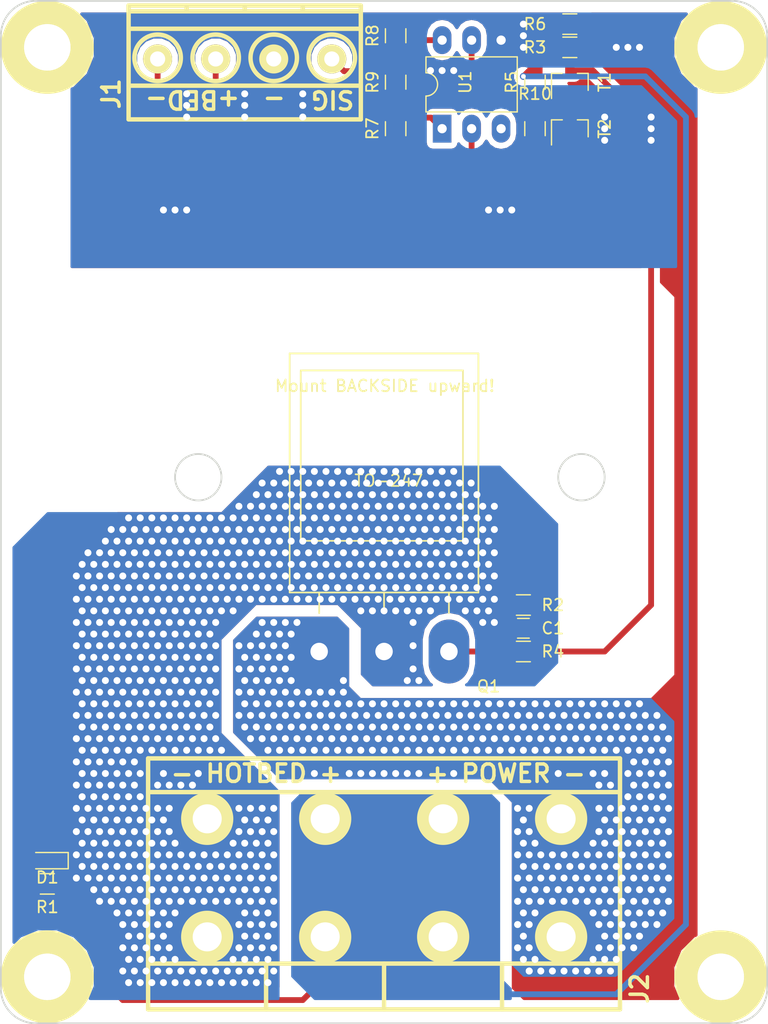
<source format=kicad_pcb>
(kicad_pcb (version 4) (host pcbnew 4.0.7-e2-6376~61~ubuntu18.04.1)
  (layers (0 F.Cu mixed hide) (31 B.Cu mixed) (35 F.Paste user) (37 F.SilkS user) (39 F.Mask user) (44 Edge.Cuts user))
  (net 0 "")
  (net 1 "Net-(C1-Pad1)")
  (net 2 "Net-(C1-Pad2)")
  (net 3 GNDPWR)
  (net 4 "Net-(D1-Pad2)")
  (net 5 "Net-(J1-Pad1)")
  (net 6 VCC)
  (net 7 GNDD)
  (net 8 "Net-(R3-Pad1)")
  (net 9 "Net-(R5-Pad1)")
  (net 10 "Net-(R7-Pad2)")
  (net 11 "Net-(R8-Pad2)")
  (net 12 "Net-(R10-Pad2)")
  (net 13 "Net-(U1-Pad3)")
  (net 14 VDD)
  (net 15 "Net-(D1-Pad1)")
  (module LEDs:LED_0805 (layer F.Cu) (at 104 121 180)
    (fp_text reference D1 (at 0 -1.45 180) (layer F.SilkS))
    (fp_text value D)
    (pad 2 smd rect (at 1.1 0) (size 1.2 1.2) (layers F.Cu F.Paste F.Mask) (net 4 "Net-(D1-Pad2)"))
    (pad 1 smd rect (at -1.1 0) (size 1.2 1.2) (layers F.Cu F.Paste F.Mask) (net 15 "Net-(D1-Pad1)"))
  )
  (module Footprints:via_0,6mm (layer F.Cu) (at 113.5 114.5)
    (fp_text reference VIA_0,6 hide)
    (fp_text value via_0,6mm hide)
    (pad "" thru_hole circle (at 0 0) (size 0.8 0.8) (drill 0.6) (layers *.Cu) (net 15 "Net-(D1-Pad1)"))
  )
  (module Footprints:via_0,6mm (layer F.Cu) (at 114.5 114.5)
    (fp_text reference VIA_0,6 hide)
    (fp_text value via_0,6mm hide)
    (pad "" thru_hole circle (at 0 0) (size 0.8 0.8) (drill 0.6) (layers *.Cu) (net 15 "Net-(D1-Pad1)"))
  )
  (module Footprints:via_0,6mm (layer F.Cu) (at 115.5 114.5)
    (fp_text reference VIA_0,6 hide)
    (fp_text value via_0,6mm hide)
    (pad "" thru_hole circle (at 0 0) (size 0.8 0.8) (drill 0.6) (layers *.Cu) (net 15 "Net-(D1-Pad1)"))
  )
  (module Footprints:via_0,6mm (layer F.Cu) (at 116.5 114.5)
    (fp_text reference VIA_0,6 hide)
    (fp_text value via_0,6mm hide)
    (pad "" thru_hole circle (at 0 0) (size 0.8 0.8) (drill 0.6) (layers *.Cu) (net 15 "Net-(D1-Pad1)"))
  )
  (module Footprints:via_0,6mm (layer F.Cu) (at 117 113.5)
    (fp_text reference VIA_0,6 hide)
    (fp_text value via_0,6mm hide)
    (pad "" thru_hole circle (at 0 0) (size 0.8 0.8) (drill 0.6) (layers *.Cu) (net 15 "Net-(D1-Pad1)"))
  )
  (module Footprints:via_0,6mm (layer F.Cu) (at 114 113.5)
    (fp_text reference VIA_0,6 hide)
    (fp_text value via_0,6mm hide)
    (pad "" thru_hole circle (at 0 0) (size 0.8 0.8) (drill 0.6) (layers *.Cu) (net 15 "Net-(D1-Pad1)"))
  )
  (module Footprints:via_0,6mm (layer F.Cu) (at 152.5 114.5)
    (fp_text reference VIA_0,6 hide)
    (fp_text value via_0,6mm hide)
    (pad "" thru_hole circle (at 0 0) (size 0.8 0.8) (drill 0.6) (layers *.Cu) (net 3 GNDPWR))
  )
  (module Footprints:via_0,6mm (layer F.Cu) (at 151.5 114.5)
    (fp_text reference VIA_0,6 hide)
    (fp_text value via_0,6mm hide)
    (pad "" thru_hole circle (at 0 0) (size 0.8 0.8) (drill 0.6) (layers *.Cu) (net 3 GNDPWR))
  )
  (module Footprints:via_0,6mm (layer F.Cu) (at 151 113.5)
    (fp_text reference VIA_0,6 hide)
    (fp_text value via_0,6mm hide)
    (pad "" thru_hole circle (at 0 0) (size 0.8 0.8) (drill 0.6) (layers *.Cu) (net 3 GNDPWR))
  )
  (module Footprints:via_0,6mm (layer F.Cu) (at 139 113.5)
    (fp_text reference VIA_0,6 hide)
    (fp_text value via_0,6mm hide)
    (pad "" thru_hole circle (at 0 0) (size 0.8 0.8) (drill 0.6) (layers *.Cu) (net 3 GNDPWR))
  )
  (module Footprints:via_0,6mm (layer F.Cu) (at 148 113.5)
    (fp_text reference VIA_0,6 hide)
    (fp_text value via_0,6mm hide)
    (pad "" thru_hole circle (at 0 0) (size 0.8 0.8) (drill 0.6) (layers *.Cu) (net 3 GNDPWR))
  )
  (module Footprints:via_0,6mm (layer F.Cu) (at 152 113.5)
    (fp_text reference VIA_0,6 hide)
    (fp_text value via_0,6mm hide)
    (pad "" thru_hole circle (at 0 0) (size 0.8 0.8) (drill 0.6) (layers *.Cu) (net 3 GNDPWR))
  )
  (module Footprints:via_0,6mm (layer F.Cu) (at 134 113.5)
    (fp_text reference VIA_0,6 hide)
    (fp_text value via_0,6mm hide)
    (pad "" thru_hole circle (at 0 0) (size 0.8 0.8) (drill 0.6) (layers *.Cu) (net 3 GNDPWR))
  )
  (module Footprints:via_0,6mm (layer F.Cu) (at 135 113.5)
    (fp_text reference VIA_0,6 hide)
    (fp_text value via_0,6mm hide)
    (pad "" thru_hole circle (at 0 0) (size 0.8 0.8) (drill 0.6) (layers *.Cu) (net 3 GNDPWR))
  )
  (module Footprints:via_0,6mm (layer F.Cu) (at 136 113.5)
    (fp_text reference VIA_0,6 hide)
    (fp_text value via_0,6mm hide)
    (pad "" thru_hole circle (at 0 0) (size 0.8 0.8) (drill 0.6) (layers *.Cu) (net 3 GNDPWR))
  )
  (module Footprints:via_0,6mm (layer F.Cu) (at 131 113.5)
    (fp_text reference VIA_0,6 hide)
    (fp_text value via_0,6mm hide)
    (pad "" thru_hole circle (at 0 0) (size 0.8 0.8) (drill 0.6) (layers *.Cu) (net 3 GNDPWR))
  )
  (module Footprints:via_0,6mm (layer F.Cu) (at 132 113.5)
    (fp_text reference VIA_0,6 hide)
    (fp_text value via_0,6mm hide)
    (pad "" thru_hole circle (at 0 0) (size 0.8 0.8) (drill 0.6) (layers *.Cu) (net 3 GNDPWR))
  )
  (module Footprints:via_0,6mm (layer F.Cu) (at 133 113.5)
    (fp_text reference VIA_0,6 hide)
    (fp_text value via_0,6mm hide)
    (pad "" thru_hole circle (at 0 0) (size 0.8 0.8) (drill 0.6) (layers *.Cu) (net 3 GNDPWR))
  )
  (module Footprints:via_0,6mm (layer F.Cu) (at 127 113.5)
    (fp_text reference VIA_0,6 hide)
    (fp_text value via_0,6mm hide)
    (pad "" thru_hole circle (at 0 0) (size 0.8 0.8) (drill 0.6) (layers *.Cu) (net 3 GNDPWR))
  )
  (module Footprints:via_0,6mm (layer F.Cu) (at 130 113.5)
    (fp_text reference VIA_0,6 hide)
    (fp_text value via_0,6mm hide)
    (pad "" thru_hole circle (at 0 0) (size 0.8 0.8) (drill 0.6) (layers *.Cu) (net 3 GNDPWR))
  )
  (module Footprints:via_0,6mm (layer F.Cu) (at 124 87.5)
    (fp_text reference VIA_0,6 hide)
    (fp_text value via_0,6mm hide)
    (pad "" thru_hole circle (at 0 0) (size 0.8 0.8) (drill 0.6) (layers *.Cu) (net 15 "Net-(D1-Pad1)"))
  )
  (module Footprints:screw_hole (layer F.Cu) (at 162 131)
    (fp_text reference screw_hole hide)
    (fp_text value screw_hole hide)
    (pad "" np_thru_hole circle (at 0 0) (size 4 4) (drill 4) (layers *.Cu *.Mask) (clearance 2))
  )
  (module Footprints:screw_hole (layer F.Cu) (at 104 131)
    (fp_text reference screw_hole hide)
    (fp_text value screw_hole hide)
    (pad "" np_thru_hole circle (at 0 0) (size 4 4) (drill 4) (layers *.Cu *.Mask) (clearance 2))
  )
  (module Footprints:screw_hole (layer F.Cu) (at 162 51)
    (fp_text reference screw_hole hide)
    (fp_text value screw_hole hide)
    (pad "" np_thru_hole circle (at 0 0) (size 4 4) (drill 4) (layers *.Cu *.Mask) (clearance 2))
  )
  (module TO_SOT_Packages_THT:TO-247_Horizontal_Neutral123_Reverse_largePads (layer F.Cu) (at 133 103)
    (fp_text reference Q1 (at 9 3) (layer F.SilkS))
    (fp_text value HY5608)
    (fp_text user "Mount BACKSIDE upward!" (at 0.0635 -22.86) (layer F.SilkS))
    (fp_text user TO-247 (at 0.4064 -14.7066) (layer F.SilkS))
    (pad 2 thru_hole oval (at 0 0 90) (size 5.50164 3.49758) (drill 1.50114) (layers *.Cu *.Mask) (net 15 "Net-(D1-Pad1)"))
    (pad 3 thru_hole oval (at -5.588 0 90) (size 5.50164 3.50012) (drill 1.50114) (layers *.Cu *.Mask) (net 3 GNDPWR))
    (pad 1 thru_hole oval (at 5.588 0 90) (size 5.50164 3.50012) (drill 1.50114) (layers *.Cu *.Mask) (net 1 "Net-(C1-Pad1)"))
    (pad "" np_thru_hole circle (at 0 -19.558) (size 4.0005 4.0005) (drill 4.0005) (layers *.Cu *.Mask))
  )
  (module Footprints:via_0,6mm (layer F.Cu) (at 142.5 98.5)
    (fp_text reference VIA_0,6 hide)
    (fp_text value via_0,6mm hide)
    (pad "" thru_hole circle (at 0 0) (size 0.8 0.8) (drill 0.6) (layers *.Cu) (net 15 "Net-(D1-Pad1)"))
  )
  (module Resistors_SMD:R_0805 (layer F.Cu) (at 146 58 90)
    (fp_text reference R10 (at 3 0 360) (layer F.SilkS))
    (fp_text value 100k)
    (pad 1 smd rect (at -0.95 0 90) (size 0.7 1.3) (layers F.Cu F.Paste F.Mask) (net 3 GNDPWR))
    (pad 2 smd rect (at 0.95 0 90) (size 0.7 1.3) (layers F.Cu F.Paste F.Mask) (net 12 "Net-(R10-Pad2)"))
  )
  (module Resistors_SMD:R_0805 (layer F.Cu) (at 149 51 180)
    (fp_text reference R3 (at 3 0 180) (layer F.SilkS))
    (fp_text value 20k)
    (pad 1 smd rect (at -0.95 0 180) (size 0.7 1.3) (layers F.Cu F.Paste F.Mask) (net 8 "Net-(R3-Pad1)"))
    (pad 2 smd rect (at 0.95 0 180) (size 0.7 1.3) (layers F.Cu F.Paste F.Mask) (net 14 VDD))
  )
  (module Footprints:via_0,6mm (layer F.Cu) (at 143 65)
    (fp_text reference VIA_0,6 hide)
    (fp_text value via_0,6mm hide)
    (pad "" thru_hole circle (at 0 0) (size 0.8 0.8) (drill 0.6) (layers *.Cu) (net 3 GNDPWR))
  )
  (module Footprints:via_0,6mm (layer F.Cu) (at 142 65)
    (fp_text reference VIA_0,6 hide)
    (fp_text value via_0,6mm hide)
    (pad "" thru_hole circle (at 0 0) (size 0.8 0.8) (drill 0.6) (layers *.Cu) (net 3 GNDPWR))
  )
  (module Footprints:via_0,6mm (layer F.Cu) (at 144 65)
    (fp_text reference VIA_0,6 hide)
    (fp_text value via_0,6mm hide)
    (pad "" thru_hole circle (at 0 0) (size 0.8 0.8) (drill 0.6) (layers *.Cu) (net 3 GNDPWR))
  )
  (module Footprints:via_0,6mm (layer F.Cu) (at 152 59)
    (fp_text reference VIA_0,6 hide)
    (fp_text value via_0,6mm hide)
    (pad "" thru_hole circle (at 0 0) (size 0.8 0.8) (drill 0.6) (layers *.Cu) (net 3 GNDPWR))
  )
  (module Footprints:via_0,6mm (layer F.Cu) (at 152 58)
    (fp_text reference VIA_0,6 hide)
    (fp_text value via_0,6mm hide)
    (pad "" thru_hole circle (at 0 0) (size 0.8 0.8) (drill 0.6) (layers *.Cu) (net 3 GNDPWR))
  )
  (module Footprints:via_0,6mm (layer F.Cu) (at 152 57)
    (fp_text reference VIA_0,6 hide)
    (fp_text value via_0,6mm hide)
    (pad "" thru_hole circle (at 0 0) (size 0.8 0.8) (drill 0.6) (layers *.Cu) (net 3 GNDPWR))
  )
  (module Footprints:via_0,6mm (layer F.Cu) (at 156 59)
    (fp_text reference VIA_0,6 hide)
    (fp_text value via_0,6mm hide)
    (pad "" thru_hole circle (at 0 0) (size 0.8 0.8) (drill 0.6) (layers *.Cu) (net 3 GNDPWR))
  )
  (module Footprints:via_0,6mm (layer F.Cu) (at 156 58)
    (fp_text reference VIA_0,6 hide)
    (fp_text value via_0,6mm hide)
    (pad "" thru_hole circle (at 0 0) (size 0.8 0.8) (drill 0.6) (layers *.Cu) (net 3 GNDPWR))
  )
  (module Footprints:via_0,6mm (layer F.Cu) (at 156 57)
    (fp_text reference VIA_0,6 hide)
    (fp_text value via_0,6mm hide)
    (pad "" thru_hole circle (at 0 0) (size 0.8 0.8) (drill 0.6) (layers *.Cu) (net 3 GNDPWR))
  )
  (module Footprints:via_0,6mm (layer F.Cu) (at 115 65)
    (fp_text reference VIA_0,6 hide)
    (fp_text value via_0,6mm hide)
    (pad "" thru_hole circle (at 0 0) (size 0.8 0.8) (drill 0.6) (layers *.Cu) (net 3 GNDPWR))
  )
  (module Footprints:via_0,6mm (layer F.Cu) (at 126 57)
    (fp_text reference VIA_0,6 hide)
    (fp_text value via_0,6mm hide)
    (pad "" thru_hole circle (at 0 0) (size 0.8 0.8) (drill 0.6) (layers *.Cu) (net 3 GNDPWR))
  )
  (module Footprints:via_0,6mm (layer F.Cu) (at 126 56)
    (fp_text reference VIA_0,6 hide)
    (fp_text value via_0,6mm hide)
    (pad "" thru_hole circle (at 0 0) (size 0.8 0.8) (drill 0.6) (layers *.Cu) (net 3 GNDPWR))
  )
  (module Footprints:via_0,6mm (layer F.Cu) (at 126 55)
    (fp_text reference VIA_0,6 hide)
    (fp_text value via_0,6mm hide)
    (pad "" thru_hole circle (at 0 0) (size 0.8 0.8) (drill 0.6) (layers *.Cu) (net 3 GNDPWR))
  )
  (module Footprints:via_0,6mm (layer F.Cu) (at 121 57)
    (fp_text reference VIA_0,6 hide)
    (fp_text value via_0,6mm hide)
    (pad "" thru_hole circle (at 0 0) (size 0.8 0.8) (drill 0.6) (layers *.Cu) (net 3 GNDPWR))
  )
  (module Footprints:via_0,6mm (layer F.Cu) (at 121 56)
    (fp_text reference VIA_0,6 hide)
    (fp_text value via_0,6mm hide)
    (pad "" thru_hole circle (at 0 0) (size 0.8 0.8) (drill 0.6) (layers *.Cu) (net 3 GNDPWR))
  )
  (module Footprints:via_0,6mm (layer F.Cu) (at 121 55)
    (fp_text reference VIA_0,6 hide)
    (fp_text value via_0,6mm hide)
    (pad "" thru_hole circle (at 0 0) (size 0.8 0.8) (drill 0.6) (layers *.Cu) (net 3 GNDPWR))
  )
  (module Footprints:via_0,6mm (layer F.Cu) (at 111 131.5)
    (fp_text reference VIA_0,6 hide)
    (fp_text value via_0,6mm hide)
    (pad "" thru_hole circle (at 0 0) (size 0.8 0.8) (drill 0.6) (layers *.Cu) (net 15 "Net-(D1-Pad1)"))
  )
  (module Footprints:via_0,6mm (layer F.Cu) (at 112 131.5)
    (fp_text reference VIA_0,6 hide)
    (fp_text value via_0,6mm hide)
    (pad "" thru_hole circle (at 0 0) (size 0.8 0.8) (drill 0.6) (layers *.Cu) (net 15 "Net-(D1-Pad1)"))
  )
  (module Footprints:via_0,6mm (layer F.Cu) (at 113 131.5)
    (fp_text reference VIA_0,6 hide)
    (fp_text value via_0,6mm hide)
    (pad "" thru_hole circle (at 0 0) (size 0.8 0.8) (drill 0.6) (layers *.Cu) (net 15 "Net-(D1-Pad1)"))
  )
  (module Footprints:via_0,6mm (layer F.Cu) (at 114 131.5)
    (fp_text reference VIA_0,6 hide)
    (fp_text value via_0,6mm hide)
    (pad "" thru_hole circle (at 0 0) (size 0.8 0.8) (drill 0.6) (layers *.Cu) (net 15 "Net-(D1-Pad1)"))
  )
  (module Footprints:via_0,6mm (layer F.Cu) (at 116 131.5)
    (fp_text reference VIA_0,6 hide)
    (fp_text value via_0,6mm hide)
    (pad "" thru_hole circle (at 0 0) (size 0.8 0.8) (drill 0.6) (layers *.Cu) (net 15 "Net-(D1-Pad1)"))
  )
  (module Footprints:via_0,6mm (layer F.Cu) (at 115 131.5)
    (fp_text reference VIA_0,6 hide)
    (fp_text value via_0,6mm hide)
    (pad "" thru_hole circle (at 0 0) (size 0.8 0.8) (drill 0.6) (layers *.Cu) (net 15 "Net-(D1-Pad1)"))
  )
  (module Footprints:via_0,6mm (layer F.Cu) (at 123 131.5)
    (fp_text reference VIA_0,6 hide)
    (fp_text value via_0,6mm hide)
    (pad "" thru_hole circle (at 0 0) (size 0.8 0.8) (drill 0.6) (layers *.Cu) (net 15 "Net-(D1-Pad1)"))
  )
  (module Footprints:via_0,6mm (layer F.Cu) (at 121 131.5)
    (fp_text reference VIA_0,6 hide)
    (fp_text value via_0,6mm hide)
    (pad "" thru_hole circle (at 0 0) (size 0.8 0.8) (drill 0.6) (layers *.Cu) (net 15 "Net-(D1-Pad1)"))
  )
  (module Footprints:via_0,6mm (layer F.Cu) (at 122 131.5)
    (fp_text reference VIA_0,6 hide)
    (fp_text value via_0,6mm hide)
    (pad "" thru_hole circle (at 0 0) (size 0.8 0.8) (drill 0.6) (layers *.Cu) (net 15 "Net-(D1-Pad1)"))
  )
  (module Footprints:via_0,6mm (layer F.Cu) (at 120 131.5)
    (fp_text reference VIA_0,6 hide)
    (fp_text value via_0,6mm hide)
    (pad "" thru_hole circle (at 0 0) (size 0.8 0.8) (drill 0.6) (layers *.Cu) (net 15 "Net-(D1-Pad1)"))
  )
  (module Footprints:via_0,6mm (layer F.Cu) (at 117 131.5)
    (fp_text reference VIA_0,6 hide)
    (fp_text value via_0,6mm hide)
    (pad "" thru_hole circle (at 0 0) (size 0.8 0.8) (drill 0.6) (layers *.Cu) (net 15 "Net-(D1-Pad1)"))
  )
  (module Footprints:via_0,6mm (layer F.Cu) (at 119 131.5)
    (fp_text reference VIA_0,6 hide)
    (fp_text value via_0,6mm hide)
    (pad "" thru_hole circle (at 0 0) (size 0.8 0.8) (drill 0.6) (layers *.Cu) (net 15 "Net-(D1-Pad1)"))
  )
  (module Footprints:via_0,6mm (layer F.Cu) (at 118 131.5)
    (fp_text reference VIA_0,6 hide)
    (fp_text value via_0,6mm hide)
    (pad "" thru_hole circle (at 0 0) (size 0.8 0.8) (drill 0.6) (layers *.Cu) (net 15 "Net-(D1-Pad1)"))
  )
  (module Footprints:via_0,6mm (layer F.Cu) (at 119 111.5)
    (fp_text reference VIA_0,6 hide)
    (fp_text value via_0,6mm hide)
    (pad "" thru_hole circle (at 0 0) (size 0.8 0.8) (drill 0.6) (layers *.Cu) (net 15 "Net-(D1-Pad1)"))
  )
  (module Footprints:via_0,6mm (layer F.Cu) (at 120.5 116.5)
    (fp_text reference VIA_0,6 hide)
    (fp_text value via_0,6mm hide)
    (pad "" thru_hole circle (at 0 0) (size 0.8 0.8) (drill 0.6) (layers *.Cu) (net 15 "Net-(D1-Pad1)"))
  )
  (module Footprints:via_0,6mm (layer F.Cu) (at 121.5 116.5)
    (fp_text reference VIA_0,6 hide)
    (fp_text value via_0,6mm hide)
    (pad "" thru_hole circle (at 0 0) (size 0.8 0.8) (drill 0.6) (layers *.Cu) (net 15 "Net-(D1-Pad1)"))
  )
  (module Footprints:via_0,6mm (layer F.Cu) (at 122.5 116.5)
    (fp_text reference VIA_0,6 hide)
    (fp_text value via_0,6mm hide)
    (pad "" thru_hole circle (at 0 0) (size 0.8 0.8) (drill 0.6) (layers *.Cu) (net 15 "Net-(D1-Pad1)"))
  )
  (module Footprints:via_0,6mm (layer F.Cu) (at 123.5 116.5)
    (fp_text reference VIA_0,6 hide)
    (fp_text value via_0,6mm hide)
    (pad "" thru_hole circle (at 0 0) (size 0.8 0.8) (drill 0.6) (layers *.Cu) (net 15 "Net-(D1-Pad1)"))
  )
  (module Footprints:via_0,6mm (layer F.Cu) (at 123 117.5)
    (fp_text reference VIA_0,6 hide)
    (fp_text value via_0,6mm hide)
    (pad "" thru_hole circle (at 0 0) (size 0.8 0.8) (drill 0.6) (layers *.Cu) (net 15 "Net-(D1-Pad1)"))
  )
  (module Footprints:via_0,6mm (layer F.Cu) (at 122 117.5)
    (fp_text reference VIA_0,6 hide)
    (fp_text value via_0,6mm hide)
    (pad "" thru_hole circle (at 0 0) (size 0.8 0.8) (drill 0.6) (layers *.Cu) (net 15 "Net-(D1-Pad1)"))
  )
  (module Footprints:via_0,6mm (layer F.Cu) (at 122.5 118.5)
    (fp_text reference VIA_0,6 hide)
    (fp_text value via_0,6mm hide)
    (pad "" thru_hole circle (at 0 0) (size 0.8 0.8) (drill 0.6) (layers *.Cu) (net 15 "Net-(D1-Pad1)"))
  )
  (module Footprints:via_0,6mm (layer F.Cu) (at 123.5 118.5)
    (fp_text reference VIA_0,6 hide)
    (fp_text value via_0,6mm hide)
    (pad "" thru_hole circle (at 0 0) (size 0.8 0.8) (drill 0.6) (layers *.Cu) (net 15 "Net-(D1-Pad1)"))
  )
  (module Footprints:via_0,6mm (layer F.Cu) (at 123 119.5)
    (fp_text reference VIA_0,6 hide)
    (fp_text value via_0,6mm hide)
    (pad "" thru_hole circle (at 0 0) (size 0.8 0.8) (drill 0.6) (layers *.Cu) (net 15 "Net-(D1-Pad1)"))
  )
  (module Footprints:via_0,6mm (layer F.Cu) (at 122 119.5)
    (fp_text reference VIA_0,6 hide)
    (fp_text value via_0,6mm hide)
    (pad "" thru_hole circle (at 0 0) (size 0.8 0.8) (drill 0.6) (layers *.Cu) (net 15 "Net-(D1-Pad1)"))
  )
  (module Footprints:via_0,6mm (layer F.Cu) (at 121.5 118.5)
    (fp_text reference VIA_0,6 hide)
    (fp_text value via_0,6mm hide)
    (pad "" thru_hole circle (at 0 0) (size 0.8 0.8) (drill 0.6) (layers *.Cu) (net 15 "Net-(D1-Pad1)"))
  )
  (module Footprints:via_0,6mm (layer F.Cu) (at 121 117.5)
    (fp_text reference VIA_0,6 hide)
    (fp_text value via_0,6mm hide)
    (pad "" thru_hole circle (at 0 0) (size 0.8 0.8) (drill 0.6) (layers *.Cu) (net 15 "Net-(D1-Pad1)"))
  )
  (module Footprints:via_0,6mm (layer F.Cu) (at 121 119.5)
    (fp_text reference VIA_0,6 hide)
    (fp_text value via_0,6mm hide)
    (pad "" thru_hole circle (at 0 0) (size 0.8 0.8) (drill 0.6) (layers *.Cu) (net 15 "Net-(D1-Pad1)"))
  )
  (module Footprints:via_0,6mm (layer F.Cu) (at 120.5 118.5)
    (fp_text reference VIA_0,6 hide)
    (fp_text value via_0,6mm hide)
    (pad "" thru_hole circle (at 0 0) (size 0.8 0.8) (drill 0.6) (layers *.Cu) (net 15 "Net-(D1-Pad1)"))
  )
  (module Footprints:via_0,6mm (layer F.Cu) (at 123.5 130.5)
    (fp_text reference VIA_0,6 hide)
    (fp_text value via_0,6mm hide)
    (pad "" thru_hole circle (at 0 0) (size 0.8 0.8) (drill 0.6) (layers *.Cu) (net 15 "Net-(D1-Pad1)"))
  )
  (module Footprints:via_0,6mm (layer F.Cu) (at 123.5 128.5)
    (fp_text reference VIA_0,6 hide)
    (fp_text value via_0,6mm hide)
    (pad "" thru_hole circle (at 0 0) (size 0.8 0.8) (drill 0.6) (layers *.Cu) (net 15 "Net-(D1-Pad1)"))
  )
  (module Footprints:via_0,6mm (layer F.Cu) (at 123.5 126.5)
    (fp_text reference VIA_0,6 hide)
    (fp_text value via_0,6mm hide)
    (pad "" thru_hole circle (at 0 0) (size 0.8 0.8) (drill 0.6) (layers *.Cu) (net 15 "Net-(D1-Pad1)"))
  )
  (module Footprints:via_0,6mm (layer F.Cu) (at 123.5 124.5)
    (fp_text reference VIA_0,6 hide)
    (fp_text value via_0,6mm hide)
    (pad "" thru_hole circle (at 0 0) (size 0.8 0.8) (drill 0.6) (layers *.Cu) (net 15 "Net-(D1-Pad1)"))
  )
  (module Footprints:via_0,6mm (layer F.Cu) (at 123.5 122.5)
    (fp_text reference VIA_0,6 hide)
    (fp_text value via_0,6mm hide)
    (pad "" thru_hole circle (at 0 0) (size 0.8 0.8) (drill 0.6) (layers *.Cu) (net 15 "Net-(D1-Pad1)"))
  )
  (module Footprints:via_0,6mm (layer F.Cu) (at 123.5 120.5)
    (fp_text reference VIA_0,6 hide)
    (fp_text value via_0,6mm hide)
    (pad "" thru_hole circle (at 0 0) (size 0.8 0.8) (drill 0.6) (layers *.Cu) (net 15 "Net-(D1-Pad1)"))
  )
  (module Footprints:via_0,6mm (layer F.Cu) (at 122.5 120.5)
    (fp_text reference VIA_0,6 hide)
    (fp_text value via_0,6mm hide)
    (pad "" thru_hole circle (at 0 0) (size 0.8 0.8) (drill 0.6) (layers *.Cu) (net 15 "Net-(D1-Pad1)"))
  )
  (module Footprints:via_0,6mm (layer F.Cu) (at 121.5 120.5)
    (fp_text reference VIA_0,6 hide)
    (fp_text value via_0,6mm hide)
    (pad "" thru_hole circle (at 0 0) (size 0.8 0.8) (drill 0.6) (layers *.Cu) (net 15 "Net-(D1-Pad1)"))
  )
  (module Footprints:via_0,6mm (layer F.Cu) (at 120.5 120.5)
    (fp_text reference VIA_0,6 hide)
    (fp_text value via_0,6mm hide)
    (pad "" thru_hole circle (at 0 0) (size 0.8 0.8) (drill 0.6) (layers *.Cu) (net 15 "Net-(D1-Pad1)"))
  )
  (module Footprints:via_0,6mm (layer F.Cu) (at 120 119.5)
    (fp_text reference VIA_0,6 hide)
    (fp_text value via_0,6mm hide)
    (pad "" thru_hole circle (at 0 0) (size 0.8 0.8) (drill 0.6) (layers *.Cu) (net 15 "Net-(D1-Pad1)"))
  )
  (module Footprints:via_0,6mm (layer F.Cu) (at 119.5 120.5)
    (fp_text reference VIA_0,6 hide)
    (fp_text value via_0,6mm hide)
    (pad "" thru_hole circle (at 0 0) (size 0.8 0.8) (drill 0.6) (layers *.Cu) (net 15 "Net-(D1-Pad1)"))
  )
  (module Footprints:via_0,6mm (layer F.Cu) (at 118.5 120.5)
    (fp_text reference VIA_0,6 hide)
    (fp_text value via_0,6mm hide)
    (pad "" thru_hole circle (at 0 0) (size 0.8 0.8) (drill 0.6) (layers *.Cu) (net 15 "Net-(D1-Pad1)"))
  )
  (module Footprints:via_0,6mm (layer F.Cu) (at 117.5 120.5)
    (fp_text reference VIA_0,6 hide)
    (fp_text value via_0,6mm hide)
    (pad "" thru_hole circle (at 0 0) (size 0.8 0.8) (drill 0.6) (layers *.Cu) (net 15 "Net-(D1-Pad1)"))
  )
  (module Footprints:via_0,6mm (layer F.Cu) (at 116.5 120.5)
    (fp_text reference VIA_0,6 hide)
    (fp_text value via_0,6mm hide)
    (pad "" thru_hole circle (at 0 0) (size 0.8 0.8) (drill 0.6) (layers *.Cu) (net 15 "Net-(D1-Pad1)"))
  )
  (module Footprints:via_0,6mm (layer F.Cu) (at 123 129.5)
    (fp_text reference VIA_0,6 hide)
    (fp_text value via_0,6mm hide)
    (pad "" thru_hole circle (at 0 0) (size 0.8 0.8) (drill 0.6) (layers *.Cu) (net 15 "Net-(D1-Pad1)"))
  )
  (module Footprints:via_0,6mm (layer F.Cu) (at 122.5 130.5)
    (fp_text reference VIA_0,6 hide)
    (fp_text value via_0,6mm hide)
    (pad "" thru_hole circle (at 0 0) (size 0.8 0.8) (drill 0.6) (layers *.Cu) (net 15 "Net-(D1-Pad1)"))
  )
  (module Footprints:via_0,6mm (layer F.Cu) (at 122 129.5)
    (fp_text reference VIA_0,6 hide)
    (fp_text value via_0,6mm hide)
    (pad "" thru_hole circle (at 0 0) (size 0.8 0.8) (drill 0.6) (layers *.Cu) (net 15 "Net-(D1-Pad1)"))
  )
  (module Footprints:via_0,6mm (layer F.Cu) (at 121.5 130.5)
    (fp_text reference VIA_0,6 hide)
    (fp_text value via_0,6mm hide)
    (pad "" thru_hole circle (at 0 0) (size 0.8 0.8) (drill 0.6) (layers *.Cu) (net 15 "Net-(D1-Pad1)"))
  )
  (module Footprints:via_0,6mm (layer F.Cu) (at 120.5 130.5)
    (fp_text reference VIA_0,6 hide)
    (fp_text value via_0,6mm hide)
    (pad "" thru_hole circle (at 0 0) (size 0.8 0.8) (drill 0.6) (layers *.Cu) (net 15 "Net-(D1-Pad1)"))
  )
  (module Footprints:via_0,6mm (layer F.Cu) (at 121 129.5)
    (fp_text reference VIA_0,6 hide)
    (fp_text value via_0,6mm hide)
    (pad "" thru_hole circle (at 0 0) (size 0.8 0.8) (drill 0.6) (layers *.Cu) (net 15 "Net-(D1-Pad1)"))
  )
  (module Footprints:via_0,6mm (layer F.Cu) (at 120 129.5)
    (fp_text reference VIA_0,6 hide)
    (fp_text value via_0,6mm hide)
    (pad "" thru_hole circle (at 0 0) (size 0.8 0.8) (drill 0.6) (layers *.Cu) (net 15 "Net-(D1-Pad1)"))
  )
  (module Footprints:via_0,6mm (layer F.Cu) (at 119.5 130.5)
    (fp_text reference VIA_0,6 hide)
    (fp_text value via_0,6mm hide)
    (pad "" thru_hole circle (at 0 0) (size 0.8 0.8) (drill 0.6) (layers *.Cu) (net 15 "Net-(D1-Pad1)"))
  )
  (module Footprints:via_0,6mm (layer F.Cu) (at 118.5 130.5)
    (fp_text reference VIA_0,6 hide)
    (fp_text value via_0,6mm hide)
    (pad "" thru_hole circle (at 0 0) (size 0.8 0.8) (drill 0.6) (layers *.Cu) (net 15 "Net-(D1-Pad1)"))
  )
  (module Footprints:via_0,6mm (layer F.Cu) (at 117.5 130.5)
    (fp_text reference VIA_0,6 hide)
    (fp_text value via_0,6mm hide)
    (pad "" thru_hole circle (at 0 0) (size 0.8 0.8) (drill 0.6) (layers *.Cu) (net 15 "Net-(D1-Pad1)"))
  )
  (module Footprints:via_0,6mm (layer F.Cu) (at 116.5 130.5)
    (fp_text reference VIA_0,6 hide)
    (fp_text value via_0,6mm hide)
    (pad "" thru_hole circle (at 0 0) (size 0.8 0.8) (drill 0.6) (layers *.Cu) (net 15 "Net-(D1-Pad1)"))
  )
  (module Footprints:via_0,6mm (layer F.Cu) (at 115.5 130.5)
    (fp_text reference VIA_0,6 hide)
    (fp_text value via_0,6mm hide)
    (pad "" thru_hole circle (at 0 0) (size 0.8 0.8) (drill 0.6) (layers *.Cu) (net 15 "Net-(D1-Pad1)"))
  )
  (module Footprints:via_0,6mm (layer F.Cu) (at 114.5 130.5)
    (fp_text reference VIA_0,6 hide)
    (fp_text value via_0,6mm hide)
    (pad "" thru_hole circle (at 0 0) (size 0.8 0.8) (drill 0.6) (layers *.Cu) (net 15 "Net-(D1-Pad1)"))
  )
  (module Footprints:via_0,6mm (layer F.Cu) (at 115 129.5)
    (fp_text reference VIA_0,6 hide)
    (fp_text value via_0,6mm hide)
    (pad "" thru_hole circle (at 0 0) (size 0.8 0.8) (drill 0.6) (layers *.Cu) (net 15 "Net-(D1-Pad1)"))
  )
  (module Footprints:via_0,6mm (layer F.Cu) (at 114.5 128.5)
    (fp_text reference VIA_0,6 hide)
    (fp_text value via_0,6mm hide)
    (pad "" thru_hole circle (at 0 0) (size 0.8 0.8) (drill 0.6) (layers *.Cu) (net 15 "Net-(D1-Pad1)"))
  )
  (module Footprints:via_0,6mm (layer F.Cu) (at 114.5 126.5)
    (fp_text reference VIA_0,6 hide)
    (fp_text value via_0,6mm hide)
    (pad "" thru_hole circle (at 0 0) (size 0.8 0.8) (drill 0.6) (layers *.Cu) (net 15 "Net-(D1-Pad1)"))
  )
  (module Footprints:via_0,6mm (layer F.Cu) (at 115 125.5)
    (fp_text reference VIA_0,6 hide)
    (fp_text value via_0,6mm hide)
    (pad "" thru_hole circle (at 0 0) (size 0.8 0.8) (drill 0.6) (layers *.Cu) (net 15 "Net-(D1-Pad1)"))
  )
  (module Footprints:via_0,6mm (layer F.Cu) (at 114 125.5)
    (fp_text reference VIA_0,6 hide)
    (fp_text value via_0,6mm hide)
    (pad "" thru_hole circle (at 0 0) (size 0.8 0.8) (drill 0.6) (layers *.Cu) (net 15 "Net-(D1-Pad1)"))
  )
  (module Footprints:via_0,6mm (layer F.Cu) (at 122.5 128.5)
    (fp_text reference VIA_0,6 hide)
    (fp_text value via_0,6mm hide)
    (pad "" thru_hole circle (at 0 0) (size 0.8 0.8) (drill 0.6) (layers *.Cu) (net 15 "Net-(D1-Pad1)"))
  )
  (module Footprints:via_0,6mm (layer F.Cu) (at 123 127.5)
    (fp_text reference VIA_0,6 hide)
    (fp_text value via_0,6mm hide)
    (pad "" thru_hole circle (at 0 0) (size 0.8 0.8) (drill 0.6) (layers *.Cu) (net 15 "Net-(D1-Pad1)"))
  )
  (module Footprints:via_0,6mm (layer F.Cu) (at 122.5 126.5)
    (fp_text reference VIA_0,6 hide)
    (fp_text value via_0,6mm hide)
    (pad "" thru_hole circle (at 0 0) (size 0.8 0.8) (drill 0.6) (layers *.Cu) (net 15 "Net-(D1-Pad1)"))
  )
  (module Footprints:via_0,6mm (layer F.Cu) (at 123 125.5)
    (fp_text reference VIA_0,6 hide)
    (fp_text value via_0,6mm hide)
    (pad "" thru_hole circle (at 0 0) (size 0.8 0.8) (drill 0.6) (layers *.Cu) (net 15 "Net-(D1-Pad1)"))
  )
  (module Footprints:via_0,6mm (layer F.Cu) (at 121.5 128.5)
    (fp_text reference VIA_0,6 hide)
    (fp_text value via_0,6mm hide)
    (pad "" thru_hole circle (at 0 0) (size 0.8 0.8) (drill 0.6) (layers *.Cu) (net 15 "Net-(D1-Pad1)"))
  )
  (module Footprints:via_0,6mm (layer F.Cu) (at 122 127.5)
    (fp_text reference VIA_0,6 hide)
    (fp_text value via_0,6mm hide)
    (pad "" thru_hole circle (at 0 0) (size 0.8 0.8) (drill 0.6) (layers *.Cu) (net 15 "Net-(D1-Pad1)"))
  )
  (module Footprints:via_0,6mm (layer F.Cu) (at 121.5 126.5)
    (fp_text reference VIA_0,6 hide)
    (fp_text value via_0,6mm hide)
    (pad "" thru_hole circle (at 0 0) (size 0.8 0.8) (drill 0.6) (layers *.Cu) (net 15 "Net-(D1-Pad1)"))
  )
  (module Footprints:via_0,6mm (layer F.Cu) (at 122 125.5)
    (fp_text reference VIA_0,6 hide)
    (fp_text value via_0,6mm hide)
    (pad "" thru_hole circle (at 0 0) (size 0.8 0.8) (drill 0.6) (layers *.Cu) (net 15 "Net-(D1-Pad1)"))
  )
  (module Footprints:via_0,6mm (layer F.Cu) (at 120.5 128.5)
    (fp_text reference VIA_0,6 hide)
    (fp_text value via_0,6mm hide)
    (pad "" thru_hole circle (at 0 0) (size 0.8 0.8) (drill 0.6) (layers *.Cu) (net 15 "Net-(D1-Pad1)"))
  )
  (module Footprints:via_0,6mm (layer F.Cu) (at 121 127.5)
    (fp_text reference VIA_0,6 hide)
    (fp_text value via_0,6mm hide)
    (pad "" thru_hole circle (at 0 0) (size 0.8 0.8) (drill 0.6) (layers *.Cu) (net 15 "Net-(D1-Pad1)"))
  )
  (module Footprints:via_0,6mm (layer F.Cu) (at 120.5 126.5)
    (fp_text reference VIA_0,6 hide)
    (fp_text value via_0,6mm hide)
    (pad "" thru_hole circle (at 0 0) (size 0.8 0.8) (drill 0.6) (layers *.Cu) (net 15 "Net-(D1-Pad1)"))
  )
  (module Footprints:via_0,6mm (layer F.Cu) (at 121 125.5)
    (fp_text reference VIA_0,6 hide)
    (fp_text value via_0,6mm hide)
    (pad "" thru_hole circle (at 0 0) (size 0.8 0.8) (drill 0.6) (layers *.Cu) (net 15 "Net-(D1-Pad1)"))
  )
  (module Footprints:via_0,6mm (layer F.Cu) (at 113.5 130.5)
    (fp_text reference VIA_0,6 hide)
    (fp_text value via_0,6mm hide)
    (pad "" thru_hole circle (at 0 0) (size 0.8 0.8) (drill 0.6) (layers *.Cu) (net 15 "Net-(D1-Pad1)"))
  )
  (module Footprints:via_0,6mm (layer F.Cu) (at 114 129.5)
    (fp_text reference VIA_0,6 hide)
    (fp_text value via_0,6mm hide)
    (pad "" thru_hole circle (at 0 0) (size 0.8 0.8) (drill 0.6) (layers *.Cu) (net 15 "Net-(D1-Pad1)"))
  )
  (module Footprints:via_0,6mm (layer F.Cu) (at 113.5 128.5)
    (fp_text reference VIA_0,6 hide)
    (fp_text value via_0,6mm hide)
    (pad "" thru_hole circle (at 0 0) (size 0.8 0.8) (drill 0.6) (layers *.Cu) (net 15 "Net-(D1-Pad1)"))
  )
  (module Footprints:via_0,6mm (layer F.Cu) (at 114 127.5)
    (fp_text reference VIA_0,6 hide)
    (fp_text value via_0,6mm hide)
    (pad "" thru_hole circle (at 0 0) (size 0.8 0.8) (drill 0.6) (layers *.Cu) (net 15 "Net-(D1-Pad1)"))
  )
  (module Footprints:via_0,6mm (layer F.Cu) (at 112.5 130.5)
    (fp_text reference VIA_0,6 hide)
    (fp_text value via_0,6mm hide)
    (pad "" thru_hole circle (at 0 0) (size 0.8 0.8) (drill 0.6) (layers *.Cu) (net 15 "Net-(D1-Pad1)"))
  )
  (module Footprints:via_0,6mm (layer F.Cu) (at 113 129.5)
    (fp_text reference VIA_0,6 hide)
    (fp_text value via_0,6mm hide)
    (pad "" thru_hole circle (at 0 0) (size 0.8 0.8) (drill 0.6) (layers *.Cu) (net 15 "Net-(D1-Pad1)"))
  )
  (module Footprints:via_0,6mm (layer F.Cu) (at 112.5 128.5)
    (fp_text reference VIA_0,6 hide)
    (fp_text value via_0,6mm hide)
    (pad "" thru_hole circle (at 0 0) (size 0.8 0.8) (drill 0.6) (layers *.Cu) (net 15 "Net-(D1-Pad1)"))
  )
  (module Footprints:via_0,6mm (layer F.Cu) (at 113 127.5)
    (fp_text reference VIA_0,6 hide)
    (fp_text value via_0,6mm hide)
    (pad "" thru_hole circle (at 0 0) (size 0.8 0.8) (drill 0.6) (layers *.Cu) (net 15 "Net-(D1-Pad1)"))
  )
  (module Footprints:via_0,6mm (layer F.Cu) (at 111.5 130.5)
    (fp_text reference VIA_0,6 hide)
    (fp_text value via_0,6mm hide)
    (pad "" thru_hole circle (at 0 0) (size 0.8 0.8) (drill 0.6) (layers *.Cu) (net 15 "Net-(D1-Pad1)"))
  )
  (module Footprints:via_0,6mm (layer F.Cu) (at 112 129.5)
    (fp_text reference VIA_0,6 hide)
    (fp_text value via_0,6mm hide)
    (pad "" thru_hole circle (at 0 0) (size 0.8 0.8) (drill 0.6) (layers *.Cu) (net 15 "Net-(D1-Pad1)"))
  )
  (module Footprints:via_0,6mm (layer F.Cu) (at 111.5 128.5)
    (fp_text reference VIA_0,6 hide)
    (fp_text value via_0,6mm hide)
    (pad "" thru_hole circle (at 0 0) (size 0.8 0.8) (drill 0.6) (layers *.Cu) (net 15 "Net-(D1-Pad1)"))
  )
  (module Footprints:via_0,6mm (layer F.Cu) (at 112 127.5)
    (fp_text reference VIA_0,6 hide)
    (fp_text value via_0,6mm hide)
    (pad "" thru_hole circle (at 0 0) (size 0.8 0.8) (drill 0.6) (layers *.Cu) (net 15 "Net-(D1-Pad1)"))
  )
  (module Footprints:via_0,6mm (layer F.Cu) (at 110.5 130.5)
    (fp_text reference VIA_0,6 hide)
    (fp_text value via_0,6mm hide)
    (pad "" thru_hole circle (at 0 0) (size 0.8 0.8) (drill 0.6) (layers *.Cu) (net 15 "Net-(D1-Pad1)"))
  )
  (module Footprints:via_0,6mm (layer F.Cu) (at 111 129.5)
    (fp_text reference VIA_0,6 hide)
    (fp_text value via_0,6mm hide)
    (pad "" thru_hole circle (at 0 0) (size 0.8 0.8) (drill 0.6) (layers *.Cu) (net 15 "Net-(D1-Pad1)"))
  )
  (module Footprints:via_0,6mm (layer F.Cu) (at 110.5 128.5)
    (fp_text reference VIA_0,6 hide)
    (fp_text value via_0,6mm hide)
    (pad "" thru_hole circle (at 0 0) (size 0.8 0.8) (drill 0.6) (layers *.Cu) (net 15 "Net-(D1-Pad1)"))
  )
  (module Footprints:via_0,6mm (layer F.Cu) (at 111 127.5)
    (fp_text reference VIA_0,6 hide)
    (fp_text value via_0,6mm hide)
    (pad "" thru_hole circle (at 0 0) (size 0.8 0.8) (drill 0.6) (layers *.Cu) (net 15 "Net-(D1-Pad1)"))
  )
  (module Footprints:via_0,6mm (layer F.Cu) (at 122.5 124.5)
    (fp_text reference VIA_0,6 hide)
    (fp_text value via_0,6mm hide)
    (pad "" thru_hole circle (at 0 0) (size 0.8 0.8) (drill 0.6) (layers *.Cu) (net 15 "Net-(D1-Pad1)"))
  )
  (module Footprints:via_0,6mm (layer F.Cu) (at 123 123.5)
    (fp_text reference VIA_0,6 hide)
    (fp_text value via_0,6mm hide)
    (pad "" thru_hole circle (at 0 0) (size 0.8 0.8) (drill 0.6) (layers *.Cu) (net 15 "Net-(D1-Pad1)"))
  )
  (module Footprints:via_0,6mm (layer F.Cu) (at 122.5 122.5)
    (fp_text reference VIA_0,6 hide)
    (fp_text value via_0,6mm hide)
    (pad "" thru_hole circle (at 0 0) (size 0.8 0.8) (drill 0.6) (layers *.Cu) (net 15 "Net-(D1-Pad1)"))
  )
  (module Footprints:via_0,6mm (layer F.Cu) (at 123 121.5)
    (fp_text reference VIA_0,6 hide)
    (fp_text value via_0,6mm hide)
    (pad "" thru_hole circle (at 0 0) (size 0.8 0.8) (drill 0.6) (layers *.Cu) (net 15 "Net-(D1-Pad1)"))
  )
  (module Footprints:via_0,6mm (layer F.Cu) (at 121.5 124.5)
    (fp_text reference VIA_0,6 hide)
    (fp_text value via_0,6mm hide)
    (pad "" thru_hole circle (at 0 0) (size 0.8 0.8) (drill 0.6) (layers *.Cu) (net 15 "Net-(D1-Pad1)"))
  )
  (module Footprints:via_0,6mm (layer F.Cu) (at 122 123.5)
    (fp_text reference VIA_0,6 hide)
    (fp_text value via_0,6mm hide)
    (pad "" thru_hole circle (at 0 0) (size 0.8 0.8) (drill 0.6) (layers *.Cu) (net 15 "Net-(D1-Pad1)"))
  )
  (module Footprints:via_0,6mm (layer F.Cu) (at 121.5 122.5)
    (fp_text reference VIA_0,6 hide)
    (fp_text value via_0,6mm hide)
    (pad "" thru_hole circle (at 0 0) (size 0.8 0.8) (drill 0.6) (layers *.Cu) (net 15 "Net-(D1-Pad1)"))
  )
  (module Footprints:via_0,6mm (layer F.Cu) (at 122 121.5)
    (fp_text reference VIA_0,6 hide)
    (fp_text value via_0,6mm hide)
    (pad "" thru_hole circle (at 0 0) (size 0.8 0.8) (drill 0.6) (layers *.Cu) (net 15 "Net-(D1-Pad1)"))
  )
  (module Footprints:via_0,6mm (layer F.Cu) (at 120.5 124.5)
    (fp_text reference VIA_0,6 hide)
    (fp_text value via_0,6mm hide)
    (pad "" thru_hole circle (at 0 0) (size 0.8 0.8) (drill 0.6) (layers *.Cu) (net 15 "Net-(D1-Pad1)"))
  )
  (module Footprints:via_0,6mm (layer F.Cu) (at 121 123.5)
    (fp_text reference VIA_0,6 hide)
    (fp_text value via_0,6mm hide)
    (pad "" thru_hole circle (at 0 0) (size 0.8 0.8) (drill 0.6) (layers *.Cu) (net 15 "Net-(D1-Pad1)"))
  )
  (module Footprints:via_0,6mm (layer F.Cu) (at 120.5 122.5)
    (fp_text reference VIA_0,6 hide)
    (fp_text value via_0,6mm hide)
    (pad "" thru_hole circle (at 0 0) (size 0.8 0.8) (drill 0.6) (layers *.Cu) (net 15 "Net-(D1-Pad1)"))
  )
  (module Footprints:via_0,6mm (layer F.Cu) (at 121 121.5)
    (fp_text reference VIA_0,6 hide)
    (fp_text value via_0,6mm hide)
    (pad "" thru_hole circle (at 0 0) (size 0.8 0.8) (drill 0.6) (layers *.Cu) (net 15 "Net-(D1-Pad1)"))
  )
  (module Footprints:via_0,6mm (layer F.Cu) (at 119.5 124.5)
    (fp_text reference VIA_0,6 hide)
    (fp_text value via_0,6mm hide)
    (pad "" thru_hole circle (at 0 0) (size 0.8 0.8) (drill 0.6) (layers *.Cu) (net 15 "Net-(D1-Pad1)"))
  )
  (module Footprints:via_0,6mm (layer F.Cu) (at 120 123.5)
    (fp_text reference VIA_0,6 hide)
    (fp_text value via_0,6mm hide)
    (pad "" thru_hole circle (at 0 0) (size 0.8 0.8) (drill 0.6) (layers *.Cu) (net 15 "Net-(D1-Pad1)"))
  )
  (module Footprints:via_0,6mm (layer F.Cu) (at 119.5 122.5)
    (fp_text reference VIA_0,6 hide)
    (fp_text value via_0,6mm hide)
    (pad "" thru_hole circle (at 0 0) (size 0.8 0.8) (drill 0.6) (layers *.Cu) (net 15 "Net-(D1-Pad1)"))
  )
  (module Footprints:via_0,6mm (layer F.Cu) (at 120 121.5)
    (fp_text reference VIA_0,6 hide)
    (fp_text value via_0,6mm hide)
    (pad "" thru_hole circle (at 0 0) (size 0.8 0.8) (drill 0.6) (layers *.Cu) (net 15 "Net-(D1-Pad1)"))
  )
  (module Footprints:via_0,6mm (layer F.Cu) (at 118.5 124.5)
    (fp_text reference VIA_0,6 hide)
    (fp_text value via_0,6mm hide)
    (pad "" thru_hole circle (at 0 0) (size 0.8 0.8) (drill 0.6) (layers *.Cu) (net 15 "Net-(D1-Pad1)"))
  )
  (module Footprints:via_0,6mm (layer F.Cu) (at 119 123.5)
    (fp_text reference VIA_0,6 hide)
    (fp_text value via_0,6mm hide)
    (pad "" thru_hole circle (at 0 0) (size 0.8 0.8) (drill 0.6) (layers *.Cu) (net 15 "Net-(D1-Pad1)"))
  )
  (module Footprints:via_0,6mm (layer F.Cu) (at 118.5 122.5)
    (fp_text reference VIA_0,6 hide)
    (fp_text value via_0,6mm hide)
    (pad "" thru_hole circle (at 0 0) (size 0.8 0.8) (drill 0.6) (layers *.Cu) (net 15 "Net-(D1-Pad1)"))
  )
  (module Footprints:via_0,6mm (layer F.Cu) (at 119 121.5)
    (fp_text reference VIA_0,6 hide)
    (fp_text value via_0,6mm hide)
    (pad "" thru_hole circle (at 0 0) (size 0.8 0.8) (drill 0.6) (layers *.Cu) (net 15 "Net-(D1-Pad1)"))
  )
  (module Footprints:via_0,6mm (layer F.Cu) (at 118 121.5)
    (fp_text reference VIA_0,6 hide)
    (fp_text value via_0,6mm hide)
    (pad "" thru_hole circle (at 0 0) (size 0.8 0.8) (drill 0.6) (layers *.Cu) (net 15 "Net-(D1-Pad1)"))
  )
  (module Footprints:via_0,6mm (layer F.Cu) (at 111.5 126.5)
    (fp_text reference VIA_0,6 hide)
    (fp_text value via_0,6mm hide)
    (pad "" thru_hole circle (at 0 0) (size 0.8 0.8) (drill 0.6) (layers *.Cu) (net 15 "Net-(D1-Pad1)"))
  )
  (module Footprints:via_0,6mm (layer F.Cu) (at 110.5 126.5)
    (fp_text reference VIA_0,6 hide)
    (fp_text value via_0,6mm hide)
    (pad "" thru_hole circle (at 0 0) (size 0.8 0.8) (drill 0.6) (layers *.Cu) (net 15 "Net-(D1-Pad1)"))
  )
  (module Footprints:via_0,6mm (layer F.Cu) (at 112.5 126.5)
    (fp_text reference VIA_0,6 hide)
    (fp_text value via_0,6mm hide)
    (pad "" thru_hole circle (at 0 0) (size 0.8 0.8) (drill 0.6) (layers *.Cu) (net 15 "Net-(D1-Pad1)"))
  )
  (module Footprints:via_0,6mm (layer F.Cu) (at 113.5 126.5)
    (fp_text reference VIA_0,6 hide)
    (fp_text value via_0,6mm hide)
    (pad "" thru_hole circle (at 0 0) (size 0.8 0.8) (drill 0.6) (layers *.Cu) (net 15 "Net-(D1-Pad1)"))
  )
  (module Footprints:via_0,6mm (layer F.Cu) (at 111 125.5)
    (fp_text reference VIA_0,6 hide)
    (fp_text value via_0,6mm hide)
    (pad "" thru_hole circle (at 0 0) (size 0.8 0.8) (drill 0.6) (layers *.Cu) (net 15 "Net-(D1-Pad1)"))
  )
  (module Footprints:via_0,6mm (layer F.Cu) (at 110 125.5)
    (fp_text reference VIA_0,6 hide)
    (fp_text value via_0,6mm hide)
    (pad "" thru_hole circle (at 0 0) (size 0.8 0.8) (drill 0.6) (layers *.Cu) (net 15 "Net-(D1-Pad1)"))
  )
  (module Footprints:via_0,6mm (layer F.Cu) (at 112 125.5)
    (fp_text reference VIA_0,6 hide)
    (fp_text value via_0,6mm hide)
    (pad "" thru_hole circle (at 0 0) (size 0.8 0.8) (drill 0.6) (layers *.Cu) (net 15 "Net-(D1-Pad1)"))
  )
  (module Footprints:via_0,6mm (layer F.Cu) (at 113 125.5)
    (fp_text reference VIA_0,6 hide)
    (fp_text value via_0,6mm hide)
    (pad "" thru_hole circle (at 0 0) (size 0.8 0.8) (drill 0.6) (layers *.Cu) (net 15 "Net-(D1-Pad1)"))
  )
  (module Footprints:via_0,6mm (layer F.Cu) (at 108.5 124.5)
    (fp_text reference VIA_0,6 hide)
    (fp_text value via_0,6mm hide)
    (pad "" thru_hole circle (at 0 0) (size 0.8 0.8) (drill 0.6) (layers *.Cu) (net 15 "Net-(D1-Pad1)"))
  )
  (module Footprints:via_0,6mm (layer F.Cu) (at 109.5 124.5)
    (fp_text reference VIA_0,6 hide)
    (fp_text value via_0,6mm hide)
    (pad "" thru_hole circle (at 0 0) (size 0.8 0.8) (drill 0.6) (layers *.Cu) (net 15 "Net-(D1-Pad1)"))
  )
  (module Footprints:via_0,6mm (layer F.Cu) (at 110.5 124.5)
    (fp_text reference VIA_0,6 hide)
    (fp_text value via_0,6mm hide)
    (pad "" thru_hole circle (at 0 0) (size 0.8 0.8) (drill 0.6) (layers *.Cu) (net 15 "Net-(D1-Pad1)"))
  )
  (module Footprints:via_0,6mm (layer F.Cu) (at 111.5 124.5)
    (fp_text reference VIA_0,6 hide)
    (fp_text value via_0,6mm hide)
    (pad "" thru_hole circle (at 0 0) (size 0.8 0.8) (drill 0.6) (layers *.Cu) (net 15 "Net-(D1-Pad1)"))
  )
  (module Footprints:via_0,6mm (layer F.Cu) (at 113.5 124.5)
    (fp_text reference VIA_0,6 hide)
    (fp_text value via_0,6mm hide)
    (pad "" thru_hole circle (at 0 0) (size 0.8 0.8) (drill 0.6) (layers *.Cu) (net 15 "Net-(D1-Pad1)"))
  )
  (module Footprints:via_0,6mm (layer F.Cu) (at 112.5 124.5)
    (fp_text reference VIA_0,6 hide)
    (fp_text value via_0,6mm hide)
    (pad "" thru_hole circle (at 0 0) (size 0.8 0.8) (drill 0.6) (layers *.Cu) (net 15 "Net-(D1-Pad1)"))
  )
  (module Footprints:via_0,6mm (layer F.Cu) (at 115.5 124.5)
    (fp_text reference VIA_0,6 hide)
    (fp_text value via_0,6mm hide)
    (pad "" thru_hole circle (at 0 0) (size 0.8 0.8) (drill 0.6) (layers *.Cu) (net 15 "Net-(D1-Pad1)"))
  )
  (module Footprints:via_0,6mm (layer F.Cu) (at 114.5 124.5)
    (fp_text reference VIA_0,6 hide)
    (fp_text value via_0,6mm hide)
    (pad "" thru_hole circle (at 0 0) (size 0.8 0.8) (drill 0.6) (layers *.Cu) (net 15 "Net-(D1-Pad1)"))
  )
  (module Footprints:via_0,6mm (layer F.Cu) (at 116.5 124.5)
    (fp_text reference VIA_0,6 hide)
    (fp_text value via_0,6mm hide)
    (pad "" thru_hole circle (at 0 0) (size 0.8 0.8) (drill 0.6) (layers *.Cu) (net 15 "Net-(D1-Pad1)"))
  )
  (module Footprints:via_0,6mm (layer F.Cu) (at 117.5 124.5)
    (fp_text reference VIA_0,6 hide)
    (fp_text value via_0,6mm hide)
    (pad "" thru_hole circle (at 0 0) (size 0.8 0.8) (drill 0.6) (layers *.Cu) (net 15 "Net-(D1-Pad1)"))
  )
  (module Footprints:via_0,6mm (layer F.Cu) (at 109 123.5)
    (fp_text reference VIA_0,6 hide)
    (fp_text value via_0,6mm hide)
    (pad "" thru_hole circle (at 0 0) (size 0.8 0.8) (drill 0.6) (layers *.Cu) (net 15 "Net-(D1-Pad1)"))
  )
  (module Footprints:via_0,6mm (layer F.Cu) (at 108 123.5)
    (fp_text reference VIA_0,6 hide)
    (fp_text value via_0,6mm hide)
    (pad "" thru_hole circle (at 0 0) (size 0.8 0.8) (drill 0.6) (layers *.Cu) (net 15 "Net-(D1-Pad1)"))
  )
  (module Footprints:via_0,6mm (layer F.Cu) (at 110 123.5)
    (fp_text reference VIA_0,6 hide)
    (fp_text value via_0,6mm hide)
    (pad "" thru_hole circle (at 0 0) (size 0.8 0.8) (drill 0.6) (layers *.Cu) (net 15 "Net-(D1-Pad1)"))
  )
  (module Footprints:via_0,6mm (layer F.Cu) (at 111 123.5)
    (fp_text reference VIA_0,6 hide)
    (fp_text value via_0,6mm hide)
    (pad "" thru_hole circle (at 0 0) (size 0.8 0.8) (drill 0.6) (layers *.Cu) (net 15 "Net-(D1-Pad1)"))
  )
  (module Footprints:via_0,6mm (layer F.Cu) (at 112 123.5)
    (fp_text reference VIA_0,6 hide)
    (fp_text value via_0,6mm hide)
    (pad "" thru_hole circle (at 0 0) (size 0.8 0.8) (drill 0.6) (layers *.Cu) (net 15 "Net-(D1-Pad1)"))
  )
  (module Footprints:via_0,6mm (layer F.Cu) (at 114 123.5)
    (fp_text reference VIA_0,6 hide)
    (fp_text value via_0,6mm hide)
    (pad "" thru_hole circle (at 0 0) (size 0.8 0.8) (drill 0.6) (layers *.Cu) (net 15 "Net-(D1-Pad1)"))
  )
  (module Footprints:via_0,6mm (layer F.Cu) (at 113 123.5)
    (fp_text reference VIA_0,6 hide)
    (fp_text value via_0,6mm hide)
    (pad "" thru_hole circle (at 0 0) (size 0.8 0.8) (drill 0.6) (layers *.Cu) (net 15 "Net-(D1-Pad1)"))
  )
  (module Footprints:via_0,6mm (layer F.Cu) (at 116 123.5)
    (fp_text reference VIA_0,6 hide)
    (fp_text value via_0,6mm hide)
    (pad "" thru_hole circle (at 0 0) (size 0.8 0.8) (drill 0.6) (layers *.Cu) (net 15 "Net-(D1-Pad1)"))
  )
  (module Footprints:via_0,6mm (layer F.Cu) (at 115 123.5)
    (fp_text reference VIA_0,6 hide)
    (fp_text value via_0,6mm hide)
    (pad "" thru_hole circle (at 0 0) (size 0.8 0.8) (drill 0.6) (layers *.Cu) (net 15 "Net-(D1-Pad1)"))
  )
  (module Footprints:via_0,6mm (layer F.Cu) (at 117 123.5)
    (fp_text reference VIA_0,6 hide)
    (fp_text value via_0,6mm hide)
    (pad "" thru_hole circle (at 0 0) (size 0.8 0.8) (drill 0.6) (layers *.Cu) (net 15 "Net-(D1-Pad1)"))
  )
  (module Footprints:via_0,6mm (layer F.Cu) (at 118 123.5)
    (fp_text reference VIA_0,6 hide)
    (fp_text value via_0,6mm hide)
    (pad "" thru_hole circle (at 0 0) (size 0.8 0.8) (drill 0.6) (layers *.Cu) (net 15 "Net-(D1-Pad1)"))
  )
  (module Footprints:via_0,6mm (layer F.Cu) (at 108.5 122.5)
    (fp_text reference VIA_0,6 hide)
    (fp_text value via_0,6mm hide)
    (pad "" thru_hole circle (at 0 0) (size 0.8 0.8) (drill 0.6) (layers *.Cu) (net 15 "Net-(D1-Pad1)"))
  )
  (module Footprints:via_0,6mm (layer F.Cu) (at 106.5 122.5)
    (fp_text reference VIA_0,6 hide)
    (fp_text value via_0,6mm hide)
    (pad "" thru_hole circle (at 0 0) (size 0.8 0.8) (drill 0.6) (layers *.Cu) (net 15 "Net-(D1-Pad1)"))
  )
  (module Footprints:via_0,6mm (layer F.Cu) (at 107.5 122.5)
    (fp_text reference VIA_0,6 hide)
    (fp_text value via_0,6mm hide)
    (pad "" thru_hole circle (at 0 0) (size 0.8 0.8) (drill 0.6) (layers *.Cu) (net 15 "Net-(D1-Pad1)"))
  )
  (module Footprints:via_0,6mm (layer F.Cu) (at 109.5 122.5)
    (fp_text reference VIA_0,6 hide)
    (fp_text value via_0,6mm hide)
    (pad "" thru_hole circle (at 0 0) (size 0.8 0.8) (drill 0.6) (layers *.Cu) (net 15 "Net-(D1-Pad1)"))
  )
  (module Footprints:via_0,6mm (layer F.Cu) (at 110.5 122.5)
    (fp_text reference VIA_0,6 hide)
    (fp_text value via_0,6mm hide)
    (pad "" thru_hole circle (at 0 0) (size 0.8 0.8) (drill 0.6) (layers *.Cu) (net 15 "Net-(D1-Pad1)"))
  )
  (module Footprints:via_0,6mm (layer F.Cu) (at 111.5 122.5)
    (fp_text reference VIA_0,6 hide)
    (fp_text value via_0,6mm hide)
    (pad "" thru_hole circle (at 0 0) (size 0.8 0.8) (drill 0.6) (layers *.Cu) (net 15 "Net-(D1-Pad1)"))
  )
  (module Footprints:via_0,6mm (layer F.Cu) (at 113.5 122.5)
    (fp_text reference VIA_0,6 hide)
    (fp_text value via_0,6mm hide)
    (pad "" thru_hole circle (at 0 0) (size 0.8 0.8) (drill 0.6) (layers *.Cu) (net 15 "Net-(D1-Pad1)"))
  )
  (module Footprints:via_0,6mm (layer F.Cu) (at 112.5 122.5)
    (fp_text reference VIA_0,6 hide)
    (fp_text value via_0,6mm hide)
    (pad "" thru_hole circle (at 0 0) (size 0.8 0.8) (drill 0.6) (layers *.Cu) (net 15 "Net-(D1-Pad1)"))
  )
  (module Footprints:via_0,6mm (layer F.Cu) (at 115.5 122.5)
    (fp_text reference VIA_0,6 hide)
    (fp_text value via_0,6mm hide)
    (pad "" thru_hole circle (at 0 0) (size 0.8 0.8) (drill 0.6) (layers *.Cu) (net 15 "Net-(D1-Pad1)"))
  )
  (module Footprints:via_0,6mm (layer F.Cu) (at 114.5 122.5)
    (fp_text reference VIA_0,6 hide)
    (fp_text value via_0,6mm hide)
    (pad "" thru_hole circle (at 0 0) (size 0.8 0.8) (drill 0.6) (layers *.Cu) (net 15 "Net-(D1-Pad1)"))
  )
  (module Footprints:via_0,6mm (layer F.Cu) (at 116.5 122.5)
    (fp_text reference VIA_0,6 hide)
    (fp_text value via_0,6mm hide)
    (pad "" thru_hole circle (at 0 0) (size 0.8 0.8) (drill 0.6) (layers *.Cu) (net 15 "Net-(D1-Pad1)"))
  )
  (module Footprints:via_0,6mm (layer F.Cu) (at 117.5 122.5)
    (fp_text reference VIA_0,6 hide)
    (fp_text value via_0,6mm hide)
    (pad "" thru_hole circle (at 0 0) (size 0.8 0.8) (drill 0.6) (layers *.Cu) (net 15 "Net-(D1-Pad1)"))
  )
  (module Footprints:via_0,6mm (layer F.Cu) (at 108 121.5)
    (fp_text reference VIA_0,6 hide)
    (fp_text value via_0,6mm hide)
    (pad "" thru_hole circle (at 0 0) (size 0.8 0.8) (drill 0.6) (layers *.Cu) (net 15 "Net-(D1-Pad1)"))
  )
  (module Footprints:via_0,6mm (layer F.Cu) (at 107 121.5)
    (fp_text reference VIA_0,6 hide)
    (fp_text value via_0,6mm hide)
    (pad "" thru_hole circle (at 0 0) (size 0.8 0.8) (drill 0.6) (layers *.Cu) (net 15 "Net-(D1-Pad1)"))
  )
  (module Footprints:via_0,6mm (layer F.Cu) (at 109 121.5)
    (fp_text reference VIA_0,6 hide)
    (fp_text value via_0,6mm hide)
    (pad "" thru_hole circle (at 0 0) (size 0.8 0.8) (drill 0.6) (layers *.Cu) (net 15 "Net-(D1-Pad1)"))
  )
  (module Footprints:via_0,6mm (layer F.Cu) (at 110 121.5)
    (fp_text reference VIA_0,6 hide)
    (fp_text value via_0,6mm hide)
    (pad "" thru_hole circle (at 0 0) (size 0.8 0.8) (drill 0.6) (layers *.Cu) (net 15 "Net-(D1-Pad1)"))
  )
  (module Footprints:via_0,6mm (layer F.Cu) (at 111 121.5)
    (fp_text reference VIA_0,6 hide)
    (fp_text value via_0,6mm hide)
    (pad "" thru_hole circle (at 0 0) (size 0.8 0.8) (drill 0.6) (layers *.Cu) (net 15 "Net-(D1-Pad1)"))
  )
  (module Footprints:via_0,6mm (layer F.Cu) (at 113 121.5)
    (fp_text reference VIA_0,6 hide)
    (fp_text value via_0,6mm hide)
    (pad "" thru_hole circle (at 0 0) (size 0.8 0.8) (drill 0.6) (layers *.Cu) (net 15 "Net-(D1-Pad1)"))
  )
  (module Footprints:via_0,6mm (layer F.Cu) (at 112 121.5)
    (fp_text reference VIA_0,6 hide)
    (fp_text value via_0,6mm hide)
    (pad "" thru_hole circle (at 0 0) (size 0.8 0.8) (drill 0.6) (layers *.Cu) (net 15 "Net-(D1-Pad1)"))
  )
  (module Footprints:via_0,6mm (layer F.Cu) (at 115 121.5)
    (fp_text reference VIA_0,6 hide)
    (fp_text value via_0,6mm hide)
    (pad "" thru_hole circle (at 0 0) (size 0.8 0.8) (drill 0.6) (layers *.Cu) (net 15 "Net-(D1-Pad1)"))
  )
  (module Footprints:via_0,6mm (layer F.Cu) (at 114 121.5)
    (fp_text reference VIA_0,6 hide)
    (fp_text value via_0,6mm hide)
    (pad "" thru_hole circle (at 0 0) (size 0.8 0.8) (drill 0.6) (layers *.Cu) (net 15 "Net-(D1-Pad1)"))
  )
  (module Footprints:via_0,6mm (layer F.Cu) (at 116 121.5)
    (fp_text reference VIA_0,6 hide)
    (fp_text value via_0,6mm hide)
    (pad "" thru_hole circle (at 0 0) (size 0.8 0.8) (drill 0.6) (layers *.Cu) (net 15 "Net-(D1-Pad1)"))
  )
  (module Footprints:via_0,6mm (layer F.Cu) (at 117 121.5)
    (fp_text reference VIA_0,6 hide)
    (fp_text value via_0,6mm hide)
    (pad "" thru_hole circle (at 0 0) (size 0.8 0.8) (drill 0.6) (layers *.Cu) (net 15 "Net-(D1-Pad1)"))
  )
  (module Footprints:via_0,6mm (layer F.Cu) (at 106.5 120.5)
    (fp_text reference VIA_0,6 hide)
    (fp_text value via_0,6mm hide)
    (pad "" thru_hole circle (at 0 0) (size 0.8 0.8) (drill 0.6) (layers *.Cu) (net 15 "Net-(D1-Pad1)"))
  )
  (module Footprints:via_0,6mm (layer F.Cu) (at 107.5 120.5)
    (fp_text reference VIA_0,6 hide)
    (fp_text value via_0,6mm hide)
    (pad "" thru_hole circle (at 0 0) (size 0.8 0.8) (drill 0.6) (layers *.Cu) (net 15 "Net-(D1-Pad1)"))
  )
  (module Footprints:via_0,6mm (layer F.Cu) (at 108.5 120.5)
    (fp_text reference VIA_0,6 hide)
    (fp_text value via_0,6mm hide)
    (pad "" thru_hole circle (at 0 0) (size 0.8 0.8) (drill 0.6) (layers *.Cu) (net 15 "Net-(D1-Pad1)"))
  )
  (module Footprints:via_0,6mm (layer F.Cu) (at 109.5 120.5)
    (fp_text reference VIA_0,6 hide)
    (fp_text value via_0,6mm hide)
    (pad "" thru_hole circle (at 0 0) (size 0.8 0.8) (drill 0.6) (layers *.Cu) (net 15 "Net-(D1-Pad1)"))
  )
  (module Footprints:via_0,6mm (layer F.Cu) (at 111.5 120.5)
    (fp_text reference VIA_0,6 hide)
    (fp_text value via_0,6mm hide)
    (pad "" thru_hole circle (at 0 0) (size 0.8 0.8) (drill 0.6) (layers *.Cu) (net 15 "Net-(D1-Pad1)"))
  )
  (module Footprints:via_0,6mm (layer F.Cu) (at 110.5 120.5)
    (fp_text reference VIA_0,6 hide)
    (fp_text value via_0,6mm hide)
    (pad "" thru_hole circle (at 0 0) (size 0.8 0.8) (drill 0.6) (layers *.Cu) (net 15 "Net-(D1-Pad1)"))
  )
  (module Footprints:via_0,6mm (layer F.Cu) (at 113.5 120.5)
    (fp_text reference VIA_0,6 hide)
    (fp_text value via_0,6mm hide)
    (pad "" thru_hole circle (at 0 0) (size 0.8 0.8) (drill 0.6) (layers *.Cu) (net 15 "Net-(D1-Pad1)"))
  )
  (module Footprints:via_0,6mm (layer F.Cu) (at 112.5 120.5)
    (fp_text reference VIA_0,6 hide)
    (fp_text value via_0,6mm hide)
    (pad "" thru_hole circle (at 0 0) (size 0.8 0.8) (drill 0.6) (layers *.Cu) (net 15 "Net-(D1-Pad1)"))
  )
  (module Footprints:via_0,6mm (layer F.Cu) (at 114.5 120.5)
    (fp_text reference VIA_0,6 hide)
    (fp_text value via_0,6mm hide)
    (pad "" thru_hole circle (at 0 0) (size 0.8 0.8) (drill 0.6) (layers *.Cu) (net 15 "Net-(D1-Pad1)"))
  )
  (module Footprints:via_0,6mm (layer F.Cu) (at 115.5 120.5)
    (fp_text reference VIA_0,6 hide)
    (fp_text value via_0,6mm hide)
    (pad "" thru_hole circle (at 0 0) (size 0.8 0.8) (drill 0.6) (layers *.Cu) (net 15 "Net-(D1-Pad1)"))
  )
  (module Footprints:via_0,6mm (layer F.Cu) (at 107 119.5)
    (fp_text reference VIA_0,6 hide)
    (fp_text value via_0,6mm hide)
    (pad "" thru_hole circle (at 0 0) (size 0.8 0.8) (drill 0.6) (layers *.Cu) (net 15 "Net-(D1-Pad1)"))
  )
  (module Footprints:via_0,6mm (layer F.Cu) (at 106.5 118.5)
    (fp_text reference VIA_0,6 hide)
    (fp_text value via_0,6mm hide)
    (pad "" thru_hole circle (at 0 0) (size 0.8 0.8) (drill 0.6) (layers *.Cu) (net 15 "Net-(D1-Pad1)"))
  )
  (module Footprints:via_0,6mm (layer F.Cu) (at 106.5 116.5)
    (fp_text reference VIA_0,6 hide)
    (fp_text value via_0,6mm hide)
    (pad "" thru_hole circle (at 0 0) (size 0.8 0.8) (drill 0.6) (layers *.Cu) (net 15 "Net-(D1-Pad1)"))
  )
  (module Footprints:via_0,6mm (layer F.Cu) (at 107 117.5)
    (fp_text reference VIA_0,6 hide)
    (fp_text value via_0,6mm hide)
    (pad "" thru_hole circle (at 0 0) (size 0.8 0.8) (drill 0.6) (layers *.Cu) (net 15 "Net-(D1-Pad1)"))
  )
  (module Footprints:via_0,6mm (layer F.Cu) (at 111.5 116.5)
    (fp_text reference VIA_0,6 hide)
    (fp_text value via_0,6mm hide)
    (pad "" thru_hole circle (at 0 0) (size 0.8 0.8) (drill 0.6) (layers *.Cu) (net 15 "Net-(D1-Pad1)"))
  )
  (module Footprints:via_0,6mm (layer F.Cu) (at 112.5 116.5)
    (fp_text reference VIA_0,6 hide)
    (fp_text value via_0,6mm hide)
    (pad "" thru_hole circle (at 0 0) (size 0.8 0.8) (drill 0.6) (layers *.Cu) (net 15 "Net-(D1-Pad1)"))
  )
  (module Footprints:via_0,6mm (layer F.Cu) (at 112 117.5)
    (fp_text reference VIA_0,6 hide)
    (fp_text value via_0,6mm hide)
    (pad "" thru_hole circle (at 0 0) (size 0.8 0.8) (drill 0.6) (layers *.Cu) (net 15 "Net-(D1-Pad1)"))
  )
  (module Footprints:via_0,6mm (layer F.Cu) (at 111 117.5)
    (fp_text reference VIA_0,6 hide)
    (fp_text value via_0,6mm hide)
    (pad "" thru_hole circle (at 0 0) (size 0.8 0.8) (drill 0.6) (layers *.Cu) (net 15 "Net-(D1-Pad1)"))
  )
  (module Footprints:via_0,6mm (layer F.Cu) (at 110 119.5)
    (fp_text reference VIA_0,6 hide)
    (fp_text value via_0,6mm hide)
    (pad "" thru_hole circle (at 0 0) (size 0.8 0.8) (drill 0.6) (layers *.Cu) (net 15 "Net-(D1-Pad1)"))
  )
  (module Footprints:via_0,6mm (layer F.Cu) (at 109 119.5)
    (fp_text reference VIA_0,6 hide)
    (fp_text value via_0,6mm hide)
    (pad "" thru_hole circle (at 0 0) (size 0.8 0.8) (drill 0.6) (layers *.Cu) (net 15 "Net-(D1-Pad1)"))
  )
  (module Footprints:via_0,6mm (layer F.Cu) (at 109.5 118.5)
    (fp_text reference VIA_0,6 hide)
    (fp_text value via_0,6mm hide)
    (pad "" thru_hole circle (at 0 0) (size 0.8 0.8) (drill 0.6) (layers *.Cu) (net 15 "Net-(D1-Pad1)"))
  )
  (module Footprints:via_0,6mm (layer F.Cu) (at 108.5 118.5)
    (fp_text reference VIA_0,6 hide)
    (fp_text value via_0,6mm hide)
    (pad "" thru_hole circle (at 0 0) (size 0.8 0.8) (drill 0.6) (layers *.Cu) (net 15 "Net-(D1-Pad1)"))
  )
  (module Footprints:via_0,6mm (layer F.Cu) (at 108 119.5)
    (fp_text reference VIA_0,6 hide)
    (fp_text value via_0,6mm hide)
    (pad "" thru_hole circle (at 0 0) (size 0.8 0.8) (drill 0.6) (layers *.Cu) (net 15 "Net-(D1-Pad1)"))
  )
  (module Footprints:via_0,6mm (layer F.Cu) (at 107.5 118.5)
    (fp_text reference VIA_0,6 hide)
    (fp_text value via_0,6mm hide)
    (pad "" thru_hole circle (at 0 0) (size 0.8 0.8) (drill 0.6) (layers *.Cu) (net 15 "Net-(D1-Pad1)"))
  )
  (module Footprints:via_0,6mm (layer F.Cu) (at 110.5 116.5)
    (fp_text reference VIA_0,6 hide)
    (fp_text value via_0,6mm hide)
    (pad "" thru_hole circle (at 0 0) (size 0.8 0.8) (drill 0.6) (layers *.Cu) (net 15 "Net-(D1-Pad1)"))
  )
  (module Footprints:via_0,6mm (layer F.Cu) (at 109 117.5)
    (fp_text reference VIA_0,6 hide)
    (fp_text value via_0,6mm hide)
    (pad "" thru_hole circle (at 0 0) (size 0.8 0.8) (drill 0.6) (layers *.Cu) (net 15 "Net-(D1-Pad1)"))
  )
  (module Footprints:via_0,6mm (layer F.Cu) (at 110 117.5)
    (fp_text reference VIA_0,6 hide)
    (fp_text value via_0,6mm hide)
    (pad "" thru_hole circle (at 0 0) (size 0.8 0.8) (drill 0.6) (layers *.Cu) (net 15 "Net-(D1-Pad1)"))
  )
  (module Footprints:via_0,6mm (layer F.Cu) (at 108 117.5)
    (fp_text reference VIA_0,6 hide)
    (fp_text value via_0,6mm hide)
    (pad "" thru_hole circle (at 0 0) (size 0.8 0.8) (drill 0.6) (layers *.Cu) (net 15 "Net-(D1-Pad1)"))
  )
  (module Footprints:via_0,6mm (layer F.Cu) (at 108.5 116.5)
    (fp_text reference VIA_0,6 hide)
    (fp_text value via_0,6mm hide)
    (pad "" thru_hole circle (at 0 0) (size 0.8 0.8) (drill 0.6) (layers *.Cu) (net 15 "Net-(D1-Pad1)"))
  )
  (module Footprints:via_0,6mm (layer F.Cu) (at 109.5 116.5)
    (fp_text reference VIA_0,6 hide)
    (fp_text value via_0,6mm hide)
    (pad "" thru_hole circle (at 0 0) (size 0.8 0.8) (drill 0.6) (layers *.Cu) (net 15 "Net-(D1-Pad1)"))
  )
  (module Footprints:via_0,6mm (layer F.Cu) (at 107.5 116.5)
    (fp_text reference VIA_0,6 hide)
    (fp_text value via_0,6mm hide)
    (pad "" thru_hole circle (at 0 0) (size 0.8 0.8) (drill 0.6) (layers *.Cu) (net 15 "Net-(D1-Pad1)"))
  )
  (module Footprints:via_0,6mm (layer F.Cu) (at 110.5 118.5)
    (fp_text reference VIA_0,6 hide)
    (fp_text value via_0,6mm hide)
    (pad "" thru_hole circle (at 0 0) (size 0.8 0.8) (drill 0.6) (layers *.Cu) (net 15 "Net-(D1-Pad1)"))
  )
  (module Footprints:via_0,6mm (layer F.Cu) (at 111.5 118.5)
    (fp_text reference VIA_0,6 hide)
    (fp_text value via_0,6mm hide)
    (pad "" thru_hole circle (at 0 0) (size 0.8 0.8) (drill 0.6) (layers *.Cu) (net 15 "Net-(D1-Pad1)"))
  )
  (module Footprints:via_0,6mm (layer F.Cu) (at 112 119.5)
    (fp_text reference VIA_0,6 hide)
    (fp_text value via_0,6mm hide)
    (pad "" thru_hole circle (at 0 0) (size 0.8 0.8) (drill 0.6) (layers *.Cu) (net 15 "Net-(D1-Pad1)"))
  )
  (module Footprints:via_0,6mm (layer F.Cu) (at 112.5 118.5)
    (fp_text reference VIA_0,6 hide)
    (fp_text value via_0,6mm hide)
    (pad "" thru_hole circle (at 0 0) (size 0.8 0.8) (drill 0.6) (layers *.Cu) (net 15 "Net-(D1-Pad1)"))
  )
  (module Footprints:via_0,6mm (layer F.Cu) (at 111 119.5)
    (fp_text reference VIA_0,6 hide)
    (fp_text value via_0,6mm hide)
    (pad "" thru_hole circle (at 0 0) (size 0.8 0.8) (drill 0.6) (layers *.Cu) (net 15 "Net-(D1-Pad1)"))
  )
  (module Footprints:via_0,6mm (layer F.Cu) (at 114.5 118.5)
    (fp_text reference VIA_0,6 hide)
    (fp_text value via_0,6mm hide)
    (pad "" thru_hole circle (at 0 0) (size 0.8 0.8) (drill 0.6) (layers *.Cu) (net 15 "Net-(D1-Pad1)"))
  )
  (module Footprints:via_0,6mm (layer F.Cu) (at 113.5 118.5)
    (fp_text reference VIA_0,6 hide)
    (fp_text value via_0,6mm hide)
    (pad "" thru_hole circle (at 0 0) (size 0.8 0.8) (drill 0.6) (layers *.Cu) (net 15 "Net-(D1-Pad1)"))
  )
  (module Footprints:via_0,6mm (layer F.Cu) (at 114 117.5)
    (fp_text reference VIA_0,6 hide)
    (fp_text value via_0,6mm hide)
    (pad "" thru_hole circle (at 0 0) (size 0.8 0.8) (drill 0.6) (layers *.Cu) (net 15 "Net-(D1-Pad1)"))
  )
  (module Footprints:via_0,6mm (layer F.Cu) (at 114.5 116.5)
    (fp_text reference VIA_0,6 hide)
    (fp_text value via_0,6mm hide)
    (pad "" thru_hole circle (at 0 0) (size 0.8 0.8) (drill 0.6) (layers *.Cu) (net 15 "Net-(D1-Pad1)"))
  )
  (module Footprints:via_0,6mm (layer F.Cu) (at 113.5 116.5)
    (fp_text reference VIA_0,6 hide)
    (fp_text value via_0,6mm hide)
    (pad "" thru_hole circle (at 0 0) (size 0.8 0.8) (drill 0.6) (layers *.Cu) (net 15 "Net-(D1-Pad1)"))
  )
  (module Footprints:via_0,6mm (layer F.Cu) (at 113 119.5)
    (fp_text reference VIA_0,6 hide)
    (fp_text value via_0,6mm hide)
    (pad "" thru_hole circle (at 0 0) (size 0.8 0.8) (drill 0.6) (layers *.Cu) (net 15 "Net-(D1-Pad1)"))
  )
  (module Footprints:via_0,6mm (layer F.Cu) (at 114 119.5)
    (fp_text reference VIA_0,6 hide)
    (fp_text value via_0,6mm hide)
    (pad "" thru_hole circle (at 0 0) (size 0.8 0.8) (drill 0.6) (layers *.Cu) (net 15 "Net-(D1-Pad1)"))
  )
  (module Footprints:via_0,6mm (layer F.Cu) (at 115 119.5)
    (fp_text reference VIA_0,6 hide)
    (fp_text value via_0,6mm hide)
    (pad "" thru_hole circle (at 0 0) (size 0.8 0.8) (drill 0.6) (layers *.Cu) (net 15 "Net-(D1-Pad1)"))
  )
  (module Footprints:via_0,6mm (layer F.Cu) (at 113 117.5)
    (fp_text reference VIA_0,6 hide)
    (fp_text value via_0,6mm hide)
    (pad "" thru_hole circle (at 0 0) (size 0.8 0.8) (drill 0.6) (layers *.Cu) (net 15 "Net-(D1-Pad1)"))
  )
  (module Footprints:via_0,6mm (layer F.Cu) (at 107.5 112.5)
    (fp_text reference VIA_0,6 hide)
    (fp_text value via_0,6mm hide)
    (pad "" thru_hole circle (at 0 0) (size 0.8 0.8) (drill 0.6) (layers *.Cu) (net 15 "Net-(D1-Pad1)"))
  )
  (module Footprints:via_0,6mm (layer F.Cu) (at 106.5 112.5)
    (fp_text reference VIA_0,6 hide)
    (fp_text value via_0,6mm hide)
    (pad "" thru_hole circle (at 0 0) (size 0.8 0.8) (drill 0.6) (layers *.Cu) (net 15 "Net-(D1-Pad1)"))
  )
  (module Footprints:via_0,6mm (layer F.Cu) (at 107 113.5)
    (fp_text reference VIA_0,6 hide)
    (fp_text value via_0,6mm hide)
    (pad "" thru_hole circle (at 0 0) (size 0.8 0.8) (drill 0.6) (layers *.Cu) (net 15 "Net-(D1-Pad1)"))
  )
  (module Footprints:via_0,6mm (layer F.Cu) (at 107 115.5)
    (fp_text reference VIA_0,6 hide)
    (fp_text value via_0,6mm hide)
    (pad "" thru_hole circle (at 0 0) (size 0.8 0.8) (drill 0.6) (layers *.Cu) (net 15 "Net-(D1-Pad1)"))
  )
  (module Footprints:via_0,6mm (layer F.Cu) (at 106.5 114.5)
    (fp_text reference VIA_0,6 hide)
    (fp_text value via_0,6mm hide)
    (pad "" thru_hole circle (at 0 0) (size 0.8 0.8) (drill 0.6) (layers *.Cu) (net 15 "Net-(D1-Pad1)"))
  )
  (module Footprints:via_0,6mm (layer F.Cu) (at 107.5 114.5)
    (fp_text reference VIA_0,6 hide)
    (fp_text value via_0,6mm hide)
    (pad "" thru_hole circle (at 0 0) (size 0.8 0.8) (drill 0.6) (layers *.Cu) (net 15 "Net-(D1-Pad1)"))
  )
  (module Footprints:via_0,6mm (layer F.Cu) (at 108.5 112.5)
    (fp_text reference VIA_0,6 hide)
    (fp_text value via_0,6mm hide)
    (pad "" thru_hole circle (at 0 0) (size 0.8 0.8) (drill 0.6) (layers *.Cu) (net 15 "Net-(D1-Pad1)"))
  )
  (module Footprints:via_0,6mm (layer F.Cu) (at 108 113.5)
    (fp_text reference VIA_0,6 hide)
    (fp_text value via_0,6mm hide)
    (pad "" thru_hole circle (at 0 0) (size 0.8 0.8) (drill 0.6) (layers *.Cu) (net 15 "Net-(D1-Pad1)"))
  )
  (module Footprints:via_0,6mm (layer F.Cu) (at 110 113.5)
    (fp_text reference VIA_0,6 hide)
    (fp_text value via_0,6mm hide)
    (pad "" thru_hole circle (at 0 0) (size 0.8 0.8) (drill 0.6) (layers *.Cu) (net 15 "Net-(D1-Pad1)"))
  )
  (module Footprints:via_0,6mm (layer F.Cu) (at 109 113.5)
    (fp_text reference VIA_0,6 hide)
    (fp_text value via_0,6mm hide)
    (pad "" thru_hole circle (at 0 0) (size 0.8 0.8) (drill 0.6) (layers *.Cu) (net 15 "Net-(D1-Pad1)"))
  )
  (module Footprints:via_0,6mm (layer F.Cu) (at 109.5 114.5)
    (fp_text reference VIA_0,6 hide)
    (fp_text value via_0,6mm hide)
    (pad "" thru_hole circle (at 0 0) (size 0.8 0.8) (drill 0.6) (layers *.Cu) (net 15 "Net-(D1-Pad1)"))
  )
  (module Footprints:via_0,6mm (layer F.Cu) (at 108.5 114.5)
    (fp_text reference VIA_0,6 hide)
    (fp_text value via_0,6mm hide)
    (pad "" thru_hole circle (at 0 0) (size 0.8 0.8) (drill 0.6) (layers *.Cu) (net 15 "Net-(D1-Pad1)"))
  )
  (module Footprints:via_0,6mm (layer F.Cu) (at 108 115.5)
    (fp_text reference VIA_0,6 hide)
    (fp_text value via_0,6mm hide)
    (pad "" thru_hole circle (at 0 0) (size 0.8 0.8) (drill 0.6) (layers *.Cu) (net 15 "Net-(D1-Pad1)"))
  )
  (module Footprints:via_0,6mm (layer F.Cu) (at 111 115.5)
    (fp_text reference VIA_0,6 hide)
    (fp_text value via_0,6mm hide)
    (pad "" thru_hole circle (at 0 0) (size 0.8 0.8) (drill 0.6) (layers *.Cu) (net 15 "Net-(D1-Pad1)"))
  )
  (module Footprints:via_0,6mm (layer F.Cu) (at 110 115.5)
    (fp_text reference VIA_0,6 hide)
    (fp_text value via_0,6mm hide)
    (pad "" thru_hole circle (at 0 0) (size 0.8 0.8) (drill 0.6) (layers *.Cu) (net 15 "Net-(D1-Pad1)"))
  )
  (module Footprints:via_0,6mm (layer F.Cu) (at 109 115.5)
    (fp_text reference VIA_0,6 hide)
    (fp_text value via_0,6mm hide)
    (pad "" thru_hole circle (at 0 0) (size 0.8 0.8) (drill 0.6) (layers *.Cu) (net 15 "Net-(D1-Pad1)"))
  )
  (module Footprints:via_0,6mm (layer F.Cu) (at 111 113.5)
    (fp_text reference VIA_0,6 hide)
    (fp_text value via_0,6mm hide)
    (pad "" thru_hole circle (at 0 0) (size 0.8 0.8) (drill 0.6) (layers *.Cu) (net 15 "Net-(D1-Pad1)"))
  )
  (module Footprints:via_0,6mm (layer F.Cu) (at 111.5 112.5)
    (fp_text reference VIA_0,6 hide)
    (fp_text value via_0,6mm hide)
    (pad "" thru_hole circle (at 0 0) (size 0.8 0.8) (drill 0.6) (layers *.Cu) (net 15 "Net-(D1-Pad1)"))
  )
  (module Footprints:via_0,6mm (layer F.Cu) (at 110.5 114.5)
    (fp_text reference VIA_0,6 hide)
    (fp_text value via_0,6mm hide)
    (pad "" thru_hole circle (at 0 0) (size 0.8 0.8) (drill 0.6) (layers *.Cu) (net 15 "Net-(D1-Pad1)"))
  )
  (module Footprints:via_0,6mm (layer F.Cu) (at 111.5 114.5)
    (fp_text reference VIA_0,6 hide)
    (fp_text value via_0,6mm hide)
    (pad "" thru_hole circle (at 0 0) (size 0.8 0.8) (drill 0.6) (layers *.Cu) (net 15 "Net-(D1-Pad1)"))
  )
  (module Footprints:via_0,6mm (layer F.Cu) (at 110.5 112.5)
    (fp_text reference VIA_0,6 hide)
    (fp_text value via_0,6mm hide)
    (pad "" thru_hole circle (at 0 0) (size 0.8 0.8) (drill 0.6) (layers *.Cu) (net 15 "Net-(D1-Pad1)"))
  )
  (module Footprints:via_0,6mm (layer F.Cu) (at 109.5 112.5)
    (fp_text reference VIA_0,6 hide)
    (fp_text value via_0,6mm hide)
    (pad "" thru_hole circle (at 0 0) (size 0.8 0.8) (drill 0.6) (layers *.Cu) (net 15 "Net-(D1-Pad1)"))
  )
  (module Footprints:via_0,6mm (layer F.Cu) (at 112 113.5)
    (fp_text reference VIA_0,6 hide)
    (fp_text value via_0,6mm hide)
    (pad "" thru_hole circle (at 0 0) (size 0.8 0.8) (drill 0.6) (layers *.Cu) (net 15 "Net-(D1-Pad1)"))
  )
  (module Footprints:via_0,6mm (layer F.Cu) (at 112 115.5)
    (fp_text reference VIA_0,6 hide)
    (fp_text value via_0,6mm hide)
    (pad "" thru_hole circle (at 0 0) (size 0.8 0.8) (drill 0.6) (layers *.Cu) (net 15 "Net-(D1-Pad1)"))
  )
  (module Footprints:via_0,6mm (layer F.Cu) (at 107.5 108.5)
    (fp_text reference VIA_0,6 hide)
    (fp_text value via_0,6mm hide)
    (pad "" thru_hole circle (at 0 0) (size 0.8 0.8) (drill 0.6) (layers *.Cu) (net 15 "Net-(D1-Pad1)"))
  )
  (module Footprints:via_0,6mm (layer F.Cu) (at 106.5 108.5)
    (fp_text reference VIA_0,6 hide)
    (fp_text value via_0,6mm hide)
    (pad "" thru_hole circle (at 0 0) (size 0.8 0.8) (drill 0.6) (layers *.Cu) (net 15 "Net-(D1-Pad1)"))
  )
  (module Footprints:via_0,6mm (layer F.Cu) (at 107 109.5)
    (fp_text reference VIA_0,6 hide)
    (fp_text value via_0,6mm hide)
    (pad "" thru_hole circle (at 0 0) (size 0.8 0.8) (drill 0.6) (layers *.Cu) (net 15 "Net-(D1-Pad1)"))
  )
  (module Footprints:via_0,6mm (layer F.Cu) (at 107 111.5)
    (fp_text reference VIA_0,6 hide)
    (fp_text value via_0,6mm hide)
    (pad "" thru_hole circle (at 0 0) (size 0.8 0.8) (drill 0.6) (layers *.Cu) (net 15 "Net-(D1-Pad1)"))
  )
  (module Footprints:via_0,6mm (layer F.Cu) (at 106.5 110.5)
    (fp_text reference VIA_0,6 hide)
    (fp_text value via_0,6mm hide)
    (pad "" thru_hole circle (at 0 0) (size 0.8 0.8) (drill 0.6) (layers *.Cu) (net 15 "Net-(D1-Pad1)"))
  )
  (module Footprints:via_0,6mm (layer F.Cu) (at 107.5 110.5)
    (fp_text reference VIA_0,6 hide)
    (fp_text value via_0,6mm hide)
    (pad "" thru_hole circle (at 0 0) (size 0.8 0.8) (drill 0.6) (layers *.Cu) (net 15 "Net-(D1-Pad1)"))
  )
  (module Footprints:via_0,6mm (layer F.Cu) (at 108.5 108.5)
    (fp_text reference VIA_0,6 hide)
    (fp_text value via_0,6mm hide)
    (pad "" thru_hole circle (at 0 0) (size 0.8 0.8) (drill 0.6) (layers *.Cu) (net 15 "Net-(D1-Pad1)"))
  )
  (module Footprints:via_0,6mm (layer F.Cu) (at 108 109.5)
    (fp_text reference VIA_0,6 hide)
    (fp_text value via_0,6mm hide)
    (pad "" thru_hole circle (at 0 0) (size 0.8 0.8) (drill 0.6) (layers *.Cu) (net 15 "Net-(D1-Pad1)"))
  )
  (module Footprints:via_0,6mm (layer F.Cu) (at 110 109.5)
    (fp_text reference VIA_0,6 hide)
    (fp_text value via_0,6mm hide)
    (pad "" thru_hole circle (at 0 0) (size 0.8 0.8) (drill 0.6) (layers *.Cu) (net 15 "Net-(D1-Pad1)"))
  )
  (module Footprints:via_0,6mm (layer F.Cu) (at 109 109.5)
    (fp_text reference VIA_0,6 hide)
    (fp_text value via_0,6mm hide)
    (pad "" thru_hole circle (at 0 0) (size 0.8 0.8) (drill 0.6) (layers *.Cu) (net 15 "Net-(D1-Pad1)"))
  )
  (module Footprints:via_0,6mm (layer F.Cu) (at 109.5 110.5)
    (fp_text reference VIA_0,6 hide)
    (fp_text value via_0,6mm hide)
    (pad "" thru_hole circle (at 0 0) (size 0.8 0.8) (drill 0.6) (layers *.Cu) (net 15 "Net-(D1-Pad1)"))
  )
  (module Footprints:via_0,6mm (layer F.Cu) (at 108.5 110.5)
    (fp_text reference VIA_0,6 hide)
    (fp_text value via_0,6mm hide)
    (pad "" thru_hole circle (at 0 0) (size 0.8 0.8) (drill 0.6) (layers *.Cu) (net 15 "Net-(D1-Pad1)"))
  )
  (module Footprints:via_0,6mm (layer F.Cu) (at 108 111.5)
    (fp_text reference VIA_0,6 hide)
    (fp_text value via_0,6mm hide)
    (pad "" thru_hole circle (at 0 0) (size 0.8 0.8) (drill 0.6) (layers *.Cu) (net 15 "Net-(D1-Pad1)"))
  )
  (module Footprints:via_0,6mm (layer F.Cu) (at 111 111.5)
    (fp_text reference VIA_0,6 hide)
    (fp_text value via_0,6mm hide)
    (pad "" thru_hole circle (at 0 0) (size 0.8 0.8) (drill 0.6) (layers *.Cu) (net 15 "Net-(D1-Pad1)"))
  )
  (module Footprints:via_0,6mm (layer F.Cu) (at 110 111.5)
    (fp_text reference VIA_0,6 hide)
    (fp_text value via_0,6mm hide)
    (pad "" thru_hole circle (at 0 0) (size 0.8 0.8) (drill 0.6) (layers *.Cu) (net 15 "Net-(D1-Pad1)"))
  )
  (module Footprints:via_0,6mm (layer F.Cu) (at 109 111.5)
    (fp_text reference VIA_0,6 hide)
    (fp_text value via_0,6mm hide)
    (pad "" thru_hole circle (at 0 0) (size 0.8 0.8) (drill 0.6) (layers *.Cu) (net 15 "Net-(D1-Pad1)"))
  )
  (module Footprints:via_0,6mm (layer F.Cu) (at 111 109.5)
    (fp_text reference VIA_0,6 hide)
    (fp_text value via_0,6mm hide)
    (pad "" thru_hole circle (at 0 0) (size 0.8 0.8) (drill 0.6) (layers *.Cu) (net 15 "Net-(D1-Pad1)"))
  )
  (module Footprints:via_0,6mm (layer F.Cu) (at 111.5 108.5)
    (fp_text reference VIA_0,6 hide)
    (fp_text value via_0,6mm hide)
    (pad "" thru_hole circle (at 0 0) (size 0.8 0.8) (drill 0.6) (layers *.Cu) (net 15 "Net-(D1-Pad1)"))
  )
  (module Footprints:via_0,6mm (layer F.Cu) (at 110.5 110.5)
    (fp_text reference VIA_0,6 hide)
    (fp_text value via_0,6mm hide)
    (pad "" thru_hole circle (at 0 0) (size 0.8 0.8) (drill 0.6) (layers *.Cu) (net 15 "Net-(D1-Pad1)"))
  )
  (module Footprints:via_0,6mm (layer F.Cu) (at 111.5 110.5)
    (fp_text reference VIA_0,6 hide)
    (fp_text value via_0,6mm hide)
    (pad "" thru_hole circle (at 0 0) (size 0.8 0.8) (drill 0.6) (layers *.Cu) (net 15 "Net-(D1-Pad1)"))
  )
  (module Footprints:via_0,6mm (layer F.Cu) (at 110.5 108.5)
    (fp_text reference VIA_0,6 hide)
    (fp_text value via_0,6mm hide)
    (pad "" thru_hole circle (at 0 0) (size 0.8 0.8) (drill 0.6) (layers *.Cu) (net 15 "Net-(D1-Pad1)"))
  )
  (module Footprints:via_0,6mm (layer F.Cu) (at 109.5 108.5)
    (fp_text reference VIA_0,6 hide)
    (fp_text value via_0,6mm hide)
    (pad "" thru_hole circle (at 0 0) (size 0.8 0.8) (drill 0.6) (layers *.Cu) (net 15 "Net-(D1-Pad1)"))
  )
  (module Footprints:via_0,6mm (layer F.Cu) (at 112 109.5)
    (fp_text reference VIA_0,6 hide)
    (fp_text value via_0,6mm hide)
    (pad "" thru_hole circle (at 0 0) (size 0.8 0.8) (drill 0.6) (layers *.Cu) (net 15 "Net-(D1-Pad1)"))
  )
  (module Footprints:via_0,6mm (layer F.Cu) (at 112 111.5)
    (fp_text reference VIA_0,6 hide)
    (fp_text value via_0,6mm hide)
    (pad "" thru_hole circle (at 0 0) (size 0.8 0.8) (drill 0.6) (layers *.Cu) (net 15 "Net-(D1-Pad1)"))
  )
  (module Footprints:via_0,6mm (layer F.Cu) (at 112.5 110.5)
    (fp_text reference VIA_0,6 hide)
    (fp_text value via_0,6mm hide)
    (pad "" thru_hole circle (at 0 0) (size 0.8 0.8) (drill 0.6) (layers *.Cu) (net 15 "Net-(D1-Pad1)"))
  )
  (module Footprints:via_0,6mm (layer F.Cu) (at 113 111.5)
    (fp_text reference VIA_0,6 hide)
    (fp_text value via_0,6mm hide)
    (pad "" thru_hole circle (at 0 0) (size 0.8 0.8) (drill 0.6) (layers *.Cu) (net 15 "Net-(D1-Pad1)"))
  )
  (module Footprints:via_0,6mm (layer F.Cu) (at 115 111.5)
    (fp_text reference VIA_0,6 hide)
    (fp_text value via_0,6mm hide)
    (pad "" thru_hole circle (at 0 0) (size 0.8 0.8) (drill 0.6) (layers *.Cu) (net 15 "Net-(D1-Pad1)"))
  )
  (module Footprints:via_0,6mm (layer F.Cu) (at 114 111.5)
    (fp_text reference VIA_0,6 hide)
    (fp_text value via_0,6mm hide)
    (pad "" thru_hole circle (at 0 0) (size 0.8 0.8) (drill 0.6) (layers *.Cu) (net 15 "Net-(D1-Pad1)"))
  )
  (module Footprints:via_0,6mm (layer F.Cu) (at 114.5 110.5)
    (fp_text reference VIA_0,6 hide)
    (fp_text value via_0,6mm hide)
    (pad "" thru_hole circle (at 0 0) (size 0.8 0.8) (drill 0.6) (layers *.Cu) (net 15 "Net-(D1-Pad1)"))
  )
  (module Footprints:via_0,6mm (layer F.Cu) (at 113.5 110.5)
    (fp_text reference VIA_0,6 hide)
    (fp_text value via_0,6mm hide)
    (pad "" thru_hole circle (at 0 0) (size 0.8 0.8) (drill 0.6) (layers *.Cu) (net 15 "Net-(D1-Pad1)"))
  )
  (module Footprints:via_0,6mm (layer F.Cu) (at 115 109.5)
    (fp_text reference VIA_0,6 hide)
    (fp_text value via_0,6mm hide)
    (pad "" thru_hole circle (at 0 0) (size 0.8 0.8) (drill 0.6) (layers *.Cu) (net 15 "Net-(D1-Pad1)"))
  )
  (module Footprints:via_0,6mm (layer F.Cu) (at 113 109.5)
    (fp_text reference VIA_0,6 hide)
    (fp_text value via_0,6mm hide)
    (pad "" thru_hole circle (at 0 0) (size 0.8 0.8) (drill 0.6) (layers *.Cu) (net 15 "Net-(D1-Pad1)"))
  )
  (module Footprints:via_0,6mm (layer F.Cu) (at 114.5 108.5)
    (fp_text reference VIA_0,6 hide)
    (fp_text value via_0,6mm hide)
    (pad "" thru_hole circle (at 0 0) (size 0.8 0.8) (drill 0.6) (layers *.Cu) (net 15 "Net-(D1-Pad1)"))
  )
  (module Footprints:via_0,6mm (layer F.Cu) (at 113.5 108.5)
    (fp_text reference VIA_0,6 hide)
    (fp_text value via_0,6mm hide)
    (pad "" thru_hole circle (at 0 0) (size 0.8 0.8) (drill 0.6) (layers *.Cu) (net 15 "Net-(D1-Pad1)"))
  )
  (module Footprints:via_0,6mm (layer F.Cu) (at 114 109.5)
    (fp_text reference VIA_0,6 hide)
    (fp_text value via_0,6mm hide)
    (pad "" thru_hole circle (at 0 0) (size 0.8 0.8) (drill 0.6) (layers *.Cu) (net 15 "Net-(D1-Pad1)"))
  )
  (module Footprints:via_0,6mm (layer F.Cu) (at 112.5 108.5)
    (fp_text reference VIA_0,6 hide)
    (fp_text value via_0,6mm hide)
    (pad "" thru_hole circle (at 0 0) (size 0.8 0.8) (drill 0.6) (layers *.Cu) (net 15 "Net-(D1-Pad1)"))
  )
  (module Footprints:via_0,6mm (layer F.Cu) (at 115.5 108.5)
    (fp_text reference VIA_0,6 hide)
    (fp_text value via_0,6mm hide)
    (pad "" thru_hole circle (at 0 0) (size 0.8 0.8) (drill 0.6) (layers *.Cu) (net 15 "Net-(D1-Pad1)"))
  )
  (module Footprints:via_0,6mm (layer F.Cu) (at 116.5 108.5)
    (fp_text reference VIA_0,6 hide)
    (fp_text value via_0,6mm hide)
    (pad "" thru_hole circle (at 0 0) (size 0.8 0.8) (drill 0.6) (layers *.Cu) (net 15 "Net-(D1-Pad1)"))
  )
  (module Footprints:via_0,6mm (layer F.Cu) (at 116 111.5)
    (fp_text reference VIA_0,6 hide)
    (fp_text value via_0,6mm hide)
    (pad "" thru_hole circle (at 0 0) (size 0.8 0.8) (drill 0.6) (layers *.Cu) (net 15 "Net-(D1-Pad1)"))
  )
  (module Footprints:via_0,6mm (layer F.Cu) (at 116.5 110.5)
    (fp_text reference VIA_0,6 hide)
    (fp_text value via_0,6mm hide)
    (pad "" thru_hole circle (at 0 0) (size 0.8 0.8) (drill 0.6) (layers *.Cu) (net 15 "Net-(D1-Pad1)"))
  )
  (module Footprints:via_0,6mm (layer F.Cu) (at 116 109.5)
    (fp_text reference VIA_0,6 hide)
    (fp_text value via_0,6mm hide)
    (pad "" thru_hole circle (at 0 0) (size 0.8 0.8) (drill 0.6) (layers *.Cu) (net 15 "Net-(D1-Pad1)"))
  )
  (module Footprints:via_0,6mm (layer F.Cu) (at 115.5 110.5)
    (fp_text reference VIA_0,6 hide)
    (fp_text value via_0,6mm hide)
    (pad "" thru_hole circle (at 0 0) (size 0.8 0.8) (drill 0.6) (layers *.Cu) (net 15 "Net-(D1-Pad1)"))
  )
  (module Footprints:via_0,6mm (layer F.Cu) (at 117 109.5)
    (fp_text reference VIA_0,6 hide)
    (fp_text value via_0,6mm hide)
    (pad "" thru_hole circle (at 0 0) (size 0.8 0.8) (drill 0.6) (layers *.Cu) (net 15 "Net-(D1-Pad1)"))
  )
  (module Footprints:via_0,6mm (layer F.Cu) (at 118.5 108.5)
    (fp_text reference VIA_0,6 hide)
    (fp_text value via_0,6mm hide)
    (pad "" thru_hole circle (at 0 0) (size 0.8 0.8) (drill 0.6) (layers *.Cu) (net 15 "Net-(D1-Pad1)"))
  )
  (module Footprints:via_0,6mm (layer F.Cu) (at 117.5 108.5)
    (fp_text reference VIA_0,6 hide)
    (fp_text value via_0,6mm hide)
    (pad "" thru_hole circle (at 0 0) (size 0.8 0.8) (drill 0.6) (layers *.Cu) (net 15 "Net-(D1-Pad1)"))
  )
  (module Footprints:via_0,6mm (layer F.Cu) (at 118 109.5)
    (fp_text reference VIA_0,6 hide)
    (fp_text value via_0,6mm hide)
    (pad "" thru_hole circle (at 0 0) (size 0.8 0.8) (drill 0.6) (layers *.Cu) (net 15 "Net-(D1-Pad1)"))
  )
  (module Footprints:via_0,6mm (layer F.Cu) (at 118.5 110.5)
    (fp_text reference VIA_0,6 hide)
    (fp_text value via_0,6mm hide)
    (pad "" thru_hole circle (at 0 0) (size 0.8 0.8) (drill 0.6) (layers *.Cu) (net 15 "Net-(D1-Pad1)"))
  )
  (module Footprints:via_0,6mm (layer F.Cu) (at 117.5 110.5)
    (fp_text reference VIA_0,6 hide)
    (fp_text value via_0,6mm hide)
    (pad "" thru_hole circle (at 0 0) (size 0.8 0.8) (drill 0.6) (layers *.Cu) (net 15 "Net-(D1-Pad1)"))
  )
  (module Footprints:via_0,6mm (layer F.Cu) (at 118 111.5)
    (fp_text reference VIA_0,6 hide)
    (fp_text value via_0,6mm hide)
    (pad "" thru_hole circle (at 0 0) (size 0.8 0.8) (drill 0.6) (layers *.Cu) (net 15 "Net-(D1-Pad1)"))
  )
  (module Footprints:via_0,6mm (layer F.Cu) (at 117 111.5)
    (fp_text reference VIA_0,6 hide)
    (fp_text value via_0,6mm hide)
    (pad "" thru_hole circle (at 0 0) (size 0.8 0.8) (drill 0.6) (layers *.Cu) (net 15 "Net-(D1-Pad1)"))
  )
  (module Footprints:via_0,6mm (layer F.Cu) (at 107.5 104.5)
    (fp_text reference VIA_0,6 hide)
    (fp_text value via_0,6mm hide)
    (pad "" thru_hole circle (at 0 0) (size 0.8 0.8) (drill 0.6) (layers *.Cu) (net 15 "Net-(D1-Pad1)"))
  )
  (module Footprints:via_0,6mm (layer F.Cu) (at 106.5 104.5)
    (fp_text reference VIA_0,6 hide)
    (fp_text value via_0,6mm hide)
    (pad "" thru_hole circle (at 0 0) (size 0.8 0.8) (drill 0.6) (layers *.Cu) (net 15 "Net-(D1-Pad1)"))
  )
  (module Footprints:via_0,6mm (layer F.Cu) (at 107 105.5)
    (fp_text reference VIA_0,6 hide)
    (fp_text value via_0,6mm hide)
    (pad "" thru_hole circle (at 0 0) (size 0.8 0.8) (drill 0.6) (layers *.Cu) (net 15 "Net-(D1-Pad1)"))
  )
  (module Footprints:via_0,6mm (layer F.Cu) (at 107 107.5)
    (fp_text reference VIA_0,6 hide)
    (fp_text value via_0,6mm hide)
    (pad "" thru_hole circle (at 0 0) (size 0.8 0.8) (drill 0.6) (layers *.Cu) (net 15 "Net-(D1-Pad1)"))
  )
  (module Footprints:via_0,6mm (layer F.Cu) (at 106.5 106.5)
    (fp_text reference VIA_0,6 hide)
    (fp_text value via_0,6mm hide)
    (pad "" thru_hole circle (at 0 0) (size 0.8 0.8) (drill 0.6) (layers *.Cu) (net 15 "Net-(D1-Pad1)"))
  )
  (module Footprints:via_0,6mm (layer F.Cu) (at 107.5 106.5)
    (fp_text reference VIA_0,6 hide)
    (fp_text value via_0,6mm hide)
    (pad "" thru_hole circle (at 0 0) (size 0.8 0.8) (drill 0.6) (layers *.Cu) (net 15 "Net-(D1-Pad1)"))
  )
  (module Footprints:via_0,6mm (layer F.Cu) (at 108.5 104.5)
    (fp_text reference VIA_0,6 hide)
    (fp_text value via_0,6mm hide)
    (pad "" thru_hole circle (at 0 0) (size 0.8 0.8) (drill 0.6) (layers *.Cu) (net 15 "Net-(D1-Pad1)"))
  )
  (module Footprints:via_0,6mm (layer F.Cu) (at 108 105.5)
    (fp_text reference VIA_0,6 hide)
    (fp_text value via_0,6mm hide)
    (pad "" thru_hole circle (at 0 0) (size 0.8 0.8) (drill 0.6) (layers *.Cu) (net 15 "Net-(D1-Pad1)"))
  )
  (module Footprints:via_0,6mm (layer F.Cu) (at 110 105.5)
    (fp_text reference VIA_0,6 hide)
    (fp_text value via_0,6mm hide)
    (pad "" thru_hole circle (at 0 0) (size 0.8 0.8) (drill 0.6) (layers *.Cu) (net 15 "Net-(D1-Pad1)"))
  )
  (module Footprints:via_0,6mm (layer F.Cu) (at 109 105.5)
    (fp_text reference VIA_0,6 hide)
    (fp_text value via_0,6mm hide)
    (pad "" thru_hole circle (at 0 0) (size 0.8 0.8) (drill 0.6) (layers *.Cu) (net 15 "Net-(D1-Pad1)"))
  )
  (module Footprints:via_0,6mm (layer F.Cu) (at 109.5 106.5)
    (fp_text reference VIA_0,6 hide)
    (fp_text value via_0,6mm hide)
    (pad "" thru_hole circle (at 0 0) (size 0.8 0.8) (drill 0.6) (layers *.Cu) (net 15 "Net-(D1-Pad1)"))
  )
  (module Footprints:via_0,6mm (layer F.Cu) (at 108.5 106.5)
    (fp_text reference VIA_0,6 hide)
    (fp_text value via_0,6mm hide)
    (pad "" thru_hole circle (at 0 0) (size 0.8 0.8) (drill 0.6) (layers *.Cu) (net 15 "Net-(D1-Pad1)"))
  )
  (module Footprints:via_0,6mm (layer F.Cu) (at 108 107.5)
    (fp_text reference VIA_0,6 hide)
    (fp_text value via_0,6mm hide)
    (pad "" thru_hole circle (at 0 0) (size 0.8 0.8) (drill 0.6) (layers *.Cu) (net 15 "Net-(D1-Pad1)"))
  )
  (module Footprints:via_0,6mm (layer F.Cu) (at 111 107.5)
    (fp_text reference VIA_0,6 hide)
    (fp_text value via_0,6mm hide)
    (pad "" thru_hole circle (at 0 0) (size 0.8 0.8) (drill 0.6) (layers *.Cu) (net 15 "Net-(D1-Pad1)"))
  )
  (module Footprints:via_0,6mm (layer F.Cu) (at 110 107.5)
    (fp_text reference VIA_0,6 hide)
    (fp_text value via_0,6mm hide)
    (pad "" thru_hole circle (at 0 0) (size 0.8 0.8) (drill 0.6) (layers *.Cu) (net 15 "Net-(D1-Pad1)"))
  )
  (module Footprints:via_0,6mm (layer F.Cu) (at 109 107.5)
    (fp_text reference VIA_0,6 hide)
    (fp_text value via_0,6mm hide)
    (pad "" thru_hole circle (at 0 0) (size 0.8 0.8) (drill 0.6) (layers *.Cu) (net 15 "Net-(D1-Pad1)"))
  )
  (module Footprints:via_0,6mm (layer F.Cu) (at 111 105.5)
    (fp_text reference VIA_0,6 hide)
    (fp_text value via_0,6mm hide)
    (pad "" thru_hole circle (at 0 0) (size 0.8 0.8) (drill 0.6) (layers *.Cu) (net 15 "Net-(D1-Pad1)"))
  )
  (module Footprints:via_0,6mm (layer F.Cu) (at 111.5 104.5)
    (fp_text reference VIA_0,6 hide)
    (fp_text value via_0,6mm hide)
    (pad "" thru_hole circle (at 0 0) (size 0.8 0.8) (drill 0.6) (layers *.Cu) (net 15 "Net-(D1-Pad1)"))
  )
  (module Footprints:via_0,6mm (layer F.Cu) (at 110.5 106.5)
    (fp_text reference VIA_0,6 hide)
    (fp_text value via_0,6mm hide)
    (pad "" thru_hole circle (at 0 0) (size 0.8 0.8) (drill 0.6) (layers *.Cu) (net 15 "Net-(D1-Pad1)"))
  )
  (module Footprints:via_0,6mm (layer F.Cu) (at 111.5 106.5)
    (fp_text reference VIA_0,6 hide)
    (fp_text value via_0,6mm hide)
    (pad "" thru_hole circle (at 0 0) (size 0.8 0.8) (drill 0.6) (layers *.Cu) (net 15 "Net-(D1-Pad1)"))
  )
  (module Footprints:via_0,6mm (layer F.Cu) (at 110.5 104.5)
    (fp_text reference VIA_0,6 hide)
    (fp_text value via_0,6mm hide)
    (pad "" thru_hole circle (at 0 0) (size 0.8 0.8) (drill 0.6) (layers *.Cu) (net 15 "Net-(D1-Pad1)"))
  )
  (module Footprints:via_0,6mm (layer F.Cu) (at 109.5 104.5)
    (fp_text reference VIA_0,6 hide)
    (fp_text value via_0,6mm hide)
    (pad "" thru_hole circle (at 0 0) (size 0.8 0.8) (drill 0.6) (layers *.Cu) (net 15 "Net-(D1-Pad1)"))
  )
  (module Footprints:via_0,6mm (layer F.Cu) (at 112 105.5)
    (fp_text reference VIA_0,6 hide)
    (fp_text value via_0,6mm hide)
    (pad "" thru_hole circle (at 0 0) (size 0.8 0.8) (drill 0.6) (layers *.Cu) (net 15 "Net-(D1-Pad1)"))
  )
  (module Footprints:via_0,6mm (layer F.Cu) (at 112 107.5)
    (fp_text reference VIA_0,6 hide)
    (fp_text value via_0,6mm hide)
    (pad "" thru_hole circle (at 0 0) (size 0.8 0.8) (drill 0.6) (layers *.Cu) (net 15 "Net-(D1-Pad1)"))
  )
  (module Footprints:via_0,6mm (layer F.Cu) (at 112.5 106.5)
    (fp_text reference VIA_0,6 hide)
    (fp_text value via_0,6mm hide)
    (pad "" thru_hole circle (at 0 0) (size 0.8 0.8) (drill 0.6) (layers *.Cu) (net 15 "Net-(D1-Pad1)"))
  )
  (module Footprints:via_0,6mm (layer F.Cu) (at 113 107.5)
    (fp_text reference VIA_0,6 hide)
    (fp_text value via_0,6mm hide)
    (pad "" thru_hole circle (at 0 0) (size 0.8 0.8) (drill 0.6) (layers *.Cu) (net 15 "Net-(D1-Pad1)"))
  )
  (module Footprints:via_0,6mm (layer F.Cu) (at 115 107.5)
    (fp_text reference VIA_0,6 hide)
    (fp_text value via_0,6mm hide)
    (pad "" thru_hole circle (at 0 0) (size 0.8 0.8) (drill 0.6) (layers *.Cu) (net 15 "Net-(D1-Pad1)"))
  )
  (module Footprints:via_0,6mm (layer F.Cu) (at 114 107.5)
    (fp_text reference VIA_0,6 hide)
    (fp_text value via_0,6mm hide)
    (pad "" thru_hole circle (at 0 0) (size 0.8 0.8) (drill 0.6) (layers *.Cu) (net 15 "Net-(D1-Pad1)"))
  )
  (module Footprints:via_0,6mm (layer F.Cu) (at 114.5 106.5)
    (fp_text reference VIA_0,6 hide)
    (fp_text value via_0,6mm hide)
    (pad "" thru_hole circle (at 0 0) (size 0.8 0.8) (drill 0.6) (layers *.Cu) (net 15 "Net-(D1-Pad1)"))
  )
  (module Footprints:via_0,6mm (layer F.Cu) (at 113.5 106.5)
    (fp_text reference VIA_0,6 hide)
    (fp_text value via_0,6mm hide)
    (pad "" thru_hole circle (at 0 0) (size 0.8 0.8) (drill 0.6) (layers *.Cu) (net 15 "Net-(D1-Pad1)"))
  )
  (module Footprints:via_0,6mm (layer F.Cu) (at 115 105.5)
    (fp_text reference VIA_0,6 hide)
    (fp_text value via_0,6mm hide)
    (pad "" thru_hole circle (at 0 0) (size 0.8 0.8) (drill 0.6) (layers *.Cu) (net 15 "Net-(D1-Pad1)"))
  )
  (module Footprints:via_0,6mm (layer F.Cu) (at 113 105.5)
    (fp_text reference VIA_0,6 hide)
    (fp_text value via_0,6mm hide)
    (pad "" thru_hole circle (at 0 0) (size 0.8 0.8) (drill 0.6) (layers *.Cu) (net 15 "Net-(D1-Pad1)"))
  )
  (module Footprints:via_0,6mm (layer F.Cu) (at 114.5 104.5)
    (fp_text reference VIA_0,6 hide)
    (fp_text value via_0,6mm hide)
    (pad "" thru_hole circle (at 0 0) (size 0.8 0.8) (drill 0.6) (layers *.Cu) (net 15 "Net-(D1-Pad1)"))
  )
  (module Footprints:via_0,6mm (layer F.Cu) (at 113.5 104.5)
    (fp_text reference VIA_0,6 hide)
    (fp_text value via_0,6mm hide)
    (pad "" thru_hole circle (at 0 0) (size 0.8 0.8) (drill 0.6) (layers *.Cu) (net 15 "Net-(D1-Pad1)"))
  )
  (module Footprints:via_0,6mm (layer F.Cu) (at 114 105.5)
    (fp_text reference VIA_0,6 hide)
    (fp_text value via_0,6mm hide)
    (pad "" thru_hole circle (at 0 0) (size 0.8 0.8) (drill 0.6) (layers *.Cu) (net 15 "Net-(D1-Pad1)"))
  )
  (module Footprints:via_0,6mm (layer F.Cu) (at 112.5 104.5)
    (fp_text reference VIA_0,6 hide)
    (fp_text value via_0,6mm hide)
    (pad "" thru_hole circle (at 0 0) (size 0.8 0.8) (drill 0.6) (layers *.Cu) (net 15 "Net-(D1-Pad1)"))
  )
  (module Footprints:via_0,6mm (layer F.Cu) (at 115.5 104.5)
    (fp_text reference VIA_0,6 hide)
    (fp_text value via_0,6mm hide)
    (pad "" thru_hole circle (at 0 0) (size 0.8 0.8) (drill 0.6) (layers *.Cu) (net 15 "Net-(D1-Pad1)"))
  )
  (module Footprints:via_0,6mm (layer F.Cu) (at 116.5 104.5)
    (fp_text reference VIA_0,6 hide)
    (fp_text value via_0,6mm hide)
    (pad "" thru_hole circle (at 0 0) (size 0.8 0.8) (drill 0.6) (layers *.Cu) (net 15 "Net-(D1-Pad1)"))
  )
  (module Footprints:via_0,6mm (layer F.Cu) (at 116 107.5)
    (fp_text reference VIA_0,6 hide)
    (fp_text value via_0,6mm hide)
    (pad "" thru_hole circle (at 0 0) (size 0.8 0.8) (drill 0.6) (layers *.Cu) (net 15 "Net-(D1-Pad1)"))
  )
  (module Footprints:via_0,6mm (layer F.Cu) (at 116.5 106.5)
    (fp_text reference VIA_0,6 hide)
    (fp_text value via_0,6mm hide)
    (pad "" thru_hole circle (at 0 0) (size 0.8 0.8) (drill 0.6) (layers *.Cu) (net 15 "Net-(D1-Pad1)"))
  )
  (module Footprints:via_0,6mm (layer F.Cu) (at 116 105.5)
    (fp_text reference VIA_0,6 hide)
    (fp_text value via_0,6mm hide)
    (pad "" thru_hole circle (at 0 0) (size 0.8 0.8) (drill 0.6) (layers *.Cu) (net 15 "Net-(D1-Pad1)"))
  )
  (module Footprints:via_0,6mm (layer F.Cu) (at 115.5 106.5)
    (fp_text reference VIA_0,6 hide)
    (fp_text value via_0,6mm hide)
    (pad "" thru_hole circle (at 0 0) (size 0.8 0.8) (drill 0.6) (layers *.Cu) (net 15 "Net-(D1-Pad1)"))
  )
  (module Footprints:via_0,6mm (layer F.Cu) (at 117 105.5)
    (fp_text reference VIA_0,6 hide)
    (fp_text value via_0,6mm hide)
    (pad "" thru_hole circle (at 0 0) (size 0.8 0.8) (drill 0.6) (layers *.Cu) (net 15 "Net-(D1-Pad1)"))
  )
  (module Footprints:via_0,6mm (layer F.Cu) (at 118.5 104.5)
    (fp_text reference VIA_0,6 hide)
    (fp_text value via_0,6mm hide)
    (pad "" thru_hole circle (at 0 0) (size 0.8 0.8) (drill 0.6) (layers *.Cu) (net 15 "Net-(D1-Pad1)"))
  )
  (module Footprints:via_0,6mm (layer F.Cu) (at 117.5 104.5)
    (fp_text reference VIA_0,6 hide)
    (fp_text value via_0,6mm hide)
    (pad "" thru_hole circle (at 0 0) (size 0.8 0.8) (drill 0.6) (layers *.Cu) (net 15 "Net-(D1-Pad1)"))
  )
  (module Footprints:via_0,6mm (layer F.Cu) (at 118 105.5)
    (fp_text reference VIA_0,6 hide)
    (fp_text value via_0,6mm hide)
    (pad "" thru_hole circle (at 0 0) (size 0.8 0.8) (drill 0.6) (layers *.Cu) (net 15 "Net-(D1-Pad1)"))
  )
  (module Footprints:via_0,6mm (layer F.Cu) (at 118.5 106.5)
    (fp_text reference VIA_0,6 hide)
    (fp_text value via_0,6mm hide)
    (pad "" thru_hole circle (at 0 0) (size 0.8 0.8) (drill 0.6) (layers *.Cu) (net 15 "Net-(D1-Pad1)"))
  )
  (module Footprints:via_0,6mm (layer F.Cu) (at 117.5 106.5)
    (fp_text reference VIA_0,6 hide)
    (fp_text value via_0,6mm hide)
    (pad "" thru_hole circle (at 0 0) (size 0.8 0.8) (drill 0.6) (layers *.Cu) (net 15 "Net-(D1-Pad1)"))
  )
  (module Footprints:via_0,6mm (layer F.Cu) (at 118 107.5)
    (fp_text reference VIA_0,6 hide)
    (fp_text value via_0,6mm hide)
    (pad "" thru_hole circle (at 0 0) (size 0.8 0.8) (drill 0.6) (layers *.Cu) (net 15 "Net-(D1-Pad1)"))
  )
  (module Footprints:via_0,6mm (layer F.Cu) (at 117 107.5)
    (fp_text reference VIA_0,6 hide)
    (fp_text value via_0,6mm hide)
    (pad "" thru_hole circle (at 0 0) (size 0.8 0.8) (drill 0.6) (layers *.Cu) (net 15 "Net-(D1-Pad1)"))
  )
  (module Footprints:via_0,6mm (layer F.Cu) (at 116.5 100.5)
    (fp_text reference VIA_0,6 hide)
    (fp_text value via_0,6mm hide)
    (pad "" thru_hole circle (at 0 0) (size 0.8 0.8) (drill 0.6) (layers *.Cu) (net 15 "Net-(D1-Pad1)"))
  )
  (module Footprints:via_0,6mm (layer F.Cu) (at 116 101.5)
    (fp_text reference VIA_0,6 hide)
    (fp_text value via_0,6mm hide)
    (pad "" thru_hole circle (at 0 0) (size 0.8 0.8) (drill 0.6) (layers *.Cu) (net 15 "Net-(D1-Pad1)"))
  )
  (module Footprints:via_0,6mm (layer F.Cu) (at 114.5 100.5)
    (fp_text reference VIA_0,6 hide)
    (fp_text value via_0,6mm hide)
    (pad "" thru_hole circle (at 0 0) (size 0.8 0.8) (drill 0.6) (layers *.Cu) (net 15 "Net-(D1-Pad1)"))
  )
  (module Footprints:via_0,6mm (layer F.Cu) (at 114 101.5)
    (fp_text reference VIA_0,6 hide)
    (fp_text value via_0,6mm hide)
    (pad "" thru_hole circle (at 0 0) (size 0.8 0.8) (drill 0.6) (layers *.Cu) (net 15 "Net-(D1-Pad1)"))
  )
  (module Footprints:via_0,6mm (layer F.Cu) (at 115 101.5)
    (fp_text reference VIA_0,6 hide)
    (fp_text value via_0,6mm hide)
    (pad "" thru_hole circle (at 0 0) (size 0.8 0.8) (drill 0.6) (layers *.Cu) (net 15 "Net-(D1-Pad1)"))
  )
  (module Footprints:via_0,6mm (layer F.Cu) (at 115.5 100.5)
    (fp_text reference VIA_0,6 hide)
    (fp_text value via_0,6mm hide)
    (pad "" thru_hole circle (at 0 0) (size 0.8 0.8) (drill 0.6) (layers *.Cu) (net 15 "Net-(D1-Pad1)"))
  )
  (module Footprints:via_0,6mm (layer F.Cu) (at 115.5 102.5)
    (fp_text reference VIA_0,6 hide)
    (fp_text value via_0,6mm hide)
    (pad "" thru_hole circle (at 0 0) (size 0.8 0.8) (drill 0.6) (layers *.Cu) (net 15 "Net-(D1-Pad1)"))
  )
  (module Footprints:via_0,6mm (layer F.Cu) (at 112.5 100.5)
    (fp_text reference VIA_0,6 hide)
    (fp_text value via_0,6mm hide)
    (pad "" thru_hole circle (at 0 0) (size 0.8 0.8) (drill 0.6) (layers *.Cu) (net 15 "Net-(D1-Pad1)"))
  )
  (module Footprints:via_0,6mm (layer F.Cu) (at 112 101.5)
    (fp_text reference VIA_0,6 hide)
    (fp_text value via_0,6mm hide)
    (pad "" thru_hole circle (at 0 0) (size 0.8 0.8) (drill 0.6) (layers *.Cu) (net 15 "Net-(D1-Pad1)"))
  )
  (module Footprints:via_0,6mm (layer F.Cu) (at 113.5 100.5)
    (fp_text reference VIA_0,6 hide)
    (fp_text value via_0,6mm hide)
    (pad "" thru_hole circle (at 0 0) (size 0.8 0.8) (drill 0.6) (layers *.Cu) (net 15 "Net-(D1-Pad1)"))
  )
  (module Footprints:via_0,6mm (layer F.Cu) (at 113 101.5)
    (fp_text reference VIA_0,6 hide)
    (fp_text value via_0,6mm hide)
    (pad "" thru_hole circle (at 0 0) (size 0.8 0.8) (drill 0.6) (layers *.Cu) (net 15 "Net-(D1-Pad1)"))
  )
  (module Footprints:via_0,6mm (layer F.Cu) (at 111.5 102.5)
    (fp_text reference VIA_0,6 hide)
    (fp_text value via_0,6mm hide)
    (pad "" thru_hole circle (at 0 0) (size 0.8 0.8) (drill 0.6) (layers *.Cu) (net 15 "Net-(D1-Pad1)"))
  )
  (module Footprints:via_0,6mm (layer F.Cu) (at 113 103.5)
    (fp_text reference VIA_0,6 hide)
    (fp_text value via_0,6mm hide)
    (pad "" thru_hole circle (at 0 0) (size 0.8 0.8) (drill 0.6) (layers *.Cu) (net 15 "Net-(D1-Pad1)"))
  )
  (module Footprints:via_0,6mm (layer F.Cu) (at 112.5 102.5)
    (fp_text reference VIA_0,6 hide)
    (fp_text value via_0,6mm hide)
    (pad "" thru_hole circle (at 0 0) (size 0.8 0.8) (drill 0.6) (layers *.Cu) (net 15 "Net-(D1-Pad1)"))
  )
  (module Footprints:via_0,6mm (layer F.Cu) (at 112 103.5)
    (fp_text reference VIA_0,6 hide)
    (fp_text value via_0,6mm hide)
    (pad "" thru_hole circle (at 0 0) (size 0.8 0.8) (drill 0.6) (layers *.Cu) (net 15 "Net-(D1-Pad1)"))
  )
  (module Footprints:via_0,6mm (layer F.Cu) (at 113.5 102.5)
    (fp_text reference VIA_0,6 hide)
    (fp_text value via_0,6mm hide)
    (pad "" thru_hole circle (at 0 0) (size 0.8 0.8) (drill 0.6) (layers *.Cu) (net 15 "Net-(D1-Pad1)"))
  )
  (module Footprints:via_0,6mm (layer F.Cu) (at 114 103.5)
    (fp_text reference VIA_0,6 hide)
    (fp_text value via_0,6mm hide)
    (pad "" thru_hole circle (at 0 0) (size 0.8 0.8) (drill 0.6) (layers *.Cu) (net 15 "Net-(D1-Pad1)"))
  )
  (module Footprints:via_0,6mm (layer F.Cu) (at 114.5 102.5)
    (fp_text reference VIA_0,6 hide)
    (fp_text value via_0,6mm hide)
    (pad "" thru_hole circle (at 0 0) (size 0.8 0.8) (drill 0.6) (layers *.Cu) (net 15 "Net-(D1-Pad1)"))
  )
  (module Footprints:via_0,6mm (layer F.Cu) (at 116 103.5)
    (fp_text reference VIA_0,6 hide)
    (fp_text value via_0,6mm hide)
    (pad "" thru_hole circle (at 0 0) (size 0.8 0.8) (drill 0.6) (layers *.Cu) (net 15 "Net-(D1-Pad1)"))
  )
  (module Footprints:via_0,6mm (layer F.Cu) (at 115 103.5)
    (fp_text reference VIA_0,6 hide)
    (fp_text value via_0,6mm hide)
    (pad "" thru_hole circle (at 0 0) (size 0.8 0.8) (drill 0.6) (layers *.Cu) (net 15 "Net-(D1-Pad1)"))
  )
  (module Footprints:via_0,6mm (layer F.Cu) (at 107.5 100.5)
    (fp_text reference VIA_0,6 hide)
    (fp_text value via_0,6mm hide)
    (pad "" thru_hole circle (at 0 0) (size 0.8 0.8) (drill 0.6) (layers *.Cu) (net 15 "Net-(D1-Pad1)"))
  )
  (module Footprints:via_0,6mm (layer F.Cu) (at 106.5 100.5)
    (fp_text reference VIA_0,6 hide)
    (fp_text value via_0,6mm hide)
    (pad "" thru_hole circle (at 0 0) (size 0.8 0.8) (drill 0.6) (layers *.Cu) (net 15 "Net-(D1-Pad1)"))
  )
  (module Footprints:via_0,6mm (layer F.Cu) (at 108.5 100.5)
    (fp_text reference VIA_0,6 hide)
    (fp_text value via_0,6mm hide)
    (pad "" thru_hole circle (at 0 0) (size 0.8 0.8) (drill 0.6) (layers *.Cu) (net 15 "Net-(D1-Pad1)"))
  )
  (module Footprints:via_0,6mm (layer F.Cu) (at 109 101.5)
    (fp_text reference VIA_0,6 hide)
    (fp_text value via_0,6mm hide)
    (pad "" thru_hole circle (at 0 0) (size 0.8 0.8) (drill 0.6) (layers *.Cu) (net 15 "Net-(D1-Pad1)"))
  )
  (module Footprints:via_0,6mm (layer F.Cu) (at 109.5 102.5)
    (fp_text reference VIA_0,6 hide)
    (fp_text value via_0,6mm hide)
    (pad "" thru_hole circle (at 0 0) (size 0.8 0.8) (drill 0.6) (layers *.Cu) (net 15 "Net-(D1-Pad1)"))
  )
  (module Footprints:via_0,6mm (layer F.Cu) (at 108 101.5)
    (fp_text reference VIA_0,6 hide)
    (fp_text value via_0,6mm hide)
    (pad "" thru_hole circle (at 0 0) (size 0.8 0.8) (drill 0.6) (layers *.Cu) (net 15 "Net-(D1-Pad1)"))
  )
  (module Footprints:via_0,6mm (layer F.Cu) (at 108.5 102.5)
    (fp_text reference VIA_0,6 hide)
    (fp_text value via_0,6mm hide)
    (pad "" thru_hole circle (at 0 0) (size 0.8 0.8) (drill 0.6) (layers *.Cu) (net 15 "Net-(D1-Pad1)"))
  )
  (module Footprints:via_0,6mm (layer F.Cu) (at 109 103.5)
    (fp_text reference VIA_0,6 hide)
    (fp_text value via_0,6mm hide)
    (pad "" thru_hole circle (at 0 0) (size 0.8 0.8) (drill 0.6) (layers *.Cu) (net 15 "Net-(D1-Pad1)"))
  )
  (module Footprints:via_0,6mm (layer F.Cu) (at 111 103.5)
    (fp_text reference VIA_0,6 hide)
    (fp_text value via_0,6mm hide)
    (pad "" thru_hole circle (at 0 0) (size 0.8 0.8) (drill 0.6) (layers *.Cu) (net 15 "Net-(D1-Pad1)"))
  )
  (module Footprints:via_0,6mm (layer F.Cu) (at 110 103.5)
    (fp_text reference VIA_0,6 hide)
    (fp_text value via_0,6mm hide)
    (pad "" thru_hole circle (at 0 0) (size 0.8 0.8) (drill 0.6) (layers *.Cu) (net 15 "Net-(D1-Pad1)"))
  )
  (module Footprints:via_0,6mm (layer F.Cu) (at 110 101.5)
    (fp_text reference VIA_0,6 hide)
    (fp_text value via_0,6mm hide)
    (pad "" thru_hole circle (at 0 0) (size 0.8 0.8) (drill 0.6) (layers *.Cu) (net 15 "Net-(D1-Pad1)"))
  )
  (module Footprints:via_0,6mm (layer F.Cu) (at 111 101.5)
    (fp_text reference VIA_0,6 hide)
    (fp_text value via_0,6mm hide)
    (pad "" thru_hole circle (at 0 0) (size 0.8 0.8) (drill 0.6) (layers *.Cu) (net 15 "Net-(D1-Pad1)"))
  )
  (module Footprints:via_0,6mm (layer F.Cu) (at 110.5 102.5)
    (fp_text reference VIA_0,6 hide)
    (fp_text value via_0,6mm hide)
    (pad "" thru_hole circle (at 0 0) (size 0.8 0.8) (drill 0.6) (layers *.Cu) (net 15 "Net-(D1-Pad1)"))
  )
  (module Footprints:via_0,6mm (layer F.Cu) (at 107.5 102.5)
    (fp_text reference VIA_0,6 hide)
    (fp_text value via_0,6mm hide)
    (pad "" thru_hole circle (at 0 0) (size 0.8 0.8) (drill 0.6) (layers *.Cu) (net 15 "Net-(D1-Pad1)"))
  )
  (module Footprints:via_0,6mm (layer F.Cu) (at 107 103.5)
    (fp_text reference VIA_0,6 hide)
    (fp_text value via_0,6mm hide)
    (pad "" thru_hole circle (at 0 0) (size 0.8 0.8) (drill 0.6) (layers *.Cu) (net 15 "Net-(D1-Pad1)"))
  )
  (module Footprints:via_0,6mm (layer F.Cu) (at 106.5 102.5)
    (fp_text reference VIA_0,6 hide)
    (fp_text value via_0,6mm hide)
    (pad "" thru_hole circle (at 0 0) (size 0.8 0.8) (drill 0.6) (layers *.Cu) (net 15 "Net-(D1-Pad1)"))
  )
  (module Footprints:via_0,6mm (layer F.Cu) (at 108 103.5)
    (fp_text reference VIA_0,6 hide)
    (fp_text value via_0,6mm hide)
    (pad "" thru_hole circle (at 0 0) (size 0.8 0.8) (drill 0.6) (layers *.Cu) (net 15 "Net-(D1-Pad1)"))
  )
  (module Footprints:via_0,6mm (layer F.Cu) (at 107 101.5)
    (fp_text reference VIA_0,6 hide)
    (fp_text value via_0,6mm hide)
    (pad "" thru_hole circle (at 0 0) (size 0.8 0.8) (drill 0.6) (layers *.Cu) (net 15 "Net-(D1-Pad1)"))
  )
  (module Footprints:via_0,6mm (layer F.Cu) (at 109.5 100.5)
    (fp_text reference VIA_0,6 hide)
    (fp_text value via_0,6mm hide)
    (pad "" thru_hole circle (at 0 0) (size 0.8 0.8) (drill 0.6) (layers *.Cu) (net 15 "Net-(D1-Pad1)"))
  )
  (module Footprints:via_0,6mm (layer F.Cu) (at 111.5 100.5)
    (fp_text reference VIA_0,6 hide)
    (fp_text value via_0,6mm hide)
    (pad "" thru_hole circle (at 0 0) (size 0.8 0.8) (drill 0.6) (layers *.Cu) (net 15 "Net-(D1-Pad1)"))
  )
  (module Footprints:via_0,6mm (layer F.Cu) (at 110.5 100.5)
    (fp_text reference VIA_0,6 hide)
    (fp_text value via_0,6mm hide)
    (pad "" thru_hole circle (at 0 0) (size 0.8 0.8) (drill 0.6) (layers *.Cu) (net 15 "Net-(D1-Pad1)"))
  )
  (module Footprints:via_0,6mm (layer F.Cu) (at 117 101.5)
    (fp_text reference VIA_0,6 hide)
    (fp_text value via_0,6mm hide)
    (pad "" thru_hole circle (at 0 0) (size 0.8 0.8) (drill 0.6) (layers *.Cu) (net 15 "Net-(D1-Pad1)"))
  )
  (module Footprints:via_0,6mm (layer F.Cu) (at 117.5 100.5)
    (fp_text reference VIA_0,6 hide)
    (fp_text value via_0,6mm hide)
    (pad "" thru_hole circle (at 0 0) (size 0.8 0.8) (drill 0.6) (layers *.Cu) (net 15 "Net-(D1-Pad1)"))
  )
  (module Footprints:via_0,6mm (layer F.Cu) (at 118 101.5)
    (fp_text reference VIA_0,6 hide)
    (fp_text value via_0,6mm hide)
    (pad "" thru_hole circle (at 0 0) (size 0.8 0.8) (drill 0.6) (layers *.Cu) (net 15 "Net-(D1-Pad1)"))
  )
  (module Footprints:via_0,6mm (layer F.Cu) (at 118.5 100.5)
    (fp_text reference VIA_0,6 hide)
    (fp_text value via_0,6mm hide)
    (pad "" thru_hole circle (at 0 0) (size 0.8 0.8) (drill 0.6) (layers *.Cu) (net 15 "Net-(D1-Pad1)"))
  )
  (module Footprints:via_0,6mm (layer F.Cu) (at 116.5 102.5)
    (fp_text reference VIA_0,6 hide)
    (fp_text value via_0,6mm hide)
    (pad "" thru_hole circle (at 0 0) (size 0.8 0.8) (drill 0.6) (layers *.Cu) (net 15 "Net-(D1-Pad1)"))
  )
  (module Footprints:via_0,6mm (layer F.Cu) (at 117 103.5)
    (fp_text reference VIA_0,6 hide)
    (fp_text value via_0,6mm hide)
    (pad "" thru_hole circle (at 0 0) (size 0.8 0.8) (drill 0.6) (layers *.Cu) (net 15 "Net-(D1-Pad1)"))
  )
  (module Footprints:via_0,6mm (layer F.Cu) (at 117.5 102.5)
    (fp_text reference VIA_0,6 hide)
    (fp_text value via_0,6mm hide)
    (pad "" thru_hole circle (at 0 0) (size 0.8 0.8) (drill 0.6) (layers *.Cu) (net 15 "Net-(D1-Pad1)"))
  )
  (module Footprints:via_0,6mm (layer F.Cu) (at 118 103.5)
    (fp_text reference VIA_0,6 hide)
    (fp_text value via_0,6mm hide)
    (pad "" thru_hole circle (at 0 0) (size 0.8 0.8) (drill 0.6) (layers *.Cu) (net 15 "Net-(D1-Pad1)"))
  )
  (module Footprints:via_0,6mm (layer F.Cu) (at 118.5 102.5)
    (fp_text reference VIA_0,6 hide)
    (fp_text value via_0,6mm hide)
    (pad "" thru_hole circle (at 0 0) (size 0.8 0.8) (drill 0.6) (layers *.Cu) (net 15 "Net-(D1-Pad1)"))
  )
  (module Footprints:via_0,6mm (layer F.Cu) (at 117 91.5)
    (fp_text reference VIA_0,6 hide)
    (fp_text value via_0,6mm hide)
    (pad "" thru_hole circle (at 0 0) (size 0.8 0.8) (drill 0.6) (layers *.Cu) (net 15 "Net-(D1-Pad1)"))
  )
  (module Footprints:via_0,6mm (layer F.Cu) (at 116 91.5)
    (fp_text reference VIA_0,6 hide)
    (fp_text value via_0,6mm hide)
    (pad "" thru_hole circle (at 0 0) (size 0.8 0.8) (drill 0.6) (layers *.Cu) (net 15 "Net-(D1-Pad1)"))
  )
  (module Footprints:via_0,6mm (layer F.Cu) (at 115 91.5)
    (fp_text reference VIA_0,6 hide)
    (fp_text value via_0,6mm hide)
    (pad "" thru_hole circle (at 0 0) (size 0.8 0.8) (drill 0.6) (layers *.Cu) (net 15 "Net-(D1-Pad1)"))
  )
  (module Footprints:via_0,6mm (layer F.Cu) (at 114 91.5)
    (fp_text reference VIA_0,6 hide)
    (fp_text value via_0,6mm hide)
    (pad "" thru_hole circle (at 0 0) (size 0.8 0.8) (drill 0.6) (layers *.Cu) (net 15 "Net-(D1-Pad1)"))
  )
  (module Footprints:via_0,6mm (layer F.Cu) (at 114.5 92.5)
    (fp_text reference VIA_0,6 hide)
    (fp_text value via_0,6mm hide)
    (pad "" thru_hole circle (at 0 0) (size 0.8 0.8) (drill 0.6) (layers *.Cu) (net 15 "Net-(D1-Pad1)"))
  )
  (module Footprints:via_0,6mm (layer F.Cu) (at 115.5 92.5)
    (fp_text reference VIA_0,6 hide)
    (fp_text value via_0,6mm hide)
    (pad "" thru_hole circle (at 0 0) (size 0.8 0.8) (drill 0.6) (layers *.Cu) (net 15 "Net-(D1-Pad1)"))
  )
  (module Footprints:via_0,6mm (layer F.Cu) (at 116.5 92.5)
    (fp_text reference VIA_0,6 hide)
    (fp_text value via_0,6mm hide)
    (pad "" thru_hole circle (at 0 0) (size 0.8 0.8) (drill 0.6) (layers *.Cu) (net 15 "Net-(D1-Pad1)"))
  )
  (module Footprints:via_0,6mm (layer F.Cu) (at 116 93.5)
    (fp_text reference VIA_0,6 hide)
    (fp_text value via_0,6mm hide)
    (pad "" thru_hole circle (at 0 0) (size 0.8 0.8) (drill 0.6) (layers *.Cu) (net 15 "Net-(D1-Pad1)"))
  )
  (module Footprints:via_0,6mm (layer F.Cu) (at 115 93.5)
    (fp_text reference VIA_0,6 hide)
    (fp_text value via_0,6mm hide)
    (pad "" thru_hole circle (at 0 0) (size 0.8 0.8) (drill 0.6) (layers *.Cu) (net 15 "Net-(D1-Pad1)"))
  )
  (module Footprints:via_0,6mm (layer F.Cu) (at 114 93.5)
    (fp_text reference VIA_0,6 hide)
    (fp_text value via_0,6mm hide)
    (pad "" thru_hole circle (at 0 0) (size 0.8 0.8) (drill 0.6) (layers *.Cu) (net 15 "Net-(D1-Pad1)"))
  )
  (module Footprints:via_0,6mm (layer F.Cu) (at 115.5 94.5)
    (fp_text reference VIA_0,6 hide)
    (fp_text value via_0,6mm hide)
    (pad "" thru_hole circle (at 0 0) (size 0.8 0.8) (drill 0.6) (layers *.Cu) (net 15 "Net-(D1-Pad1)"))
  )
  (module Footprints:via_0,6mm (layer F.Cu) (at 114.5 94.5)
    (fp_text reference VIA_0,6 hide)
    (fp_text value via_0,6mm hide)
    (pad "" thru_hole circle (at 0 0) (size 0.8 0.8) (drill 0.6) (layers *.Cu) (net 15 "Net-(D1-Pad1)"))
  )
  (module Footprints:via_0,6mm (layer F.Cu) (at 115 95.5)
    (fp_text reference VIA_0,6 hide)
    (fp_text value via_0,6mm hide)
    (pad "" thru_hole circle (at 0 0) (size 0.8 0.8) (drill 0.6) (layers *.Cu) (net 15 "Net-(D1-Pad1)"))
  )
  (module Footprints:via_0,6mm (layer F.Cu) (at 114 95.5)
    (fp_text reference VIA_0,6 hide)
    (fp_text value via_0,6mm hide)
    (pad "" thru_hole circle (at 0 0) (size 0.8 0.8) (drill 0.6) (layers *.Cu) (net 15 "Net-(D1-Pad1)"))
  )
  (module Footprints:via_0,6mm (layer F.Cu) (at 114.5 96.5)
    (fp_text reference VIA_0,6 hide)
    (fp_text value via_0,6mm hide)
    (pad "" thru_hole circle (at 0 0) (size 0.8 0.8) (drill 0.6) (layers *.Cu) (net 15 "Net-(D1-Pad1)"))
  )
  (module Footprints:via_0,6mm (layer F.Cu) (at 114 97.5)
    (fp_text reference VIA_0,6 hide)
    (fp_text value via_0,6mm hide)
    (pad "" thru_hole circle (at 0 0) (size 0.8 0.8) (drill 0.6) (layers *.Cu) (net 15 "Net-(D1-Pad1)"))
  )
  (module Footprints:via_0,6mm (layer F.Cu) (at 107 95.5)
    (fp_text reference VIA_0,6 hide)
    (fp_text value via_0,6mm hide)
    (pad "" thru_hole circle (at 0 0) (size 0.8 0.8) (drill 0.6) (layers *.Cu) (net 15 "Net-(D1-Pad1)"))
  )
  (module Footprints:via_0,6mm (layer F.Cu) (at 107.5 96.5)
    (fp_text reference VIA_0,6 hide)
    (fp_text value via_0,6mm hide)
    (pad "" thru_hole circle (at 0 0) (size 0.8 0.8) (drill 0.6) (layers *.Cu) (net 15 "Net-(D1-Pad1)"))
  )
  (module Footprints:via_0,6mm (layer F.Cu) (at 107 97.5)
    (fp_text reference VIA_0,6 hide)
    (fp_text value via_0,6mm hide)
    (pad "" thru_hole circle (at 0 0) (size 0.8 0.8) (drill 0.6) (layers *.Cu) (net 15 "Net-(D1-Pad1)"))
  )
  (module Footprints:via_0,6mm (layer F.Cu) (at 106.5 96.5)
    (fp_text reference VIA_0,6 hide)
    (fp_text value via_0,6mm hide)
    (pad "" thru_hole circle (at 0 0) (size 0.8 0.8) (drill 0.6) (layers *.Cu) (net 15 "Net-(D1-Pad1)"))
  )
  (module Footprints:via_0,6mm (layer F.Cu) (at 107.5 94.5)
    (fp_text reference VIA_0,6 hide)
    (fp_text value via_0,6mm hide)
    (pad "" thru_hole circle (at 0 0) (size 0.8 0.8) (drill 0.6) (layers *.Cu) (net 15 "Net-(D1-Pad1)"))
  )
  (module Footprints:via_0,6mm (layer F.Cu) (at 106.5 98.5)
    (fp_text reference VIA_0,6 hide)
    (fp_text value via_0,6mm hide)
    (pad "" thru_hole circle (at 0 0) (size 0.8 0.8) (drill 0.6) (layers *.Cu) (net 15 "Net-(D1-Pad1)"))
  )
  (module Footprints:via_0,6mm (layer F.Cu) (at 107 99.5)
    (fp_text reference VIA_0,6 hide)
    (fp_text value via_0,6mm hide)
    (pad "" thru_hole circle (at 0 0) (size 0.8 0.8) (drill 0.6) (layers *.Cu) (net 15 "Net-(D1-Pad1)"))
  )
  (module Footprints:via_0,6mm (layer F.Cu) (at 107.5 98.5)
    (fp_text reference VIA_0,6 hide)
    (fp_text value via_0,6mm hide)
    (pad "" thru_hole circle (at 0 0) (size 0.8 0.8) (drill 0.6) (layers *.Cu) (net 15 "Net-(D1-Pad1)"))
  )
  (module Footprints:via_0,6mm (layer F.Cu) (at 109 95.5)
    (fp_text reference VIA_0,6 hide)
    (fp_text value via_0,6mm hide)
    (pad "" thru_hole circle (at 0 0) (size 0.8 0.8) (drill 0.6) (layers *.Cu) (net 15 "Net-(D1-Pad1)"))
  )
  (module Footprints:via_0,6mm (layer F.Cu) (at 109.5 96.5)
    (fp_text reference VIA_0,6 hide)
    (fp_text value via_0,6mm hide)
    (pad "" thru_hole circle (at 0 0) (size 0.8 0.8) (drill 0.6) (layers *.Cu) (net 15 "Net-(D1-Pad1)"))
  )
  (module Footprints:via_0,6mm (layer F.Cu) (at 109 97.5)
    (fp_text reference VIA_0,6 hide)
    (fp_text value via_0,6mm hide)
    (pad "" thru_hole circle (at 0 0) (size 0.8 0.8) (drill 0.6) (layers *.Cu) (net 15 "Net-(D1-Pad1)"))
  )
  (module Footprints:via_0,6mm (layer F.Cu) (at 108.5 96.5)
    (fp_text reference VIA_0,6 hide)
    (fp_text value via_0,6mm hide)
    (pad "" thru_hole circle (at 0 0) (size 0.8 0.8) (drill 0.6) (layers *.Cu) (net 15 "Net-(D1-Pad1)"))
  )
  (module Footprints:via_0,6mm (layer F.Cu) (at 108 97.5)
    (fp_text reference VIA_0,6 hide)
    (fp_text value via_0,6mm hide)
    (pad "" thru_hole circle (at 0 0) (size 0.8 0.8) (drill 0.6) (layers *.Cu) (net 15 "Net-(D1-Pad1)"))
  )
  (module Footprints:via_0,6mm (layer F.Cu) (at 108 95.5)
    (fp_text reference VIA_0,6 hide)
    (fp_text value via_0,6mm hide)
    (pad "" thru_hole circle (at 0 0) (size 0.8 0.8) (drill 0.6) (layers *.Cu) (net 15 "Net-(D1-Pad1)"))
  )
  (module Footprints:via_0,6mm (layer F.Cu) (at 108.5 94.5)
    (fp_text reference VIA_0,6 hide)
    (fp_text value via_0,6mm hide)
    (pad "" thru_hole circle (at 0 0) (size 0.8 0.8) (drill 0.6) (layers *.Cu) (net 15 "Net-(D1-Pad1)"))
  )
  (module Footprints:via_0,6mm (layer F.Cu) (at 109.5 94.5)
    (fp_text reference VIA_0,6 hide)
    (fp_text value via_0,6mm hide)
    (pad "" thru_hole circle (at 0 0) (size 0.8 0.8) (drill 0.6) (layers *.Cu) (net 15 "Net-(D1-Pad1)"))
  )
  (module Footprints:via_0,6mm (layer F.Cu) (at 109.5 92.5)
    (fp_text reference VIA_0,6 hide)
    (fp_text value via_0,6mm hide)
    (pad "" thru_hole circle (at 0 0) (size 0.8 0.8) (drill 0.6) (layers *.Cu) (net 15 "Net-(D1-Pad1)"))
  )
  (module Footprints:via_0,6mm (layer F.Cu) (at 109 93.5)
    (fp_text reference VIA_0,6 hide)
    (fp_text value via_0,6mm hide)
    (pad "" thru_hole circle (at 0 0) (size 0.8 0.8) (drill 0.6) (layers *.Cu) (net 15 "Net-(D1-Pad1)"))
  )
  (module Footprints:via_0,6mm (layer F.Cu) (at 108 99.5)
    (fp_text reference VIA_0,6 hide)
    (fp_text value via_0,6mm hide)
    (pad "" thru_hole circle (at 0 0) (size 0.8 0.8) (drill 0.6) (layers *.Cu) (net 15 "Net-(D1-Pad1)"))
  )
  (module Footprints:via_0,6mm (layer F.Cu) (at 108.5 98.5)
    (fp_text reference VIA_0,6 hide)
    (fp_text value via_0,6mm hide)
    (pad "" thru_hole circle (at 0 0) (size 0.8 0.8) (drill 0.6) (layers *.Cu) (net 15 "Net-(D1-Pad1)"))
  )
  (module Footprints:via_0,6mm (layer F.Cu) (at 109 99.5)
    (fp_text reference VIA_0,6 hide)
    (fp_text value via_0,6mm hide)
    (pad "" thru_hole circle (at 0 0) (size 0.8 0.8) (drill 0.6) (layers *.Cu) (net 15 "Net-(D1-Pad1)"))
  )
  (module Footprints:via_0,6mm (layer F.Cu) (at 109.5 98.5)
    (fp_text reference VIA_0,6 hide)
    (fp_text value via_0,6mm hide)
    (pad "" thru_hole circle (at 0 0) (size 0.8 0.8) (drill 0.6) (layers *.Cu) (net 15 "Net-(D1-Pad1)"))
  )
  (module Footprints:via_0,6mm (layer F.Cu) (at 111 95.5)
    (fp_text reference VIA_0,6 hide)
    (fp_text value via_0,6mm hide)
    (pad "" thru_hole circle (at 0 0) (size 0.8 0.8) (drill 0.6) (layers *.Cu) (net 15 "Net-(D1-Pad1)"))
  )
  (module Footprints:via_0,6mm (layer F.Cu) (at 111.5 96.5)
    (fp_text reference VIA_0,6 hide)
    (fp_text value via_0,6mm hide)
    (pad "" thru_hole circle (at 0 0) (size 0.8 0.8) (drill 0.6) (layers *.Cu) (net 15 "Net-(D1-Pad1)"))
  )
  (module Footprints:via_0,6mm (layer F.Cu) (at 111 97.5)
    (fp_text reference VIA_0,6 hide)
    (fp_text value via_0,6mm hide)
    (pad "" thru_hole circle (at 0 0) (size 0.8 0.8) (drill 0.6) (layers *.Cu) (net 15 "Net-(D1-Pad1)"))
  )
  (module Footprints:via_0,6mm (layer F.Cu) (at 110.5 96.5)
    (fp_text reference VIA_0,6 hide)
    (fp_text value via_0,6mm hide)
    (pad "" thru_hole circle (at 0 0) (size 0.8 0.8) (drill 0.6) (layers *.Cu) (net 15 "Net-(D1-Pad1)"))
  )
  (module Footprints:via_0,6mm (layer F.Cu) (at 110 97.5)
    (fp_text reference VIA_0,6 hide)
    (fp_text value via_0,6mm hide)
    (pad "" thru_hole circle (at 0 0) (size 0.8 0.8) (drill 0.6) (layers *.Cu) (net 15 "Net-(D1-Pad1)"))
  )
  (module Footprints:via_0,6mm (layer F.Cu) (at 110 95.5)
    (fp_text reference VIA_0,6 hide)
    (fp_text value via_0,6mm hide)
    (pad "" thru_hole circle (at 0 0) (size 0.8 0.8) (drill 0.6) (layers *.Cu) (net 15 "Net-(D1-Pad1)"))
  )
  (module Footprints:via_0,6mm (layer F.Cu) (at 110.5 94.5)
    (fp_text reference VIA_0,6 hide)
    (fp_text value via_0,6mm hide)
    (pad "" thru_hole circle (at 0 0) (size 0.8 0.8) (drill 0.6) (layers *.Cu) (net 15 "Net-(D1-Pad1)"))
  )
  (module Footprints:via_0,6mm (layer F.Cu) (at 110 93.5)
    (fp_text reference VIA_0,6 hide)
    (fp_text value via_0,6mm hide)
    (pad "" thru_hole circle (at 0 0) (size 0.8 0.8) (drill 0.6) (layers *.Cu) (net 15 "Net-(D1-Pad1)"))
  )
  (module Footprints:via_0,6mm (layer F.Cu) (at 110.5 92.5)
    (fp_text reference VIA_0,6 hide)
    (fp_text value via_0,6mm hide)
    (pad "" thru_hole circle (at 0 0) (size 0.8 0.8) (drill 0.6) (layers *.Cu) (net 15 "Net-(D1-Pad1)"))
  )
  (module Footprints:via_0,6mm (layer F.Cu) (at 111.5 94.5)
    (fp_text reference VIA_0,6 hide)
    (fp_text value via_0,6mm hide)
    (pad "" thru_hole circle (at 0 0) (size 0.8 0.8) (drill 0.6) (layers *.Cu) (net 15 "Net-(D1-Pad1)"))
  )
  (module Footprints:via_0,6mm (layer F.Cu) (at 111 91.5)
    (fp_text reference VIA_0,6 hide)
    (fp_text value via_0,6mm hide)
    (pad "" thru_hole circle (at 0 0) (size 0.8 0.8) (drill 0.6) (layers *.Cu) (net 15 "Net-(D1-Pad1)"))
  )
  (module Footprints:via_0,6mm (layer F.Cu) (at 111.5 92.5)
    (fp_text reference VIA_0,6 hide)
    (fp_text value via_0,6mm hide)
    (pad "" thru_hole circle (at 0 0) (size 0.8 0.8) (drill 0.6) (layers *.Cu) (net 15 "Net-(D1-Pad1)"))
  )
  (module Footprints:via_0,6mm (layer F.Cu) (at 111 93.5)
    (fp_text reference VIA_0,6 hide)
    (fp_text value via_0,6mm hide)
    (pad "" thru_hole circle (at 0 0) (size 0.8 0.8) (drill 0.6) (layers *.Cu) (net 15 "Net-(D1-Pad1)"))
  )
  (module Footprints:via_0,6mm (layer F.Cu) (at 110 99.5)
    (fp_text reference VIA_0,6 hide)
    (fp_text value via_0,6mm hide)
    (pad "" thru_hole circle (at 0 0) (size 0.8 0.8) (drill 0.6) (layers *.Cu) (net 15 "Net-(D1-Pad1)"))
  )
  (module Footprints:via_0,6mm (layer F.Cu) (at 110.5 98.5)
    (fp_text reference VIA_0,6 hide)
    (fp_text value via_0,6mm hide)
    (pad "" thru_hole circle (at 0 0) (size 0.8 0.8) (drill 0.6) (layers *.Cu) (net 15 "Net-(D1-Pad1)"))
  )
  (module Footprints:via_0,6mm (layer F.Cu) (at 111 99.5)
    (fp_text reference VIA_0,6 hide)
    (fp_text value via_0,6mm hide)
    (pad "" thru_hole circle (at 0 0) (size 0.8 0.8) (drill 0.6) (layers *.Cu) (net 15 "Net-(D1-Pad1)"))
  )
  (module Footprints:via_0,6mm (layer F.Cu) (at 111.5 98.5)
    (fp_text reference VIA_0,6 hide)
    (fp_text value via_0,6mm hide)
    (pad "" thru_hole circle (at 0 0) (size 0.8 0.8) (drill 0.6) (layers *.Cu) (net 15 "Net-(D1-Pad1)"))
  )
  (module Footprints:via_0,6mm (layer F.Cu) (at 113 95.5)
    (fp_text reference VIA_0,6 hide)
    (fp_text value via_0,6mm hide)
    (pad "" thru_hole circle (at 0 0) (size 0.8 0.8) (drill 0.6) (layers *.Cu) (net 15 "Net-(D1-Pad1)"))
  )
  (module Footprints:via_0,6mm (layer F.Cu) (at 113.5 96.5)
    (fp_text reference VIA_0,6 hide)
    (fp_text value via_0,6mm hide)
    (pad "" thru_hole circle (at 0 0) (size 0.8 0.8) (drill 0.6) (layers *.Cu) (net 15 "Net-(D1-Pad1)"))
  )
  (module Footprints:via_0,6mm (layer F.Cu) (at 113 97.5)
    (fp_text reference VIA_0,6 hide)
    (fp_text value via_0,6mm hide)
    (pad "" thru_hole circle (at 0 0) (size 0.8 0.8) (drill 0.6) (layers *.Cu) (net 15 "Net-(D1-Pad1)"))
  )
  (module Footprints:via_0,6mm (layer F.Cu) (at 112.5 96.5)
    (fp_text reference VIA_0,6 hide)
    (fp_text value via_0,6mm hide)
    (pad "" thru_hole circle (at 0 0) (size 0.8 0.8) (drill 0.6) (layers *.Cu) (net 15 "Net-(D1-Pad1)"))
  )
  (module Footprints:via_0,6mm (layer F.Cu) (at 112 97.5)
    (fp_text reference VIA_0,6 hide)
    (fp_text value via_0,6mm hide)
    (pad "" thru_hole circle (at 0 0) (size 0.8 0.8) (drill 0.6) (layers *.Cu) (net 15 "Net-(D1-Pad1)"))
  )
  (module Footprints:via_0,6mm (layer F.Cu) (at 112 95.5)
    (fp_text reference VIA_0,6 hide)
    (fp_text value via_0,6mm hide)
    (pad "" thru_hole circle (at 0 0) (size 0.8 0.8) (drill 0.6) (layers *.Cu) (net 15 "Net-(D1-Pad1)"))
  )
  (module Footprints:via_0,6mm (layer F.Cu) (at 112.5 94.5)
    (fp_text reference VIA_0,6 hide)
    (fp_text value via_0,6mm hide)
    (pad "" thru_hole circle (at 0 0) (size 0.8 0.8) (drill 0.6) (layers *.Cu) (net 15 "Net-(D1-Pad1)"))
  )
  (module Footprints:via_0,6mm (layer F.Cu) (at 112 93.5)
    (fp_text reference VIA_0,6 hide)
    (fp_text value via_0,6mm hide)
    (pad "" thru_hole circle (at 0 0) (size 0.8 0.8) (drill 0.6) (layers *.Cu) (net 15 "Net-(D1-Pad1)"))
  )
  (module Footprints:via_0,6mm (layer F.Cu) (at 112.5 92.5)
    (fp_text reference VIA_0,6 hide)
    (fp_text value via_0,6mm hide)
    (pad "" thru_hole circle (at 0 0) (size 0.8 0.8) (drill 0.6) (layers *.Cu) (net 15 "Net-(D1-Pad1)"))
  )
  (module Footprints:via_0,6mm (layer F.Cu) (at 112 91.5)
    (fp_text reference VIA_0,6 hide)
    (fp_text value via_0,6mm hide)
    (pad "" thru_hole circle (at 0 0) (size 0.8 0.8) (drill 0.6) (layers *.Cu) (net 15 "Net-(D1-Pad1)"))
  )
  (module Footprints:via_0,6mm (layer F.Cu) (at 113.5 94.5)
    (fp_text reference VIA_0,6 hide)
    (fp_text value via_0,6mm hide)
    (pad "" thru_hole circle (at 0 0) (size 0.8 0.8) (drill 0.6) (layers *.Cu) (net 15 "Net-(D1-Pad1)"))
  )
  (module Footprints:via_0,6mm (layer F.Cu) (at 113 91.5)
    (fp_text reference VIA_0,6 hide)
    (fp_text value via_0,6mm hide)
    (pad "" thru_hole circle (at 0 0) (size 0.8 0.8) (drill 0.6) (layers *.Cu) (net 15 "Net-(D1-Pad1)"))
  )
  (module Footprints:via_0,6mm (layer F.Cu) (at 113.5 92.5)
    (fp_text reference VIA_0,6 hide)
    (fp_text value via_0,6mm hide)
    (pad "" thru_hole circle (at 0 0) (size 0.8 0.8) (drill 0.6) (layers *.Cu) (net 15 "Net-(D1-Pad1)"))
  )
  (module Footprints:via_0,6mm (layer F.Cu) (at 113 93.5)
    (fp_text reference VIA_0,6 hide)
    (fp_text value via_0,6mm hide)
    (pad "" thru_hole circle (at 0 0) (size 0.8 0.8) (drill 0.6) (layers *.Cu) (net 15 "Net-(D1-Pad1)"))
  )
  (module Footprints:via_0,6mm (layer F.Cu) (at 112 99.5)
    (fp_text reference VIA_0,6 hide)
    (fp_text value via_0,6mm hide)
    (pad "" thru_hole circle (at 0 0) (size 0.8 0.8) (drill 0.6) (layers *.Cu) (net 15 "Net-(D1-Pad1)"))
  )
  (module Footprints:via_0,6mm (layer F.Cu) (at 112.5 98.5)
    (fp_text reference VIA_0,6 hide)
    (fp_text value via_0,6mm hide)
    (pad "" thru_hole circle (at 0 0) (size 0.8 0.8) (drill 0.6) (layers *.Cu) (net 15 "Net-(D1-Pad1)"))
  )
  (module Footprints:via_0,6mm (layer F.Cu) (at 113 99.5)
    (fp_text reference VIA_0,6 hide)
    (fp_text value via_0,6mm hide)
    (pad "" thru_hole circle (at 0 0) (size 0.8 0.8) (drill 0.6) (layers *.Cu) (net 15 "Net-(D1-Pad1)"))
  )
  (module Footprints:via_0,6mm (layer F.Cu) (at 113.5 98.5)
    (fp_text reference VIA_0,6 hide)
    (fp_text value via_0,6mm hide)
    (pad "" thru_hole circle (at 0 0) (size 0.8 0.8) (drill 0.6) (layers *.Cu) (net 15 "Net-(D1-Pad1)"))
  )
  (module Footprints:via_0,6mm (layer F.Cu) (at 114 99.5)
    (fp_text reference VIA_0,6 hide)
    (fp_text value via_0,6mm hide)
    (pad "" thru_hole circle (at 0 0) (size 0.8 0.8) (drill 0.6) (layers *.Cu) (net 15 "Net-(D1-Pad1)"))
  )
  (module Footprints:via_0,6mm (layer F.Cu) (at 115 99.5)
    (fp_text reference VIA_0,6 hide)
    (fp_text value via_0,6mm hide)
    (pad "" thru_hole circle (at 0 0) (size 0.8 0.8) (drill 0.6) (layers *.Cu) (net 15 "Net-(D1-Pad1)"))
  )
  (module Footprints:via_0,6mm (layer F.Cu) (at 117 99.5)
    (fp_text reference VIA_0,6 hide)
    (fp_text value via_0,6mm hide)
    (pad "" thru_hole circle (at 0 0) (size 0.8 0.8) (drill 0.6) (layers *.Cu) (net 15 "Net-(D1-Pad1)"))
  )
  (module Footprints:via_0,6mm (layer F.Cu) (at 118 99.5)
    (fp_text reference VIA_0,6 hide)
    (fp_text value via_0,6mm hide)
    (pad "" thru_hole circle (at 0 0) (size 0.8 0.8) (drill 0.6) (layers *.Cu) (net 15 "Net-(D1-Pad1)"))
  )
  (module Footprints:via_0,6mm (layer F.Cu) (at 120 99.5)
    (fp_text reference VIA_0,6 hide)
    (fp_text value via_0,6mm hide)
    (pad "" thru_hole circle (at 0 0) (size 0.8 0.8) (drill 0.6) (layers *.Cu) (net 15 "Net-(D1-Pad1)"))
  )
  (module Footprints:via_0,6mm (layer F.Cu) (at 121.5 98.5)
    (fp_text reference VIA_0,6 hide)
    (fp_text value via_0,6mm hide)
    (pad "" thru_hole circle (at 0 0) (size 0.8 0.8) (drill 0.6) (layers *.Cu) (net 15 "Net-(D1-Pad1)"))
  )
  (module Footprints:via_0,6mm (layer F.Cu) (at 120.5 98.5)
    (fp_text reference VIA_0,6 hide)
    (fp_text value via_0,6mm hide)
    (pad "" thru_hole circle (at 0 0) (size 0.8 0.8) (drill 0.6) (layers *.Cu) (net 15 "Net-(D1-Pad1)"))
  )
  (module Footprints:via_0,6mm (layer F.Cu) (at 120 93.5)
    (fp_text reference VIA_0,6 hide)
    (fp_text value via_0,6mm hide)
    (pad "" thru_hole circle (at 0 0) (size 0.8 0.8) (drill 0.6) (layers *.Cu) (net 15 "Net-(D1-Pad1)"))
  )
  (module Footprints:via_0,6mm (layer F.Cu) (at 119 95.5)
    (fp_text reference VIA_0,6 hide)
    (fp_text value via_0,6mm hide)
    (pad "" thru_hole circle (at 0 0) (size 0.8 0.8) (drill 0.6) (layers *.Cu) (net 15 "Net-(D1-Pad1)"))
  )
  (module Footprints:via_0,6mm (layer F.Cu) (at 120 95.5)
    (fp_text reference VIA_0,6 hide)
    (fp_text value via_0,6mm hide)
    (pad "" thru_hole circle (at 0 0) (size 0.8 0.8) (drill 0.6) (layers *.Cu) (net 15 "Net-(D1-Pad1)"))
  )
  (module Footprints:via_0,6mm (layer F.Cu) (at 119.5 94.5)
    (fp_text reference VIA_0,6 hide)
    (fp_text value via_0,6mm hide)
    (pad "" thru_hole circle (at 0 0) (size 0.8 0.8) (drill 0.6) (layers *.Cu) (net 15 "Net-(D1-Pad1)"))
  )
  (module Footprints:via_0,6mm (layer F.Cu) (at 114.5 98.5)
    (fp_text reference VIA_0,6 hide)
    (fp_text value via_0,6mm hide)
    (pad "" thru_hole circle (at 0 0) (size 0.8 0.8) (drill 0.6) (layers *.Cu) (net 15 "Net-(D1-Pad1)"))
  )
  (module Footprints:via_0,6mm (layer F.Cu) (at 115.5 98.5)
    (fp_text reference VIA_0,6 hide)
    (fp_text value via_0,6mm hide)
    (pad "" thru_hole circle (at 0 0) (size 0.8 0.8) (drill 0.6) (layers *.Cu) (net 15 "Net-(D1-Pad1)"))
  )
  (module Footprints:via_0,6mm (layer F.Cu) (at 116 99.5)
    (fp_text reference VIA_0,6 hide)
    (fp_text value via_0,6mm hide)
    (pad "" thru_hole circle (at 0 0) (size 0.8 0.8) (drill 0.6) (layers *.Cu) (net 15 "Net-(D1-Pad1)"))
  )
  (module Footprints:via_0,6mm (layer F.Cu) (at 117.5 98.5)
    (fp_text reference VIA_0,6 hide)
    (fp_text value via_0,6mm hide)
    (pad "" thru_hole circle (at 0 0) (size 0.8 0.8) (drill 0.6) (layers *.Cu) (net 15 "Net-(D1-Pad1)"))
  )
  (module Footprints:via_0,6mm (layer F.Cu) (at 118.5 98.5)
    (fp_text reference VIA_0,6 hide)
    (fp_text value via_0,6mm hide)
    (pad "" thru_hole circle (at 0 0) (size 0.8 0.8) (drill 0.6) (layers *.Cu) (net 15 "Net-(D1-Pad1)"))
  )
  (module Footprints:via_0,6mm (layer F.Cu) (at 119 99.5)
    (fp_text reference VIA_0,6 hide)
    (fp_text value via_0,6mm hide)
    (pad "" thru_hole circle (at 0 0) (size 0.8 0.8) (drill 0.6) (layers *.Cu) (net 15 "Net-(D1-Pad1)"))
  )
  (module Footprints:via_0,6mm (layer F.Cu) (at 115 97.5)
    (fp_text reference VIA_0,6 hide)
    (fp_text value via_0,6mm hide)
    (pad "" thru_hole circle (at 0 0) (size 0.8 0.8) (drill 0.6) (layers *.Cu) (net 15 "Net-(D1-Pad1)"))
  )
  (module Footprints:via_0,6mm (layer F.Cu) (at 116 97.5)
    (fp_text reference VIA_0,6 hide)
    (fp_text value via_0,6mm hide)
    (pad "" thru_hole circle (at 0 0) (size 0.8 0.8) (drill 0.6) (layers *.Cu) (net 15 "Net-(D1-Pad1)"))
  )
  (module Footprints:via_0,6mm (layer F.Cu) (at 116.5 98.5)
    (fp_text reference VIA_0,6 hide)
    (fp_text value via_0,6mm hide)
    (pad "" thru_hole circle (at 0 0) (size 0.8 0.8) (drill 0.6) (layers *.Cu) (net 15 "Net-(D1-Pad1)"))
  )
  (module Footprints:via_0,6mm (layer F.Cu) (at 118 97.5)
    (fp_text reference VIA_0,6 hide)
    (fp_text value via_0,6mm hide)
    (pad "" thru_hole circle (at 0 0) (size 0.8 0.8) (drill 0.6) (layers *.Cu) (net 15 "Net-(D1-Pad1)"))
  )
  (module Footprints:via_0,6mm (layer F.Cu) (at 119 97.5)
    (fp_text reference VIA_0,6 hide)
    (fp_text value via_0,6mm hide)
    (pad "" thru_hole circle (at 0 0) (size 0.8 0.8) (drill 0.6) (layers *.Cu) (net 15 "Net-(D1-Pad1)"))
  )
  (module Footprints:via_0,6mm (layer F.Cu) (at 119.5 98.5)
    (fp_text reference VIA_0,6 hide)
    (fp_text value via_0,6mm hide)
    (pad "" thru_hole circle (at 0 0) (size 0.8 0.8) (drill 0.6) (layers *.Cu) (net 15 "Net-(D1-Pad1)"))
  )
  (module Footprints:via_0,6mm (layer F.Cu) (at 118.5 96.5)
    (fp_text reference VIA_0,6 hide)
    (fp_text value via_0,6mm hide)
    (pad "" thru_hole circle (at 0 0) (size 0.8 0.8) (drill 0.6) (layers *.Cu) (net 15 "Net-(D1-Pad1)"))
  )
  (module Footprints:via_0,6mm (layer F.Cu) (at 119.5 96.5)
    (fp_text reference VIA_0,6 hide)
    (fp_text value via_0,6mm hide)
    (pad "" thru_hole circle (at 0 0) (size 0.8 0.8) (drill 0.6) (layers *.Cu) (net 15 "Net-(D1-Pad1)"))
  )
  (module Footprints:via_0,6mm (layer F.Cu) (at 120 97.5)
    (fp_text reference VIA_0,6 hide)
    (fp_text value via_0,6mm hide)
    (pad "" thru_hole circle (at 0 0) (size 0.8 0.8) (drill 0.6) (layers *.Cu) (net 15 "Net-(D1-Pad1)"))
  )
  (module Footprints:via_0,6mm (layer F.Cu) (at 115.5 96.5)
    (fp_text reference VIA_0,6 hide)
    (fp_text value via_0,6mm hide)
    (pad "" thru_hole circle (at 0 0) (size 0.8 0.8) (drill 0.6) (layers *.Cu) (net 15 "Net-(D1-Pad1)"))
  )
  (module Footprints:via_0,6mm (layer F.Cu) (at 116.5 96.5)
    (fp_text reference VIA_0,6 hide)
    (fp_text value via_0,6mm hide)
    (pad "" thru_hole circle (at 0 0) (size 0.8 0.8) (drill 0.6) (layers *.Cu) (net 15 "Net-(D1-Pad1)"))
  )
  (module Footprints:via_0,6mm (layer F.Cu) (at 117 97.5)
    (fp_text reference VIA_0,6 hide)
    (fp_text value via_0,6mm hide)
    (pad "" thru_hole circle (at 0 0) (size 0.8 0.8) (drill 0.6) (layers *.Cu) (net 15 "Net-(D1-Pad1)"))
  )
  (module Footprints:via_0,6mm (layer F.Cu) (at 116 95.5)
    (fp_text reference VIA_0,6 hide)
    (fp_text value via_0,6mm hide)
    (pad "" thru_hole circle (at 0 0) (size 0.8 0.8) (drill 0.6) (layers *.Cu) (net 15 "Net-(D1-Pad1)"))
  )
  (module Footprints:via_0,6mm (layer F.Cu) (at 117 95.5)
    (fp_text reference VIA_0,6 hide)
    (fp_text value via_0,6mm hide)
    (pad "" thru_hole circle (at 0 0) (size 0.8 0.8) (drill 0.6) (layers *.Cu) (net 15 "Net-(D1-Pad1)"))
  )
  (module Footprints:via_0,6mm (layer F.Cu) (at 117.5 96.5)
    (fp_text reference VIA_0,6 hide)
    (fp_text value via_0,6mm hide)
    (pad "" thru_hole circle (at 0 0) (size 0.8 0.8) (drill 0.6) (layers *.Cu) (net 15 "Net-(D1-Pad1)"))
  )
  (module Footprints:via_0,6mm (layer F.Cu) (at 116.5 94.5)
    (fp_text reference VIA_0,6 hide)
    (fp_text value via_0,6mm hide)
    (pad "" thru_hole circle (at 0 0) (size 0.8 0.8) (drill 0.6) (layers *.Cu) (net 15 "Net-(D1-Pad1)"))
  )
  (module Footprints:via_0,6mm (layer F.Cu) (at 117.5 94.5)
    (fp_text reference VIA_0,6 hide)
    (fp_text value via_0,6mm hide)
    (pad "" thru_hole circle (at 0 0) (size 0.8 0.8) (drill 0.6) (layers *.Cu) (net 15 "Net-(D1-Pad1)"))
  )
  (module Footprints:via_0,6mm (layer F.Cu) (at 118 95.5)
    (fp_text reference VIA_0,6 hide)
    (fp_text value via_0,6mm hide)
    (pad "" thru_hole circle (at 0 0) (size 0.8 0.8) (drill 0.6) (layers *.Cu) (net 15 "Net-(D1-Pad1)"))
  )
  (module Footprints:via_0,6mm (layer F.Cu) (at 117 93.5)
    (fp_text reference VIA_0,6 hide)
    (fp_text value via_0,6mm hide)
    (pad "" thru_hole circle (at 0 0) (size 0.8 0.8) (drill 0.6) (layers *.Cu) (net 15 "Net-(D1-Pad1)"))
  )
  (module Footprints:via_0,6mm (layer F.Cu) (at 118 93.5)
    (fp_text reference VIA_0,6 hide)
    (fp_text value via_0,6mm hide)
    (pad "" thru_hole circle (at 0 0) (size 0.8 0.8) (drill 0.6) (layers *.Cu) (net 15 "Net-(D1-Pad1)"))
  )
  (module Footprints:via_0,6mm (layer F.Cu) (at 118.5 94.5)
    (fp_text reference VIA_0,6 hide)
    (fp_text value via_0,6mm hide)
    (pad "" thru_hole circle (at 0 0) (size 0.8 0.8) (drill 0.6) (layers *.Cu) (net 15 "Net-(D1-Pad1)"))
  )
  (module Footprints:via_0,6mm (layer F.Cu) (at 117.5 92.5)
    (fp_text reference VIA_0,6 hide)
    (fp_text value via_0,6mm hide)
    (pad "" thru_hole circle (at 0 0) (size 0.8 0.8) (drill 0.6) (layers *.Cu) (net 15 "Net-(D1-Pad1)"))
  )
  (module Footprints:via_0,6mm (layer F.Cu) (at 118.5 92.5)
    (fp_text reference VIA_0,6 hide)
    (fp_text value via_0,6mm hide)
    (pad "" thru_hole circle (at 0 0) (size 0.8 0.8) (drill 0.6) (layers *.Cu) (net 15 "Net-(D1-Pad1)"))
  )
  (module Footprints:via_0,6mm (layer F.Cu) (at 119 93.5)
    (fp_text reference VIA_0,6 hide)
    (fp_text value via_0,6mm hide)
    (pad "" thru_hole circle (at 0 0) (size 0.8 0.8) (drill 0.6) (layers *.Cu) (net 15 "Net-(D1-Pad1)"))
  )
  (module Footprints:via_0,6mm (layer F.Cu) (at 118 91.5)
    (fp_text reference VIA_0,6 hide)
    (fp_text value via_0,6mm hide)
    (pad "" thru_hole circle (at 0 0) (size 0.8 0.8) (drill 0.6) (layers *.Cu) (net 15 "Net-(D1-Pad1)"))
  )
  (module Footprints:via_0,6mm (layer F.Cu) (at 119 91.5)
    (fp_text reference VIA_0,6 hide)
    (fp_text value via_0,6mm hide)
    (pad "" thru_hole circle (at 0 0) (size 0.8 0.8) (drill 0.6) (layers *.Cu) (net 15 "Net-(D1-Pad1)"))
  )
  (module Footprints:via_0,6mm (layer F.Cu) (at 119.5 92.5)
    (fp_text reference VIA_0,6 hide)
    (fp_text value via_0,6mm hide)
    (pad "" thru_hole circle (at 0 0) (size 0.8 0.8) (drill 0.6) (layers *.Cu) (net 15 "Net-(D1-Pad1)"))
  )
  (module Footprints:via_0,6mm (layer F.Cu) (at 121.5 94.5)
    (fp_text reference VIA_0,6 hide)
    (fp_text value via_0,6mm hide)
    (pad "" thru_hole circle (at 0 0) (size 0.8 0.8) (drill 0.6) (layers *.Cu) (net 15 "Net-(D1-Pad1)"))
  )
  (module Footprints:via_0,6mm (layer F.Cu) (at 121.5 92.5)
    (fp_text reference VIA_0,6 hide)
    (fp_text value via_0,6mm hide)
    (pad "" thru_hole circle (at 0 0) (size 0.8 0.8) (drill 0.6) (layers *.Cu) (net 15 "Net-(D1-Pad1)"))
  )
  (module Footprints:via_0,6mm (layer F.Cu) (at 120.5 94.5)
    (fp_text reference VIA_0,6 hide)
    (fp_text value via_0,6mm hide)
    (pad "" thru_hole circle (at 0 0) (size 0.8 0.8) (drill 0.6) (layers *.Cu) (net 15 "Net-(D1-Pad1)"))
  )
  (module Footprints:via_0,6mm (layer F.Cu) (at 120.5 96.5)
    (fp_text reference VIA_0,6 hide)
    (fp_text value via_0,6mm hide)
    (pad "" thru_hole circle (at 0 0) (size 0.8 0.8) (drill 0.6) (layers *.Cu) (net 15 "Net-(D1-Pad1)"))
  )
  (module Footprints:via_0,6mm (layer F.Cu) (at 121 93.5)
    (fp_text reference VIA_0,6 hide)
    (fp_text value via_0,6mm hide)
    (pad "" thru_hole circle (at 0 0) (size 0.8 0.8) (drill 0.6) (layers *.Cu) (net 15 "Net-(D1-Pad1)"))
  )
  (module Footprints:via_0,6mm (layer F.Cu) (at 120.5 92.5)
    (fp_text reference VIA_0,6 hide)
    (fp_text value via_0,6mm hide)
    (pad "" thru_hole circle (at 0 0) (size 0.8 0.8) (drill 0.6) (layers *.Cu) (net 15 "Net-(D1-Pad1)"))
  )
  (module Footprints:via_0,6mm (layer F.Cu) (at 121 95.5)
    (fp_text reference VIA_0,6 hide)
    (fp_text value via_0,6mm hide)
    (pad "" thru_hole circle (at 0 0) (size 0.8 0.8) (drill 0.6) (layers *.Cu) (net 15 "Net-(D1-Pad1)"))
  )
  (module Footprints:via_0,6mm (layer F.Cu) (at 121.5 96.5)
    (fp_text reference VIA_0,6 hide)
    (fp_text value via_0,6mm hide)
    (pad "" thru_hole circle (at 0 0) (size 0.8 0.8) (drill 0.6) (layers *.Cu) (net 15 "Net-(D1-Pad1)"))
  )
  (module Footprints:via_0,6mm (layer F.Cu) (at 121 97.5)
    (fp_text reference VIA_0,6 hide)
    (fp_text value via_0,6mm hide)
    (pad "" thru_hole circle (at 0 0) (size 0.8 0.8) (drill 0.6) (layers *.Cu) (net 15 "Net-(D1-Pad1)"))
  )
  (module Footprints:via_0,6mm (layer F.Cu) (at 120 91.5)
    (fp_text reference VIA_0,6 hide)
    (fp_text value via_0,6mm hide)
    (pad "" thru_hole circle (at 0 0) (size 0.8 0.8) (drill 0.6) (layers *.Cu) (net 15 "Net-(D1-Pad1)"))
  )
  (module Footprints:via_0,6mm (layer F.Cu) (at 121 91.5)
    (fp_text reference VIA_0,6 hide)
    (fp_text value via_0,6mm hide)
    (pad "" thru_hole circle (at 0 0) (size 0.8 0.8) (drill 0.6) (layers *.Cu) (net 15 "Net-(D1-Pad1)"))
  )
  (module Footprints:via_0,6mm (layer F.Cu) (at 120.5 90.5)
    (fp_text reference VIA_0,6 hide)
    (fp_text value via_0,6mm hide)
    (pad "" thru_hole circle (at 0 0) (size 0.8 0.8) (drill 0.6) (layers *.Cu) (net 15 "Net-(D1-Pad1)"))
  )
  (module Footprints:via_0,6mm (layer F.Cu) (at 121.5 90.5)
    (fp_text reference VIA_0,6 hide)
    (fp_text value via_0,6mm hide)
    (pad "" thru_hole circle (at 0 0) (size 0.8 0.8) (drill 0.6) (layers *.Cu) (net 15 "Net-(D1-Pad1)"))
  )
  (module Footprints:via_0,6mm (layer F.Cu) (at 123.5 88.5)
    (fp_text reference VIA_0,6 hide)
    (fp_text value via_0,6mm hide)
    (pad "" thru_hole circle (at 0 0) (size 0.8 0.8) (drill 0.6) (layers *.Cu) (net 15 "Net-(D1-Pad1)"))
  )
  (module Footprints:via_0,6mm (layer F.Cu) (at 122.5 88.5)
    (fp_text reference VIA_0,6 hide)
    (fp_text value via_0,6mm hide)
    (pad "" thru_hole circle (at 0 0) (size 0.8 0.8) (drill 0.6) (layers *.Cu) (net 15 "Net-(D1-Pad1)"))
  )
  (module Footprints:via_0,6mm (layer F.Cu) (at 124.5 88.5)
    (fp_text reference VIA_0,6 hide)
    (fp_text value via_0,6mm hide)
    (pad "" thru_hole circle (at 0 0) (size 0.8 0.8) (drill 0.6) (layers *.Cu) (net 15 "Net-(D1-Pad1)"))
  )
  (module Footprints:via_0,6mm (layer F.Cu) (at 125.5 88.5)
    (fp_text reference VIA_0,6 hide)
    (fp_text value via_0,6mm hide)
    (pad "" thru_hole circle (at 0 0) (size 0.8 0.8) (drill 0.6) (layers *.Cu) (net 15 "Net-(D1-Pad1)"))
  )
  (module Footprints:via_0,6mm (layer F.Cu) (at 125 87.5)
    (fp_text reference VIA_0,6 hide)
    (fp_text value via_0,6mm hide)
    (pad "" thru_hole circle (at 0 0) (size 0.8 0.8) (drill 0.6) (layers *.Cu) (net 15 "Net-(D1-Pad1)"))
  )
  (module Footprints:via_0,6mm (layer F.Cu) (at 127 87.5)
    (fp_text reference VIA_0,6 hide)
    (fp_text value via_0,6mm hide)
    (pad "" thru_hole circle (at 0 0) (size 0.8 0.8) (drill 0.6) (layers *.Cu) (net 15 "Net-(D1-Pad1)"))
  )
  (module Footprints:via_0,6mm (layer F.Cu) (at 126 87.5)
    (fp_text reference VIA_0,6 hide)
    (fp_text value via_0,6mm hide)
    (pad "" thru_hole circle (at 0 0) (size 0.8 0.8) (drill 0.6) (layers *.Cu) (net 15 "Net-(D1-Pad1)"))
  )
  (module Footprints:via_0,6mm (layer F.Cu) (at 132 87.5)
    (fp_text reference VIA_0,6 hide)
    (fp_text value via_0,6mm hide)
    (pad "" thru_hole circle (at 0 0) (size 0.8 0.8) (drill 0.6) (layers *.Cu) (net 15 "Net-(D1-Pad1)"))
  )
  (module Footprints:via_0,6mm (layer F.Cu) (at 133 87.5)
    (fp_text reference VIA_0,6 hide)
    (fp_text value via_0,6mm hide)
    (pad "" thru_hole circle (at 0 0) (size 0.8 0.8) (drill 0.6) (layers *.Cu) (net 15 "Net-(D1-Pad1)"))
  )
  (module Footprints:via_0,6mm (layer F.Cu) (at 130 87.5)
    (fp_text reference VIA_0,6 hide)
    (fp_text value via_0,6mm hide)
    (pad "" thru_hole circle (at 0 0) (size 0.8 0.8) (drill 0.6) (layers *.Cu) (net 15 "Net-(D1-Pad1)"))
  )
  (module Footprints:via_0,6mm (layer F.Cu) (at 131 87.5)
    (fp_text reference VIA_0,6 hide)
    (fp_text value via_0,6mm hide)
    (pad "" thru_hole circle (at 0 0) (size 0.8 0.8) (drill 0.6) (layers *.Cu) (net 15 "Net-(D1-Pad1)"))
  )
  (module Footprints:via_0,6mm (layer F.Cu) (at 129 87.5)
    (fp_text reference VIA_0,6 hide)
    (fp_text value via_0,6mm hide)
    (pad "" thru_hole circle (at 0 0) (size 0.8 0.8) (drill 0.6) (layers *.Cu) (net 15 "Net-(D1-Pad1)"))
  )
  (module Footprints:via_0,6mm (layer F.Cu) (at 128 87.5)
    (fp_text reference VIA_0,6 hide)
    (fp_text value via_0,6mm hide)
    (pad "" thru_hole circle (at 0 0) (size 0.8 0.8) (drill 0.6) (layers *.Cu) (net 15 "Net-(D1-Pad1)"))
  )
  (module Footprints:via_0,6mm (layer F.Cu) (at 137 87.5)
    (fp_text reference VIA_0,6 hide)
    (fp_text value via_0,6mm hide)
    (pad "" thru_hole circle (at 0 0) (size 0.8 0.8) (drill 0.6) (layers *.Cu) (net 15 "Net-(D1-Pad1)"))
  )
  (module Footprints:via_0,6mm (layer F.Cu) (at 139 87.5)
    (fp_text reference VIA_0,6 hide)
    (fp_text value via_0,6mm hide)
    (pad "" thru_hole circle (at 0 0) (size 0.8 0.8) (drill 0.6) (layers *.Cu) (net 15 "Net-(D1-Pad1)"))
  )
  (module Footprints:via_0,6mm (layer F.Cu) (at 138 87.5)
    (fp_text reference VIA_0,6 hide)
    (fp_text value via_0,6mm hide)
    (pad "" thru_hole circle (at 0 0) (size 0.8 0.8) (drill 0.6) (layers *.Cu) (net 15 "Net-(D1-Pad1)"))
  )
  (module Footprints:via_0,6mm (layer F.Cu) (at 134 87.5)
    (fp_text reference VIA_0,6 hide)
    (fp_text value via_0,6mm hide)
    (pad "" thru_hole circle (at 0 0) (size 0.8 0.8) (drill 0.6) (layers *.Cu) (net 15 "Net-(D1-Pad1)"))
  )
  (module Footprints:via_0,6mm (layer F.Cu) (at 135 87.5)
    (fp_text reference VIA_0,6 hide)
    (fp_text value via_0,6mm hide)
    (pad "" thru_hole circle (at 0 0) (size 0.8 0.8) (drill 0.6) (layers *.Cu) (net 15 "Net-(D1-Pad1)"))
  )
  (module Footprints:via_0,6mm (layer F.Cu) (at 136 87.5)
    (fp_text reference VIA_0,6 hide)
    (fp_text value via_0,6mm hide)
    (pad "" thru_hole circle (at 0 0) (size 0.8 0.8) (drill 0.6) (layers *.Cu) (net 15 "Net-(D1-Pad1)"))
  )
  (module Footprints:via_0,6mm (layer F.Cu) (at 126.5 88.5)
    (fp_text reference VIA_0,6 hide)
    (fp_text value via_0,6mm hide)
    (pad "" thru_hole circle (at 0 0) (size 0.8 0.8) (drill 0.6) (layers *.Cu) (net 15 "Net-(D1-Pad1)"))
  )
  (module Footprints:via_0,6mm (layer F.Cu) (at 128.5 88.5)
    (fp_text reference VIA_0,6 hide)
    (fp_text value via_0,6mm hide)
    (pad "" thru_hole circle (at 0 0) (size 0.8 0.8) (drill 0.6) (layers *.Cu) (net 15 "Net-(D1-Pad1)"))
  )
  (module Footprints:via_0,6mm (layer F.Cu) (at 127.5 88.5)
    (fp_text reference VIA_0,6 hide)
    (fp_text value via_0,6mm hide)
    (pad "" thru_hole circle (at 0 0) (size 0.8 0.8) (drill 0.6) (layers *.Cu) (net 15 "Net-(D1-Pad1)"))
  )
  (module Footprints:via_0,6mm (layer F.Cu) (at 133.5 88.5)
    (fp_text reference VIA_0,6 hide)
    (fp_text value via_0,6mm hide)
    (pad "" thru_hole circle (at 0 0) (size 0.8 0.8) (drill 0.6) (layers *.Cu) (net 15 "Net-(D1-Pad1)"))
  )
  (module Footprints:via_0,6mm (layer F.Cu) (at 134.5 88.5)
    (fp_text reference VIA_0,6 hide)
    (fp_text value via_0,6mm hide)
    (pad "" thru_hole circle (at 0 0) (size 0.8 0.8) (drill 0.6) (layers *.Cu) (net 15 "Net-(D1-Pad1)"))
  )
  (module Footprints:via_0,6mm (layer F.Cu) (at 131.5 88.5)
    (fp_text reference VIA_0,6 hide)
    (fp_text value via_0,6mm hide)
    (pad "" thru_hole circle (at 0 0) (size 0.8 0.8) (drill 0.6) (layers *.Cu) (net 15 "Net-(D1-Pad1)"))
  )
  (module Footprints:via_0,6mm (layer F.Cu) (at 132.5 88.5)
    (fp_text reference VIA_0,6 hide)
    (fp_text value via_0,6mm hide)
    (pad "" thru_hole circle (at 0 0) (size 0.8 0.8) (drill 0.6) (layers *.Cu) (net 15 "Net-(D1-Pad1)"))
  )
  (module Footprints:via_0,6mm (layer F.Cu) (at 130.5 88.5)
    (fp_text reference VIA_0,6 hide)
    (fp_text value via_0,6mm hide)
    (pad "" thru_hole circle (at 0 0) (size 0.8 0.8) (drill 0.6) (layers *.Cu) (net 15 "Net-(D1-Pad1)"))
  )
  (module Footprints:via_0,6mm (layer F.Cu) (at 129.5 88.5)
    (fp_text reference VIA_0,6 hide)
    (fp_text value via_0,6mm hide)
    (pad "" thru_hole circle (at 0 0) (size 0.8 0.8) (drill 0.6) (layers *.Cu) (net 15 "Net-(D1-Pad1)"))
  )
  (module Footprints:via_0,6mm (layer F.Cu) (at 138.5 88.5)
    (fp_text reference VIA_0,6 hide)
    (fp_text value via_0,6mm hide)
    (pad "" thru_hole circle (at 0 0) (size 0.8 0.8) (drill 0.6) (layers *.Cu) (net 15 "Net-(D1-Pad1)"))
  )
  (module Footprints:via_0,6mm (layer F.Cu) (at 140.5 88.5)
    (fp_text reference VIA_0,6 hide)
    (fp_text value via_0,6mm hide)
    (pad "" thru_hole circle (at 0 0) (size 0.8 0.8) (drill 0.6) (layers *.Cu) (net 15 "Net-(D1-Pad1)"))
  )
  (module Footprints:via_0,6mm (layer F.Cu) (at 139.5 88.5)
    (fp_text reference VIA_0,6 hide)
    (fp_text value via_0,6mm hide)
    (pad "" thru_hole circle (at 0 0) (size 0.8 0.8) (drill 0.6) (layers *.Cu) (net 15 "Net-(D1-Pad1)"))
  )
  (module Footprints:via_0,6mm (layer F.Cu) (at 135.5 88.5)
    (fp_text reference VIA_0,6 hide)
    (fp_text value via_0,6mm hide)
    (pad "" thru_hole circle (at 0 0) (size 0.8 0.8) (drill 0.6) (layers *.Cu) (net 15 "Net-(D1-Pad1)"))
  )
  (module Footprints:via_0,6mm (layer F.Cu) (at 136.5 88.5)
    (fp_text reference VIA_0,6 hide)
    (fp_text value via_0,6mm hide)
    (pad "" thru_hole circle (at 0 0) (size 0.8 0.8) (drill 0.6) (layers *.Cu) (net 15 "Net-(D1-Pad1)"))
  )
  (module Footprints:via_0,6mm (layer F.Cu) (at 137.5 88.5)
    (fp_text reference VIA_0,6 hide)
    (fp_text value via_0,6mm hide)
    (pad "" thru_hole circle (at 0 0) (size 0.8 0.8) (drill 0.6) (layers *.Cu) (net 15 "Net-(D1-Pad1)"))
  )
  (module Footprints:via_0,6mm (layer F.Cu) (at 131 89.5)
    (fp_text reference VIA_0,6 hide)
    (fp_text value via_0,6mm hide)
    (pad "" thru_hole circle (at 0 0) (size 0.8 0.8) (drill 0.6) (layers *.Cu) (net 15 "Net-(D1-Pad1)"))
  )
  (module Footprints:via_0,6mm (layer F.Cu) (at 132 89.5)
    (fp_text reference VIA_0,6 hide)
    (fp_text value via_0,6mm hide)
    (pad "" thru_hole circle (at 0 0) (size 0.8 0.8) (drill 0.6) (layers *.Cu) (net 15 "Net-(D1-Pad1)"))
  )
  (module Footprints:via_0,6mm (layer F.Cu) (at 133 89.5)
    (fp_text reference VIA_0,6 hide)
    (fp_text value via_0,6mm hide)
    (pad "" thru_hole circle (at 0 0) (size 0.8 0.8) (drill 0.6) (layers *.Cu) (net 15 "Net-(D1-Pad1)"))
  )
  (module Footprints:via_0,6mm (layer F.Cu) (at 134 89.5)
    (fp_text reference VIA_0,6 hide)
    (fp_text value via_0,6mm hide)
    (pad "" thru_hole circle (at 0 0) (size 0.8 0.8) (drill 0.6) (layers *.Cu) (net 15 "Net-(D1-Pad1)"))
  )
  (module Footprints:via_0,6mm (layer F.Cu) (at 123 89.5)
    (fp_text reference VIA_0,6 hide)
    (fp_text value via_0,6mm hide)
    (pad "" thru_hole circle (at 0 0) (size 0.8 0.8) (drill 0.6) (layers *.Cu) (net 15 "Net-(D1-Pad1)"))
  )
  (module Footprints:via_0,6mm (layer F.Cu) (at 124 89.5)
    (fp_text reference VIA_0,6 hide)
    (fp_text value via_0,6mm hide)
    (pad "" thru_hole circle (at 0 0) (size 0.8 0.8) (drill 0.6) (layers *.Cu) (net 15 "Net-(D1-Pad1)"))
  )
  (module Footprints:via_0,6mm (layer F.Cu) (at 125 89.5)
    (fp_text reference VIA_0,6 hide)
    (fp_text value via_0,6mm hide)
    (pad "" thru_hole circle (at 0 0) (size 0.8 0.8) (drill 0.6) (layers *.Cu) (net 15 "Net-(D1-Pad1)"))
  )
  (module Footprints:via_0,6mm (layer F.Cu) (at 126 89.5)
    (fp_text reference VIA_0,6 hide)
    (fp_text value via_0,6mm hide)
    (pad "" thru_hole circle (at 0 0) (size 0.8 0.8) (drill 0.6) (layers *.Cu) (net 15 "Net-(D1-Pad1)"))
  )
  (module Footprints:via_0,6mm (layer F.Cu) (at 127 89.5)
    (fp_text reference VIA_0,6 hide)
    (fp_text value via_0,6mm hide)
    (pad "" thru_hole circle (at 0 0) (size 0.8 0.8) (drill 0.6) (layers *.Cu) (net 15 "Net-(D1-Pad1)"))
  )
  (module Footprints:via_0,6mm (layer F.Cu) (at 128 89.5)
    (fp_text reference VIA_0,6 hide)
    (fp_text value via_0,6mm hide)
    (pad "" thru_hole circle (at 0 0) (size 0.8 0.8) (drill 0.6) (layers *.Cu) (net 15 "Net-(D1-Pad1)"))
  )
  (module Footprints:via_0,6mm (layer F.Cu) (at 129 89.5)
    (fp_text reference VIA_0,6 hide)
    (fp_text value via_0,6mm hide)
    (pad "" thru_hole circle (at 0 0) (size 0.8 0.8) (drill 0.6) (layers *.Cu) (net 15 "Net-(D1-Pad1)"))
  )
  (module Footprints:via_0,6mm (layer F.Cu) (at 130 89.5)
    (fp_text reference VIA_0,6 hide)
    (fp_text value via_0,6mm hide)
    (pad "" thru_hole circle (at 0 0) (size 0.8 0.8) (drill 0.6) (layers *.Cu) (net 15 "Net-(D1-Pad1)"))
  )
  (module Footprints:via_0,6mm (layer F.Cu) (at 122 89.5)
    (fp_text reference VIA_0,6 hide)
    (fp_text value via_0,6mm hide)
    (pad "" thru_hole circle (at 0 0) (size 0.8 0.8) (drill 0.6) (layers *.Cu) (net 15 "Net-(D1-Pad1)"))
  )
  (module Footprints:via_0,6mm (layer F.Cu) (at 140 89.5)
    (fp_text reference VIA_0,6 hide)
    (fp_text value via_0,6mm hide)
    (pad "" thru_hole circle (at 0 0) (size 0.8 0.8) (drill 0.6) (layers *.Cu) (net 15 "Net-(D1-Pad1)"))
  )
  (module Footprints:via_0,6mm (layer F.Cu) (at 139 89.5)
    (fp_text reference VIA_0,6 hide)
    (fp_text value via_0,6mm hide)
    (pad "" thru_hole circle (at 0 0) (size 0.8 0.8) (drill 0.6) (layers *.Cu) (net 15 "Net-(D1-Pad1)"))
  )
  (module Footprints:via_0,6mm (layer F.Cu) (at 138 89.5)
    (fp_text reference VIA_0,6 hide)
    (fp_text value via_0,6mm hide)
    (pad "" thru_hole circle (at 0 0) (size 0.8 0.8) (drill 0.6) (layers *.Cu) (net 15 "Net-(D1-Pad1)"))
  )
  (module Footprints:via_0,6mm (layer F.Cu) (at 137 89.5)
    (fp_text reference VIA_0,6 hide)
    (fp_text value via_0,6mm hide)
    (pad "" thru_hole circle (at 0 0) (size 0.8 0.8) (drill 0.6) (layers *.Cu) (net 15 "Net-(D1-Pad1)"))
  )
  (module Footprints:via_0,6mm (layer F.Cu) (at 135 89.5)
    (fp_text reference VIA_0,6 hide)
    (fp_text value via_0,6mm hide)
    (pad "" thru_hole circle (at 0 0) (size 0.8 0.8) (drill 0.6) (layers *.Cu) (net 15 "Net-(D1-Pad1)"))
  )
  (module Footprints:via_0,6mm (layer F.Cu) (at 136 89.5)
    (fp_text reference VIA_0,6 hide)
    (fp_text value via_0,6mm hide)
    (pad "" thru_hole circle (at 0 0) (size 0.8 0.8) (drill 0.6) (layers *.Cu) (net 15 "Net-(D1-Pad1)"))
  )
  (module Footprints:via_0,6mm (layer F.Cu) (at 141 89.5)
    (fp_text reference VIA_0,6 hide)
    (fp_text value via_0,6mm hide)
    (pad "" thru_hole circle (at 0 0) (size 0.8 0.8) (drill 0.6) (layers *.Cu) (net 15 "Net-(D1-Pad1)"))
  )
  (module Footprints:via_0,6mm (layer F.Cu) (at 132.5 90.5)
    (fp_text reference VIA_0,6 hide)
    (fp_text value via_0,6mm hide)
    (pad "" thru_hole circle (at 0 0) (size 0.8 0.8) (drill 0.6) (layers *.Cu) (net 15 "Net-(D1-Pad1)"))
  )
  (module Footprints:via_0,6mm (layer F.Cu) (at 133.5 90.5)
    (fp_text reference VIA_0,6 hide)
    (fp_text value via_0,6mm hide)
    (pad "" thru_hole circle (at 0 0) (size 0.8 0.8) (drill 0.6) (layers *.Cu) (net 15 "Net-(D1-Pad1)"))
  )
  (module Footprints:via_0,6mm (layer F.Cu) (at 134.5 90.5)
    (fp_text reference VIA_0,6 hide)
    (fp_text value via_0,6mm hide)
    (pad "" thru_hole circle (at 0 0) (size 0.8 0.8) (drill 0.6) (layers *.Cu) (net 15 "Net-(D1-Pad1)"))
  )
  (module Footprints:via_0,6mm (layer F.Cu) (at 135.5 90.5)
    (fp_text reference VIA_0,6 hide)
    (fp_text value via_0,6mm hide)
    (pad "" thru_hole circle (at 0 0) (size 0.8 0.8) (drill 0.6) (layers *.Cu) (net 15 "Net-(D1-Pad1)"))
  )
  (module Footprints:via_0,6mm (layer F.Cu) (at 124.5 90.5)
    (fp_text reference VIA_0,6 hide)
    (fp_text value via_0,6mm hide)
    (pad "" thru_hole circle (at 0 0) (size 0.8 0.8) (drill 0.6) (layers *.Cu) (net 15 "Net-(D1-Pad1)"))
  )
  (module Footprints:via_0,6mm (layer F.Cu) (at 125.5 90.5)
    (fp_text reference VIA_0,6 hide)
    (fp_text value via_0,6mm hide)
    (pad "" thru_hole circle (at 0 0) (size 0.8 0.8) (drill 0.6) (layers *.Cu) (net 15 "Net-(D1-Pad1)"))
  )
  (module Footprints:via_0,6mm (layer F.Cu) (at 126.5 90.5)
    (fp_text reference VIA_0,6 hide)
    (fp_text value via_0,6mm hide)
    (pad "" thru_hole circle (at 0 0) (size 0.8 0.8) (drill 0.6) (layers *.Cu) (net 15 "Net-(D1-Pad1)"))
  )
  (module Footprints:via_0,6mm (layer F.Cu) (at 127.5 90.5)
    (fp_text reference VIA_0,6 hide)
    (fp_text value via_0,6mm hide)
    (pad "" thru_hole circle (at 0 0) (size 0.8 0.8) (drill 0.6) (layers *.Cu) (net 15 "Net-(D1-Pad1)"))
  )
  (module Footprints:via_0,6mm (layer F.Cu) (at 128.5 90.5)
    (fp_text reference VIA_0,6 hide)
    (fp_text value via_0,6mm hide)
    (pad "" thru_hole circle (at 0 0) (size 0.8 0.8) (drill 0.6) (layers *.Cu) (net 15 "Net-(D1-Pad1)"))
  )
  (module Footprints:via_0,6mm (layer F.Cu) (at 129.5 90.5)
    (fp_text reference VIA_0,6 hide)
    (fp_text value via_0,6mm hide)
    (pad "" thru_hole circle (at 0 0) (size 0.8 0.8) (drill 0.6) (layers *.Cu) (net 15 "Net-(D1-Pad1)"))
  )
  (module Footprints:via_0,6mm (layer F.Cu) (at 130.5 90.5)
    (fp_text reference VIA_0,6 hide)
    (fp_text value via_0,6mm hide)
    (pad "" thru_hole circle (at 0 0) (size 0.8 0.8) (drill 0.6) (layers *.Cu) (net 15 "Net-(D1-Pad1)"))
  )
  (module Footprints:via_0,6mm (layer F.Cu) (at 131.5 90.5)
    (fp_text reference VIA_0,6 hide)
    (fp_text value via_0,6mm hide)
    (pad "" thru_hole circle (at 0 0) (size 0.8 0.8) (drill 0.6) (layers *.Cu) (net 15 "Net-(D1-Pad1)"))
  )
  (module Footprints:via_0,6mm (layer F.Cu) (at 122.5 90.5)
    (fp_text reference VIA_0,6 hide)
    (fp_text value via_0,6mm hide)
    (pad "" thru_hole circle (at 0 0) (size 0.8 0.8) (drill 0.6) (layers *.Cu) (net 15 "Net-(D1-Pad1)"))
  )
  (module Footprints:via_0,6mm (layer F.Cu) (at 123.5 90.5)
    (fp_text reference VIA_0,6 hide)
    (fp_text value via_0,6mm hide)
    (pad "" thru_hole circle (at 0 0) (size 0.8 0.8) (drill 0.6) (layers *.Cu) (net 15 "Net-(D1-Pad1)"))
  )
  (module Footprints:via_0,6mm (layer F.Cu) (at 141.5 90.5)
    (fp_text reference VIA_0,6 hide)
    (fp_text value via_0,6mm hide)
    (pad "" thru_hole circle (at 0 0) (size 0.8 0.8) (drill 0.6) (layers *.Cu) (net 15 "Net-(D1-Pad1)"))
  )
  (module Footprints:via_0,6mm (layer F.Cu) (at 140.5 90.5)
    (fp_text reference VIA_0,6 hide)
    (fp_text value via_0,6mm hide)
    (pad "" thru_hole circle (at 0 0) (size 0.8 0.8) (drill 0.6) (layers *.Cu) (net 15 "Net-(D1-Pad1)"))
  )
  (module Footprints:via_0,6mm (layer F.Cu) (at 139.5 90.5)
    (fp_text reference VIA_0,6 hide)
    (fp_text value via_0,6mm hide)
    (pad "" thru_hole circle (at 0 0) (size 0.8 0.8) (drill 0.6) (layers *.Cu) (net 15 "Net-(D1-Pad1)"))
  )
  (module Footprints:via_0,6mm (layer F.Cu) (at 138.5 90.5)
    (fp_text reference VIA_0,6 hide)
    (fp_text value via_0,6mm hide)
    (pad "" thru_hole circle (at 0 0) (size 0.8 0.8) (drill 0.6) (layers *.Cu) (net 15 "Net-(D1-Pad1)"))
  )
  (module Footprints:via_0,6mm (layer F.Cu) (at 136.5 90.5)
    (fp_text reference VIA_0,6 hide)
    (fp_text value via_0,6mm hide)
    (pad "" thru_hole circle (at 0 0) (size 0.8 0.8) (drill 0.6) (layers *.Cu) (net 15 "Net-(D1-Pad1)"))
  )
  (module Footprints:via_0,6mm (layer F.Cu) (at 137.5 90.5)
    (fp_text reference VIA_0,6 hide)
    (fp_text value via_0,6mm hide)
    (pad "" thru_hole circle (at 0 0) (size 0.8 0.8) (drill 0.6) (layers *.Cu) (net 15 "Net-(D1-Pad1)"))
  )
  (module Footprints:via_0,6mm (layer F.Cu) (at 142.5 90.5)
    (fp_text reference VIA_0,6 hide)
    (fp_text value via_0,6mm hide)
    (pad "" thru_hole circle (at 0 0) (size 0.8 0.8) (drill 0.6) (layers *.Cu) (net 15 "Net-(D1-Pad1)"))
  )
  (module Footprints:via_0,6mm (layer F.Cu) (at 132 91.5)
    (fp_text reference VIA_0,6 hide)
    (fp_text value via_0,6mm hide)
    (pad "" thru_hole circle (at 0 0) (size 0.8 0.8) (drill 0.6) (layers *.Cu) (net 15 "Net-(D1-Pad1)"))
  )
  (module Footprints:via_0,6mm (layer F.Cu) (at 133 91.5)
    (fp_text reference VIA_0,6 hide)
    (fp_text value via_0,6mm hide)
    (pad "" thru_hole circle (at 0 0) (size 0.8 0.8) (drill 0.6) (layers *.Cu) (net 15 "Net-(D1-Pad1)"))
  )
  (module Footprints:via_0,6mm (layer F.Cu) (at 134 91.5)
    (fp_text reference VIA_0,6 hide)
    (fp_text value via_0,6mm hide)
    (pad "" thru_hole circle (at 0 0) (size 0.8 0.8) (drill 0.6) (layers *.Cu) (net 15 "Net-(D1-Pad1)"))
  )
  (module Footprints:via_0,6mm (layer F.Cu) (at 135 91.5)
    (fp_text reference VIA_0,6 hide)
    (fp_text value via_0,6mm hide)
    (pad "" thru_hole circle (at 0 0) (size 0.8 0.8) (drill 0.6) (layers *.Cu) (net 15 "Net-(D1-Pad1)"))
  )
  (module Footprints:via_0,6mm (layer F.Cu) (at 124 91.5)
    (fp_text reference VIA_0,6 hide)
    (fp_text value via_0,6mm hide)
    (pad "" thru_hole circle (at 0 0) (size 0.8 0.8) (drill 0.6) (layers *.Cu) (net 15 "Net-(D1-Pad1)"))
  )
  (module Footprints:via_0,6mm (layer F.Cu) (at 125 91.5)
    (fp_text reference VIA_0,6 hide)
    (fp_text value via_0,6mm hide)
    (pad "" thru_hole circle (at 0 0) (size 0.8 0.8) (drill 0.6) (layers *.Cu) (net 15 "Net-(D1-Pad1)"))
  )
  (module Footprints:via_0,6mm (layer F.Cu) (at 126 91.5)
    (fp_text reference VIA_0,6 hide)
    (fp_text value via_0,6mm hide)
    (pad "" thru_hole circle (at 0 0) (size 0.8 0.8) (drill 0.6) (layers *.Cu) (net 15 "Net-(D1-Pad1)"))
  )
  (module Footprints:via_0,6mm (layer F.Cu) (at 127 91.5)
    (fp_text reference VIA_0,6 hide)
    (fp_text value via_0,6mm hide)
    (pad "" thru_hole circle (at 0 0) (size 0.8 0.8) (drill 0.6) (layers *.Cu) (net 15 "Net-(D1-Pad1)"))
  )
  (module Footprints:via_0,6mm (layer F.Cu) (at 128 91.5)
    (fp_text reference VIA_0,6 hide)
    (fp_text value via_0,6mm hide)
    (pad "" thru_hole circle (at 0 0) (size 0.8 0.8) (drill 0.6) (layers *.Cu) (net 15 "Net-(D1-Pad1)"))
  )
  (module Footprints:via_0,6mm (layer F.Cu) (at 129 91.5)
    (fp_text reference VIA_0,6 hide)
    (fp_text value via_0,6mm hide)
    (pad "" thru_hole circle (at 0 0) (size 0.8 0.8) (drill 0.6) (layers *.Cu) (net 15 "Net-(D1-Pad1)"))
  )
  (module Footprints:via_0,6mm (layer F.Cu) (at 130 91.5)
    (fp_text reference VIA_0,6 hide)
    (fp_text value via_0,6mm hide)
    (pad "" thru_hole circle (at 0 0) (size 0.8 0.8) (drill 0.6) (layers *.Cu) (net 15 "Net-(D1-Pad1)"))
  )
  (module Footprints:via_0,6mm (layer F.Cu) (at 131 91.5)
    (fp_text reference VIA_0,6 hide)
    (fp_text value via_0,6mm hide)
    (pad "" thru_hole circle (at 0 0) (size 0.8 0.8) (drill 0.6) (layers *.Cu) (net 15 "Net-(D1-Pad1)"))
  )
  (module Footprints:via_0,6mm (layer F.Cu) (at 122 91.5)
    (fp_text reference VIA_0,6 hide)
    (fp_text value via_0,6mm hide)
    (pad "" thru_hole circle (at 0 0) (size 0.8 0.8) (drill 0.6) (layers *.Cu) (net 15 "Net-(D1-Pad1)"))
  )
  (module Footprints:via_0,6mm (layer F.Cu) (at 123 91.5)
    (fp_text reference VIA_0,6 hide)
    (fp_text value via_0,6mm hide)
    (pad "" thru_hole circle (at 0 0) (size 0.8 0.8) (drill 0.6) (layers *.Cu) (net 15 "Net-(D1-Pad1)"))
  )
  (module Footprints:via_0,6mm (layer F.Cu) (at 141 91.5)
    (fp_text reference VIA_0,6 hide)
    (fp_text value via_0,6mm hide)
    (pad "" thru_hole circle (at 0 0) (size 0.8 0.8) (drill 0.6) (layers *.Cu) (net 15 "Net-(D1-Pad1)"))
  )
  (module Footprints:via_0,6mm (layer F.Cu) (at 140 91.5)
    (fp_text reference VIA_0,6 hide)
    (fp_text value via_0,6mm hide)
    (pad "" thru_hole circle (at 0 0) (size 0.8 0.8) (drill 0.6) (layers *.Cu) (net 15 "Net-(D1-Pad1)"))
  )
  (module Footprints:via_0,6mm (layer F.Cu) (at 139 91.5)
    (fp_text reference VIA_0,6 hide)
    (fp_text value via_0,6mm hide)
    (pad "" thru_hole circle (at 0 0) (size 0.8 0.8) (drill 0.6) (layers *.Cu) (net 15 "Net-(D1-Pad1)"))
  )
  (module Footprints:via_0,6mm (layer F.Cu) (at 138 91.5)
    (fp_text reference VIA_0,6 hide)
    (fp_text value via_0,6mm hide)
    (pad "" thru_hole circle (at 0 0) (size 0.8 0.8) (drill 0.6) (layers *.Cu) (net 15 "Net-(D1-Pad1)"))
  )
  (module Footprints:via_0,6mm (layer F.Cu) (at 136 91.5)
    (fp_text reference VIA_0,6 hide)
    (fp_text value via_0,6mm hide)
    (pad "" thru_hole circle (at 0 0) (size 0.8 0.8) (drill 0.6) (layers *.Cu) (net 15 "Net-(D1-Pad1)"))
  )
  (module Footprints:via_0,6mm (layer F.Cu) (at 137 91.5)
    (fp_text reference VIA_0,6 hide)
    (fp_text value via_0,6mm hide)
    (pad "" thru_hole circle (at 0 0) (size 0.8 0.8) (drill 0.6) (layers *.Cu) (net 15 "Net-(D1-Pad1)"))
  )
  (module Footprints:via_0,6mm (layer F.Cu) (at 142 91.5)
    (fp_text reference VIA_0,6 hide)
    (fp_text value via_0,6mm hide)
    (pad "" thru_hole circle (at 0 0) (size 0.8 0.8) (drill 0.6) (layers *.Cu) (net 15 "Net-(D1-Pad1)"))
  )
  (module Footprints:via_0,6mm (layer F.Cu) (at 132.5 92.5)
    (fp_text reference VIA_0,6 hide)
    (fp_text value via_0,6mm hide)
    (pad "" thru_hole circle (at 0 0) (size 0.8 0.8) (drill 0.6) (layers *.Cu) (net 15 "Net-(D1-Pad1)"))
  )
  (module Footprints:via_0,6mm (layer F.Cu) (at 133.5 92.5)
    (fp_text reference VIA_0,6 hide)
    (fp_text value via_0,6mm hide)
    (pad "" thru_hole circle (at 0 0) (size 0.8 0.8) (drill 0.6) (layers *.Cu) (net 15 "Net-(D1-Pad1)"))
  )
  (module Footprints:via_0,6mm (layer F.Cu) (at 134.5 92.5)
    (fp_text reference VIA_0,6 hide)
    (fp_text value via_0,6mm hide)
    (pad "" thru_hole circle (at 0 0) (size 0.8 0.8) (drill 0.6) (layers *.Cu) (net 15 "Net-(D1-Pad1)"))
  )
  (module Footprints:via_0,6mm (layer F.Cu) (at 135.5 92.5)
    (fp_text reference VIA_0,6 hide)
    (fp_text value via_0,6mm hide)
    (pad "" thru_hole circle (at 0 0) (size 0.8 0.8) (drill 0.6) (layers *.Cu) (net 15 "Net-(D1-Pad1)"))
  )
  (module Footprints:via_0,6mm (layer F.Cu) (at 124.5 92.5)
    (fp_text reference VIA_0,6 hide)
    (fp_text value via_0,6mm hide)
    (pad "" thru_hole circle (at 0 0) (size 0.8 0.8) (drill 0.6) (layers *.Cu) (net 15 "Net-(D1-Pad1)"))
  )
  (module Footprints:via_0,6mm (layer F.Cu) (at 125.5 92.5)
    (fp_text reference VIA_0,6 hide)
    (fp_text value via_0,6mm hide)
    (pad "" thru_hole circle (at 0 0) (size 0.8 0.8) (drill 0.6) (layers *.Cu) (net 15 "Net-(D1-Pad1)"))
  )
  (module Footprints:via_0,6mm (layer F.Cu) (at 126.5 92.5)
    (fp_text reference VIA_0,6 hide)
    (fp_text value via_0,6mm hide)
    (pad "" thru_hole circle (at 0 0) (size 0.8 0.8) (drill 0.6) (layers *.Cu) (net 15 "Net-(D1-Pad1)"))
  )
  (module Footprints:via_0,6mm (layer F.Cu) (at 127.5 92.5)
    (fp_text reference VIA_0,6 hide)
    (fp_text value via_0,6mm hide)
    (pad "" thru_hole circle (at 0 0) (size 0.8 0.8) (drill 0.6) (layers *.Cu) (net 15 "Net-(D1-Pad1)"))
  )
  (module Footprints:via_0,6mm (layer F.Cu) (at 128.5 92.5)
    (fp_text reference VIA_0,6 hide)
    (fp_text value via_0,6mm hide)
    (pad "" thru_hole circle (at 0 0) (size 0.8 0.8) (drill 0.6) (layers *.Cu) (net 15 "Net-(D1-Pad1)"))
  )
  (module Footprints:via_0,6mm (layer F.Cu) (at 129.5 92.5)
    (fp_text reference VIA_0,6 hide)
    (fp_text value via_0,6mm hide)
    (pad "" thru_hole circle (at 0 0) (size 0.8 0.8) (drill 0.6) (layers *.Cu) (net 15 "Net-(D1-Pad1)"))
  )
  (module Footprints:via_0,6mm (layer F.Cu) (at 130.5 92.5)
    (fp_text reference VIA_0,6 hide)
    (fp_text value via_0,6mm hide)
    (pad "" thru_hole circle (at 0 0) (size 0.8 0.8) (drill 0.6) (layers *.Cu) (net 15 "Net-(D1-Pad1)"))
  )
  (module Footprints:via_0,6mm (layer F.Cu) (at 131.5 92.5)
    (fp_text reference VIA_0,6 hide)
    (fp_text value via_0,6mm hide)
    (pad "" thru_hole circle (at 0 0) (size 0.8 0.8) (drill 0.6) (layers *.Cu) (net 15 "Net-(D1-Pad1)"))
  )
  (module Footprints:via_0,6mm (layer F.Cu) (at 122.5 92.5)
    (fp_text reference VIA_0,6 hide)
    (fp_text value via_0,6mm hide)
    (pad "" thru_hole circle (at 0 0) (size 0.8 0.8) (drill 0.6) (layers *.Cu) (net 15 "Net-(D1-Pad1)"))
  )
  (module Footprints:via_0,6mm (layer F.Cu) (at 123.5 92.5)
    (fp_text reference VIA_0,6 hide)
    (fp_text value via_0,6mm hide)
    (pad "" thru_hole circle (at 0 0) (size 0.8 0.8) (drill 0.6) (layers *.Cu) (net 15 "Net-(D1-Pad1)"))
  )
  (module Footprints:via_0,6mm (layer F.Cu) (at 141.5 92.5)
    (fp_text reference VIA_0,6 hide)
    (fp_text value via_0,6mm hide)
    (pad "" thru_hole circle (at 0 0) (size 0.8 0.8) (drill 0.6) (layers *.Cu) (net 15 "Net-(D1-Pad1)"))
  )
  (module Footprints:via_0,6mm (layer F.Cu) (at 140.5 92.5)
    (fp_text reference VIA_0,6 hide)
    (fp_text value via_0,6mm hide)
    (pad "" thru_hole circle (at 0 0) (size 0.8 0.8) (drill 0.6) (layers *.Cu) (net 15 "Net-(D1-Pad1)"))
  )
  (module Footprints:via_0,6mm (layer F.Cu) (at 139.5 92.5)
    (fp_text reference VIA_0,6 hide)
    (fp_text value via_0,6mm hide)
    (pad "" thru_hole circle (at 0 0) (size 0.8 0.8) (drill 0.6) (layers *.Cu) (net 15 "Net-(D1-Pad1)"))
  )
  (module Footprints:via_0,6mm (layer F.Cu) (at 138.5 92.5)
    (fp_text reference VIA_0,6 hide)
    (fp_text value via_0,6mm hide)
    (pad "" thru_hole circle (at 0 0) (size 0.8 0.8) (drill 0.6) (layers *.Cu) (net 15 "Net-(D1-Pad1)"))
  )
  (module Footprints:via_0,6mm (layer F.Cu) (at 136.5 92.5)
    (fp_text reference VIA_0,6 hide)
    (fp_text value via_0,6mm hide)
    (pad "" thru_hole circle (at 0 0) (size 0.8 0.8) (drill 0.6) (layers *.Cu) (net 15 "Net-(D1-Pad1)"))
  )
  (module Footprints:via_0,6mm (layer F.Cu) (at 137.5 92.5)
    (fp_text reference VIA_0,6 hide)
    (fp_text value via_0,6mm hide)
    (pad "" thru_hole circle (at 0 0) (size 0.8 0.8) (drill 0.6) (layers *.Cu) (net 15 "Net-(D1-Pad1)"))
  )
  (module Footprints:via_0,6mm (layer F.Cu) (at 142.5 92.5)
    (fp_text reference VIA_0,6 hide)
    (fp_text value via_0,6mm hide)
    (pad "" thru_hole circle (at 0 0) (size 0.8 0.8) (drill 0.6) (layers *.Cu) (net 15 "Net-(D1-Pad1)"))
  )
  (module Footprints:via_0,6mm (layer F.Cu) (at 132 93.5)
    (fp_text reference VIA_0,6 hide)
    (fp_text value via_0,6mm hide)
    (pad "" thru_hole circle (at 0 0) (size 0.8 0.8) (drill 0.6) (layers *.Cu) (net 15 "Net-(D1-Pad1)"))
  )
  (module Footprints:via_0,6mm (layer F.Cu) (at 133 93.5)
    (fp_text reference VIA_0,6 hide)
    (fp_text value via_0,6mm hide)
    (pad "" thru_hole circle (at 0 0) (size 0.8 0.8) (drill 0.6) (layers *.Cu) (net 15 "Net-(D1-Pad1)"))
  )
  (module Footprints:via_0,6mm (layer F.Cu) (at 134 93.5)
    (fp_text reference VIA_0,6 hide)
    (fp_text value via_0,6mm hide)
    (pad "" thru_hole circle (at 0 0) (size 0.8 0.8) (drill 0.6) (layers *.Cu) (net 15 "Net-(D1-Pad1)"))
  )
  (module Footprints:via_0,6mm (layer F.Cu) (at 135 93.5)
    (fp_text reference VIA_0,6 hide)
    (fp_text value via_0,6mm hide)
    (pad "" thru_hole circle (at 0 0) (size 0.8 0.8) (drill 0.6) (layers *.Cu) (net 15 "Net-(D1-Pad1)"))
  )
  (module Footprints:via_0,6mm (layer F.Cu) (at 124 93.5)
    (fp_text reference VIA_0,6 hide)
    (fp_text value via_0,6mm hide)
    (pad "" thru_hole circle (at 0 0) (size 0.8 0.8) (drill 0.6) (layers *.Cu) (net 15 "Net-(D1-Pad1)"))
  )
  (module Footprints:via_0,6mm (layer F.Cu) (at 125 93.5)
    (fp_text reference VIA_0,6 hide)
    (fp_text value via_0,6mm hide)
    (pad "" thru_hole circle (at 0 0) (size 0.8 0.8) (drill 0.6) (layers *.Cu) (net 15 "Net-(D1-Pad1)"))
  )
  (module Footprints:via_0,6mm (layer F.Cu) (at 126 93.5)
    (fp_text reference VIA_0,6 hide)
    (fp_text value via_0,6mm hide)
    (pad "" thru_hole circle (at 0 0) (size 0.8 0.8) (drill 0.6) (layers *.Cu) (net 15 "Net-(D1-Pad1)"))
  )
  (module Footprints:via_0,6mm (layer F.Cu) (at 127 93.5)
    (fp_text reference VIA_0,6 hide)
    (fp_text value via_0,6mm hide)
    (pad "" thru_hole circle (at 0 0) (size 0.8 0.8) (drill 0.6) (layers *.Cu) (net 15 "Net-(D1-Pad1)"))
  )
  (module Footprints:via_0,6mm (layer F.Cu) (at 128 93.5)
    (fp_text reference VIA_0,6 hide)
    (fp_text value via_0,6mm hide)
    (pad "" thru_hole circle (at 0 0) (size 0.8 0.8) (drill 0.6) (layers *.Cu) (net 15 "Net-(D1-Pad1)"))
  )
  (module Footprints:via_0,6mm (layer F.Cu) (at 129 93.5)
    (fp_text reference VIA_0,6 hide)
    (fp_text value via_0,6mm hide)
    (pad "" thru_hole circle (at 0 0) (size 0.8 0.8) (drill 0.6) (layers *.Cu) (net 15 "Net-(D1-Pad1)"))
  )
  (module Footprints:via_0,6mm (layer F.Cu) (at 130 93.5)
    (fp_text reference VIA_0,6 hide)
    (fp_text value via_0,6mm hide)
    (pad "" thru_hole circle (at 0 0) (size 0.8 0.8) (drill 0.6) (layers *.Cu) (net 15 "Net-(D1-Pad1)"))
  )
  (module Footprints:via_0,6mm (layer F.Cu) (at 131 93.5)
    (fp_text reference VIA_0,6 hide)
    (fp_text value via_0,6mm hide)
    (pad "" thru_hole circle (at 0 0) (size 0.8 0.8) (drill 0.6) (layers *.Cu) (net 15 "Net-(D1-Pad1)"))
  )
  (module Footprints:via_0,6mm (layer F.Cu) (at 122 93.5)
    (fp_text reference VIA_0,6 hide)
    (fp_text value via_0,6mm hide)
    (pad "" thru_hole circle (at 0 0) (size 0.8 0.8) (drill 0.6) (layers *.Cu) (net 15 "Net-(D1-Pad1)"))
  )
  (module Footprints:via_0,6mm (layer F.Cu) (at 123 93.5)
    (fp_text reference VIA_0,6 hide)
    (fp_text value via_0,6mm hide)
    (pad "" thru_hole circle (at 0 0) (size 0.8 0.8) (drill 0.6) (layers *.Cu) (net 15 "Net-(D1-Pad1)"))
  )
  (module Footprints:via_0,6mm (layer F.Cu) (at 141 93.5)
    (fp_text reference VIA_0,6 hide)
    (fp_text value via_0,6mm hide)
    (pad "" thru_hole circle (at 0 0) (size 0.8 0.8) (drill 0.6) (layers *.Cu) (net 15 "Net-(D1-Pad1)"))
  )
  (module Footprints:via_0,6mm (layer F.Cu) (at 140 93.5)
    (fp_text reference VIA_0,6 hide)
    (fp_text value via_0,6mm hide)
    (pad "" thru_hole circle (at 0 0) (size 0.8 0.8) (drill 0.6) (layers *.Cu) (net 15 "Net-(D1-Pad1)"))
  )
  (module Footprints:via_0,6mm (layer F.Cu) (at 139 93.5)
    (fp_text reference VIA_0,6 hide)
    (fp_text value via_0,6mm hide)
    (pad "" thru_hole circle (at 0 0) (size 0.8 0.8) (drill 0.6) (layers *.Cu) (net 15 "Net-(D1-Pad1)"))
  )
  (module Footprints:via_0,6mm (layer F.Cu) (at 138 93.5)
    (fp_text reference VIA_0,6 hide)
    (fp_text value via_0,6mm hide)
    (pad "" thru_hole circle (at 0 0) (size 0.8 0.8) (drill 0.6) (layers *.Cu) (net 15 "Net-(D1-Pad1)"))
  )
  (module Footprints:via_0,6mm (layer F.Cu) (at 136 93.5)
    (fp_text reference VIA_0,6 hide)
    (fp_text value via_0,6mm hide)
    (pad "" thru_hole circle (at 0 0) (size 0.8 0.8) (drill 0.6) (layers *.Cu) (net 15 "Net-(D1-Pad1)"))
  )
  (module Footprints:via_0,6mm (layer F.Cu) (at 137 93.5)
    (fp_text reference VIA_0,6 hide)
    (fp_text value via_0,6mm hide)
    (pad "" thru_hole circle (at 0 0) (size 0.8 0.8) (drill 0.6) (layers *.Cu) (net 15 "Net-(D1-Pad1)"))
  )
  (module Footprints:via_0,6mm (layer F.Cu) (at 142 93.5)
    (fp_text reference VIA_0,6 hide)
    (fp_text value via_0,6mm hide)
    (pad "" thru_hole circle (at 0 0) (size 0.8 0.8) (drill 0.6) (layers *.Cu) (net 15 "Net-(D1-Pad1)"))
  )
  (module Footprints:via_0,6mm (layer F.Cu) (at 132.5 94.5)
    (fp_text reference VIA_0,6 hide)
    (fp_text value via_0,6mm hide)
    (pad "" thru_hole circle (at 0 0) (size 0.8 0.8) (drill 0.6) (layers *.Cu) (net 15 "Net-(D1-Pad1)"))
  )
  (module Footprints:via_0,6mm (layer F.Cu) (at 133.5 94.5)
    (fp_text reference VIA_0,6 hide)
    (fp_text value via_0,6mm hide)
    (pad "" thru_hole circle (at 0 0) (size 0.8 0.8) (drill 0.6) (layers *.Cu) (net 15 "Net-(D1-Pad1)"))
  )
  (module Footprints:via_0,6mm (layer F.Cu) (at 134.5 94.5)
    (fp_text reference VIA_0,6 hide)
    (fp_text value via_0,6mm hide)
    (pad "" thru_hole circle (at 0 0) (size 0.8 0.8) (drill 0.6) (layers *.Cu) (net 15 "Net-(D1-Pad1)"))
  )
  (module Footprints:via_0,6mm (layer F.Cu) (at 135.5 94.5)
    (fp_text reference VIA_0,6 hide)
    (fp_text value via_0,6mm hide)
    (pad "" thru_hole circle (at 0 0) (size 0.8 0.8) (drill 0.6) (layers *.Cu) (net 15 "Net-(D1-Pad1)"))
  )
  (module Footprints:via_0,6mm (layer F.Cu) (at 124.5 94.5)
    (fp_text reference VIA_0,6 hide)
    (fp_text value via_0,6mm hide)
    (pad "" thru_hole circle (at 0 0) (size 0.8 0.8) (drill 0.6) (layers *.Cu) (net 15 "Net-(D1-Pad1)"))
  )
  (module Footprints:via_0,6mm (layer F.Cu) (at 125.5 94.5)
    (fp_text reference VIA_0,6 hide)
    (fp_text value via_0,6mm hide)
    (pad "" thru_hole circle (at 0 0) (size 0.8 0.8) (drill 0.6) (layers *.Cu) (net 15 "Net-(D1-Pad1)"))
  )
  (module Footprints:via_0,6mm (layer F.Cu) (at 126.5 94.5)
    (fp_text reference VIA_0,6 hide)
    (fp_text value via_0,6mm hide)
    (pad "" thru_hole circle (at 0 0) (size 0.8 0.8) (drill 0.6) (layers *.Cu) (net 15 "Net-(D1-Pad1)"))
  )
  (module Footprints:via_0,6mm (layer F.Cu) (at 127.5 94.5)
    (fp_text reference VIA_0,6 hide)
    (fp_text value via_0,6mm hide)
    (pad "" thru_hole circle (at 0 0) (size 0.8 0.8) (drill 0.6) (layers *.Cu) (net 15 "Net-(D1-Pad1)"))
  )
  (module Footprints:via_0,6mm (layer F.Cu) (at 128.5 94.5)
    (fp_text reference VIA_0,6 hide)
    (fp_text value via_0,6mm hide)
    (pad "" thru_hole circle (at 0 0) (size 0.8 0.8) (drill 0.6) (layers *.Cu) (net 15 "Net-(D1-Pad1)"))
  )
  (module Footprints:via_0,6mm (layer F.Cu) (at 129.5 94.5)
    (fp_text reference VIA_0,6 hide)
    (fp_text value via_0,6mm hide)
    (pad "" thru_hole circle (at 0 0) (size 0.8 0.8) (drill 0.6) (layers *.Cu) (net 15 "Net-(D1-Pad1)"))
  )
  (module Footprints:via_0,6mm (layer F.Cu) (at 130.5 94.5)
    (fp_text reference VIA_0,6 hide)
    (fp_text value via_0,6mm hide)
    (pad "" thru_hole circle (at 0 0) (size 0.8 0.8) (drill 0.6) (layers *.Cu) (net 15 "Net-(D1-Pad1)"))
  )
  (module Footprints:via_0,6mm (layer F.Cu) (at 131.5 94.5)
    (fp_text reference VIA_0,6 hide)
    (fp_text value via_0,6mm hide)
    (pad "" thru_hole circle (at 0 0) (size 0.8 0.8) (drill 0.6) (layers *.Cu) (net 15 "Net-(D1-Pad1)"))
  )
  (module Footprints:via_0,6mm (layer F.Cu) (at 122.5 94.5)
    (fp_text reference VIA_0,6 hide)
    (fp_text value via_0,6mm hide)
    (pad "" thru_hole circle (at 0 0) (size 0.8 0.8) (drill 0.6) (layers *.Cu) (net 15 "Net-(D1-Pad1)"))
  )
  (module Footprints:via_0,6mm (layer F.Cu) (at 123.5 94.5)
    (fp_text reference VIA_0,6 hide)
    (fp_text value via_0,6mm hide)
    (pad "" thru_hole circle (at 0 0) (size 0.8 0.8) (drill 0.6) (layers *.Cu) (net 15 "Net-(D1-Pad1)"))
  )
  (module Footprints:via_0,6mm (layer F.Cu) (at 141.5 94.5)
    (fp_text reference VIA_0,6 hide)
    (fp_text value via_0,6mm hide)
    (pad "" thru_hole circle (at 0 0) (size 0.8 0.8) (drill 0.6) (layers *.Cu) (net 15 "Net-(D1-Pad1)"))
  )
  (module Footprints:via_0,6mm (layer F.Cu) (at 140.5 94.5)
    (fp_text reference VIA_0,6 hide)
    (fp_text value via_0,6mm hide)
    (pad "" thru_hole circle (at 0 0) (size 0.8 0.8) (drill 0.6) (layers *.Cu) (net 15 "Net-(D1-Pad1)"))
  )
  (module Footprints:via_0,6mm (layer F.Cu) (at 139.5 94.5)
    (fp_text reference VIA_0,6 hide)
    (fp_text value via_0,6mm hide)
    (pad "" thru_hole circle (at 0 0) (size 0.8 0.8) (drill 0.6) (layers *.Cu) (net 15 "Net-(D1-Pad1)"))
  )
  (module Footprints:via_0,6mm (layer F.Cu) (at 138.5 94.5)
    (fp_text reference VIA_0,6 hide)
    (fp_text value via_0,6mm hide)
    (pad "" thru_hole circle (at 0 0) (size 0.8 0.8) (drill 0.6) (layers *.Cu) (net 15 "Net-(D1-Pad1)"))
  )
  (module Footprints:via_0,6mm (layer F.Cu) (at 136.5 94.5)
    (fp_text reference VIA_0,6 hide)
    (fp_text value via_0,6mm hide)
    (pad "" thru_hole circle (at 0 0) (size 0.8 0.8) (drill 0.6) (layers *.Cu) (net 15 "Net-(D1-Pad1)"))
  )
  (module Footprints:via_0,6mm (layer F.Cu) (at 137.5 94.5)
    (fp_text reference VIA_0,6 hide)
    (fp_text value via_0,6mm hide)
    (pad "" thru_hole circle (at 0 0) (size 0.8 0.8) (drill 0.6) (layers *.Cu) (net 15 "Net-(D1-Pad1)"))
  )
  (module Footprints:via_0,6mm (layer F.Cu) (at 142.5 94.5)
    (fp_text reference VIA_0,6 hide)
    (fp_text value via_0,6mm hide)
    (pad "" thru_hole circle (at 0 0) (size 0.8 0.8) (drill 0.6) (layers *.Cu) (net 15 "Net-(D1-Pad1)"))
  )
  (module Footprints:via_0,6mm (layer F.Cu) (at 132 95.5)
    (fp_text reference VIA_0,6 hide)
    (fp_text value via_0,6mm hide)
    (pad "" thru_hole circle (at 0 0) (size 0.8 0.8) (drill 0.6) (layers *.Cu) (net 15 "Net-(D1-Pad1)"))
  )
  (module Footprints:via_0,6mm (layer F.Cu) (at 133 95.5)
    (fp_text reference VIA_0,6 hide)
    (fp_text value via_0,6mm hide)
    (pad "" thru_hole circle (at 0 0) (size 0.8 0.8) (drill 0.6) (layers *.Cu) (net 15 "Net-(D1-Pad1)"))
  )
  (module Footprints:via_0,6mm (layer F.Cu) (at 134 95.5)
    (fp_text reference VIA_0,6 hide)
    (fp_text value via_0,6mm hide)
    (pad "" thru_hole circle (at 0 0) (size 0.8 0.8) (drill 0.6) (layers *.Cu) (net 15 "Net-(D1-Pad1)"))
  )
  (module Footprints:via_0,6mm (layer F.Cu) (at 135 95.5)
    (fp_text reference VIA_0,6 hide)
    (fp_text value via_0,6mm hide)
    (pad "" thru_hole circle (at 0 0) (size 0.8 0.8) (drill 0.6) (layers *.Cu) (net 15 "Net-(D1-Pad1)"))
  )
  (module Footprints:via_0,6mm (layer F.Cu) (at 124 95.5)
    (fp_text reference VIA_0,6 hide)
    (fp_text value via_0,6mm hide)
    (pad "" thru_hole circle (at 0 0) (size 0.8 0.8) (drill 0.6) (layers *.Cu) (net 15 "Net-(D1-Pad1)"))
  )
  (module Footprints:via_0,6mm (layer F.Cu) (at 125 95.5)
    (fp_text reference VIA_0,6 hide)
    (fp_text value via_0,6mm hide)
    (pad "" thru_hole circle (at 0 0) (size 0.8 0.8) (drill 0.6) (layers *.Cu) (net 15 "Net-(D1-Pad1)"))
  )
  (module Footprints:via_0,6mm (layer F.Cu) (at 126 95.5)
    (fp_text reference VIA_0,6 hide)
    (fp_text value via_0,6mm hide)
    (pad "" thru_hole circle (at 0 0) (size 0.8 0.8) (drill 0.6) (layers *.Cu) (net 15 "Net-(D1-Pad1)"))
  )
  (module Footprints:via_0,6mm (layer F.Cu) (at 127 95.5)
    (fp_text reference VIA_0,6 hide)
    (fp_text value via_0,6mm hide)
    (pad "" thru_hole circle (at 0 0) (size 0.8 0.8) (drill 0.6) (layers *.Cu) (net 15 "Net-(D1-Pad1)"))
  )
  (module Footprints:via_0,6mm (layer F.Cu) (at 128 95.5)
    (fp_text reference VIA_0,6 hide)
    (fp_text value via_0,6mm hide)
    (pad "" thru_hole circle (at 0 0) (size 0.8 0.8) (drill 0.6) (layers *.Cu) (net 15 "Net-(D1-Pad1)"))
  )
  (module Footprints:via_0,6mm (layer F.Cu) (at 129 95.5)
    (fp_text reference VIA_0,6 hide)
    (fp_text value via_0,6mm hide)
    (pad "" thru_hole circle (at 0 0) (size 0.8 0.8) (drill 0.6) (layers *.Cu) (net 15 "Net-(D1-Pad1)"))
  )
  (module Footprints:via_0,6mm (layer F.Cu) (at 130 95.5)
    (fp_text reference VIA_0,6 hide)
    (fp_text value via_0,6mm hide)
    (pad "" thru_hole circle (at 0 0) (size 0.8 0.8) (drill 0.6) (layers *.Cu) (net 15 "Net-(D1-Pad1)"))
  )
  (module Footprints:via_0,6mm (layer F.Cu) (at 131 95.5)
    (fp_text reference VIA_0,6 hide)
    (fp_text value via_0,6mm hide)
    (pad "" thru_hole circle (at 0 0) (size 0.8 0.8) (drill 0.6) (layers *.Cu) (net 15 "Net-(D1-Pad1)"))
  )
  (module Footprints:via_0,6mm (layer F.Cu) (at 122 95.5)
    (fp_text reference VIA_0,6 hide)
    (fp_text value via_0,6mm hide)
    (pad "" thru_hole circle (at 0 0) (size 0.8 0.8) (drill 0.6) (layers *.Cu) (net 15 "Net-(D1-Pad1)"))
  )
  (module Footprints:via_0,6mm (layer F.Cu) (at 123 95.5)
    (fp_text reference VIA_0,6 hide)
    (fp_text value via_0,6mm hide)
    (pad "" thru_hole circle (at 0 0) (size 0.8 0.8) (drill 0.6) (layers *.Cu) (net 15 "Net-(D1-Pad1)"))
  )
  (module Footprints:via_0,6mm (layer F.Cu) (at 141 95.5)
    (fp_text reference VIA_0,6 hide)
    (fp_text value via_0,6mm hide)
    (pad "" thru_hole circle (at 0 0) (size 0.8 0.8) (drill 0.6) (layers *.Cu) (net 15 "Net-(D1-Pad1)"))
  )
  (module Footprints:via_0,6mm (layer F.Cu) (at 140 95.5)
    (fp_text reference VIA_0,6 hide)
    (fp_text value via_0,6mm hide)
    (pad "" thru_hole circle (at 0 0) (size 0.8 0.8) (drill 0.6) (layers *.Cu) (net 15 "Net-(D1-Pad1)"))
  )
  (module Footprints:via_0,6mm (layer F.Cu) (at 139 95.5)
    (fp_text reference VIA_0,6 hide)
    (fp_text value via_0,6mm hide)
    (pad "" thru_hole circle (at 0 0) (size 0.8 0.8) (drill 0.6) (layers *.Cu) (net 15 "Net-(D1-Pad1)"))
  )
  (module Footprints:via_0,6mm (layer F.Cu) (at 138 95.5)
    (fp_text reference VIA_0,6 hide)
    (fp_text value via_0,6mm hide)
    (pad "" thru_hole circle (at 0 0) (size 0.8 0.8) (drill 0.6) (layers *.Cu) (net 15 "Net-(D1-Pad1)"))
  )
  (module Footprints:via_0,6mm (layer F.Cu) (at 136 95.5)
    (fp_text reference VIA_0,6 hide)
    (fp_text value via_0,6mm hide)
    (pad "" thru_hole circle (at 0 0) (size 0.8 0.8) (drill 0.6) (layers *.Cu) (net 15 "Net-(D1-Pad1)"))
  )
  (module Footprints:via_0,6mm (layer F.Cu) (at 137 95.5)
    (fp_text reference VIA_0,6 hide)
    (fp_text value via_0,6mm hide)
    (pad "" thru_hole circle (at 0 0) (size 0.8 0.8) (drill 0.6) (layers *.Cu) (net 15 "Net-(D1-Pad1)"))
  )
  (module Footprints:via_0,6mm (layer F.Cu) (at 142 95.5)
    (fp_text reference VIA_0,6 hide)
    (fp_text value via_0,6mm hide)
    (pad "" thru_hole circle (at 0 0) (size 0.8 0.8) (drill 0.6) (layers *.Cu) (net 15 "Net-(D1-Pad1)"))
  )
  (module Footprints:via_0,6mm (layer F.Cu) (at 132.5 96.5)
    (fp_text reference VIA_0,6 hide)
    (fp_text value via_0,6mm hide)
    (pad "" thru_hole circle (at 0 0) (size 0.8 0.8) (drill 0.6) (layers *.Cu) (net 15 "Net-(D1-Pad1)"))
  )
  (module Footprints:via_0,6mm (layer F.Cu) (at 133.5 96.5)
    (fp_text reference VIA_0,6 hide)
    (fp_text value via_0,6mm hide)
    (pad "" thru_hole circle (at 0 0) (size 0.8 0.8) (drill 0.6) (layers *.Cu) (net 15 "Net-(D1-Pad1)"))
  )
  (module Footprints:via_0,6mm (layer F.Cu) (at 134.5 96.5)
    (fp_text reference VIA_0,6 hide)
    (fp_text value via_0,6mm hide)
    (pad "" thru_hole circle (at 0 0) (size 0.8 0.8) (drill 0.6) (layers *.Cu) (net 15 "Net-(D1-Pad1)"))
  )
  (module Footprints:via_0,6mm (layer F.Cu) (at 135.5 96.5)
    (fp_text reference VIA_0,6 hide)
    (fp_text value via_0,6mm hide)
    (pad "" thru_hole circle (at 0 0) (size 0.8 0.8) (drill 0.6) (layers *.Cu) (net 15 "Net-(D1-Pad1)"))
  )
  (module Footprints:via_0,6mm (layer F.Cu) (at 124.5 96.5)
    (fp_text reference VIA_0,6 hide)
    (fp_text value via_0,6mm hide)
    (pad "" thru_hole circle (at 0 0) (size 0.8 0.8) (drill 0.6) (layers *.Cu) (net 15 "Net-(D1-Pad1)"))
  )
  (module Footprints:via_0,6mm (layer F.Cu) (at 125.5 96.5)
    (fp_text reference VIA_0,6 hide)
    (fp_text value via_0,6mm hide)
    (pad "" thru_hole circle (at 0 0) (size 0.8 0.8) (drill 0.6) (layers *.Cu) (net 15 "Net-(D1-Pad1)"))
  )
  (module Footprints:via_0,6mm (layer F.Cu) (at 126.5 96.5)
    (fp_text reference VIA_0,6 hide)
    (fp_text value via_0,6mm hide)
    (pad "" thru_hole circle (at 0 0) (size 0.8 0.8) (drill 0.6) (layers *.Cu) (net 15 "Net-(D1-Pad1)"))
  )
  (module Footprints:via_0,6mm (layer F.Cu) (at 127.5 96.5)
    (fp_text reference VIA_0,6 hide)
    (fp_text value via_0,6mm hide)
    (pad "" thru_hole circle (at 0 0) (size 0.8 0.8) (drill 0.6) (layers *.Cu) (net 15 "Net-(D1-Pad1)"))
  )
  (module Footprints:via_0,6mm (layer F.Cu) (at 128.5 96.5)
    (fp_text reference VIA_0,6 hide)
    (fp_text value via_0,6mm hide)
    (pad "" thru_hole circle (at 0 0) (size 0.8 0.8) (drill 0.6) (layers *.Cu) (net 15 "Net-(D1-Pad1)"))
  )
  (module Footprints:via_0,6mm (layer F.Cu) (at 129.5 96.5)
    (fp_text reference VIA_0,6 hide)
    (fp_text value via_0,6mm hide)
    (pad "" thru_hole circle (at 0 0) (size 0.8 0.8) (drill 0.6) (layers *.Cu) (net 15 "Net-(D1-Pad1)"))
  )
  (module Footprints:via_0,6mm (layer F.Cu) (at 130.5 96.5)
    (fp_text reference VIA_0,6 hide)
    (fp_text value via_0,6mm hide)
    (pad "" thru_hole circle (at 0 0) (size 0.8 0.8) (drill 0.6) (layers *.Cu) (net 15 "Net-(D1-Pad1)"))
  )
  (module Footprints:via_0,6mm (layer F.Cu) (at 131.5 96.5)
    (fp_text reference VIA_0,6 hide)
    (fp_text value via_0,6mm hide)
    (pad "" thru_hole circle (at 0 0) (size 0.8 0.8) (drill 0.6) (layers *.Cu) (net 15 "Net-(D1-Pad1)"))
  )
  (module Footprints:via_0,6mm (layer F.Cu) (at 122.5 96.5)
    (fp_text reference VIA_0,6 hide)
    (fp_text value via_0,6mm hide)
    (pad "" thru_hole circle (at 0 0) (size 0.8 0.8) (drill 0.6) (layers *.Cu) (net 15 "Net-(D1-Pad1)"))
  )
  (module Footprints:via_0,6mm (layer F.Cu) (at 123.5 96.5)
    (fp_text reference VIA_0,6 hide)
    (fp_text value via_0,6mm hide)
    (pad "" thru_hole circle (at 0 0) (size 0.8 0.8) (drill 0.6) (layers *.Cu) (net 15 "Net-(D1-Pad1)"))
  )
  (module Footprints:via_0,6mm (layer F.Cu) (at 141.5 96.5)
    (fp_text reference VIA_0,6 hide)
    (fp_text value via_0,6mm hide)
    (pad "" thru_hole circle (at 0 0) (size 0.8 0.8) (drill 0.6) (layers *.Cu) (net 15 "Net-(D1-Pad1)"))
  )
  (module Footprints:via_0,6mm (layer F.Cu) (at 140.5 96.5)
    (fp_text reference VIA_0,6 hide)
    (fp_text value via_0,6mm hide)
    (pad "" thru_hole circle (at 0 0) (size 0.8 0.8) (drill 0.6) (layers *.Cu) (net 15 "Net-(D1-Pad1)"))
  )
  (module Footprints:via_0,6mm (layer F.Cu) (at 139.5 96.5)
    (fp_text reference VIA_0,6 hide)
    (fp_text value via_0,6mm hide)
    (pad "" thru_hole circle (at 0 0) (size 0.8 0.8) (drill 0.6) (layers *.Cu) (net 15 "Net-(D1-Pad1)"))
  )
  (module Footprints:via_0,6mm (layer F.Cu) (at 138.5 96.5)
    (fp_text reference VIA_0,6 hide)
    (fp_text value via_0,6mm hide)
    (pad "" thru_hole circle (at 0 0) (size 0.8 0.8) (drill 0.6) (layers *.Cu) (net 15 "Net-(D1-Pad1)"))
  )
  (module Footprints:via_0,6mm (layer F.Cu) (at 136.5 96.5)
    (fp_text reference VIA_0,6 hide)
    (fp_text value via_0,6mm hide)
    (pad "" thru_hole circle (at 0 0) (size 0.8 0.8) (drill 0.6) (layers *.Cu) (net 15 "Net-(D1-Pad1)"))
  )
  (module Footprints:via_0,6mm (layer F.Cu) (at 137.5 96.5)
    (fp_text reference VIA_0,6 hide)
    (fp_text value via_0,6mm hide)
    (pad "" thru_hole circle (at 0 0) (size 0.8 0.8) (drill 0.6) (layers *.Cu) (net 15 "Net-(D1-Pad1)"))
  )
  (module Footprints:via_0,6mm (layer F.Cu) (at 142.5 96.5)
    (fp_text reference VIA_0,6 hide)
    (fp_text value via_0,6mm hide)
    (pad "" thru_hole circle (at 0 0) (size 0.8 0.8) (drill 0.6) (layers *.Cu) (net 15 "Net-(D1-Pad1)"))
  )
  (module Footprints:via_0,6mm (layer F.Cu) (at 132 97.5)
    (fp_text reference VIA_0,6 hide)
    (fp_text value via_0,6mm hide)
    (pad "" thru_hole circle (at 0 0) (size 0.8 0.8) (drill 0.6) (layers *.Cu) (net 15 "Net-(D1-Pad1)"))
  )
  (module Footprints:via_0,6mm (layer F.Cu) (at 133 97.5)
    (fp_text reference VIA_0,6 hide)
    (fp_text value via_0,6mm hide)
    (pad "" thru_hole circle (at 0 0) (size 0.8 0.8) (drill 0.6) (layers *.Cu) (net 15 "Net-(D1-Pad1)"))
  )
  (module Footprints:via_0,6mm (layer F.Cu) (at 134 97.5)
    (fp_text reference VIA_0,6 hide)
    (fp_text value via_0,6mm hide)
    (pad "" thru_hole circle (at 0 0) (size 0.8 0.8) (drill 0.6) (layers *.Cu) (net 15 "Net-(D1-Pad1)"))
  )
  (module Footprints:via_0,6mm (layer F.Cu) (at 135 97.5)
    (fp_text reference VIA_0,6 hide)
    (fp_text value via_0,6mm hide)
    (pad "" thru_hole circle (at 0 0) (size 0.8 0.8) (drill 0.6) (layers *.Cu) (net 15 "Net-(D1-Pad1)"))
  )
  (module Footprints:via_0,6mm (layer F.Cu) (at 124 97.5)
    (fp_text reference VIA_0,6 hide)
    (fp_text value via_0,6mm hide)
    (pad "" thru_hole circle (at 0 0) (size 0.8 0.8) (drill 0.6) (layers *.Cu) (net 15 "Net-(D1-Pad1)"))
  )
  (module Footprints:via_0,6mm (layer F.Cu) (at 125 97.5)
    (fp_text reference VIA_0,6 hide)
    (fp_text value via_0,6mm hide)
    (pad "" thru_hole circle (at 0 0) (size 0.8 0.8) (drill 0.6) (layers *.Cu) (net 15 "Net-(D1-Pad1)"))
  )
  (module Footprints:via_0,6mm (layer F.Cu) (at 126 97.5)
    (fp_text reference VIA_0,6 hide)
    (fp_text value via_0,6mm hide)
    (pad "" thru_hole circle (at 0 0) (size 0.8 0.8) (drill 0.6) (layers *.Cu) (net 15 "Net-(D1-Pad1)"))
  )
  (module Footprints:via_0,6mm (layer F.Cu) (at 127 97.5)
    (fp_text reference VIA_0,6 hide)
    (fp_text value via_0,6mm hide)
    (pad "" thru_hole circle (at 0 0) (size 0.8 0.8) (drill 0.6) (layers *.Cu) (net 15 "Net-(D1-Pad1)"))
  )
  (module Footprints:via_0,6mm (layer F.Cu) (at 128 97.5)
    (fp_text reference VIA_0,6 hide)
    (fp_text value via_0,6mm hide)
    (pad "" thru_hole circle (at 0 0) (size 0.8 0.8) (drill 0.6) (layers *.Cu) (net 15 "Net-(D1-Pad1)"))
  )
  (module Footprints:via_0,6mm (layer F.Cu) (at 129 97.5)
    (fp_text reference VIA_0,6 hide)
    (fp_text value via_0,6mm hide)
    (pad "" thru_hole circle (at 0 0) (size 0.8 0.8) (drill 0.6) (layers *.Cu) (net 15 "Net-(D1-Pad1)"))
  )
  (module Footprints:via_0,6mm (layer F.Cu) (at 130 97.5)
    (fp_text reference VIA_0,6 hide)
    (fp_text value via_0,6mm hide)
    (pad "" thru_hole circle (at 0 0) (size 0.8 0.8) (drill 0.6) (layers *.Cu) (net 15 "Net-(D1-Pad1)"))
  )
  (module Footprints:via_0,6mm (layer F.Cu) (at 131 97.5)
    (fp_text reference VIA_0,6 hide)
    (fp_text value via_0,6mm hide)
    (pad "" thru_hole circle (at 0 0) (size 0.8 0.8) (drill 0.6) (layers *.Cu) (net 15 "Net-(D1-Pad1)"))
  )
  (module Footprints:via_0,6mm (layer F.Cu) (at 122 97.5)
    (fp_text reference VIA_0,6 hide)
    (fp_text value via_0,6mm hide)
    (pad "" thru_hole circle (at 0 0) (size 0.8 0.8) (drill 0.6) (layers *.Cu) (net 15 "Net-(D1-Pad1)"))
  )
  (module Footprints:via_0,6mm (layer F.Cu) (at 123 97.5)
    (fp_text reference VIA_0,6 hide)
    (fp_text value via_0,6mm hide)
    (pad "" thru_hole circle (at 0 0) (size 0.8 0.8) (drill 0.6) (layers *.Cu) (net 15 "Net-(D1-Pad1)"))
  )
  (module Footprints:via_0,6mm (layer F.Cu) (at 141 97.5)
    (fp_text reference VIA_0,6 hide)
    (fp_text value via_0,6mm hide)
    (pad "" thru_hole circle (at 0 0) (size 0.8 0.8) (drill 0.6) (layers *.Cu) (net 15 "Net-(D1-Pad1)"))
  )
  (module Footprints:via_0,6mm (layer F.Cu) (at 140 97.5)
    (fp_text reference VIA_0,6 hide)
    (fp_text value via_0,6mm hide)
    (pad "" thru_hole circle (at 0 0) (size 0.8 0.8) (drill 0.6) (layers *.Cu) (net 15 "Net-(D1-Pad1)"))
  )
  (module Footprints:via_0,6mm (layer F.Cu) (at 139 97.5)
    (fp_text reference VIA_0,6 hide)
    (fp_text value via_0,6mm hide)
    (pad "" thru_hole circle (at 0 0) (size 0.8 0.8) (drill 0.6) (layers *.Cu) (net 15 "Net-(D1-Pad1)"))
  )
  (module Footprints:via_0,6mm (layer F.Cu) (at 138 97.5)
    (fp_text reference VIA_0,6 hide)
    (fp_text value via_0,6mm hide)
    (pad "" thru_hole circle (at 0 0) (size 0.8 0.8) (drill 0.6) (layers *.Cu) (net 15 "Net-(D1-Pad1)"))
  )
  (module Footprints:via_0,6mm (layer F.Cu) (at 136 97.5)
    (fp_text reference VIA_0,6 hide)
    (fp_text value via_0,6mm hide)
    (pad "" thru_hole circle (at 0 0) (size 0.8 0.8) (drill 0.6) (layers *.Cu) (net 15 "Net-(D1-Pad1)"))
  )
  (module Footprints:via_0,6mm (layer F.Cu) (at 137 97.5)
    (fp_text reference VIA_0,6 hide)
    (fp_text value via_0,6mm hide)
    (pad "" thru_hole circle (at 0 0) (size 0.8 0.8) (drill 0.6) (layers *.Cu) (net 15 "Net-(D1-Pad1)"))
  )
  (module Footprints:via_0,6mm (layer F.Cu) (at 142 97.5)
    (fp_text reference VIA_0,6 hide)
    (fp_text value via_0,6mm hide)
    (pad "" thru_hole circle (at 0 0) (size 0.8 0.8) (drill 0.6) (layers *.Cu) (net 15 "Net-(D1-Pad1)"))
  )
  (module Footprints:via_0,6mm (layer F.Cu) (at 122.5 98.5)
    (fp_text reference VIA_0,6 hide)
    (fp_text value via_0,6mm hide)
    (pad "" thru_hole circle (at 0 0) (size 0.8 0.8) (drill 0.6) (layers *.Cu) (net 15 "Net-(D1-Pad1)"))
  )
  (module Footprints:via_0,6mm (layer F.Cu) (at 123.5 98.5)
    (fp_text reference VIA_0,6 hide)
    (fp_text value via_0,6mm hide)
    (pad "" thru_hole circle (at 0 0) (size 0.8 0.8) (drill 0.6) (layers *.Cu) (net 15 "Net-(D1-Pad1)"))
  )
  (module Footprints:via_0,6mm (layer F.Cu) (at 124.5 98.5)
    (fp_text reference VIA_0,6 hide)
    (fp_text value via_0,6mm hide)
    (pad "" thru_hole circle (at 0 0) (size 0.8 0.8) (drill 0.6) (layers *.Cu) (net 15 "Net-(D1-Pad1)"))
  )
  (module Footprints:via_0,6mm (layer F.Cu) (at 125.5 98.5)
    (fp_text reference VIA_0,6 hide)
    (fp_text value via_0,6mm hide)
    (pad "" thru_hole circle (at 0 0) (size 0.8 0.8) (drill 0.6) (layers *.Cu) (net 15 "Net-(D1-Pad1)"))
  )
  (module Footprints:via_0,6mm (layer F.Cu) (at 126.5 98.5)
    (fp_text reference VIA_0,6 hide)
    (fp_text value via_0,6mm hide)
    (pad "" thru_hole circle (at 0 0) (size 0.8 0.8) (drill 0.6) (layers *.Cu) (net 15 "Net-(D1-Pad1)"))
  )
  (module Footprints:via_0,6mm (layer F.Cu) (at 127.5 98.5)
    (fp_text reference VIA_0,6 hide)
    (fp_text value via_0,6mm hide)
    (pad "" thru_hole circle (at 0 0) (size 0.8 0.8) (drill 0.6) (layers *.Cu) (net 15 "Net-(D1-Pad1)"))
  )
  (module Footprints:via_0,6mm (layer F.Cu) (at 128.5 98.5)
    (fp_text reference VIA_0,6 hide)
    (fp_text value via_0,6mm hide)
    (pad "" thru_hole circle (at 0 0) (size 0.8 0.8) (drill 0.6) (layers *.Cu) (net 15 "Net-(D1-Pad1)"))
  )
  (module Footprints:via_0,6mm (layer F.Cu) (at 129.5 98.5)
    (fp_text reference VIA_0,6 hide)
    (fp_text value via_0,6mm hide)
    (pad "" thru_hole circle (at 0 0) (size 0.8 0.8) (drill 0.6) (layers *.Cu) (net 15 "Net-(D1-Pad1)"))
  )
  (module Footprints:via_0,6mm (layer F.Cu) (at 130.5 98.5)
    (fp_text reference VIA_0,6 hide)
    (fp_text value via_0,6mm hide)
    (pad "" thru_hole circle (at 0 0) (size 0.8 0.8) (drill 0.6) (layers *.Cu) (net 15 "Net-(D1-Pad1)"))
  )
  (module Footprints:via_0,6mm (layer F.Cu) (at 131.5 98.5)
    (fp_text reference VIA_0,6 hide)
    (fp_text value via_0,6mm hide)
    (pad "" thru_hole circle (at 0 0) (size 0.8 0.8) (drill 0.6) (layers *.Cu) (net 15 "Net-(D1-Pad1)"))
  )
  (module Footprints:via_0,6mm (layer F.Cu) (at 132.5 98.5)
    (fp_text reference VIA_0,6 hide)
    (fp_text value via_0,6mm hide)
    (pad "" thru_hole circle (at 0 0) (size 0.8 0.8) (drill 0.6) (layers *.Cu) (net 15 "Net-(D1-Pad1)"))
  )
  (module Footprints:via_0,6mm (layer F.Cu) (at 133.5 98.5)
    (fp_text reference VIA_0,6 hide)
    (fp_text value via_0,6mm hide)
    (pad "" thru_hole circle (at 0 0) (size 0.8 0.8) (drill 0.6) (layers *.Cu) (net 15 "Net-(D1-Pad1)"))
  )
  (module Footprints:via_0,6mm (layer F.Cu) (at 134.5 98.5)
    (fp_text reference VIA_0,6 hide)
    (fp_text value via_0,6mm hide)
    (pad "" thru_hole circle (at 0 0) (size 0.8 0.8) (drill 0.6) (layers *.Cu) (net 15 "Net-(D1-Pad1)"))
  )
  (module Footprints:via_0,6mm (layer F.Cu) (at 141.5 98.5)
    (fp_text reference VIA_0,6 hide)
    (fp_text value via_0,6mm hide)
    (pad "" thru_hole circle (at 0 0) (size 0.8 0.8) (drill 0.6) (layers *.Cu) (net 15 "Net-(D1-Pad1)"))
  )
  (module Footprints:via_0,6mm (layer F.Cu) (at 142.5 100.5)
    (fp_text reference VIA_0,6 hide)
    (fp_text value via_0,6mm hide)
    (pad "" thru_hole circle (at 0 0) (size 0.8 0.8) (drill 0.6) (layers *.Cu) (net 15 "Net-(D1-Pad1)"))
  )
  (module Footprints:via_0,6mm (layer F.Cu) (at 142 99.5)
    (fp_text reference VIA_0,6 hide)
    (fp_text value via_0,6mm hide)
    (pad "" thru_hole circle (at 0 0) (size 0.8 0.8) (drill 0.6) (layers *.Cu) (net 15 "Net-(D1-Pad1)"))
  )
  (module Footprints:via_0,6mm (layer F.Cu) (at 141.5 100.5)
    (fp_text reference VIA_0,6 hide)
    (fp_text value via_0,6mm hide)
    (pad "" thru_hole circle (at 0 0) (size 0.8 0.8) (drill 0.6) (layers *.Cu) (net 15 "Net-(D1-Pad1)"))
  )
  (module Footprints:via_0,6mm (layer F.Cu) (at 141 99.5)
    (fp_text reference VIA_0,6 hide)
    (fp_text value via_0,6mm hide)
    (pad "" thru_hole circle (at 0 0) (size 0.8 0.8) (drill 0.6) (layers *.Cu) (net 15 "Net-(D1-Pad1)"))
  )
  (module Footprints:via_0,6mm (layer F.Cu) (at 140 99.5)
    (fp_text reference VIA_0,6 hide)
    (fp_text value via_0,6mm hide)
    (pad "" thru_hole circle (at 0 0) (size 0.8 0.8) (drill 0.6) (layers *.Cu) (net 15 "Net-(D1-Pad1)"))
  )
  (module Footprints:via_0,6mm (layer F.Cu) (at 140.5 98.5)
    (fp_text reference VIA_0,6 hide)
    (fp_text value via_0,6mm hide)
    (pad "" thru_hole circle (at 0 0) (size 0.8 0.8) (drill 0.6) (layers *.Cu) (net 15 "Net-(D1-Pad1)"))
  )
  (module Footprints:via_0,6mm (layer F.Cu) (at 139.5 98.5)
    (fp_text reference VIA_0,6 hide)
    (fp_text value via_0,6mm hide)
    (pad "" thru_hole circle (at 0 0) (size 0.8 0.8) (drill 0.6) (layers *.Cu) (net 15 "Net-(D1-Pad1)"))
  )
  (module Footprints:via_0,6mm (layer F.Cu) (at 138.5 98.5)
    (fp_text reference VIA_0,6 hide)
    (fp_text value via_0,6mm hide)
    (pad "" thru_hole circle (at 0 0) (size 0.8 0.8) (drill 0.6) (layers *.Cu) (net 15 "Net-(D1-Pad1)"))
  )
  (module Footprints:via_0,6mm (layer F.Cu) (at 136.5 98.5)
    (fp_text reference VIA_0,6 hide)
    (fp_text value via_0,6mm hide)
    (pad "" thru_hole circle (at 0 0) (size 0.8 0.8) (drill 0.6) (layers *.Cu) (net 15 "Net-(D1-Pad1)"))
  )
  (module Footprints:via_0,6mm (layer F.Cu) (at 137.5 98.5)
    (fp_text reference VIA_0,6 hide)
    (fp_text value via_0,6mm hide)
    (pad "" thru_hole circle (at 0 0) (size 0.8 0.8) (drill 0.6) (layers *.Cu) (net 15 "Net-(D1-Pad1)"))
  )
  (module Footprints:via_0,6mm (layer F.Cu) (at 137 99.5)
    (fp_text reference VIA_0,6 hide)
    (fp_text value via_0,6mm hide)
    (pad "" thru_hole circle (at 0 0) (size 0.8 0.8) (drill 0.6) (layers *.Cu) (net 15 "Net-(D1-Pad1)"))
  )
  (module Footprints:via_0,6mm (layer F.Cu) (at 131 99.5)
    (fp_text reference VIA_0,6 hide)
    (fp_text value via_0,6mm hide)
    (pad "" thru_hole circle (at 0 0) (size 0.8 0.8) (drill 0.6) (layers *.Cu) (net 15 "Net-(D1-Pad1)"))
  )
  (module Footprints:via_0,6mm (layer F.Cu) (at 132 99.5)
    (fp_text reference VIA_0,6 hide)
    (fp_text value via_0,6mm hide)
    (pad "" thru_hole circle (at 0 0) (size 0.8 0.8) (drill 0.6) (layers *.Cu) (net 15 "Net-(D1-Pad1)"))
  )
  (module Footprints:via_0,6mm (layer F.Cu) (at 133 99.5)
    (fp_text reference VIA_0,6 hide)
    (fp_text value via_0,6mm hide)
    (pad "" thru_hole circle (at 0 0) (size 0.8 0.8) (drill 0.6) (layers *.Cu) (net 15 "Net-(D1-Pad1)"))
  )
  (module Footprints:via_0,6mm (layer F.Cu) (at 134 99.5)
    (fp_text reference VIA_0,6 hide)
    (fp_text value via_0,6mm hide)
    (pad "" thru_hole circle (at 0 0) (size 0.8 0.8) (drill 0.6) (layers *.Cu) (net 15 "Net-(D1-Pad1)"))
  )
  (module Footprints:via_0,6mm (layer F.Cu) (at 135 99.5)
    (fp_text reference VIA_0,6 hide)
    (fp_text value via_0,6mm hide)
    (pad "" thru_hole circle (at 0 0) (size 0.8 0.8) (drill 0.6) (layers *.Cu) (net 15 "Net-(D1-Pad1)"))
  )
  (module Footprints:via_0,6mm (layer F.Cu) (at 136 99.5)
    (fp_text reference VIA_0,6 hide)
    (fp_text value via_0,6mm hide)
    (pad "" thru_hole circle (at 0 0) (size 0.8 0.8) (drill 0.6) (layers *.Cu) (net 15 "Net-(D1-Pad1)"))
  )
  (module Footprints:via_0,6mm (layer F.Cu) (at 135.5 98.5)
    (fp_text reference VIA_0,6 hide)
    (fp_text value via_0,6mm hide)
    (pad "" thru_hole circle (at 0 0) (size 0.8 0.8) (drill 0.6) (layers *.Cu) (net 15 "Net-(D1-Pad1)"))
  )
  (module Footprints:via_0,6mm (layer F.Cu) (at 135.5 100.5)
    (fp_text reference VIA_0,6 hide)
    (fp_text value via_0,6mm hide)
    (pad "" thru_hole circle (at 0 0) (size 0.8 0.8) (drill 0.6) (layers *.Cu) (net 15 "Net-(D1-Pad1)"))
  )
  (module Footprints:via_0,6mm (layer F.Cu) (at 135.5 102.5)
    (fp_text reference VIA_0,6 hide)
    (fp_text value via_0,6mm hide)
    (pad "" thru_hole circle (at 0 0) (size 0.8 0.8) (drill 0.6) (layers *.Cu) (net 15 "Net-(D1-Pad1)"))
  )
  (module Footprints:via_0,6mm (layer F.Cu) (at 135.5 104.5)
    (fp_text reference VIA_0,6 hide)
    (fp_text value via_0,6mm hide)
    (pad "" thru_hole circle (at 0 0) (size 0.8 0.8) (drill 0.6) (layers *.Cu) (net 15 "Net-(D1-Pad1)"))
  )
  (module Footprints:via_0,6mm (layer F.Cu) (at 136 105.5)
    (fp_text reference VIA_0,6 hide)
    (fp_text value via_0,6mm hide)
    (pad "" thru_hole circle (at 0 0) (size 0.8 0.8) (drill 0.6) (layers *.Cu) (net 15 "Net-(D1-Pad1)"))
  )
  (module Footprints:via_0,6mm (layer F.Cu) (at 129.5 105.5)
    (fp_text reference VIA_0,6 hide)
    (fp_text value via_0,6mm hide)
    (pad "" thru_hole circle (at 0 0) (size 0.8 0.8) (drill 0.6) (layers *.Cu) (net 3 GNDPWR))
  )
  (module Footprints:via_0,6mm (layer F.Cu) (at 129.5 106.5)
    (fp_text reference VIA_0,6 hide)
    (fp_text value via_0,6mm hide)
    (pad "" thru_hole circle (at 0 0) (size 0.8 0.8) (drill 0.6) (layers *.Cu) (net 3 GNDPWR))
  )
  (module Footprints:via_0,6mm (layer F.Cu) (at 128.5 106.5)
    (fp_text reference VIA_0,6 hide)
    (fp_text value via_0,6mm hide)
    (pad "" thru_hole circle (at 0 0) (size 0.8 0.8) (drill 0.6) (layers *.Cu) (net 3 GNDPWR))
  )
  (module Footprints:via_0,6mm (layer F.Cu) (at 127.5 106.5)
    (fp_text reference VIA_0,6 hide)
    (fp_text value via_0,6mm hide)
    (pad "" thru_hole circle (at 0 0) (size 0.8 0.8) (drill 0.6) (layers *.Cu) (net 3 GNDPWR))
  )
  (module Footprints:via_0,6mm (layer F.Cu) (at 126.5 106.5)
    (fp_text reference VIA_0,6 hide)
    (fp_text value via_0,6mm hide)
    (pad "" thru_hole circle (at 0 0) (size 0.8 0.8) (drill 0.6) (layers *.Cu) (net 3 GNDPWR))
  )
  (module Footprints:via_0,6mm (layer F.Cu) (at 144.5 116.5)
    (fp_text reference VIA_0,6 hide)
    (fp_text value via_0,6mm hide)
    (pad "" thru_hole circle (at 0 0) (size 0.8 0.8) (drill 0.6) (layers *.Cu) (net 3 GNDPWR))
  )
  (module Footprints:via_0,6mm (layer F.Cu) (at 147.5 120.5)
    (fp_text reference VIA_0,6 hide)
    (fp_text value via_0,6mm hide)
    (pad "" thru_hole circle (at 0 0) (size 0.8 0.8) (drill 0.6) (layers *.Cu) (net 3 GNDPWR))
  )
  (module Footprints:via_0,6mm (layer F.Cu) (at 148.5 120.5)
    (fp_text reference VIA_0,6 hide)
    (fp_text value via_0,6mm hide)
    (pad "" thru_hole circle (at 0 0) (size 0.8 0.8) (drill 0.6) (layers *.Cu) (net 3 GNDPWR))
  )
  (module Footprints:via_0,6mm (layer F.Cu) (at 149.5 120.5)
    (fp_text reference VIA_0,6 hide)
    (fp_text value via_0,6mm hide)
    (pad "" thru_hole circle (at 0 0) (size 0.8 0.8) (drill 0.6) (layers *.Cu) (net 3 GNDPWR))
  )
  (module Footprints:via_0,6mm (layer F.Cu) (at 145.5 130.5)
    (fp_text reference VIA_0,6 hide)
    (fp_text value via_0,6mm hide)
    (pad "" thru_hole circle (at 0 0) (size 0.8 0.8) (drill 0.6) (layers *.Cu) (net 3 GNDPWR))
  )
  (module Footprints:via_0,6mm (layer F.Cu) (at 145.5 130.5)
    (fp_text reference VIA_0,6 hide)
    (fp_text value via_0,6mm hide)
    (pad "" thru_hole circle (at 0 0) (size 0.8 0.8) (drill 0.6) (layers *.Cu) (net 3 GNDPWR))
  )
  (module Footprints:via_0,6mm (layer F.Cu) (at 146.5 130.5)
    (fp_text reference VIA_0,6 hide)
    (fp_text value via_0,6mm hide)
    (pad "" thru_hole circle (at 0 0) (size 0.8 0.8) (drill 0.6) (layers *.Cu) (net 3 GNDPWR))
  )
  (module Footprints:via_0,6mm (layer F.Cu) (at 147.5 130.5)
    (fp_text reference VIA_0,6 hide)
    (fp_text value via_0,6mm hide)
    (pad "" thru_hole circle (at 0 0) (size 0.8 0.8) (drill 0.6) (layers *.Cu) (net 3 GNDPWR))
  )
  (module Footprints:via_0,6mm (layer F.Cu) (at 148.5 130.5)
    (fp_text reference VIA_0,6 hide)
    (fp_text value via_0,6mm hide)
    (pad "" thru_hole circle (at 0 0) (size 0.8 0.8) (drill 0.6) (layers *.Cu) (net 3 GNDPWR))
  )
  (module Footprints:via_0,6mm (layer F.Cu) (at 149.5 130.5)
    (fp_text reference VIA_0,6 hide)
    (fp_text value via_0,6mm hide)
    (pad "" thru_hole circle (at 0 0) (size 0.8 0.8) (drill 0.6) (layers *.Cu) (net 3 GNDPWR))
  )
  (module Footprints:via_0,6mm (layer F.Cu) (at 150.5 130.5)
    (fp_text reference VIA_0,6 hide)
    (fp_text value via_0,6mm hide)
    (pad "" thru_hole circle (at 0 0) (size 0.8 0.8) (drill 0.6) (layers *.Cu) (net 3 GNDPWR))
  )
  (module Footprints:via_0,6mm (layer F.Cu) (at 152.5 130.5)
    (fp_text reference VIA_0,6 hide)
    (fp_text value via_0,6mm hide)
    (pad "" thru_hole circle (at 0 0) (size 0.8 0.8) (drill 0.6) (layers *.Cu) (net 3 GNDPWR))
  )
  (module Footprints:via_0,6mm (layer F.Cu) (at 153 129.5)
    (fp_text reference VIA_0,6 hide)
    (fp_text value via_0,6mm hide)
    (pad "" thru_hole circle (at 0 0) (size 0.8 0.8) (drill 0.6) (layers *.Cu) (net 3 GNDPWR))
  )
  (module Footprints:via_0,6mm (layer F.Cu) (at 157.5 124.5)
    (fp_text reference VIA_0,6 hide)
    (fp_text value via_0,6mm hide)
    (pad "" thru_hole circle (at 0 0) (size 0.8 0.8) (drill 0.6) (layers *.Cu) (net 3 GNDPWR))
  )
  (module Footprints:via_0,6mm (layer F.Cu) (at 157 125.5)
    (fp_text reference VIA_0,6 hide)
    (fp_text value via_0,6mm hide)
    (pad "" thru_hole circle (at 0 0) (size 0.8 0.8) (drill 0.6) (layers *.Cu) (net 3 GNDPWR))
  )
  (module Footprints:via_0,6mm (layer F.Cu) (at 157 123.5)
    (fp_text reference VIA_0,6 hide)
    (fp_text value via_0,6mm hide)
    (pad "" thru_hole circle (at 0 0) (size 0.8 0.8) (drill 0.6) (layers *.Cu) (net 3 GNDPWR))
  )
  (module Footprints:via_0,6mm (layer F.Cu) (at 155 127.5)
    (fp_text reference VIA_0,6 hide)
    (fp_text value via_0,6mm hide)
    (pad "" thru_hole circle (at 0 0) (size 0.8 0.8) (drill 0.6) (layers *.Cu) (net 3 GNDPWR))
  )
  (module Footprints:via_0,6mm (layer F.Cu) (at 145.5 126.5)
    (fp_text reference VIA_0,6 hide)
    (fp_text value via_0,6mm hide)
    (pad "" thru_hole circle (at 0 0) (size 0.8 0.8) (drill 0.6) (layers *.Cu) (net 3 GNDPWR))
  )
  (module Footprints:via_0,6mm (layer F.Cu) (at 147.5 124.5)
    (fp_text reference VIA_0,6 hide)
    (fp_text value via_0,6mm hide)
    (pad "" thru_hole circle (at 0 0) (size 0.8 0.8) (drill 0.6) (layers *.Cu) (net 3 GNDPWR))
  )
  (module Footprints:via_0,6mm (layer F.Cu) (at 146.5 124.5)
    (fp_text reference VIA_0,6 hide)
    (fp_text value via_0,6mm hide)
    (pad "" thru_hole circle (at 0 0) (size 0.8 0.8) (drill 0.6) (layers *.Cu) (net 3 GNDPWR))
  )
  (module Footprints:via_0,6mm (layer F.Cu) (at 145.5 128.5)
    (fp_text reference VIA_0,6 hide)
    (fp_text value via_0,6mm hide)
    (pad "" thru_hole circle (at 0 0) (size 0.8 0.8) (drill 0.6) (layers *.Cu) (net 3 GNDPWR))
  )
  (module Footprints:via_0,6mm (layer F.Cu) (at 146 129.5)
    (fp_text reference VIA_0,6 hide)
    (fp_text value via_0,6mm hide)
    (pad "" thru_hole circle (at 0 0) (size 0.8 0.8) (drill 0.6) (layers *.Cu) (net 3 GNDPWR))
  )
  (module Footprints:via_0,6mm (layer F.Cu) (at 144.5 128.5)
    (fp_text reference VIA_0,6 hide)
    (fp_text value via_0,6mm hide)
    (pad "" thru_hole circle (at 0 0) (size 0.8 0.8) (drill 0.6) (layers *.Cu) (net 3 GNDPWR))
  )
  (module Footprints:via_0,6mm (layer F.Cu) (at 145 129.5)
    (fp_text reference VIA_0,6 hide)
    (fp_text value via_0,6mm hide)
    (pad "" thru_hole circle (at 0 0) (size 0.8 0.8) (drill 0.6) (layers *.Cu) (net 3 GNDPWR))
  )
  (module Footprints:via_0,6mm (layer F.Cu) (at 144.5 126.5)
    (fp_text reference VIA_0,6 hide)
    (fp_text value via_0,6mm hide)
    (pad "" thru_hole circle (at 0 0) (size 0.8 0.8) (drill 0.6) (layers *.Cu) (net 3 GNDPWR))
  )
  (module Footprints:via_0,6mm (layer F.Cu) (at 145 127.5)
    (fp_text reference VIA_0,6 hide)
    (fp_text value via_0,6mm hide)
    (pad "" thru_hole circle (at 0 0) (size 0.8 0.8) (drill 0.6) (layers *.Cu) (net 3 GNDPWR))
  )
  (module Footprints:via_0,6mm (layer F.Cu) (at 151 129.5)
    (fp_text reference VIA_0,6 hide)
    (fp_text value via_0,6mm hide)
    (pad "" thru_hole circle (at 0 0) (size 0.8 0.8) (drill 0.6) (layers *.Cu) (net 3 GNDPWR))
  )
  (module Footprints:via_0,6mm (layer F.Cu) (at 151.5 130.5)
    (fp_text reference VIA_0,6 hide)
    (fp_text value via_0,6mm hide)
    (pad "" thru_hole circle (at 0 0) (size 0.8 0.8) (drill 0.6) (layers *.Cu) (net 3 GNDPWR))
  )
  (module Footprints:via_0,6mm (layer F.Cu) (at 151.5 128.5)
    (fp_text reference VIA_0,6 hide)
    (fp_text value via_0,6mm hide)
    (pad "" thru_hole circle (at 0 0) (size 0.8 0.8) (drill 0.6) (layers *.Cu) (net 3 GNDPWR))
  )
  (module Footprints:via_0,6mm (layer F.Cu) (at 152 129.5)
    (fp_text reference VIA_0,6 hide)
    (fp_text value via_0,6mm hide)
    (pad "" thru_hole circle (at 0 0) (size 0.8 0.8) (drill 0.6) (layers *.Cu) (net 3 GNDPWR))
  )
  (module Footprints:via_0,6mm (layer F.Cu) (at 154 127.5)
    (fp_text reference VIA_0,6 hide)
    (fp_text value via_0,6mm hide)
    (pad "" thru_hole circle (at 0 0) (size 0.8 0.8) (drill 0.6) (layers *.Cu) (net 3 GNDPWR))
  )
  (module Footprints:via_0,6mm (layer F.Cu) (at 154.5 128.5)
    (fp_text reference VIA_0,6 hide)
    (fp_text value via_0,6mm hide)
    (pad "" thru_hole circle (at 0 0) (size 0.8 0.8) (drill 0.6) (layers *.Cu) (net 3 GNDPWR))
  )
  (module Footprints:via_0,6mm (layer F.Cu) (at 153 127.5)
    (fp_text reference VIA_0,6 hide)
    (fp_text value via_0,6mm hide)
    (pad "" thru_hole circle (at 0 0) (size 0.8 0.8) (drill 0.6) (layers *.Cu) (net 3 GNDPWR))
  )
  (module Footprints:via_0,6mm (layer F.Cu) (at 153.5 128.5)
    (fp_text reference VIA_0,6 hide)
    (fp_text value via_0,6mm hide)
    (pad "" thru_hole circle (at 0 0) (size 0.8 0.8) (drill 0.6) (layers *.Cu) (net 3 GNDPWR))
  )
  (module Footprints:via_0,6mm (layer F.Cu) (at 152 127.5)
    (fp_text reference VIA_0,6 hide)
    (fp_text value via_0,6mm hide)
    (pad "" thru_hole circle (at 0 0) (size 0.8 0.8) (drill 0.6) (layers *.Cu) (net 3 GNDPWR))
  )
  (module Footprints:via_0,6mm (layer F.Cu) (at 152.5 128.5)
    (fp_text reference VIA_0,6 hide)
    (fp_text value via_0,6mm hide)
    (pad "" thru_hole circle (at 0 0) (size 0.8 0.8) (drill 0.6) (layers *.Cu) (net 3 GNDPWR))
  )
  (module Footprints:via_0,6mm (layer F.Cu) (at 148 123.5)
    (fp_text reference VIA_0,6 hide)
    (fp_text value via_0,6mm hide)
    (pad "" thru_hole circle (at 0 0) (size 0.8 0.8) (drill 0.6) (layers *.Cu) (net 3 GNDPWR))
  )
  (module Footprints:via_0,6mm (layer F.Cu) (at 148.5 124.5)
    (fp_text reference VIA_0,6 hide)
    (fp_text value via_0,6mm hide)
    (pad "" thru_hole circle (at 0 0) (size 0.8 0.8) (drill 0.6) (layers *.Cu) (net 3 GNDPWR))
  )
  (module Footprints:via_0,6mm (layer F.Cu) (at 149 123.5)
    (fp_text reference VIA_0,6 hide)
    (fp_text value via_0,6mm hide)
    (pad "" thru_hole circle (at 0 0) (size 0.8 0.8) (drill 0.6) (layers *.Cu) (net 3 GNDPWR))
  )
  (module Footprints:via_0,6mm (layer F.Cu) (at 149.5 124.5)
    (fp_text reference VIA_0,6 hide)
    (fp_text value via_0,6mm hide)
    (pad "" thru_hole circle (at 0 0) (size 0.8 0.8) (drill 0.6) (layers *.Cu) (net 3 GNDPWR))
  )
  (module Footprints:via_0,6mm (layer F.Cu) (at 148 121.5)
    (fp_text reference VIA_0,6 hide)
    (fp_text value via_0,6mm hide)
    (pad "" thru_hole circle (at 0 0) (size 0.8 0.8) (drill 0.6) (layers *.Cu) (net 3 GNDPWR))
  )
  (module Footprints:via_0,6mm (layer F.Cu) (at 148.5 122.5)
    (fp_text reference VIA_0,6 hide)
    (fp_text value via_0,6mm hide)
    (pad "" thru_hole circle (at 0 0) (size 0.8 0.8) (drill 0.6) (layers *.Cu) (net 3 GNDPWR))
  )
  (module Footprints:via_0,6mm (layer F.Cu) (at 147 121.5)
    (fp_text reference VIA_0,6 hide)
    (fp_text value via_0,6mm hide)
    (pad "" thru_hole circle (at 0 0) (size 0.8 0.8) (drill 0.6) (layers *.Cu) (net 3 GNDPWR))
  )
  (module Footprints:via_0,6mm (layer F.Cu) (at 147.5 122.5)
    (fp_text reference VIA_0,6 hide)
    (fp_text value via_0,6mm hide)
    (pad "" thru_hole circle (at 0 0) (size 0.8 0.8) (drill 0.6) (layers *.Cu) (net 3 GNDPWR))
  )
  (module Footprints:via_0,6mm (layer F.Cu) (at 146.5 122.5)
    (fp_text reference VIA_0,6 hide)
    (fp_text value via_0,6mm hide)
    (pad "" thru_hole circle (at 0 0) (size 0.8 0.8) (drill 0.6) (layers *.Cu) (net 3 GNDPWR))
  )
  (module Footprints:via_0,6mm (layer F.Cu) (at 147 123.5)
    (fp_text reference VIA_0,6 hide)
    (fp_text value via_0,6mm hide)
    (pad "" thru_hole circle (at 0 0) (size 0.8 0.8) (drill 0.6) (layers *.Cu) (net 3 GNDPWR))
  )
  (module Footprints:via_0,6mm (layer F.Cu) (at 146 119.5)
    (fp_text reference VIA_0,6 hide)
    (fp_text value via_0,6mm hide)
    (pad "" thru_hole circle (at 0 0) (size 0.8 0.8) (drill 0.6) (layers *.Cu) (net 3 GNDPWR))
  )
  (module Footprints:via_0,6mm (layer F.Cu) (at 146.5 120.5)
    (fp_text reference VIA_0,6 hide)
    (fp_text value via_0,6mm hide)
    (pad "" thru_hole circle (at 0 0) (size 0.8 0.8) (drill 0.6) (layers *.Cu) (net 3 GNDPWR))
  )
  (module Footprints:via_0,6mm (layer F.Cu) (at 145.5 120.5)
    (fp_text reference VIA_0,6 hide)
    (fp_text value via_0,6mm hide)
    (pad "" thru_hole circle (at 0 0) (size 0.8 0.8) (drill 0.6) (layers *.Cu) (net 3 GNDPWR))
  )
  (module Footprints:via_0,6mm (layer F.Cu) (at 146 121.5)
    (fp_text reference VIA_0,6 hide)
    (fp_text value via_0,6mm hide)
    (pad "" thru_hole circle (at 0 0) (size 0.8 0.8) (drill 0.6) (layers *.Cu) (net 3 GNDPWR))
  )
  (module Footprints:via_0,6mm (layer F.Cu) (at 145.5 122.5)
    (fp_text reference VIA_0,6 hide)
    (fp_text value via_0,6mm hide)
    (pad "" thru_hole circle (at 0 0) (size 0.8 0.8) (drill 0.6) (layers *.Cu) (net 3 GNDPWR))
  )
  (module Footprints:via_0,6mm (layer F.Cu) (at 146 123.5)
    (fp_text reference VIA_0,6 hide)
    (fp_text value via_0,6mm hide)
    (pad "" thru_hole circle (at 0 0) (size 0.8 0.8) (drill 0.6) (layers *.Cu) (net 3 GNDPWR))
  )
  (module Footprints:via_0,6mm (layer F.Cu) (at 145.5 124.5)
    (fp_text reference VIA_0,6 hide)
    (fp_text value via_0,6mm hide)
    (pad "" thru_hole circle (at 0 0) (size 0.8 0.8) (drill 0.6) (layers *.Cu) (net 3 GNDPWR))
  )
  (module Footprints:via_0,6mm (layer F.Cu) (at 146 125.5)
    (fp_text reference VIA_0,6 hide)
    (fp_text value via_0,6mm hide)
    (pad "" thru_hole circle (at 0 0) (size 0.8 0.8) (drill 0.6) (layers *.Cu) (net 3 GNDPWR))
  )
  (module Footprints:via_0,6mm (layer F.Cu) (at 144.5 124.5)
    (fp_text reference VIA_0,6 hide)
    (fp_text value via_0,6mm hide)
    (pad "" thru_hole circle (at 0 0) (size 0.8 0.8) (drill 0.6) (layers *.Cu) (net 3 GNDPWR))
  )
  (module Footprints:via_0,6mm (layer F.Cu) (at 145 125.5)
    (fp_text reference VIA_0,6 hide)
    (fp_text value via_0,6mm hide)
    (pad "" thru_hole circle (at 0 0) (size 0.8 0.8) (drill 0.6) (layers *.Cu) (net 3 GNDPWR))
  )
  (module Footprints:via_0,6mm (layer F.Cu) (at 144.5 122.5)
    (fp_text reference VIA_0,6 hide)
    (fp_text value via_0,6mm hide)
    (pad "" thru_hole circle (at 0 0) (size 0.8 0.8) (drill 0.6) (layers *.Cu) (net 3 GNDPWR))
  )
  (module Footprints:via_0,6mm (layer F.Cu) (at 145 123.5)
    (fp_text reference VIA_0,6 hide)
    (fp_text value via_0,6mm hide)
    (pad "" thru_hole circle (at 0 0) (size 0.8 0.8) (drill 0.6) (layers *.Cu) (net 3 GNDPWR))
  )
  (module Footprints:via_0,6mm (layer F.Cu) (at 144.5 120.5)
    (fp_text reference VIA_0,6 hide)
    (fp_text value via_0,6mm hide)
    (pad "" thru_hole circle (at 0 0) (size 0.8 0.8) (drill 0.6) (layers *.Cu) (net 3 GNDPWR))
  )
  (module Footprints:via_0,6mm (layer F.Cu) (at 145 121.5)
    (fp_text reference VIA_0,6 hide)
    (fp_text value via_0,6mm hide)
    (pad "" thru_hole circle (at 0 0) (size 0.8 0.8) (drill 0.6) (layers *.Cu) (net 3 GNDPWR))
  )
  (module Footprints:via_0,6mm (layer F.Cu) (at 144.5 118.5)
    (fp_text reference VIA_0,6 hide)
    (fp_text value via_0,6mm hide)
    (pad "" thru_hole circle (at 0 0) (size 0.8 0.8) (drill 0.6) (layers *.Cu) (net 3 GNDPWR))
  )
  (module Footprints:via_0,6mm (layer F.Cu) (at 145 119.5)
    (fp_text reference VIA_0,6 hide)
    (fp_text value via_0,6mm hide)
    (pad "" thru_hole circle (at 0 0) (size 0.8 0.8) (drill 0.6) (layers *.Cu) (net 3 GNDPWR))
  )
  (module Footprints:via_0,6mm (layer F.Cu) (at 149 121.5)
    (fp_text reference VIA_0,6 hide)
    (fp_text value via_0,6mm hide)
    (pad "" thru_hole circle (at 0 0) (size 0.8 0.8) (drill 0.6) (layers *.Cu) (net 3 GNDPWR))
  )
  (module Footprints:via_0,6mm (layer F.Cu) (at 149.5 122.5)
    (fp_text reference VIA_0,6 hide)
    (fp_text value via_0,6mm hide)
    (pad "" thru_hole circle (at 0 0) (size 0.8 0.8) (drill 0.6) (layers *.Cu) (net 3 GNDPWR))
  )
  (module Footprints:via_0,6mm (layer F.Cu) (at 150 121.5)
    (fp_text reference VIA_0,6 hide)
    (fp_text value via_0,6mm hide)
    (pad "" thru_hole circle (at 0 0) (size 0.8 0.8) (drill 0.6) (layers *.Cu) (net 3 GNDPWR))
  )
  (module Footprints:via_0,6mm (layer F.Cu) (at 150.5 122.5)
    (fp_text reference VIA_0,6 hide)
    (fp_text value via_0,6mm hide)
    (pad "" thru_hole circle (at 0 0) (size 0.8 0.8) (drill 0.6) (layers *.Cu) (net 3 GNDPWR))
  )
  (module Footprints:via_0,6mm (layer F.Cu) (at 150.5 120.5)
    (fp_text reference VIA_0,6 hide)
    (fp_text value via_0,6mm hide)
    (pad "" thru_hole circle (at 0 0) (size 0.8 0.8) (drill 0.6) (layers *.Cu) (net 3 GNDPWR))
  )
  (module Footprints:via_0,6mm (layer F.Cu) (at 151 121.5)
    (fp_text reference VIA_0,6 hide)
    (fp_text value via_0,6mm hide)
    (pad "" thru_hole circle (at 0 0) (size 0.8 0.8) (drill 0.6) (layers *.Cu) (net 3 GNDPWR))
  )
  (module Footprints:via_0,6mm (layer F.Cu) (at 145 117.5)
    (fp_text reference VIA_0,6 hide)
    (fp_text value via_0,6mm hide)
    (pad "" thru_hole circle (at 0 0) (size 0.8 0.8) (drill 0.6) (layers *.Cu) (net 3 GNDPWR))
  )
  (module Footprints:via_0,6mm (layer F.Cu) (at 145.5 116.5)
    (fp_text reference VIA_0,6 hide)
    (fp_text value via_0,6mm hide)
    (pad "" thru_hole circle (at 0 0) (size 0.8 0.8) (drill 0.6) (layers *.Cu) (net 3 GNDPWR))
  )
  (module Footprints:via_0,6mm (layer F.Cu) (at 145.5 118.5)
    (fp_text reference VIA_0,6 hide)
    (fp_text value via_0,6mm hide)
    (pad "" thru_hole circle (at 0 0) (size 0.8 0.8) (drill 0.6) (layers *.Cu) (net 3 GNDPWR))
  )
  (module Footprints:via_0,6mm (layer F.Cu) (at 156 123.5)
    (fp_text reference VIA_0,6 hide)
    (fp_text value via_0,6mm hide)
    (pad "" thru_hole circle (at 0 0) (size 0.8 0.8) (drill 0.6) (layers *.Cu) (net 3 GNDPWR))
  )
  (module Footprints:via_0,6mm (layer F.Cu) (at 155 123.5)
    (fp_text reference VIA_0,6 hide)
    (fp_text value via_0,6mm hide)
    (pad "" thru_hole circle (at 0 0) (size 0.8 0.8) (drill 0.6) (layers *.Cu) (net 3 GNDPWR))
  )
  (module Footprints:via_0,6mm (layer F.Cu) (at 156.5 124.5)
    (fp_text reference VIA_0,6 hide)
    (fp_text value via_0,6mm hide)
    (pad "" thru_hole circle (at 0 0) (size 0.8 0.8) (drill 0.6) (layers *.Cu) (net 3 GNDPWR))
  )
  (module Footprints:via_0,6mm (layer F.Cu) (at 156.5 126.5)
    (fp_text reference VIA_0,6 hide)
    (fp_text value via_0,6mm hide)
    (pad "" thru_hole circle (at 0 0) (size 0.8 0.8) (drill 0.6) (layers *.Cu) (net 3 GNDPWR))
  )
  (module Footprints:via_0,6mm (layer F.Cu) (at 156 125.5)
    (fp_text reference VIA_0,6 hide)
    (fp_text value via_0,6mm hide)
    (pad "" thru_hole circle (at 0 0) (size 0.8 0.8) (drill 0.6) (layers *.Cu) (net 3 GNDPWR))
  )
  (module Footprints:via_0,6mm (layer F.Cu) (at 155 125.5)
    (fp_text reference VIA_0,6 hide)
    (fp_text value via_0,6mm hide)
    (pad "" thru_hole circle (at 0 0) (size 0.8 0.8) (drill 0.6) (layers *.Cu) (net 3 GNDPWR))
  )
  (module Footprints:via_0,6mm (layer F.Cu) (at 154.5 124.5)
    (fp_text reference VIA_0,6 hide)
    (fp_text value via_0,6mm hide)
    (pad "" thru_hole circle (at 0 0) (size 0.8 0.8) (drill 0.6) (layers *.Cu) (net 3 GNDPWR))
  )
  (module Footprints:via_0,6mm (layer F.Cu) (at 154 125.5)
    (fp_text reference VIA_0,6 hide)
    (fp_text value via_0,6mm hide)
    (pad "" thru_hole circle (at 0 0) (size 0.8 0.8) (drill 0.6) (layers *.Cu) (net 3 GNDPWR))
  )
  (module Footprints:via_0,6mm (layer F.Cu) (at 155.5 124.5)
    (fp_text reference VIA_0,6 hide)
    (fp_text value via_0,6mm hide)
    (pad "" thru_hole circle (at 0 0) (size 0.8 0.8) (drill 0.6) (layers *.Cu) (net 3 GNDPWR))
  )
  (module Footprints:via_0,6mm (layer F.Cu) (at 153.5 124.5)
    (fp_text reference VIA_0,6 hide)
    (fp_text value via_0,6mm hide)
    (pad "" thru_hole circle (at 0 0) (size 0.8 0.8) (drill 0.6) (layers *.Cu) (net 3 GNDPWR))
  )
  (module Footprints:via_0,6mm (layer F.Cu) (at 151.5 126.5)
    (fp_text reference VIA_0,6 hide)
    (fp_text value via_0,6mm hide)
    (pad "" thru_hole circle (at 0 0) (size 0.8 0.8) (drill 0.6) (layers *.Cu) (net 3 GNDPWR))
  )
  (module Footprints:via_0,6mm (layer F.Cu) (at 151 125.5)
    (fp_text reference VIA_0,6 hide)
    (fp_text value via_0,6mm hide)
    (pad "" thru_hole circle (at 0 0) (size 0.8 0.8) (drill 0.6) (layers *.Cu) (net 3 GNDPWR))
  )
  (module Footprints:via_0,6mm (layer F.Cu) (at 152 125.5)
    (fp_text reference VIA_0,6 hide)
    (fp_text value via_0,6mm hide)
    (pad "" thru_hole circle (at 0 0) (size 0.8 0.8) (drill 0.6) (layers *.Cu) (net 3 GNDPWR))
  )
  (module Footprints:via_0,6mm (layer F.Cu) (at 152.5 124.5)
    (fp_text reference VIA_0,6 hide)
    (fp_text value via_0,6mm hide)
    (pad "" thru_hole circle (at 0 0) (size 0.8 0.8) (drill 0.6) (layers *.Cu) (net 3 GNDPWR))
  )
  (module Footprints:via_0,6mm (layer F.Cu) (at 151.5 124.5)
    (fp_text reference VIA_0,6 hide)
    (fp_text value via_0,6mm hide)
    (pad "" thru_hole circle (at 0 0) (size 0.8 0.8) (drill 0.6) (layers *.Cu) (net 3 GNDPWR))
  )
  (module Footprints:via_0,6mm (layer F.Cu) (at 150.5 124.5)
    (fp_text reference VIA_0,6 hide)
    (fp_text value via_0,6mm hide)
    (pad "" thru_hole circle (at 0 0) (size 0.8 0.8) (drill 0.6) (layers *.Cu) (net 3 GNDPWR))
  )
  (module Footprints:via_0,6mm (layer F.Cu) (at 154 123.5)
    (fp_text reference VIA_0,6 hide)
    (fp_text value via_0,6mm hide)
    (pad "" thru_hole circle (at 0 0) (size 0.8 0.8) (drill 0.6) (layers *.Cu) (net 3 GNDPWR))
  )
  (module Footprints:via_0,6mm (layer F.Cu) (at 152 123.5)
    (fp_text reference VIA_0,6 hide)
    (fp_text value via_0,6mm hide)
    (pad "" thru_hole circle (at 0 0) (size 0.8 0.8) (drill 0.6) (layers *.Cu) (net 3 GNDPWR))
  )
  (module Footprints:via_0,6mm (layer F.Cu) (at 153 123.5)
    (fp_text reference VIA_0,6 hide)
    (fp_text value via_0,6mm hide)
    (pad "" thru_hole circle (at 0 0) (size 0.8 0.8) (drill 0.6) (layers *.Cu) (net 3 GNDPWR))
  )
  (module Footprints:via_0,6mm (layer F.Cu) (at 155.5 126.5)
    (fp_text reference VIA_0,6 hide)
    (fp_text value via_0,6mm hide)
    (pad "" thru_hole circle (at 0 0) (size 0.8 0.8) (drill 0.6) (layers *.Cu) (net 3 GNDPWR))
  )
  (module Footprints:via_0,6mm (layer F.Cu) (at 153.5 126.5)
    (fp_text reference VIA_0,6 hide)
    (fp_text value via_0,6mm hide)
    (pad "" thru_hole circle (at 0 0) (size 0.8 0.8) (drill 0.6) (layers *.Cu) (net 3 GNDPWR))
  )
  (module Footprints:via_0,6mm (layer F.Cu) (at 154.5 126.5)
    (fp_text reference VIA_0,6 hide)
    (fp_text value via_0,6mm hide)
    (pad "" thru_hole circle (at 0 0) (size 0.8 0.8) (drill 0.6) (layers *.Cu) (net 3 GNDPWR))
  )
  (module Footprints:via_0,6mm (layer F.Cu) (at 153 125.5)
    (fp_text reference VIA_0,6 hide)
    (fp_text value via_0,6mm hide)
    (pad "" thru_hole circle (at 0 0) (size 0.8 0.8) (drill 0.6) (layers *.Cu) (net 3 GNDPWR))
  )
  (module Footprints:via_0,6mm (layer F.Cu) (at 152.5 126.5)
    (fp_text reference VIA_0,6 hide)
    (fp_text value via_0,6mm hide)
    (pad "" thru_hole circle (at 0 0) (size 0.8 0.8) (drill 0.6) (layers *.Cu) (net 3 GNDPWR))
  )
  (module Footprints:via_0,6mm (layer F.Cu) (at 150 123.5)
    (fp_text reference VIA_0,6 hide)
    (fp_text value via_0,6mm hide)
    (pad "" thru_hole circle (at 0 0) (size 0.8 0.8) (drill 0.6) (layers *.Cu) (net 3 GNDPWR))
  )
  (module Footprints:via_0,6mm (layer F.Cu) (at 151 123.5)
    (fp_text reference VIA_0,6 hide)
    (fp_text value via_0,6mm hide)
    (pad "" thru_hole circle (at 0 0) (size 0.8 0.8) (drill 0.6) (layers *.Cu) (net 3 GNDPWR))
  )
  (module Footprints:via_0,6mm (layer F.Cu) (at 157 119.5)
    (fp_text reference VIA_0,6 hide)
    (fp_text value via_0,6mm hide)
    (pad "" thru_hole circle (at 0 0) (size 0.8 0.8) (drill 0.6) (layers *.Cu) (net 3 GNDPWR))
  )
  (module Footprints:via_0,6mm (layer F.Cu) (at 156 119.5)
    (fp_text reference VIA_0,6 hide)
    (fp_text value via_0,6mm hide)
    (pad "" thru_hole circle (at 0 0) (size 0.8 0.8) (drill 0.6) (layers *.Cu) (net 3 GNDPWR))
  )
  (module Footprints:via_0,6mm (layer F.Cu) (at 157.5 120.5)
    (fp_text reference VIA_0,6 hide)
    (fp_text value via_0,6mm hide)
    (pad "" thru_hole circle (at 0 0) (size 0.8 0.8) (drill 0.6) (layers *.Cu) (net 3 GNDPWR))
  )
  (module Footprints:via_0,6mm (layer F.Cu) (at 157.5 122.5)
    (fp_text reference VIA_0,6 hide)
    (fp_text value via_0,6mm hide)
    (pad "" thru_hole circle (at 0 0) (size 0.8 0.8) (drill 0.6) (layers *.Cu) (net 3 GNDPWR))
  )
  (module Footprints:via_0,6mm (layer F.Cu) (at 157 121.5)
    (fp_text reference VIA_0,6 hide)
    (fp_text value via_0,6mm hide)
    (pad "" thru_hole circle (at 0 0) (size 0.8 0.8) (drill 0.6) (layers *.Cu) (net 3 GNDPWR))
  )
  (module Footprints:via_0,6mm (layer F.Cu) (at 156 121.5)
    (fp_text reference VIA_0,6 hide)
    (fp_text value via_0,6mm hide)
    (pad "" thru_hole circle (at 0 0) (size 0.8 0.8) (drill 0.6) (layers *.Cu) (net 3 GNDPWR))
  )
  (module Footprints:via_0,6mm (layer F.Cu) (at 155.5 120.5)
    (fp_text reference VIA_0,6 hide)
    (fp_text value via_0,6mm hide)
    (pad "" thru_hole circle (at 0 0) (size 0.8 0.8) (drill 0.6) (layers *.Cu) (net 3 GNDPWR))
  )
  (module Footprints:via_0,6mm (layer F.Cu) (at 155 121.5)
    (fp_text reference VIA_0,6 hide)
    (fp_text value via_0,6mm hide)
    (pad "" thru_hole circle (at 0 0) (size 0.8 0.8) (drill 0.6) (layers *.Cu) (net 3 GNDPWR))
  )
  (module Footprints:via_0,6mm (layer F.Cu) (at 156.5 120.5)
    (fp_text reference VIA_0,6 hide)
    (fp_text value via_0,6mm hide)
    (pad "" thru_hole circle (at 0 0) (size 0.8 0.8) (drill 0.6) (layers *.Cu) (net 3 GNDPWR))
  )
  (module Footprints:via_0,6mm (layer F.Cu) (at 154.5 120.5)
    (fp_text reference VIA_0,6 hide)
    (fp_text value via_0,6mm hide)
    (pad "" thru_hole circle (at 0 0) (size 0.8 0.8) (drill 0.6) (layers *.Cu) (net 3 GNDPWR))
  )
  (module Footprints:via_0,6mm (layer F.Cu) (at 152.5 122.5)
    (fp_text reference VIA_0,6 hide)
    (fp_text value via_0,6mm hide)
    (pad "" thru_hole circle (at 0 0) (size 0.8 0.8) (drill 0.6) (layers *.Cu) (net 3 GNDPWR))
  )
  (module Footprints:via_0,6mm (layer F.Cu) (at 152 121.5)
    (fp_text reference VIA_0,6 hide)
    (fp_text value via_0,6mm hide)
    (pad "" thru_hole circle (at 0 0) (size 0.8 0.8) (drill 0.6) (layers *.Cu) (net 3 GNDPWR))
  )
  (module Footprints:via_0,6mm (layer F.Cu) (at 151.5 122.5)
    (fp_text reference VIA_0,6 hide)
    (fp_text value via_0,6mm hide)
    (pad "" thru_hole circle (at 0 0) (size 0.8 0.8) (drill 0.6) (layers *.Cu) (net 3 GNDPWR))
  )
  (module Footprints:via_0,6mm (layer F.Cu) (at 153 121.5)
    (fp_text reference VIA_0,6 hide)
    (fp_text value via_0,6mm hide)
    (pad "" thru_hole circle (at 0 0) (size 0.8 0.8) (drill 0.6) (layers *.Cu) (net 3 GNDPWR))
  )
  (module Footprints:via_0,6mm (layer F.Cu) (at 153.5 120.5)
    (fp_text reference VIA_0,6 hide)
    (fp_text value via_0,6mm hide)
    (pad "" thru_hole circle (at 0 0) (size 0.8 0.8) (drill 0.6) (layers *.Cu) (net 3 GNDPWR))
  )
  (module Footprints:via_0,6mm (layer F.Cu) (at 152.5 120.5)
    (fp_text reference VIA_0,6 hide)
    (fp_text value via_0,6mm hide)
    (pad "" thru_hole circle (at 0 0) (size 0.8 0.8) (drill 0.6) (layers *.Cu) (net 3 GNDPWR))
  )
  (module Footprints:via_0,6mm (layer F.Cu) (at 151.5 120.5)
    (fp_text reference VIA_0,6 hide)
    (fp_text value via_0,6mm hide)
    (pad "" thru_hole circle (at 0 0) (size 0.8 0.8) (drill 0.6) (layers *.Cu) (net 3 GNDPWR))
  )
  (module Footprints:via_0,6mm (layer F.Cu) (at 155 119.5)
    (fp_text reference VIA_0,6 hide)
    (fp_text value via_0,6mm hide)
    (pad "" thru_hole circle (at 0 0) (size 0.8 0.8) (drill 0.6) (layers *.Cu) (net 3 GNDPWR))
  )
  (module Footprints:via_0,6mm (layer F.Cu) (at 153 119.5)
    (fp_text reference VIA_0,6 hide)
    (fp_text value via_0,6mm hide)
    (pad "" thru_hole circle (at 0 0) (size 0.8 0.8) (drill 0.6) (layers *.Cu) (net 3 GNDPWR))
  )
  (module Footprints:via_0,6mm (layer F.Cu) (at 154 119.5)
    (fp_text reference VIA_0,6 hide)
    (fp_text value via_0,6mm hide)
    (pad "" thru_hole circle (at 0 0) (size 0.8 0.8) (drill 0.6) (layers *.Cu) (net 3 GNDPWR))
  )
  (module Footprints:via_0,6mm (layer F.Cu) (at 156.5 122.5)
    (fp_text reference VIA_0,6 hide)
    (fp_text value via_0,6mm hide)
    (pad "" thru_hole circle (at 0 0) (size 0.8 0.8) (drill 0.6) (layers *.Cu) (net 3 GNDPWR))
  )
  (module Footprints:via_0,6mm (layer F.Cu) (at 154.5 122.5)
    (fp_text reference VIA_0,6 hide)
    (fp_text value via_0,6mm hide)
    (pad "" thru_hole circle (at 0 0) (size 0.8 0.8) (drill 0.6) (layers *.Cu) (net 3 GNDPWR))
  )
  (module Footprints:via_0,6mm (layer F.Cu) (at 155.5 122.5)
    (fp_text reference VIA_0,6 hide)
    (fp_text value via_0,6mm hide)
    (pad "" thru_hole circle (at 0 0) (size 0.8 0.8) (drill 0.6) (layers *.Cu) (net 3 GNDPWR))
  )
  (module Footprints:via_0,6mm (layer F.Cu) (at 154 121.5)
    (fp_text reference VIA_0,6 hide)
    (fp_text value via_0,6mm hide)
    (pad "" thru_hole circle (at 0 0) (size 0.8 0.8) (drill 0.6) (layers *.Cu) (net 3 GNDPWR))
  )
  (module Footprints:via_0,6mm (layer F.Cu) (at 153.5 122.5)
    (fp_text reference VIA_0,6 hide)
    (fp_text value via_0,6mm hide)
    (pad "" thru_hole circle (at 0 0) (size 0.8 0.8) (drill 0.6) (layers *.Cu) (net 3 GNDPWR))
  )
  (module Footprints:via_0,6mm (layer F.Cu) (at 151 119.5)
    (fp_text reference VIA_0,6 hide)
    (fp_text value via_0,6mm hide)
    (pad "" thru_hole circle (at 0 0) (size 0.8 0.8) (drill 0.6) (layers *.Cu) (net 3 GNDPWR))
  )
  (module Footprints:via_0,6mm (layer F.Cu) (at 152 119.5)
    (fp_text reference VIA_0,6 hide)
    (fp_text value via_0,6mm hide)
    (pad "" thru_hole circle (at 0 0) (size 0.8 0.8) (drill 0.6) (layers *.Cu) (net 3 GNDPWR))
  )
  (module Footprints:via_0,6mm (layer F.Cu) (at 156 115.5)
    (fp_text reference VIA_0,6 hide)
    (fp_text value via_0,6mm hide)
    (pad "" thru_hole circle (at 0 0) (size 0.8 0.8) (drill 0.6) (layers *.Cu) (net 3 GNDPWR))
  )
  (module Footprints:via_0,6mm (layer F.Cu) (at 157 115.5)
    (fp_text reference VIA_0,6 hide)
    (fp_text value via_0,6mm hide)
    (pad "" thru_hole circle (at 0 0) (size 0.8 0.8) (drill 0.6) (layers *.Cu) (net 3 GNDPWR))
  )
  (module Footprints:via_0,6mm (layer F.Cu) (at 157.5 118.5)
    (fp_text reference VIA_0,6 hide)
    (fp_text value via_0,6mm hide)
    (pad "" thru_hole circle (at 0 0) (size 0.8 0.8) (drill 0.6) (layers *.Cu) (net 3 GNDPWR))
  )
  (module Footprints:via_0,6mm (layer F.Cu) (at 157.5 116.5)
    (fp_text reference VIA_0,6 hide)
    (fp_text value via_0,6mm hide)
    (pad "" thru_hole circle (at 0 0) (size 0.8 0.8) (drill 0.6) (layers *.Cu) (net 3 GNDPWR))
  )
  (module Footprints:via_0,6mm (layer F.Cu) (at 157 117.5)
    (fp_text reference VIA_0,6 hide)
    (fp_text value via_0,6mm hide)
    (pad "" thru_hole circle (at 0 0) (size 0.8 0.8) (drill 0.6) (layers *.Cu) (net 3 GNDPWR))
  )
  (module Footprints:via_0,6mm (layer F.Cu) (at 156.5 118.5)
    (fp_text reference VIA_0,6 hide)
    (fp_text value via_0,6mm hide)
    (pad "" thru_hole circle (at 0 0) (size 0.8 0.8) (drill 0.6) (layers *.Cu) (net 3 GNDPWR))
  )
  (module Footprints:via_0,6mm (layer F.Cu) (at 156.5 116.5)
    (fp_text reference VIA_0,6 hide)
    (fp_text value via_0,6mm hide)
    (pad "" thru_hole circle (at 0 0) (size 0.8 0.8) (drill 0.6) (layers *.Cu) (net 3 GNDPWR))
  )
  (module Footprints:via_0,6mm (layer F.Cu) (at 156 117.5)
    (fp_text reference VIA_0,6 hide)
    (fp_text value via_0,6mm hide)
    (pad "" thru_hole circle (at 0 0) (size 0.8 0.8) (drill 0.6) (layers *.Cu) (net 3 GNDPWR))
  )
  (module Footprints:via_0,6mm (layer F.Cu) (at 156.5 108.5)
    (fp_text reference VIA_0,6 hide)
    (fp_text value via_0,6mm hide)
    (pad "" thru_hole circle (at 0 0) (size 0.8 0.8) (drill 0.6) (layers *.Cu) (net 3 GNDPWR))
  )
  (module Footprints:via_0,6mm (layer F.Cu) (at 157 109.5)
    (fp_text reference VIA_0,6 hide)
    (fp_text value via_0,6mm hide)
    (pad "" thru_hole circle (at 0 0) (size 0.8 0.8) (drill 0.6) (layers *.Cu) (net 3 GNDPWR))
  )
  (module Footprints:via_0,6mm (layer F.Cu) (at 157.5 110.5)
    (fp_text reference VIA_0,6 hide)
    (fp_text value via_0,6mm hide)
    (pad "" thru_hole circle (at 0 0) (size 0.8 0.8) (drill 0.6) (layers *.Cu) (net 3 GNDPWR))
  )
  (module Footprints:via_0,6mm (layer F.Cu) (at 156.5 110.5)
    (fp_text reference VIA_0,6 hide)
    (fp_text value via_0,6mm hide)
    (pad "" thru_hole circle (at 0 0) (size 0.8 0.8) (drill 0.6) (layers *.Cu) (net 3 GNDPWR))
  )
  (module Footprints:via_0,6mm (layer F.Cu) (at 156 109.5)
    (fp_text reference VIA_0,6 hide)
    (fp_text value via_0,6mm hide)
    (pad "" thru_hole circle (at 0 0) (size 0.8 0.8) (drill 0.6) (layers *.Cu) (net 3 GNDPWR))
  )
  (module Footprints:via_0,6mm (layer F.Cu) (at 124 111.5)
    (fp_text reference VIA_0,6 hide)
    (fp_text value via_0,6mm hide)
    (pad "" thru_hole circle (at 0 0) (size 0.8 0.8) (drill 0.6) (layers *.Cu) (net 3 GNDPWR))
  )
  (module Footprints:via_0,6mm (layer F.Cu) (at 122.5 108.5)
    (fp_text reference VIA_0,6 hide)
    (fp_text value via_0,6mm hide)
    (pad "" thru_hole circle (at 0 0) (size 0.8 0.8) (drill 0.6) (layers *.Cu) (net 3 GNDPWR))
  )
  (module Footprints:via_0,6mm (layer F.Cu) (at 122.5 110.5)
    (fp_text reference VIA_0,6 hide)
    (fp_text value via_0,6mm hide)
    (pad "" thru_hole circle (at 0 0) (size 0.8 0.8) (drill 0.6) (layers *.Cu) (net 3 GNDPWR))
  )
  (module Footprints:via_0,6mm (layer F.Cu) (at 121.5 110.5)
    (fp_text reference VIA_0,6 hide)
    (fp_text value via_0,6mm hide)
    (pad "" thru_hole circle (at 0 0) (size 0.8 0.8) (drill 0.6) (layers *.Cu) (net 3 GNDPWR))
  )
  (module Footprints:via_0,6mm (layer F.Cu) (at 123 111.5)
    (fp_text reference VIA_0,6 hide)
    (fp_text value via_0,6mm hide)
    (pad "" thru_hole circle (at 0 0) (size 0.8 0.8) (drill 0.6) (layers *.Cu) (net 3 GNDPWR))
  )
  (module Footprints:via_0,6mm (layer F.Cu) (at 121.5 108.5)
    (fp_text reference VIA_0,6 hide)
    (fp_text value via_0,6mm hide)
    (pad "" thru_hole circle (at 0 0) (size 0.8 0.8) (drill 0.6) (layers *.Cu) (net 3 GNDPWR))
  )
  (module Footprints:via_0,6mm (layer F.Cu) (at 120.5 108.5)
    (fp_text reference VIA_0,6 hide)
    (fp_text value via_0,6mm hide)
    (pad "" thru_hole circle (at 0 0) (size 0.8 0.8) (drill 0.6) (layers *.Cu) (net 3 GNDPWR))
  )
  (module Footprints:via_0,6mm (layer F.Cu) (at 121 109.5)
    (fp_text reference VIA_0,6 hide)
    (fp_text value via_0,6mm hide)
    (pad "" thru_hole circle (at 0 0) (size 0.8 0.8) (drill 0.6) (layers *.Cu) (net 3 GNDPWR))
  )
  (module Footprints:via_0,6mm (layer F.Cu) (at 122 109.5)
    (fp_text reference VIA_0,6 hide)
    (fp_text value via_0,6mm hide)
    (pad "" thru_hole circle (at 0 0) (size 0.8 0.8) (drill 0.6) (layers *.Cu) (net 3 GNDPWR))
  )
  (module Footprints:via_0,6mm (layer F.Cu) (at 140 111.5)
    (fp_text reference VIA_0,6 hide)
    (fp_text value via_0,6mm hide)
    (pad "" thru_hole circle (at 0 0) (size 0.8 0.8) (drill 0.6) (layers *.Cu) (net 3 GNDPWR))
  )
  (module Footprints:via_0,6mm (layer F.Cu) (at 141 111.5)
    (fp_text reference VIA_0,6 hide)
    (fp_text value via_0,6mm hide)
    (pad "" thru_hole circle (at 0 0) (size 0.8 0.8) (drill 0.6) (layers *.Cu) (net 3 GNDPWR))
  )
  (module Footprints:via_0,6mm (layer F.Cu) (at 142 111.5)
    (fp_text reference VIA_0,6 hide)
    (fp_text value via_0,6mm hide)
    (pad "" thru_hole circle (at 0 0) (size 0.8 0.8) (drill 0.6) (layers *.Cu) (net 3 GNDPWR))
  )
  (module Footprints:via_0,6mm (layer F.Cu) (at 137 111.5)
    (fp_text reference VIA_0,6 hide)
    (fp_text value via_0,6mm hide)
    (pad "" thru_hole circle (at 0 0) (size 0.8 0.8) (drill 0.6) (layers *.Cu) (net 3 GNDPWR))
  )
  (module Footprints:via_0,6mm (layer F.Cu) (at 138 111.5)
    (fp_text reference VIA_0,6 hide)
    (fp_text value via_0,6mm hide)
    (pad "" thru_hole circle (at 0 0) (size 0.8 0.8) (drill 0.6) (layers *.Cu) (net 3 GNDPWR))
  )
  (module Footprints:via_0,6mm (layer F.Cu) (at 139 111.5)
    (fp_text reference VIA_0,6 hide)
    (fp_text value via_0,6mm hide)
    (pad "" thru_hole circle (at 0 0) (size 0.8 0.8) (drill 0.6) (layers *.Cu) (net 3 GNDPWR))
  )
  (module Footprints:via_0,6mm (layer F.Cu) (at 134 111.5)
    (fp_text reference VIA_0,6 hide)
    (fp_text value via_0,6mm hide)
    (pad "" thru_hole circle (at 0 0) (size 0.8 0.8) (drill 0.6) (layers *.Cu) (net 3 GNDPWR))
  )
  (module Footprints:via_0,6mm (layer F.Cu) (at 135 111.5)
    (fp_text reference VIA_0,6 hide)
    (fp_text value via_0,6mm hide)
    (pad "" thru_hole circle (at 0 0) (size 0.8 0.8) (drill 0.6) (layers *.Cu) (net 3 GNDPWR))
  )
  (module Footprints:via_0,6mm (layer F.Cu) (at 136 111.5)
    (fp_text reference VIA_0,6 hide)
    (fp_text value via_0,6mm hide)
    (pad "" thru_hole circle (at 0 0) (size 0.8 0.8) (drill 0.6) (layers *.Cu) (net 3 GNDPWR))
  )
  (module Footprints:via_0,6mm (layer F.Cu) (at 131 111.5)
    (fp_text reference VIA_0,6 hide)
    (fp_text value via_0,6mm hide)
    (pad "" thru_hole circle (at 0 0) (size 0.8 0.8) (drill 0.6) (layers *.Cu) (net 3 GNDPWR))
  )
  (module Footprints:via_0,6mm (layer F.Cu) (at 132 111.5)
    (fp_text reference VIA_0,6 hide)
    (fp_text value via_0,6mm hide)
    (pad "" thru_hole circle (at 0 0) (size 0.8 0.8) (drill 0.6) (layers *.Cu) (net 3 GNDPWR))
  )
  (module Footprints:via_0,6mm (layer F.Cu) (at 133 111.5)
    (fp_text reference VIA_0,6 hide)
    (fp_text value via_0,6mm hide)
    (pad "" thru_hole circle (at 0 0) (size 0.8 0.8) (drill 0.6) (layers *.Cu) (net 3 GNDPWR))
  )
  (module Footprints:via_0,6mm (layer F.Cu) (at 128 111.5)
    (fp_text reference VIA_0,6 hide)
    (fp_text value via_0,6mm hide)
    (pad "" thru_hole circle (at 0 0) (size 0.8 0.8) (drill 0.6) (layers *.Cu) (net 3 GNDPWR))
  )
  (module Footprints:via_0,6mm (layer F.Cu) (at 129 111.5)
    (fp_text reference VIA_0,6 hide)
    (fp_text value via_0,6mm hide)
    (pad "" thru_hole circle (at 0 0) (size 0.8 0.8) (drill 0.6) (layers *.Cu) (net 3 GNDPWR))
  )
  (module Footprints:via_0,6mm (layer F.Cu) (at 130 111.5)
    (fp_text reference VIA_0,6 hide)
    (fp_text value via_0,6mm hide)
    (pad "" thru_hole circle (at 0 0) (size 0.8 0.8) (drill 0.6) (layers *.Cu) (net 3 GNDPWR))
  )
  (module Footprints:via_0,6mm (layer F.Cu) (at 125 111.5)
    (fp_text reference VIA_0,6 hide)
    (fp_text value via_0,6mm hide)
    (pad "" thru_hole circle (at 0 0) (size 0.8 0.8) (drill 0.6) (layers *.Cu) (net 3 GNDPWR))
  )
  (module Footprints:via_0,6mm (layer F.Cu) (at 126 111.5)
    (fp_text reference VIA_0,6 hide)
    (fp_text value via_0,6mm hide)
    (pad "" thru_hole circle (at 0 0) (size 0.8 0.8) (drill 0.6) (layers *.Cu) (net 3 GNDPWR))
  )
  (module Footprints:via_0,6mm (layer F.Cu) (at 127 111.5)
    (fp_text reference VIA_0,6 hide)
    (fp_text value via_0,6mm hide)
    (pad "" thru_hole circle (at 0 0) (size 0.8 0.8) (drill 0.6) (layers *.Cu) (net 3 GNDPWR))
  )
  (module Footprints:via_0,6mm (layer F.Cu) (at 123.5 110.5)
    (fp_text reference VIA_0,6 hide)
    (fp_text value via_0,6mm hide)
    (pad "" thru_hole circle (at 0 0) (size 0.8 0.8) (drill 0.6) (layers *.Cu) (net 3 GNDPWR))
  )
  (module Footprints:via_0,6mm (layer F.Cu) (at 123 109.5)
    (fp_text reference VIA_0,6 hide)
    (fp_text value via_0,6mm hide)
    (pad "" thru_hole circle (at 0 0) (size 0.8 0.8) (drill 0.6) (layers *.Cu) (net 3 GNDPWR))
  )
  (module Footprints:via_0,6mm (layer F.Cu) (at 124 109.5)
    (fp_text reference VIA_0,6 hide)
    (fp_text value via_0,6mm hide)
    (pad "" thru_hole circle (at 0 0) (size 0.8 0.8) (drill 0.6) (layers *.Cu) (net 3 GNDPWR))
  )
  (module Footprints:via_0,6mm (layer F.Cu) (at 123.5 108.5)
    (fp_text reference VIA_0,6 hide)
    (fp_text value via_0,6mm hide)
    (pad "" thru_hole circle (at 0 0) (size 0.8 0.8) (drill 0.6) (layers *.Cu) (net 3 GNDPWR))
  )
  (module Footprints:via_0,6mm (layer F.Cu) (at 124.5 110.5)
    (fp_text reference VIA_0,6 hide)
    (fp_text value via_0,6mm hide)
    (pad "" thru_hole circle (at 0 0) (size 0.8 0.8) (drill 0.6) (layers *.Cu) (net 3 GNDPWR))
  )
  (module Footprints:via_0,6mm (layer F.Cu) (at 125 109.5)
    (fp_text reference VIA_0,6 hide)
    (fp_text value via_0,6mm hide)
    (pad "" thru_hole circle (at 0 0) (size 0.8 0.8) (drill 0.6) (layers *.Cu) (net 3 GNDPWR))
  )
  (module Footprints:via_0,6mm (layer F.Cu) (at 125.5 110.5)
    (fp_text reference VIA_0,6 hide)
    (fp_text value via_0,6mm hide)
    (pad "" thru_hole circle (at 0 0) (size 0.8 0.8) (drill 0.6) (layers *.Cu) (net 3 GNDPWR))
  )
  (module Footprints:via_0,6mm (layer F.Cu) (at 124.5 108.5)
    (fp_text reference VIA_0,6 hide)
    (fp_text value via_0,6mm hide)
    (pad "" thru_hole circle (at 0 0) (size 0.8 0.8) (drill 0.6) (layers *.Cu) (net 3 GNDPWR))
  )
  (module Footprints:via_0,6mm (layer F.Cu) (at 125.5 108.5)
    (fp_text reference VIA_0,6 hide)
    (fp_text value via_0,6mm hide)
    (pad "" thru_hole circle (at 0 0) (size 0.8 0.8) (drill 0.6) (layers *.Cu) (net 3 GNDPWR))
  )
  (module Footprints:via_0,6mm (layer F.Cu) (at 154.5 116.5)
    (fp_text reference VIA_0,6 hide)
    (fp_text value via_0,6mm hide)
    (pad "" thru_hole circle (at 0 0) (size 0.8 0.8) (drill 0.6) (layers *.Cu) (net 3 GNDPWR))
  )
  (module Footprints:via_0,6mm (layer F.Cu) (at 155 117.5)
    (fp_text reference VIA_0,6 hide)
    (fp_text value via_0,6mm hide)
    (pad "" thru_hole circle (at 0 0) (size 0.8 0.8) (drill 0.6) (layers *.Cu) (net 3 GNDPWR))
  )
  (module Footprints:via_0,6mm (layer F.Cu) (at 155.5 116.5)
    (fp_text reference VIA_0,6 hide)
    (fp_text value via_0,6mm hide)
    (pad "" thru_hole circle (at 0 0) (size 0.8 0.8) (drill 0.6) (layers *.Cu) (net 3 GNDPWR))
  )
  (module Footprints:via_0,6mm (layer F.Cu) (at 155 115.5)
    (fp_text reference VIA_0,6 hide)
    (fp_text value via_0,6mm hide)
    (pad "" thru_hole circle (at 0 0) (size 0.8 0.8) (drill 0.6) (layers *.Cu) (net 3 GNDPWR))
  )
  (module Footprints:via_0,6mm (layer F.Cu) (at 154 117.5)
    (fp_text reference VIA_0,6 hide)
    (fp_text value via_0,6mm hide)
    (pad "" thru_hole circle (at 0 0) (size 0.8 0.8) (drill 0.6) (layers *.Cu) (net 3 GNDPWR))
  )
  (module Footprints:via_0,6mm (layer F.Cu) (at 153 117.5)
    (fp_text reference VIA_0,6 hide)
    (fp_text value via_0,6mm hide)
    (pad "" thru_hole circle (at 0 0) (size 0.8 0.8) (drill 0.6) (layers *.Cu) (net 3 GNDPWR))
  )
  (module Footprints:via_0,6mm (layer F.Cu) (at 153.5 116.5)
    (fp_text reference VIA_0,6 hide)
    (fp_text value via_0,6mm hide)
    (pad "" thru_hole circle (at 0 0) (size 0.8 0.8) (drill 0.6) (layers *.Cu) (net 3 GNDPWR))
  )
  (module Footprints:via_0,6mm (layer F.Cu) (at 152.5 116.5)
    (fp_text reference VIA_0,6 hide)
    (fp_text value via_0,6mm hide)
    (pad "" thru_hole circle (at 0 0) (size 0.8 0.8) (drill 0.6) (layers *.Cu) (net 3 GNDPWR))
  )
  (module Footprints:via_0,6mm (layer F.Cu) (at 154 115.5)
    (fp_text reference VIA_0,6 hide)
    (fp_text value via_0,6mm hide)
    (pad "" thru_hole circle (at 0 0) (size 0.8 0.8) (drill 0.6) (layers *.Cu) (net 3 GNDPWR))
  )
  (module Footprints:via_0,6mm (layer F.Cu) (at 151.5 118.5)
    (fp_text reference VIA_0,6 hide)
    (fp_text value via_0,6mm hide)
    (pad "" thru_hole circle (at 0 0) (size 0.8 0.8) (drill 0.6) (layers *.Cu) (net 3 GNDPWR))
  )
  (module Footprints:via_0,6mm (layer F.Cu) (at 152 117.5)
    (fp_text reference VIA_0,6 hide)
    (fp_text value via_0,6mm hide)
    (pad "" thru_hole circle (at 0 0) (size 0.8 0.8) (drill 0.6) (layers *.Cu) (net 3 GNDPWR))
  )
  (module Footprints:via_0,6mm (layer F.Cu) (at 151.5 116.5)
    (fp_text reference VIA_0,6 hide)
    (fp_text value via_0,6mm hide)
    (pad "" thru_hole circle (at 0 0) (size 0.8 0.8) (drill 0.6) (layers *.Cu) (net 3 GNDPWR))
  )
  (module Footprints:via_0,6mm (layer F.Cu) (at 153.5 118.5)
    (fp_text reference VIA_0,6 hide)
    (fp_text value via_0,6mm hide)
    (pad "" thru_hole circle (at 0 0) (size 0.8 0.8) (drill 0.6) (layers *.Cu) (net 3 GNDPWR))
  )
  (module Footprints:via_0,6mm (layer F.Cu) (at 152.5 118.5)
    (fp_text reference VIA_0,6 hide)
    (fp_text value via_0,6mm hide)
    (pad "" thru_hole circle (at 0 0) (size 0.8 0.8) (drill 0.6) (layers *.Cu) (net 3 GNDPWR))
  )
  (module Footprints:via_0,6mm (layer F.Cu) (at 155.5 118.5)
    (fp_text reference VIA_0,6 hide)
    (fp_text value via_0,6mm hide)
    (pad "" thru_hole circle (at 0 0) (size 0.8 0.8) (drill 0.6) (layers *.Cu) (net 3 GNDPWR))
  )
  (module Footprints:via_0,6mm (layer F.Cu) (at 154.5 118.5)
    (fp_text reference VIA_0,6 hide)
    (fp_text value via_0,6mm hide)
    (pad "" thru_hole circle (at 0 0) (size 0.8 0.8) (drill 0.6) (layers *.Cu) (net 3 GNDPWR))
  )
  (module Footprints:via_0,6mm (layer F.Cu) (at 156.5 112.5)
    (fp_text reference VIA_0,6 hide)
    (fp_text value via_0,6mm hide)
    (pad "" thru_hole circle (at 0 0) (size 0.8 0.8) (drill 0.6) (layers *.Cu) (net 3 GNDPWR))
  )
  (module Footprints:via_0,6mm (layer F.Cu) (at 157 113.5)
    (fp_text reference VIA_0,6 hide)
    (fp_text value via_0,6mm hide)
    (pad "" thru_hole circle (at 0 0) (size 0.8 0.8) (drill 0.6) (layers *.Cu) (net 3 GNDPWR))
  )
  (module Footprints:via_0,6mm (layer F.Cu) (at 157.5 112.5)
    (fp_text reference VIA_0,6 hide)
    (fp_text value via_0,6mm hide)
    (pad "" thru_hole circle (at 0 0) (size 0.8 0.8) (drill 0.6) (layers *.Cu) (net 3 GNDPWR))
  )
  (module Footprints:via_0,6mm (layer F.Cu) (at 157 111.5)
    (fp_text reference VIA_0,6 hide)
    (fp_text value via_0,6mm hide)
    (pad "" thru_hole circle (at 0 0) (size 0.8 0.8) (drill 0.6) (layers *.Cu) (net 3 GNDPWR))
  )
  (module Footprints:via_0,6mm (layer F.Cu) (at 156 113.5)
    (fp_text reference VIA_0,6 hide)
    (fp_text value via_0,6mm hide)
    (pad "" thru_hole circle (at 0 0) (size 0.8 0.8) (drill 0.6) (layers *.Cu) (net 3 GNDPWR))
  )
  (module Footprints:via_0,6mm (layer F.Cu) (at 155 113.5)
    (fp_text reference VIA_0,6 hide)
    (fp_text value via_0,6mm hide)
    (pad "" thru_hole circle (at 0 0) (size 0.8 0.8) (drill 0.6) (layers *.Cu) (net 3 GNDPWR))
  )
  (module Footprints:via_0,6mm (layer F.Cu) (at 155.5 112.5)
    (fp_text reference VIA_0,6 hide)
    (fp_text value via_0,6mm hide)
    (pad "" thru_hole circle (at 0 0) (size 0.8 0.8) (drill 0.6) (layers *.Cu) (net 3 GNDPWR))
  )
  (module Footprints:via_0,6mm (layer F.Cu) (at 154.5 112.5)
    (fp_text reference VIA_0,6 hide)
    (fp_text value via_0,6mm hide)
    (pad "" thru_hole circle (at 0 0) (size 0.8 0.8) (drill 0.6) (layers *.Cu) (net 3 GNDPWR))
  )
  (module Footprints:via_0,6mm (layer F.Cu) (at 156 111.5)
    (fp_text reference VIA_0,6 hide)
    (fp_text value via_0,6mm hide)
    (pad "" thru_hole circle (at 0 0) (size 0.8 0.8) (drill 0.6) (layers *.Cu) (net 3 GNDPWR))
  )
  (module Footprints:via_0,6mm (layer F.Cu) (at 155 111.5)
    (fp_text reference VIA_0,6 hide)
    (fp_text value via_0,6mm hide)
    (pad "" thru_hole circle (at 0 0) (size 0.8 0.8) (drill 0.6) (layers *.Cu) (net 3 GNDPWR))
  )
  (module Footprints:via_0,6mm (layer F.Cu) (at 154 113.5)
    (fp_text reference VIA_0,6 hide)
    (fp_text value via_0,6mm hide)
    (pad "" thru_hole circle (at 0 0) (size 0.8 0.8) (drill 0.6) (layers *.Cu) (net 3 GNDPWR))
  )
  (module Footprints:via_0,6mm (layer F.Cu) (at 154 111.5)
    (fp_text reference VIA_0,6 hide)
    (fp_text value via_0,6mm hide)
    (pad "" thru_hole circle (at 0 0) (size 0.8 0.8) (drill 0.6) (layers *.Cu) (net 3 GNDPWR))
  )
  (module Footprints:via_0,6mm (layer F.Cu) (at 153 111.5)
    (fp_text reference VIA_0,6 hide)
    (fp_text value via_0,6mm hide)
    (pad "" thru_hole circle (at 0 0) (size 0.8 0.8) (drill 0.6) (layers *.Cu) (net 3 GNDPWR))
  )
  (module Footprints:via_0,6mm (layer F.Cu) (at 155.5 114.5)
    (fp_text reference VIA_0,6 hide)
    (fp_text value via_0,6mm hide)
    (pad "" thru_hole circle (at 0 0) (size 0.8 0.8) (drill 0.6) (layers *.Cu) (net 3 GNDPWR))
  )
  (module Footprints:via_0,6mm (layer F.Cu) (at 154.5 114.5)
    (fp_text reference VIA_0,6 hide)
    (fp_text value via_0,6mm hide)
    (pad "" thru_hole circle (at 0 0) (size 0.8 0.8) (drill 0.6) (layers *.Cu) (net 3 GNDPWR))
  )
  (module Footprints:via_0,6mm (layer F.Cu) (at 157.5 114.5)
    (fp_text reference VIA_0,6 hide)
    (fp_text value via_0,6mm hide)
    (pad "" thru_hole circle (at 0 0) (size 0.8 0.8) (drill 0.6) (layers *.Cu) (net 3 GNDPWR))
  )
  (module Footprints:via_0,6mm (layer F.Cu) (at 156.5 114.5)
    (fp_text reference VIA_0,6 hide)
    (fp_text value via_0,6mm hide)
    (pad "" thru_hole circle (at 0 0) (size 0.8 0.8) (drill 0.6) (layers *.Cu) (net 3 GNDPWR))
  )
  (module Footprints:via_0,6mm (layer F.Cu) (at 152 111.5)
    (fp_text reference VIA_0,6 hide)
    (fp_text value via_0,6mm hide)
    (pad "" thru_hole circle (at 0 0) (size 0.8 0.8) (drill 0.6) (layers *.Cu) (net 3 GNDPWR))
  )
  (module Footprints:via_0,6mm (layer F.Cu) (at 151 111.5)
    (fp_text reference VIA_0,6 hide)
    (fp_text value via_0,6mm hide)
    (pad "" thru_hole circle (at 0 0) (size 0.8 0.8) (drill 0.6) (layers *.Cu) (net 3 GNDPWR))
  )
  (module Footprints:via_0,6mm (layer F.Cu) (at 150 111.5)
    (fp_text reference VIA_0,6 hide)
    (fp_text value via_0,6mm hide)
    (pad "" thru_hole circle (at 0 0) (size 0.8 0.8) (drill 0.6) (layers *.Cu) (net 3 GNDPWR))
  )
  (module Footprints:via_0,6mm (layer F.Cu) (at 149 111.5)
    (fp_text reference VIA_0,6 hide)
    (fp_text value via_0,6mm hide)
    (pad "" thru_hole circle (at 0 0) (size 0.8 0.8) (drill 0.6) (layers *.Cu) (net 3 GNDPWR))
  )
  (module Footprints:via_0,6mm (layer F.Cu) (at 148 111.5)
    (fp_text reference VIA_0,6 hide)
    (fp_text value via_0,6mm hide)
    (pad "" thru_hole circle (at 0 0) (size 0.8 0.8) (drill 0.6) (layers *.Cu) (net 3 GNDPWR))
  )
  (module Footprints:via_0,6mm (layer F.Cu) (at 147 111.5)
    (fp_text reference VIA_0,6 hide)
    (fp_text value via_0,6mm hide)
    (pad "" thru_hole circle (at 0 0) (size 0.8 0.8) (drill 0.6) (layers *.Cu) (net 3 GNDPWR))
  )
  (module Footprints:via_0,6mm (layer F.Cu) (at 146 111.5)
    (fp_text reference VIA_0,6 hide)
    (fp_text value via_0,6mm hide)
    (pad "" thru_hole circle (at 0 0) (size 0.8 0.8) (drill 0.6) (layers *.Cu) (net 3 GNDPWR))
  )
  (module Footprints:via_0,6mm (layer F.Cu) (at 145 111.5)
    (fp_text reference VIA_0,6 hide)
    (fp_text value via_0,6mm hide)
    (pad "" thru_hole circle (at 0 0) (size 0.8 0.8) (drill 0.6) (layers *.Cu) (net 3 GNDPWR))
  )
  (module Footprints:via_0,6mm (layer F.Cu) (at 144 111.5)
    (fp_text reference VIA_0,6 hide)
    (fp_text value via_0,6mm hide)
    (pad "" thru_hole circle (at 0 0) (size 0.8 0.8) (drill 0.6) (layers *.Cu) (net 3 GNDPWR))
  )
  (module Footprints:via_0,6mm (layer F.Cu) (at 143 111.5)
    (fp_text reference VIA_0,6 hide)
    (fp_text value via_0,6mm hide)
    (pad "" thru_hole circle (at 0 0) (size 0.8 0.8) (drill 0.6) (layers *.Cu) (net 3 GNDPWR))
  )
  (module Footprints:via_0,6mm (layer F.Cu) (at 154.5 108.5)
    (fp_text reference VIA_0,6 hide)
    (fp_text value via_0,6mm hide)
    (pad "" thru_hole circle (at 0 0) (size 0.8 0.8) (drill 0.6) (layers *.Cu) (net 3 GNDPWR))
  )
  (module Footprints:via_0,6mm (layer F.Cu) (at 155 109.5)
    (fp_text reference VIA_0,6 hide)
    (fp_text value via_0,6mm hide)
    (pad "" thru_hole circle (at 0 0) (size 0.8 0.8) (drill 0.6) (layers *.Cu) (net 3 GNDPWR))
  )
  (module Footprints:via_0,6mm (layer F.Cu) (at 155.5 108.5)
    (fp_text reference VIA_0,6 hide)
    (fp_text value via_0,6mm hide)
    (pad "" thru_hole circle (at 0 0) (size 0.8 0.8) (drill 0.6) (layers *.Cu) (net 3 GNDPWR))
  )
  (module Footprints:via_0,6mm (layer F.Cu) (at 155 107.5)
    (fp_text reference VIA_0,6 hide)
    (fp_text value via_0,6mm hide)
    (pad "" thru_hole circle (at 0 0) (size 0.8 0.8) (drill 0.6) (layers *.Cu) (net 3 GNDPWR))
  )
  (module Footprints:via_0,6mm (layer F.Cu) (at 154 109.5)
    (fp_text reference VIA_0,6 hide)
    (fp_text value via_0,6mm hide)
    (pad "" thru_hole circle (at 0 0) (size 0.8 0.8) (drill 0.6) (layers *.Cu) (net 3 GNDPWR))
  )
  (module Footprints:via_0,6mm (layer F.Cu) (at 153 109.5)
    (fp_text reference VIA_0,6 hide)
    (fp_text value via_0,6mm hide)
    (pad "" thru_hole circle (at 0 0) (size 0.8 0.8) (drill 0.6) (layers *.Cu) (net 3 GNDPWR))
  )
  (module Footprints:via_0,6mm (layer F.Cu) (at 153.5 108.5)
    (fp_text reference VIA_0,6 hide)
    (fp_text value via_0,6mm hide)
    (pad "" thru_hole circle (at 0 0) (size 0.8 0.8) (drill 0.6) (layers *.Cu) (net 3 GNDPWR))
  )
  (module Footprints:via_0,6mm (layer F.Cu) (at 152.5 108.5)
    (fp_text reference VIA_0,6 hide)
    (fp_text value via_0,6mm hide)
    (pad "" thru_hole circle (at 0 0) (size 0.8 0.8) (drill 0.6) (layers *.Cu) (net 3 GNDPWR))
  )
  (module Footprints:via_0,6mm (layer F.Cu) (at 154 107.5)
    (fp_text reference VIA_0,6 hide)
    (fp_text value via_0,6mm hide)
    (pad "" thru_hole circle (at 0 0) (size 0.8 0.8) (drill 0.6) (layers *.Cu) (net 3 GNDPWR))
  )
  (module Footprints:via_0,6mm (layer F.Cu) (at 153 107.5)
    (fp_text reference VIA_0,6 hide)
    (fp_text value via_0,6mm hide)
    (pad "" thru_hole circle (at 0 0) (size 0.8 0.8) (drill 0.6) (layers *.Cu) (net 3 GNDPWR))
  )
  (module Footprints:via_0,6mm (layer F.Cu) (at 151 109.5)
    (fp_text reference VIA_0,6 hide)
    (fp_text value via_0,6mm hide)
    (pad "" thru_hole circle (at 0 0) (size 0.8 0.8) (drill 0.6) (layers *.Cu) (net 3 GNDPWR))
  )
  (module Footprints:via_0,6mm (layer F.Cu) (at 151.5 110.5)
    (fp_text reference VIA_0,6 hide)
    (fp_text value via_0,6mm hide)
    (pad "" thru_hole circle (at 0 0) (size 0.8 0.8) (drill 0.6) (layers *.Cu) (net 3 GNDPWR))
  )
  (module Footprints:via_0,6mm (layer F.Cu) (at 152 109.5)
    (fp_text reference VIA_0,6 hide)
    (fp_text value via_0,6mm hide)
    (pad "" thru_hole circle (at 0 0) (size 0.8 0.8) (drill 0.6) (layers *.Cu) (net 3 GNDPWR))
  )
  (module Footprints:via_0,6mm (layer F.Cu) (at 152 107.5)
    (fp_text reference VIA_0,6 hide)
    (fp_text value via_0,6mm hide)
    (pad "" thru_hole circle (at 0 0) (size 0.8 0.8) (drill 0.6) (layers *.Cu) (net 3 GNDPWR))
  )
  (module Footprints:via_0,6mm (layer F.Cu) (at 151.5 108.5)
    (fp_text reference VIA_0,6 hide)
    (fp_text value via_0,6mm hide)
    (pad "" thru_hole circle (at 0 0) (size 0.8 0.8) (drill 0.6) (layers *.Cu) (net 3 GNDPWR))
  )
  (module Footprints:via_0,6mm (layer F.Cu) (at 151 107.5)
    (fp_text reference VIA_0,6 hide)
    (fp_text value via_0,6mm hide)
    (pad "" thru_hole circle (at 0 0) (size 0.8 0.8) (drill 0.6) (layers *.Cu) (net 3 GNDPWR))
  )
  (module Footprints:via_0,6mm (layer F.Cu) (at 153.5 110.5)
    (fp_text reference VIA_0,6 hide)
    (fp_text value via_0,6mm hide)
    (pad "" thru_hole circle (at 0 0) (size 0.8 0.8) (drill 0.6) (layers *.Cu) (net 3 GNDPWR))
  )
  (module Footprints:via_0,6mm (layer F.Cu) (at 152.5 110.5)
    (fp_text reference VIA_0,6 hide)
    (fp_text value via_0,6mm hide)
    (pad "" thru_hole circle (at 0 0) (size 0.8 0.8) (drill 0.6) (layers *.Cu) (net 3 GNDPWR))
  )
  (module Footprints:via_0,6mm (layer F.Cu) (at 155.5 110.5)
    (fp_text reference VIA_0,6 hide)
    (fp_text value via_0,6mm hide)
    (pad "" thru_hole circle (at 0 0) (size 0.8 0.8) (drill 0.6) (layers *.Cu) (net 3 GNDPWR))
  )
  (module Footprints:via_0,6mm (layer F.Cu) (at 154.5 110.5)
    (fp_text reference VIA_0,6 hide)
    (fp_text value via_0,6mm hide)
    (pad "" thru_hole circle (at 0 0) (size 0.8 0.8) (drill 0.6) (layers *.Cu) (net 3 GNDPWR))
  )
  (module Footprints:via_0,6mm (layer F.Cu) (at 149.5 108.5)
    (fp_text reference VIA_0,6 hide)
    (fp_text value via_0,6mm hide)
    (pad "" thru_hole circle (at 0 0) (size 0.8 0.8) (drill 0.6) (layers *.Cu) (net 3 GNDPWR))
  )
  (module Footprints:via_0,6mm (layer F.Cu) (at 150 109.5)
    (fp_text reference VIA_0,6 hide)
    (fp_text value via_0,6mm hide)
    (pad "" thru_hole circle (at 0 0) (size 0.8 0.8) (drill 0.6) (layers *.Cu) (net 3 GNDPWR))
  )
  (module Footprints:via_0,6mm (layer F.Cu) (at 150.5 108.5)
    (fp_text reference VIA_0,6 hide)
    (fp_text value via_0,6mm hide)
    (pad "" thru_hole circle (at 0 0) (size 0.8 0.8) (drill 0.6) (layers *.Cu) (net 3 GNDPWR))
  )
  (module Footprints:via_0,6mm (layer F.Cu) (at 150 107.5)
    (fp_text reference VIA_0,6 hide)
    (fp_text value via_0,6mm hide)
    (pad "" thru_hole circle (at 0 0) (size 0.8 0.8) (drill 0.6) (layers *.Cu) (net 3 GNDPWR))
  )
  (module Footprints:via_0,6mm (layer F.Cu) (at 149 109.5)
    (fp_text reference VIA_0,6 hide)
    (fp_text value via_0,6mm hide)
    (pad "" thru_hole circle (at 0 0) (size 0.8 0.8) (drill 0.6) (layers *.Cu) (net 3 GNDPWR))
  )
  (module Footprints:via_0,6mm (layer F.Cu) (at 148 109.5)
    (fp_text reference VIA_0,6 hide)
    (fp_text value via_0,6mm hide)
    (pad "" thru_hole circle (at 0 0) (size 0.8 0.8) (drill 0.6) (layers *.Cu) (net 3 GNDPWR))
  )
  (module Footprints:via_0,6mm (layer F.Cu) (at 148.5 108.5)
    (fp_text reference VIA_0,6 hide)
    (fp_text value via_0,6mm hide)
    (pad "" thru_hole circle (at 0 0) (size 0.8 0.8) (drill 0.6) (layers *.Cu) (net 3 GNDPWR))
  )
  (module Footprints:via_0,6mm (layer F.Cu) (at 147.5 108.5)
    (fp_text reference VIA_0,6 hide)
    (fp_text value via_0,6mm hide)
    (pad "" thru_hole circle (at 0 0) (size 0.8 0.8) (drill 0.6) (layers *.Cu) (net 3 GNDPWR))
  )
  (module Footprints:via_0,6mm (layer F.Cu) (at 149 107.5)
    (fp_text reference VIA_0,6 hide)
    (fp_text value via_0,6mm hide)
    (pad "" thru_hole circle (at 0 0) (size 0.8 0.8) (drill 0.6) (layers *.Cu) (net 3 GNDPWR))
  )
  (module Footprints:via_0,6mm (layer F.Cu) (at 148 107.5)
    (fp_text reference VIA_0,6 hide)
    (fp_text value via_0,6mm hide)
    (pad "" thru_hole circle (at 0 0) (size 0.8 0.8) (drill 0.6) (layers *.Cu) (net 3 GNDPWR))
  )
  (module Footprints:via_0,6mm (layer F.Cu) (at 146 109.5)
    (fp_text reference VIA_0,6 hide)
    (fp_text value via_0,6mm hide)
    (pad "" thru_hole circle (at 0 0) (size 0.8 0.8) (drill 0.6) (layers *.Cu) (net 3 GNDPWR))
  )
  (module Footprints:via_0,6mm (layer F.Cu) (at 146.5 110.5)
    (fp_text reference VIA_0,6 hide)
    (fp_text value via_0,6mm hide)
    (pad "" thru_hole circle (at 0 0) (size 0.8 0.8) (drill 0.6) (layers *.Cu) (net 3 GNDPWR))
  )
  (module Footprints:via_0,6mm (layer F.Cu) (at 147 109.5)
    (fp_text reference VIA_0,6 hide)
    (fp_text value via_0,6mm hide)
    (pad "" thru_hole circle (at 0 0) (size 0.8 0.8) (drill 0.6) (layers *.Cu) (net 3 GNDPWR))
  )
  (module Footprints:via_0,6mm (layer F.Cu) (at 147 107.5)
    (fp_text reference VIA_0,6 hide)
    (fp_text value via_0,6mm hide)
    (pad "" thru_hole circle (at 0 0) (size 0.8 0.8) (drill 0.6) (layers *.Cu) (net 3 GNDPWR))
  )
  (module Footprints:via_0,6mm (layer F.Cu) (at 146.5 108.5)
    (fp_text reference VIA_0,6 hide)
    (fp_text value via_0,6mm hide)
    (pad "" thru_hole circle (at 0 0) (size 0.8 0.8) (drill 0.6) (layers *.Cu) (net 3 GNDPWR))
  )
  (module Footprints:via_0,6mm (layer F.Cu) (at 146 107.5)
    (fp_text reference VIA_0,6 hide)
    (fp_text value via_0,6mm hide)
    (pad "" thru_hole circle (at 0 0) (size 0.8 0.8) (drill 0.6) (layers *.Cu) (net 3 GNDPWR))
  )
  (module Footprints:via_0,6mm (layer F.Cu) (at 148.5 110.5)
    (fp_text reference VIA_0,6 hide)
    (fp_text value via_0,6mm hide)
    (pad "" thru_hole circle (at 0 0) (size 0.8 0.8) (drill 0.6) (layers *.Cu) (net 3 GNDPWR))
  )
  (module Footprints:via_0,6mm (layer F.Cu) (at 147.5 110.5)
    (fp_text reference VIA_0,6 hide)
    (fp_text value via_0,6mm hide)
    (pad "" thru_hole circle (at 0 0) (size 0.8 0.8) (drill 0.6) (layers *.Cu) (net 3 GNDPWR))
  )
  (module Footprints:via_0,6mm (layer F.Cu) (at 150.5 110.5)
    (fp_text reference VIA_0,6 hide)
    (fp_text value via_0,6mm hide)
    (pad "" thru_hole circle (at 0 0) (size 0.8 0.8) (drill 0.6) (layers *.Cu) (net 3 GNDPWR))
  )
  (module Footprints:via_0,6mm (layer F.Cu) (at 149.5 110.5)
    (fp_text reference VIA_0,6 hide)
    (fp_text value via_0,6mm hide)
    (pad "" thru_hole circle (at 0 0) (size 0.8 0.8) (drill 0.6) (layers *.Cu) (net 3 GNDPWR))
  )
  (module Footprints:via_0,6mm (layer F.Cu) (at 144.5 108.5)
    (fp_text reference VIA_0,6 hide)
    (fp_text value via_0,6mm hide)
    (pad "" thru_hole circle (at 0 0) (size 0.8 0.8) (drill 0.6) (layers *.Cu) (net 3 GNDPWR))
  )
  (module Footprints:via_0,6mm (layer F.Cu) (at 145 109.5)
    (fp_text reference VIA_0,6 hide)
    (fp_text value via_0,6mm hide)
    (pad "" thru_hole circle (at 0 0) (size 0.8 0.8) (drill 0.6) (layers *.Cu) (net 3 GNDPWR))
  )
  (module Footprints:via_0,6mm (layer F.Cu) (at 145.5 108.5)
    (fp_text reference VIA_0,6 hide)
    (fp_text value via_0,6mm hide)
    (pad "" thru_hole circle (at 0 0) (size 0.8 0.8) (drill 0.6) (layers *.Cu) (net 3 GNDPWR))
  )
  (module Footprints:via_0,6mm (layer F.Cu) (at 145 107.5)
    (fp_text reference VIA_0,6 hide)
    (fp_text value via_0,6mm hide)
    (pad "" thru_hole circle (at 0 0) (size 0.8 0.8) (drill 0.6) (layers *.Cu) (net 3 GNDPWR))
  )
  (module Footprints:via_0,6mm (layer F.Cu) (at 144 109.5)
    (fp_text reference VIA_0,6 hide)
    (fp_text value via_0,6mm hide)
    (pad "" thru_hole circle (at 0 0) (size 0.8 0.8) (drill 0.6) (layers *.Cu) (net 3 GNDPWR))
  )
  (module Footprints:via_0,6mm (layer F.Cu) (at 143 109.5)
    (fp_text reference VIA_0,6 hide)
    (fp_text value via_0,6mm hide)
    (pad "" thru_hole circle (at 0 0) (size 0.8 0.8) (drill 0.6) (layers *.Cu) (net 3 GNDPWR))
  )
  (module Footprints:via_0,6mm (layer F.Cu) (at 143.5 108.5)
    (fp_text reference VIA_0,6 hide)
    (fp_text value via_0,6mm hide)
    (pad "" thru_hole circle (at 0 0) (size 0.8 0.8) (drill 0.6) (layers *.Cu) (net 3 GNDPWR))
  )
  (module Footprints:via_0,6mm (layer F.Cu) (at 142.5 108.5)
    (fp_text reference VIA_0,6 hide)
    (fp_text value via_0,6mm hide)
    (pad "" thru_hole circle (at 0 0) (size 0.8 0.8) (drill 0.6) (layers *.Cu) (net 3 GNDPWR))
  )
  (module Footprints:via_0,6mm (layer F.Cu) (at 144 107.5)
    (fp_text reference VIA_0,6 hide)
    (fp_text value via_0,6mm hide)
    (pad "" thru_hole circle (at 0 0) (size 0.8 0.8) (drill 0.6) (layers *.Cu) (net 3 GNDPWR))
  )
  (module Footprints:via_0,6mm (layer F.Cu) (at 143 107.5)
    (fp_text reference VIA_0,6 hide)
    (fp_text value via_0,6mm hide)
    (pad "" thru_hole circle (at 0 0) (size 0.8 0.8) (drill 0.6) (layers *.Cu) (net 3 GNDPWR))
  )
  (module Footprints:via_0,6mm (layer F.Cu) (at 141 109.5)
    (fp_text reference VIA_0,6 hide)
    (fp_text value via_0,6mm hide)
    (pad "" thru_hole circle (at 0 0) (size 0.8 0.8) (drill 0.6) (layers *.Cu) (net 3 GNDPWR))
  )
  (module Footprints:via_0,6mm (layer F.Cu) (at 141.5 110.5)
    (fp_text reference VIA_0,6 hide)
    (fp_text value via_0,6mm hide)
    (pad "" thru_hole circle (at 0 0) (size 0.8 0.8) (drill 0.6) (layers *.Cu) (net 3 GNDPWR))
  )
  (module Footprints:via_0,6mm (layer F.Cu) (at 142 109.5)
    (fp_text reference VIA_0,6 hide)
    (fp_text value via_0,6mm hide)
    (pad "" thru_hole circle (at 0 0) (size 0.8 0.8) (drill 0.6) (layers *.Cu) (net 3 GNDPWR))
  )
  (module Footprints:via_0,6mm (layer F.Cu) (at 142 107.5)
    (fp_text reference VIA_0,6 hide)
    (fp_text value via_0,6mm hide)
    (pad "" thru_hole circle (at 0 0) (size 0.8 0.8) (drill 0.6) (layers *.Cu) (net 3 GNDPWR))
  )
  (module Footprints:via_0,6mm (layer F.Cu) (at 141.5 108.5)
    (fp_text reference VIA_0,6 hide)
    (fp_text value via_0,6mm hide)
    (pad "" thru_hole circle (at 0 0) (size 0.8 0.8) (drill 0.6) (layers *.Cu) (net 3 GNDPWR))
  )
  (module Footprints:via_0,6mm (layer F.Cu) (at 141 107.5)
    (fp_text reference VIA_0,6 hide)
    (fp_text value via_0,6mm hide)
    (pad "" thru_hole circle (at 0 0) (size 0.8 0.8) (drill 0.6) (layers *.Cu) (net 3 GNDPWR))
  )
  (module Footprints:via_0,6mm (layer F.Cu) (at 143.5 110.5)
    (fp_text reference VIA_0,6 hide)
    (fp_text value via_0,6mm hide)
    (pad "" thru_hole circle (at 0 0) (size 0.8 0.8) (drill 0.6) (layers *.Cu) (net 3 GNDPWR))
  )
  (module Footprints:via_0,6mm (layer F.Cu) (at 142.5 110.5)
    (fp_text reference VIA_0,6 hide)
    (fp_text value via_0,6mm hide)
    (pad "" thru_hole circle (at 0 0) (size 0.8 0.8) (drill 0.6) (layers *.Cu) (net 3 GNDPWR))
  )
  (module Footprints:via_0,6mm (layer F.Cu) (at 145.5 110.5)
    (fp_text reference VIA_0,6 hide)
    (fp_text value via_0,6mm hide)
    (pad "" thru_hole circle (at 0 0) (size 0.8 0.8) (drill 0.6) (layers *.Cu) (net 3 GNDPWR))
  )
  (module Footprints:via_0,6mm (layer F.Cu) (at 144.5 110.5)
    (fp_text reference VIA_0,6 hide)
    (fp_text value via_0,6mm hide)
    (pad "" thru_hole circle (at 0 0) (size 0.8 0.8) (drill 0.6) (layers *.Cu) (net 3 GNDPWR))
  )
  (module Footprints:via_0,6mm (layer F.Cu) (at 139.5 108.5)
    (fp_text reference VIA_0,6 hide)
    (fp_text value via_0,6mm hide)
    (pad "" thru_hole circle (at 0 0) (size 0.8 0.8) (drill 0.6) (layers *.Cu) (net 3 GNDPWR))
  )
  (module Footprints:via_0,6mm (layer F.Cu) (at 140 109.5)
    (fp_text reference VIA_0,6 hide)
    (fp_text value via_0,6mm hide)
    (pad "" thru_hole circle (at 0 0) (size 0.8 0.8) (drill 0.6) (layers *.Cu) (net 3 GNDPWR))
  )
  (module Footprints:via_0,6mm (layer F.Cu) (at 140.5 108.5)
    (fp_text reference VIA_0,6 hide)
    (fp_text value via_0,6mm hide)
    (pad "" thru_hole circle (at 0 0) (size 0.8 0.8) (drill 0.6) (layers *.Cu) (net 3 GNDPWR))
  )
  (module Footprints:via_0,6mm (layer F.Cu) (at 140 107.5)
    (fp_text reference VIA_0,6 hide)
    (fp_text value via_0,6mm hide)
    (pad "" thru_hole circle (at 0 0) (size 0.8 0.8) (drill 0.6) (layers *.Cu) (net 3 GNDPWR))
  )
  (module Footprints:via_0,6mm (layer F.Cu) (at 139 109.5)
    (fp_text reference VIA_0,6 hide)
    (fp_text value via_0,6mm hide)
    (pad "" thru_hole circle (at 0 0) (size 0.8 0.8) (drill 0.6) (layers *.Cu) (net 3 GNDPWR))
  )
  (module Footprints:via_0,6mm (layer F.Cu) (at 138 109.5)
    (fp_text reference VIA_0,6 hide)
    (fp_text value via_0,6mm hide)
    (pad "" thru_hole circle (at 0 0) (size 0.8 0.8) (drill 0.6) (layers *.Cu) (net 3 GNDPWR))
  )
  (module Footprints:via_0,6mm (layer F.Cu) (at 138.5 108.5)
    (fp_text reference VIA_0,6 hide)
    (fp_text value via_0,6mm hide)
    (pad "" thru_hole circle (at 0 0) (size 0.8 0.8) (drill 0.6) (layers *.Cu) (net 3 GNDPWR))
  )
  (module Footprints:via_0,6mm (layer F.Cu) (at 137.5 108.5)
    (fp_text reference VIA_0,6 hide)
    (fp_text value via_0,6mm hide)
    (pad "" thru_hole circle (at 0 0) (size 0.8 0.8) (drill 0.6) (layers *.Cu) (net 3 GNDPWR))
  )
  (module Footprints:via_0,6mm (layer F.Cu) (at 139 107.5)
    (fp_text reference VIA_0,6 hide)
    (fp_text value via_0,6mm hide)
    (pad "" thru_hole circle (at 0 0) (size 0.8 0.8) (drill 0.6) (layers *.Cu) (net 3 GNDPWR))
  )
  (module Footprints:via_0,6mm (layer F.Cu) (at 138 107.5)
    (fp_text reference VIA_0,6 hide)
    (fp_text value via_0,6mm hide)
    (pad "" thru_hole circle (at 0 0) (size 0.8 0.8) (drill 0.6) (layers *.Cu) (net 3 GNDPWR))
  )
  (module Footprints:via_0,6mm (layer F.Cu) (at 136 109.5)
    (fp_text reference VIA_0,6 hide)
    (fp_text value via_0,6mm hide)
    (pad "" thru_hole circle (at 0 0) (size 0.8 0.8) (drill 0.6) (layers *.Cu) (net 3 GNDPWR))
  )
  (module Footprints:via_0,6mm (layer F.Cu) (at 136.5 110.5)
    (fp_text reference VIA_0,6 hide)
    (fp_text value via_0,6mm hide)
    (pad "" thru_hole circle (at 0 0) (size 0.8 0.8) (drill 0.6) (layers *.Cu) (net 3 GNDPWR))
  )
  (module Footprints:via_0,6mm (layer F.Cu) (at 137 109.5)
    (fp_text reference VIA_0,6 hide)
    (fp_text value via_0,6mm hide)
    (pad "" thru_hole circle (at 0 0) (size 0.8 0.8) (drill 0.6) (layers *.Cu) (net 3 GNDPWR))
  )
  (module Footprints:via_0,6mm (layer F.Cu) (at 137 107.5)
    (fp_text reference VIA_0,6 hide)
    (fp_text value via_0,6mm hide)
    (pad "" thru_hole circle (at 0 0) (size 0.8 0.8) (drill 0.6) (layers *.Cu) (net 3 GNDPWR))
  )
  (module Footprints:via_0,6mm (layer F.Cu) (at 136.5 108.5)
    (fp_text reference VIA_0,6 hide)
    (fp_text value via_0,6mm hide)
    (pad "" thru_hole circle (at 0 0) (size 0.8 0.8) (drill 0.6) (layers *.Cu) (net 3 GNDPWR))
  )
  (module Footprints:via_0,6mm (layer F.Cu) (at 136 107.5)
    (fp_text reference VIA_0,6 hide)
    (fp_text value via_0,6mm hide)
    (pad "" thru_hole circle (at 0 0) (size 0.8 0.8) (drill 0.6) (layers *.Cu) (net 3 GNDPWR))
  )
  (module Footprints:via_0,6mm (layer F.Cu) (at 138.5 110.5)
    (fp_text reference VIA_0,6 hide)
    (fp_text value via_0,6mm hide)
    (pad "" thru_hole circle (at 0 0) (size 0.8 0.8) (drill 0.6) (layers *.Cu) (net 3 GNDPWR))
  )
  (module Footprints:via_0,6mm (layer F.Cu) (at 137.5 110.5)
    (fp_text reference VIA_0,6 hide)
    (fp_text value via_0,6mm hide)
    (pad "" thru_hole circle (at 0 0) (size 0.8 0.8) (drill 0.6) (layers *.Cu) (net 3 GNDPWR))
  )
  (module Footprints:via_0,6mm (layer F.Cu) (at 140.5 110.5)
    (fp_text reference VIA_0,6 hide)
    (fp_text value via_0,6mm hide)
    (pad "" thru_hole circle (at 0 0) (size 0.8 0.8) (drill 0.6) (layers *.Cu) (net 3 GNDPWR))
  )
  (module Footprints:via_0,6mm (layer F.Cu) (at 139.5 110.5)
    (fp_text reference VIA_0,6 hide)
    (fp_text value via_0,6mm hide)
    (pad "" thru_hole circle (at 0 0) (size 0.8 0.8) (drill 0.6) (layers *.Cu) (net 3 GNDPWR))
  )
  (module Footprints:via_0,6mm (layer F.Cu) (at 134.5 108.5)
    (fp_text reference VIA_0,6 hide)
    (fp_text value via_0,6mm hide)
    (pad "" thru_hole circle (at 0 0) (size 0.8 0.8) (drill 0.6) (layers *.Cu) (net 3 GNDPWR))
  )
  (module Footprints:via_0,6mm (layer F.Cu) (at 135 109.5)
    (fp_text reference VIA_0,6 hide)
    (fp_text value via_0,6mm hide)
    (pad "" thru_hole circle (at 0 0) (size 0.8 0.8) (drill 0.6) (layers *.Cu) (net 3 GNDPWR))
  )
  (module Footprints:via_0,6mm (layer F.Cu) (at 135.5 108.5)
    (fp_text reference VIA_0,6 hide)
    (fp_text value via_0,6mm hide)
    (pad "" thru_hole circle (at 0 0) (size 0.8 0.8) (drill 0.6) (layers *.Cu) (net 3 GNDPWR))
  )
  (module Footprints:via_0,6mm (layer F.Cu) (at 135 107.5)
    (fp_text reference VIA_0,6 hide)
    (fp_text value via_0,6mm hide)
    (pad "" thru_hole circle (at 0 0) (size 0.8 0.8) (drill 0.6) (layers *.Cu) (net 3 GNDPWR))
  )
  (module Footprints:via_0,6mm (layer F.Cu) (at 134 109.5)
    (fp_text reference VIA_0,6 hide)
    (fp_text value via_0,6mm hide)
    (pad "" thru_hole circle (at 0 0) (size 0.8 0.8) (drill 0.6) (layers *.Cu) (net 3 GNDPWR))
  )
  (module Footprints:via_0,6mm (layer F.Cu) (at 133 109.5)
    (fp_text reference VIA_0,6 hide)
    (fp_text value via_0,6mm hide)
    (pad "" thru_hole circle (at 0 0) (size 0.8 0.8) (drill 0.6) (layers *.Cu) (net 3 GNDPWR))
  )
  (module Footprints:via_0,6mm (layer F.Cu) (at 133.5 108.5)
    (fp_text reference VIA_0,6 hide)
    (fp_text value via_0,6mm hide)
    (pad "" thru_hole circle (at 0 0) (size 0.8 0.8) (drill 0.6) (layers *.Cu) (net 3 GNDPWR))
  )
  (module Footprints:via_0,6mm (layer F.Cu) (at 132.5 108.5)
    (fp_text reference VIA_0,6 hide)
    (fp_text value via_0,6mm hide)
    (pad "" thru_hole circle (at 0 0) (size 0.8 0.8) (drill 0.6) (layers *.Cu) (net 3 GNDPWR))
  )
  (module Footprints:via_0,6mm (layer F.Cu) (at 134 107.5)
    (fp_text reference VIA_0,6 hide)
    (fp_text value via_0,6mm hide)
    (pad "" thru_hole circle (at 0 0) (size 0.8 0.8) (drill 0.6) (layers *.Cu) (net 3 GNDPWR))
  )
  (module Footprints:via_0,6mm (layer F.Cu) (at 133 107.5)
    (fp_text reference VIA_0,6 hide)
    (fp_text value via_0,6mm hide)
    (pad "" thru_hole circle (at 0 0) (size 0.8 0.8) (drill 0.6) (layers *.Cu) (net 3 GNDPWR))
  )
  (module Footprints:via_0,6mm (layer F.Cu) (at 131 109.5)
    (fp_text reference VIA_0,6 hide)
    (fp_text value via_0,6mm hide)
    (pad "" thru_hole circle (at 0 0) (size 0.8 0.8) (drill 0.6) (layers *.Cu) (net 3 GNDPWR))
  )
  (module Footprints:via_0,6mm (layer F.Cu) (at 131.5 110.5)
    (fp_text reference VIA_0,6 hide)
    (fp_text value via_0,6mm hide)
    (pad "" thru_hole circle (at 0 0) (size 0.8 0.8) (drill 0.6) (layers *.Cu) (net 3 GNDPWR))
  )
  (module Footprints:via_0,6mm (layer F.Cu) (at 132 109.5)
    (fp_text reference VIA_0,6 hide)
    (fp_text value via_0,6mm hide)
    (pad "" thru_hole circle (at 0 0) (size 0.8 0.8) (drill 0.6) (layers *.Cu) (net 3 GNDPWR))
  )
  (module Footprints:via_0,6mm (layer F.Cu) (at 132 107.5)
    (fp_text reference VIA_0,6 hide)
    (fp_text value via_0,6mm hide)
    (pad "" thru_hole circle (at 0 0) (size 0.8 0.8) (drill 0.6) (layers *.Cu) (net 3 GNDPWR))
  )
  (module Footprints:via_0,6mm (layer F.Cu) (at 131.5 108.5)
    (fp_text reference VIA_0,6 hide)
    (fp_text value via_0,6mm hide)
    (pad "" thru_hole circle (at 0 0) (size 0.8 0.8) (drill 0.6) (layers *.Cu) (net 3 GNDPWR))
  )
  (module Footprints:via_0,6mm (layer F.Cu) (at 131 107.5)
    (fp_text reference VIA_0,6 hide)
    (fp_text value via_0,6mm hide)
    (pad "" thru_hole circle (at 0 0) (size 0.8 0.8) (drill 0.6) (layers *.Cu) (net 3 GNDPWR))
  )
  (module Footprints:via_0,6mm (layer F.Cu) (at 133.5 110.5)
    (fp_text reference VIA_0,6 hide)
    (fp_text value via_0,6mm hide)
    (pad "" thru_hole circle (at 0 0) (size 0.8 0.8) (drill 0.6) (layers *.Cu) (net 3 GNDPWR))
  )
  (module Footprints:via_0,6mm (layer F.Cu) (at 132.5 110.5)
    (fp_text reference VIA_0,6 hide)
    (fp_text value via_0,6mm hide)
    (pad "" thru_hole circle (at 0 0) (size 0.8 0.8) (drill 0.6) (layers *.Cu) (net 3 GNDPWR))
  )
  (module Footprints:via_0,6mm (layer F.Cu) (at 135.5 110.5)
    (fp_text reference VIA_0,6 hide)
    (fp_text value via_0,6mm hide)
    (pad "" thru_hole circle (at 0 0) (size 0.8 0.8) (drill 0.6) (layers *.Cu) (net 3 GNDPWR))
  )
  (module Footprints:via_0,6mm (layer F.Cu) (at 134.5 110.5)
    (fp_text reference VIA_0,6 hide)
    (fp_text value via_0,6mm hide)
    (pad "" thru_hole circle (at 0 0) (size 0.8 0.8) (drill 0.6) (layers *.Cu) (net 3 GNDPWR))
  )
  (module Footprints:via_0,6mm (layer F.Cu) (at 129.5 108.5)
    (fp_text reference VIA_0,6 hide)
    (fp_text value via_0,6mm hide)
    (pad "" thru_hole circle (at 0 0) (size 0.8 0.8) (drill 0.6) (layers *.Cu) (net 3 GNDPWR))
  )
  (module Footprints:via_0,6mm (layer F.Cu) (at 130 109.5)
    (fp_text reference VIA_0,6 hide)
    (fp_text value via_0,6mm hide)
    (pad "" thru_hole circle (at 0 0) (size 0.8 0.8) (drill 0.6) (layers *.Cu) (net 3 GNDPWR))
  )
  (module Footprints:via_0,6mm (layer F.Cu) (at 130.5 108.5)
    (fp_text reference VIA_0,6 hide)
    (fp_text value via_0,6mm hide)
    (pad "" thru_hole circle (at 0 0) (size 0.8 0.8) (drill 0.6) (layers *.Cu) (net 3 GNDPWR))
  )
  (module Footprints:via_0,6mm (layer F.Cu) (at 130 107.5)
    (fp_text reference VIA_0,6 hide)
    (fp_text value via_0,6mm hide)
    (pad "" thru_hole circle (at 0 0) (size 0.8 0.8) (drill 0.6) (layers *.Cu) (net 3 GNDPWR))
  )
  (module Footprints:via_0,6mm (layer F.Cu) (at 129 109.5)
    (fp_text reference VIA_0,6 hide)
    (fp_text value via_0,6mm hide)
    (pad "" thru_hole circle (at 0 0) (size 0.8 0.8) (drill 0.6) (layers *.Cu) (net 3 GNDPWR))
  )
  (module Footprints:via_0,6mm (layer F.Cu) (at 128 109.5)
    (fp_text reference VIA_0,6 hide)
    (fp_text value via_0,6mm hide)
    (pad "" thru_hole circle (at 0 0) (size 0.8 0.8) (drill 0.6) (layers *.Cu) (net 3 GNDPWR))
  )
  (module Footprints:via_0,6mm (layer F.Cu) (at 128.5 108.5)
    (fp_text reference VIA_0,6 hide)
    (fp_text value via_0,6mm hide)
    (pad "" thru_hole circle (at 0 0) (size 0.8 0.8) (drill 0.6) (layers *.Cu) (net 3 GNDPWR))
  )
  (module Footprints:via_0,6mm (layer F.Cu) (at 127.5 108.5)
    (fp_text reference VIA_0,6 hide)
    (fp_text value via_0,6mm hide)
    (pad "" thru_hole circle (at 0 0) (size 0.8 0.8) (drill 0.6) (layers *.Cu) (net 3 GNDPWR))
  )
  (module Footprints:via_0,6mm (layer F.Cu) (at 129 107.5)
    (fp_text reference VIA_0,6 hide)
    (fp_text value via_0,6mm hide)
    (pad "" thru_hole circle (at 0 0) (size 0.8 0.8) (drill 0.6) (layers *.Cu) (net 3 GNDPWR))
  )
  (module Footprints:via_0,6mm (layer F.Cu) (at 128 107.5)
    (fp_text reference VIA_0,6 hide)
    (fp_text value via_0,6mm hide)
    (pad "" thru_hole circle (at 0 0) (size 0.8 0.8) (drill 0.6) (layers *.Cu) (net 3 GNDPWR))
  )
  (module Footprints:via_0,6mm (layer F.Cu) (at 126 109.5)
    (fp_text reference VIA_0,6 hide)
    (fp_text value via_0,6mm hide)
    (pad "" thru_hole circle (at 0 0) (size 0.8 0.8) (drill 0.6) (layers *.Cu) (net 3 GNDPWR))
  )
  (module Footprints:via_0,6mm (layer F.Cu) (at 126.5 110.5)
    (fp_text reference VIA_0,6 hide)
    (fp_text value via_0,6mm hide)
    (pad "" thru_hole circle (at 0 0) (size 0.8 0.8) (drill 0.6) (layers *.Cu) (net 3 GNDPWR))
  )
  (module Footprints:via_0,6mm (layer F.Cu) (at 127 109.5)
    (fp_text reference VIA_0,6 hide)
    (fp_text value via_0,6mm hide)
    (pad "" thru_hole circle (at 0 0) (size 0.8 0.8) (drill 0.6) (layers *.Cu) (net 3 GNDPWR))
  )
  (module Footprints:via_0,6mm (layer F.Cu) (at 127 107.5)
    (fp_text reference VIA_0,6 hide)
    (fp_text value via_0,6mm hide)
    (pad "" thru_hole circle (at 0 0) (size 0.8 0.8) (drill 0.6) (layers *.Cu) (net 3 GNDPWR))
  )
  (module Footprints:via_0,6mm (layer F.Cu) (at 126.5 108.5)
    (fp_text reference VIA_0,6 hide)
    (fp_text value via_0,6mm hide)
    (pad "" thru_hole circle (at 0 0) (size 0.8 0.8) (drill 0.6) (layers *.Cu) (net 3 GNDPWR))
  )
  (module Footprints:via_0,6mm (layer F.Cu) (at 126 107.5)
    (fp_text reference VIA_0,6 hide)
    (fp_text value via_0,6mm hide)
    (pad "" thru_hole circle (at 0 0) (size 0.8 0.8) (drill 0.6) (layers *.Cu) (net 3 GNDPWR))
  )
  (module Footprints:via_0,6mm (layer F.Cu) (at 128.5 110.5)
    (fp_text reference VIA_0,6 hide)
    (fp_text value via_0,6mm hide)
    (pad "" thru_hole circle (at 0 0) (size 0.8 0.8) (drill 0.6) (layers *.Cu) (net 3 GNDPWR))
  )
  (module Footprints:via_0,6mm (layer F.Cu) (at 127.5 110.5)
    (fp_text reference VIA_0,6 hide)
    (fp_text value via_0,6mm hide)
    (pad "" thru_hole circle (at 0 0) (size 0.8 0.8) (drill 0.6) (layers *.Cu) (net 3 GNDPWR))
  )
  (module Footprints:via_0,6mm (layer F.Cu) (at 130.5 110.5)
    (fp_text reference VIA_0,6 hide)
    (fp_text value via_0,6mm hide)
    (pad "" thru_hole circle (at 0 0) (size 0.8 0.8) (drill 0.6) (layers *.Cu) (net 3 GNDPWR))
  )
  (module Footprints:via_0,6mm (layer F.Cu) (at 129.5 110.5)
    (fp_text reference VIA_0,6 hide)
    (fp_text value via_0,6mm hide)
    (pad "" thru_hole circle (at 0 0) (size 0.8 0.8) (drill 0.6) (layers *.Cu) (net 3 GNDPWR))
  )
  (module Footprints:via_0,6mm (layer F.Cu) (at 120.5 106.5)
    (fp_text reference VIA_0,6 hide)
    (fp_text value via_0,6mm hide)
    (pad "" thru_hole circle (at 0 0) (size 0.8 0.8) (drill 0.6) (layers *.Cu) (net 3 GNDPWR))
  )
  (module Footprints:via_0,6mm (layer F.Cu) (at 121 105.5)
    (fp_text reference VIA_0,6 hide)
    (fp_text value via_0,6mm hide)
    (pad "" thru_hole circle (at 0 0) (size 0.8 0.8) (drill 0.6) (layers *.Cu) (net 3 GNDPWR))
  )
  (module Footprints:via_0,6mm (layer F.Cu) (at 121.5 106.5)
    (fp_text reference VIA_0,6 hide)
    (fp_text value via_0,6mm hide)
    (pad "" thru_hole circle (at 0 0) (size 0.8 0.8) (drill 0.6) (layers *.Cu) (net 3 GNDPWR))
  )
  (module Footprints:via_0,6mm (layer F.Cu) (at 122.5 106.5)
    (fp_text reference VIA_0,6 hide)
    (fp_text value via_0,6mm hide)
    (pad "" thru_hole circle (at 0 0) (size 0.8 0.8) (drill 0.6) (layers *.Cu) (net 3 GNDPWR))
  )
  (module Footprints:via_0,6mm (layer F.Cu) (at 125.5 106.5)
    (fp_text reference VIA_0,6 hide)
    (fp_text value via_0,6mm hide)
    (pad "" thru_hole circle (at 0 0) (size 0.8 0.8) (drill 0.6) (layers *.Cu) (net 3 GNDPWR))
  )
  (module Footprints:via_0,6mm (layer F.Cu) (at 123.5 106.5)
    (fp_text reference VIA_0,6 hide)
    (fp_text value via_0,6mm hide)
    (pad "" thru_hole circle (at 0 0) (size 0.8 0.8) (drill 0.6) (layers *.Cu) (net 3 GNDPWR))
  )
  (module Footprints:via_0,6mm (layer F.Cu) (at 124.5 106.5)
    (fp_text reference VIA_0,6 hide)
    (fp_text value via_0,6mm hide)
    (pad "" thru_hole circle (at 0 0) (size 0.8 0.8) (drill 0.6) (layers *.Cu) (net 3 GNDPWR))
  )
  (module Footprints:via_0,6mm (layer F.Cu) (at 123 105.5)
    (fp_text reference VIA_0,6 hide)
    (fp_text value via_0,6mm hide)
    (pad "" thru_hole circle (at 0 0) (size 0.8 0.8) (drill 0.6) (layers *.Cu) (net 3 GNDPWR))
  )
  (module Footprints:via_0,6mm (layer F.Cu) (at 122 105.5)
    (fp_text reference VIA_0,6 hide)
    (fp_text value via_0,6mm hide)
    (pad "" thru_hole circle (at 0 0) (size 0.8 0.8) (drill 0.6) (layers *.Cu) (net 3 GNDPWR))
  )
  (module Footprints:via_0,6mm (layer F.Cu) (at 125 105.5)
    (fp_text reference VIA_0,6 hide)
    (fp_text value via_0,6mm hide)
    (pad "" thru_hole circle (at 0 0) (size 0.8 0.8) (drill 0.6) (layers *.Cu) (net 3 GNDPWR))
  )
  (module Footprints:via_0,6mm (layer F.Cu) (at 124 105.5)
    (fp_text reference VIA_0,6 hide)
    (fp_text value via_0,6mm hide)
    (pad "" thru_hole circle (at 0 0) (size 0.8 0.8) (drill 0.6) (layers *.Cu) (net 3 GNDPWR))
  )
  (module Footprints:via_0,6mm (layer F.Cu) (at 121 107.5)
    (fp_text reference VIA_0,6 hide)
    (fp_text value via_0,6mm hide)
    (pad "" thru_hole circle (at 0 0) (size 0.8 0.8) (drill 0.6) (layers *.Cu) (net 3 GNDPWR))
  )
  (module Footprints:via_0,6mm (layer F.Cu) (at 122 107.5)
    (fp_text reference VIA_0,6 hide)
    (fp_text value via_0,6mm hide)
    (pad "" thru_hole circle (at 0 0) (size 0.8 0.8) (drill 0.6) (layers *.Cu) (net 3 GNDPWR))
  )
  (module Footprints:via_0,6mm (layer F.Cu) (at 123 107.5)
    (fp_text reference VIA_0,6 hide)
    (fp_text value via_0,6mm hide)
    (pad "" thru_hole circle (at 0 0) (size 0.8 0.8) (drill 0.6) (layers *.Cu) (net 3 GNDPWR))
  )
  (module Footprints:via_0,6mm (layer F.Cu) (at 125 107.5)
    (fp_text reference VIA_0,6 hide)
    (fp_text value via_0,6mm hide)
    (pad "" thru_hole circle (at 0 0) (size 0.8 0.8) (drill 0.6) (layers *.Cu) (net 3 GNDPWR))
  )
  (module Footprints:via_0,6mm (layer F.Cu) (at 124 107.5)
    (fp_text reference VIA_0,6 hide)
    (fp_text value via_0,6mm hide)
    (pad "" thru_hole circle (at 0 0) (size 0.8 0.8) (drill 0.6) (layers *.Cu) (net 3 GNDPWR))
  )
  (module Footprints:via_0,6mm (layer F.Cu) (at 120.5 104.5)
    (fp_text reference VIA_0,6 hide)
    (fp_text value via_0,6mm hide)
    (pad "" thru_hole circle (at 0 0) (size 0.8 0.8) (drill 0.6) (layers *.Cu) (net 3 GNDPWR))
  )
  (module Footprints:via_0,6mm (layer F.Cu) (at 120.5 102.5)
    (fp_text reference VIA_0,6 hide)
    (fp_text value via_0,6mm hide)
    (pad "" thru_hole circle (at 0 0) (size 0.8 0.8) (drill 0.6) (layers *.Cu) (net 3 GNDPWR))
  )
  (module Footprints:via_0,6mm (layer F.Cu) (at 121 103.5)
    (fp_text reference VIA_0,6 hide)
    (fp_text value via_0,6mm hide)
    (pad "" thru_hole circle (at 0 0) (size 0.8 0.8) (drill 0.6) (layers *.Cu) (net 3 GNDPWR))
  )
  (module Footprints:via_0,6mm (layer F.Cu) (at 121.5 104.5)
    (fp_text reference VIA_0,6 hide)
    (fp_text value via_0,6mm hide)
    (pad "" thru_hole circle (at 0 0) (size 0.8 0.8) (drill 0.6) (layers *.Cu) (net 3 GNDPWR))
  )
  (module Footprints:via_0,6mm (layer F.Cu) (at 121.5 102.5)
    (fp_text reference VIA_0,6 hide)
    (fp_text value via_0,6mm hide)
    (pad "" thru_hole circle (at 0 0) (size 0.8 0.8) (drill 0.6) (layers *.Cu) (net 3 GNDPWR))
  )
  (module Footprints:via_0,6mm (layer F.Cu) (at 122 103.5)
    (fp_text reference VIA_0,6 hide)
    (fp_text value via_0,6mm hide)
    (pad "" thru_hole circle (at 0 0) (size 0.8 0.8) (drill 0.6) (layers *.Cu) (net 3 GNDPWR))
  )
  (module Footprints:via_0,6mm (layer F.Cu) (at 122.5 104.5)
    (fp_text reference VIA_0,6 hide)
    (fp_text value via_0,6mm hide)
    (pad "" thru_hole circle (at 0 0) (size 0.8 0.8) (drill 0.6) (layers *.Cu) (net 3 GNDPWR))
  )
  (module Footprints:via_0,6mm (layer F.Cu) (at 124.5 104.5)
    (fp_text reference VIA_0,6 hide)
    (fp_text value via_0,6mm hide)
    (pad "" thru_hole circle (at 0 0) (size 0.8 0.8) (drill 0.6) (layers *.Cu) (net 3 GNDPWR))
  )
  (module Footprints:via_0,6mm (layer F.Cu) (at 125 103.5)
    (fp_text reference VIA_0,6 hide)
    (fp_text value via_0,6mm hide)
    (pad "" thru_hole circle (at 0 0) (size 0.8 0.8) (drill 0.6) (layers *.Cu) (net 3 GNDPWR))
  )
  (module Footprints:via_0,6mm (layer F.Cu) (at 123.5 104.5)
    (fp_text reference VIA_0,6 hide)
    (fp_text value via_0,6mm hide)
    (pad "" thru_hole circle (at 0 0) (size 0.8 0.8) (drill 0.6) (layers *.Cu) (net 3 GNDPWR))
  )
  (module Footprints:via_0,6mm (layer F.Cu) (at 123 103.5)
    (fp_text reference VIA_0,6 hide)
    (fp_text value via_0,6mm hide)
    (pad "" thru_hole circle (at 0 0) (size 0.8 0.8) (drill 0.6) (layers *.Cu) (net 3 GNDPWR))
  )
  (module Footprints:via_0,6mm (layer F.Cu) (at 124 103.5)
    (fp_text reference VIA_0,6 hide)
    (fp_text value via_0,6mm hide)
    (pad "" thru_hole circle (at 0 0) (size 0.8 0.8) (drill 0.6) (layers *.Cu) (net 3 GNDPWR))
  )
  (module Footprints:via_0,6mm (layer F.Cu) (at 124.5 102.5)
    (fp_text reference VIA_0,6 hide)
    (fp_text value via_0,6mm hide)
    (pad "" thru_hole circle (at 0 0) (size 0.8 0.8) (drill 0.6) (layers *.Cu) (net 3 GNDPWR))
  )
  (module Footprints:via_0,6mm (layer F.Cu) (at 123.5 102.5)
    (fp_text reference VIA_0,6 hide)
    (fp_text value via_0,6mm hide)
    (pad "" thru_hole circle (at 0 0) (size 0.8 0.8) (drill 0.6) (layers *.Cu) (net 3 GNDPWR))
  )
  (module Footprints:via_0,6mm (layer F.Cu) (at 122.5 102.5)
    (fp_text reference VIA_0,6 hide)
    (fp_text value via_0,6mm hide)
    (pad "" thru_hole circle (at 0 0) (size 0.8 0.8) (drill 0.6) (layers *.Cu) (net 3 GNDPWR))
  )
  (module Footprints:via_0,6mm (layer F.Cu) (at 125.5 100.5)
    (fp_text reference VIA_0,6 hide)
    (fp_text value via_0,6mm hide)
    (pad "" thru_hole circle (at 0 0) (size 0.8 0.8) (drill 0.6) (layers *.Cu) (net 3 GNDPWR))
  )
  (module Footprints:via_0,6mm (layer F.Cu) (at 125 101.5)
    (fp_text reference VIA_0,6 hide)
    (fp_text value via_0,6mm hide)
    (pad "" thru_hole circle (at 0 0) (size 0.8 0.8) (drill 0.6) (layers *.Cu) (net 3 GNDPWR))
  )
  (module Footprints:via_0,6mm (layer F.Cu) (at 124 101.5)
    (fp_text reference VIA_0,6 hide)
    (fp_text value via_0,6mm hide)
    (pad "" thru_hole circle (at 0 0) (size 0.8 0.8) (drill 0.6) (layers *.Cu) (net 3 GNDPWR))
  )
  (module Footprints:via_0,6mm (layer F.Cu) (at 124.5 100.5)
    (fp_text reference VIA_0,6 hide)
    (fp_text value via_0,6mm hide)
    (pad "" thru_hole circle (at 0 0) (size 0.8 0.8) (drill 0.6) (layers *.Cu) (net 3 GNDPWR))
  )
  (module Footprints:via_0,6mm (layer F.Cu) (at 123.5 100.5)
    (fp_text reference VIA_0,6 hide)
    (fp_text value via_0,6mm hide)
    (pad "" thru_hole circle (at 0 0) (size 0.8 0.8) (drill 0.6) (layers *.Cu) (net 3 GNDPWR))
  )
  (module Footprints:via_0,6mm (layer F.Cu) (at 123 101.5)
    (fp_text reference VIA_0,6 hide)
    (fp_text value via_0,6mm hide)
    (pad "" thru_hole circle (at 0 0) (size 0.8 0.8) (drill 0.6) (layers *.Cu) (net 3 GNDPWR))
  )
  (module Footprints:via_0,6mm (layer F.Cu) (at 122 101.5)
    (fp_text reference VIA_0,6 hide)
    (fp_text value via_0,6mm hide)
    (pad "" thru_hole circle (at 0 0) (size 0.8 0.8) (drill 0.6) (layers *.Cu) (net 3 GNDPWR))
  )
  (module Footprints:via_0,6mm (layer F.Cu) (at 122.5 100.5)
    (fp_text reference VIA_0,6 hide)
    (fp_text value via_0,6mm hide)
    (pad "" thru_hole circle (at 0 0) (size 0.8 0.8) (drill 0.6) (layers *.Cu) (net 3 GNDPWR))
  )
  (module TO_SOT_Packages_SMD:SOT-23 (layer F.Cu) (at 149 58 90)
    (fp_text reference T2 (at 0 3 90) (layer F.SilkS))
    (fp_text value BC817)
    (pad 1 smd rect (at -1 -0.95 90) (size 0.9 0.8) (layers F.Cu F.Paste F.Mask) (net 12 "Net-(R10-Pad2)"))
    (pad 2 smd rect (at -1 0.95 90) (size 0.9 0.8) (layers F.Cu F.Paste F.Mask) (net 3 GNDPWR))
    (pad 3 smd rect (at 1 0 90) (size 0.9 0.8) (layers F.Cu F.Paste F.Mask) (net 9 "Net-(R5-Pad1)"))
  )
  (module Housings_DIP:DIP-6_W7.62mm_LongPads (layer F.Cu) (at 138 58 90)
    (fp_text reference U1 (at 4 2 90) (layer F.SilkS))
    (fp_text value 4N35)
    (pad 1 thru_hole rect (at 0 0 90) (size 2.4 1.6) (drill 0.8) (layers *.Cu *.Mask) (net 10 "Net-(R7-Pad2)"))
    (pad 4 thru_hole oval (at 7.62 5.08 90) (size 2.4 1.6) (drill 0.8) (layers *.Cu *.Mask) (net 3 GNDPWR))
    (pad 2 thru_hole oval (at 0 2.54 90) (size 2.4 1.6) (drill 0.8) (layers *.Cu *.Mask) (net 7 GNDD))
    (pad 5 thru_hole oval (at 7.62 2.54 90) (size 2.4 1.6) (drill 0.8) (layers *.Cu *.Mask) (net 9 "Net-(R5-Pad1)"))
    (pad 3 thru_hole oval (at 0 5.08 90) (size 2.4 1.6) (drill 0.8) (layers *.Cu *.Mask) (net 13 "Net-(U1-Pad3)"))
    (pad 6 thru_hole oval (at 7.62 0 90) (size 2.4 1.6) (drill 0.8) (layers *.Cu *.Mask) (net 11 "Net-(R8-Pad2)"))
  )
  (module Capacitors_SMD:C_0805 (layer F.Cu) (at 145 101)
    (fp_text reference C1 (at 2.54 0) (layer F.SilkS))
    (fp_text value C hide)
    (pad 1 smd rect (at -1 0) (size 1 1.25) (layers F.Cu F.Paste F.Mask) (net 1 "Net-(C1-Pad1)"))
    (pad 2 smd rect (at 1 0) (size 1 1.25) (layers F.Cu F.Paste F.Mask) (net 2 "Net-(C1-Pad2)"))
  )
  (module Resistors_SMD:R_0805 (layer F.Cu) (at 104 123)
    (fp_text reference R1 (at 0 2) (layer F.SilkS))
    (fp_text value 2,2k)
    (pad 1 smd rect (at -0.95 0) (size 0.7 1.3) (layers F.Cu F.Paste F.Mask) (net 4 "Net-(D1-Pad2)"))
    (pad 2 smd rect (at 0.95 0) (size 0.7 1.3) (layers F.Cu F.Paste F.Mask) (net 14 VDD))
  )
  (module Resistors_SMD:R_0805 (layer F.Cu) (at 145 99 180)
    (fp_text reference R2 (at -2.54 0 180) (layer F.SilkS))
    (fp_text value 470Ω)
    (pad 1 smd rect (at -0.95 0 180) (size 0.7 1.3) (layers F.Cu F.Paste F.Mask) (net 2 "Net-(C1-Pad2)"))
    (pad 2 smd rect (at 0.95 0 180) (size 0.7 1.3) (layers F.Cu F.Paste F.Mask) (net 15 "Net-(D1-Pad1)"))
  )
  (module Resistors_SMD:R_0805 (layer F.Cu) (at 145 103 180)
    (fp_text reference R4 (at -2.54 0 180) (layer F.SilkS))
    (fp_text value 10Ω)
    (pad 1 smd rect (at -0.95 0 180) (size 0.7 1.3) (layers F.Cu F.Paste F.Mask) (net 8 "Net-(R3-Pad1)"))
    (pad 2 smd rect (at 0.95 0 180) (size 0.7 1.3) (layers F.Cu F.Paste F.Mask) (net 1 "Net-(C1-Pad1)"))
  )
  (module Resistors_SMD:R_0805 (layer F.Cu) (at 146 54 90)
    (fp_text reference R5 (at 0 -2 270) (layer F.SilkS))
    (fp_text value 20k)
    (pad 1 smd rect (at -0.95 0 90) (size 0.7 1.3) (layers F.Cu F.Paste F.Mask) (net 9 "Net-(R5-Pad1)"))
    (pad 2 smd rect (at 0.95 0 90) (size 0.7 1.3) (layers F.Cu F.Paste F.Mask) (net 14 VDD))
  )
  (module Resistors_SMD:R_0805 (layer F.Cu) (at 149 49 180)
    (fp_text reference R6 (at 3 0 180) (layer F.SilkS))
    (fp_text value 36k)
    (pad 1 smd rect (at -0.95 0 180) (size 0.7 1.3) (layers F.Cu F.Paste F.Mask) (net 8 "Net-(R3-Pad1)"))
    (pad 2 smd rect (at 0.95 0 180) (size 0.7 1.3) (layers F.Cu F.Paste F.Mask) (net 3 GNDPWR))
  )
  (module Resistors_SMD:R_0805 (layer F.Cu) (at 134 58 90)
    (fp_text reference R7 (at 0 -2 90) (layer F.SilkS))
    (fp_text value 10Ω)
    (pad 1 smd rect (at -0.95 0 90) (size 0.7 1.3) (layers F.Cu F.Paste F.Mask) (net 6 VCC))
    (pad 2 smd rect (at 0.95 0 90) (size 0.7 1.3) (layers F.Cu F.Paste F.Mask) (net 10 "Net-(R7-Pad2)"))
  )
  (module Resistors_SMD:R_0805 (layer F.Cu) (at 134 50 270)
    (fp_text reference R8 (at 0 2 270) (layer F.SilkS))
    (fp_text value 56k)
    (pad 1 smd rect (at -0.95 0 270) (size 0.7 1.3) (layers F.Cu F.Paste F.Mask) (net 3 GNDPWR))
    (pad 2 smd rect (at 0.95 0 270) (size 0.7 1.3) (layers F.Cu F.Paste F.Mask) (net 11 "Net-(R8-Pad2)"))
  )
  (module Resistors_SMD:R_0805 (layer F.Cu) (at 134 54 90)
    (fp_text reference R9 (at 0 -2 90) (layer F.SilkS))
    (fp_text value 2k)
    (pad 1 smd rect (at -0.95 0 90) (size 0.7 1.3) (layers F.Cu F.Paste F.Mask) (net 12 "Net-(R10-Pad2)"))
    (pad 2 smd rect (at 0.95 0 90) (size 0.7 1.3) (layers F.Cu F.Paste F.Mask) (net 5 "Net-(J1-Pad1)"))
  )
  (module TO_SOT_Packages_SMD:SOT-23 (layer F.Cu) (at 149 54 90)
    (fp_text reference T1 (at 0 3 90) (layer F.SilkS))
    (fp_text value BC817)
    (pad 1 smd rect (at -1 -0.95 90) (size 0.9 0.8) (layers F.Cu F.Paste F.Mask) (net 9 "Net-(R5-Pad1)"))
    (pad 2 smd rect (at -1 0.95 90) (size 0.9 0.8) (layers F.Cu F.Paste F.Mask) (net 3 GNDPWR))
    (pad 3 smd rect (at 1 0 90) (size 0.9 0.8) (layers F.Cu F.Paste F.Mask) (net 8 "Net-(R3-Pad1)"))
  )
  (module w_conn_mkds:mkds_1,5-4 (layer F.Cu) (at 121 52 180)
    (fp_text reference J1 (at 11.5 -3 270) (layer F.SilkS) (effects (font (size 1.5 1.5) (thickness 0.3))))
    (fp_text value Screw_Terminal_01x04 hide)
    (pad 4 thru_hole circle (at 7.5 0 180) (size 2.5 2.5) (drill 1.3) (layers *.Cu *.Mask F.SilkS) (net 7 GNDD))
    (pad 3 thru_hole circle (at 2.5 0 180) (size 2.5 2.5) (drill 1.3) (layers *.Cu *.Mask F.SilkS) (net 6 VCC))
    (pad 1 thru_hole circle (at -7.5 0 180) (size 2.5 2.5) (drill 1.3) (layers *.Cu *.Mask F.SilkS) (net 5 "Net-(J1-Pad1)"))
    (pad 2 thru_hole circle (at -2.5 0 180) (size 2.5 2.5) (drill 1.3) (layers *.Cu *.Mask F.SilkS) (net 3 GNDPWR))
  )
  (module Footprints:High_Current_PCB_Terminal_Block_WJ116V_10,16mm (layer F.Cu) (at 133 123)
    (fp_text reference J2 (at 22 9 90) (layer F.SilkS) (effects (font (size 1.5 1.5) (thickness 0.3))))
    (fp_text value Screw_Terminal_01x04 hide)
    (pad 1 thru_hole circle (at -15.23 -5.6) (size 4.5 4.5) (drill 2.5) (layers *.Cu *.Mask F.SilkS) (net 15 "Net-(D1-Pad1)"))
    (pad 1 thru_hole circle (at -15.23 4.56) (size 4.5 4.5) (drill 2.5) (layers *.Cu *.Mask F.SilkS) (net 15 "Net-(D1-Pad1)"))
    (pad 2 thru_hole circle (at -5.07 -5.6) (size 4.5 4.5) (drill 2.5) (layers *.Cu *.Mask F.SilkS) (net 14 VDD))
    (pad 3 thru_hole circle (at 5.09 -5.6) (size 4.5 4.5) (drill 2.5) (layers *.Cu *.Mask F.SilkS) (net 14 VDD))
    (pad 4 thru_hole circle (at 15.25 -5.6) (size 4.5 4.5) (drill 2.5) (layers *.Cu *.Mask F.SilkS) (net 3 GNDPWR))
    (pad 2 thru_hole circle (at -5.07 4.56) (size 4.5 4.5) (drill 2.5) (layers *.Cu *.Mask F.SilkS) (net 14 VDD))
    (pad 3 thru_hole circle (at 5.09 4.56) (size 4.5 4.5) (drill 2.5) (layers *.Cu *.Mask F.SilkS) (net 14 VDD))
    (pad 4 thru_hole circle (at 15.25 4.56) (size 4.5 4.5) (drill 2.5) (layers *.Cu *.Mask F.SilkS) (net 3 GNDPWR))
  )
  (module Footprints:via_0,6mm (layer F.Cu) (at 135 105.5)
    (fp_text reference VIA_0,6 hide)
    (fp_text value via_0,6mm hide)
    (pad "" thru_hole circle (at 0 0) (size 0.8 0.8) (drill 0.6) (layers *.Cu) (net 15 "Net-(D1-Pad1)"))
  )
  (module Footprints:via_0,6mm (layer F.Cu) (at 114 65)
    (fp_text reference VIA_0,6 hide)
    (fp_text value via_0,6mm hide)
    (pad "" thru_hole circle (at 0 0) (size 0.8 0.8) (drill 0.6) (layers *.Cu) (net 3 GNDPWR))
  )
  (module Footprints:via_0,6mm (layer F.Cu) (at 116 65)
    (fp_text reference VIA_0,6 hide)
    (fp_text value via_0,6mm hide)
    (pad "" thru_hole circle (at 0 0) (size 0.8 0.8) (drill 0.6) (layers *.Cu) (net 3 GNDPWR))
  )
  (module Footprints:via_0,6mm (layer F.Cu) (at 155 51)
    (fp_text reference VIA_0,6 hide)
    (fp_text value via_0,6mm hide)
    (pad "" thru_hole circle (at 0 0) (size 0.8 0.8) (drill 0.6) (layers *.Cu) (net 3 GNDPWR))
  )
  (module Footprints:via_0,6mm (layer F.Cu) (at 154 51)
    (fp_text reference VIA_0,6 hide)
    (fp_text value via_0,6mm hide)
    (pad "" thru_hole circle (at 0 0) (size 0.8 0.8) (drill 0.6) (layers *.Cu) (net 3 GNDPWR))
  )
  (module Footprints:via_0,6mm (layer F.Cu) (at 153 51)
    (fp_text reference VIA_0,6 hide)
    (fp_text value via_0,6mm hide)
    (pad "" thru_hole circle (at 0 0) (size 0.8 0.8) (drill 0.6) (layers *.Cu) (net 3 GNDPWR))
  )
  (module Footprints:via_0,6mm (layer F.Cu) (at 145 49)
    (fp_text reference VIA_0,6 hide)
    (fp_text value via_0,6mm hide)
    (pad "" thru_hole circle (at 0 0) (size 0.8 0.8) (drill 0.6) (layers *.Cu) (net 3 GNDPWR))
  )
  (module Footprints:via_0,6mm (layer F.Cu) (at 145 50)
    (fp_text reference VIA_0,6 hide)
    (fp_text value via_0,6mm hide)
    (pad "" thru_hole circle (at 0 0) (size 0.8 0.8) (drill 0.6) (layers *.Cu) (net 3 GNDPWR))
  )
  (module Footprints:via_0,6mm (layer F.Cu) (at 145 51)
    (fp_text reference VIA_0,6 hide)
    (fp_text value via_0,6mm hide)
    (pad "" thru_hole circle (at 0 0) (size 0.8 0.8) (drill 0.6) (layers *.Cu) (net 3 GNDPWR))
  )
  (module Footprints:via_0,6mm (layer F.Cu) (at 138 53)
    (fp_text reference VIA_0,6 hide)
    (fp_text value via_0,6mm hide)
    (pad "" thru_hole circle (at 0 0) (size 0.8 0.8) (drill 0.6) (layers *.Cu) (net 3 GNDPWR))
  )
  (module Footprints:via_0,6mm (layer F.Cu) (at 139 53)
    (fp_text reference VIA_0,6 hide)
    (fp_text value via_0,6mm hide)
    (pad "" thru_hole circle (at 0 0) (size 0.8 0.8) (drill 0.6) (layers *.Cu) (net 3 GNDPWR))
  )
  (module Footprints:via_0,6mm (layer F.Cu) (at 137 53)
    (fp_text reference VIA_0,6 hide)
    (fp_text value via_0,6mm hide)
    (pad "" thru_hole circle (at 0 0) (size 0.8 0.8) (drill 0.6) (layers *.Cu) (net 3 GNDPWR))
  )
  (module Footprints:via_0,6mm (layer F.Cu) (at 116 55)
    (fp_text reference VIA_0,6 hide)
    (fp_text value via_0,6mm hide)
    (pad "" thru_hole circle (at 0 0) (size 0.8 0.8) (drill 0.6) (layers *.Cu) (net 3 GNDPWR))
  )
  (module Footprints:via_0,6mm (layer F.Cu) (at 116 56)
    (fp_text reference VIA_0,6 hide)
    (fp_text value via_0,6mm hide)
    (pad "" thru_hole circle (at 0 0) (size 0.8 0.8) (drill 0.6) (layers *.Cu) (net 3 GNDPWR))
  )
  (module Footprints:via_0,6mm (layer F.Cu) (at 116 57)
    (fp_text reference VIA_0,6 hide)
    (fp_text value via_0,6mm hide)
    (pad "" thru_hole circle (at 0 0) (size 0.8 0.8) (drill 0.6) (layers *.Cu) (net 3 GNDPWR))
  )
  (module Footprints:screw_hole (layer F.Cu) (at 104 51)
    (fp_text reference screw_hole hide)
    (fp_text value screw_hole hide)
    (pad "" np_thru_hole circle (at 0 0) (size 4 4) (drill 4) (layers *.Cu *.Mask) (clearance 2))
  )
  (gr_text "+ POWER -" (at 143.5 113.5) (layer F.SilkS) (effects (font (size 1.5 1.5) (thickness 0.3))))
  (gr_text "- HOTBED +" (at 122 113.5) (layer F.SilkS) (effects (font (size 1.5 1.5) (thickness 0.3))))
  (gr_text +BED- (at 116.5 55.5 180) (layer F.SilkS) (effects (font (size 1.5 1.5) (thickness 0.3))))
  (gr_text "SIG  -" (at 126.5 55.5 180) (layer F.SilkS) (effects (font (size 1.5 1.5) (thickness 0.3))))
  (gr_circle (center 150 88) (end 150 86) (layer Edge.Cuts) (width 0.15))
  (gr_circle (center 117 88) (end 117 86) (layer Edge.Cuts) (width 0.15))
  (gr_arc (start 163 50) (end 163 47) (angle 90) (layer Edge.Cuts) (width 0.15))
  (gr_arc (start 103 50) (end 100 50) (angle 90) (layer Edge.Cuts) (width 0.15))
  (gr_arc (start 163 132) (end 166 132) (angle 90) (layer Edge.Cuts) (width 0.15))
  (gr_arc (start 103 132) (end 103 135) (angle 90) (layer Edge.Cuts) (width 0.15))
  (gr_line (start 103 47) (end 163 47) (angle 90) (layer Edge.Cuts) (width 0.15))
  (gr_line (start 166 132) (end 166 50) (angle 90) (layer Edge.Cuts) (width 0.15))
  (gr_line (start 103 135) (end 163 135) (angle 90) (layer Edge.Cuts) (width 0.15))
  (gr_line (start 100 50) (end 100 132) (angle 90) (layer Edge.Cuts) (width 0.15))
  (segment (start 138.588 103) (end 144.05 103) (width 0.5) (layer F.Cu) (net 1))
  (segment (start 144 101) (end 144 102.95) (width 0.5) (layer F.Cu) (net 1))
  (segment (start 144 102.95) (end 144.05 103) (width 0.5) (layer F.Cu) (net 1))
  (segment (start 145.95 99) (end 145.95 100.95) (width 0.5) (layer F.Cu) (net 2))
  (segment (start 145.95 100.95) (end 146 101) (width 0.5) (layer F.Cu) (net 2))
  (segment (start 146.05 59) (end 146 58.95) (width 0.5) (layer F.Cu) (net 3))
  (segment (start 149.95 59) (end 149.95 55) (width 0.5) (layer F.Cu) (net 3))
  (segment (start 149.95 59) (end 149.95 58.95) (width 0.5) (layer F.Cu) (net 3))
  (segment (start 103.05 123) (end 103.05 121.1) (width 0.5) (layer F.Cu) (net 4))
  (segment (start 103.05 121.1) (end 102.95 121) (width 0.5) (layer F.Cu) (net 4))
  (segment (start 102.95 122.95) (end 103 123) (width 0.25) (layer F.Cu) (net 4))
  (segment (start 103 123) (end 103.05 123) (width 0.25) (layer F.Cu) (net 4))
  (segment (start 134 53.05) (end 129.55 53.05) (width 0.5) (layer F.Cu) (net 5))
  (segment (start 129.55 53.05) (end 128.5 52) (width 0.5) (layer F.Cu) (net 5))
  (segment (start 134 58.95) (end 120.45 58.95) (width 0.5) (layer F.Cu) (net 6))
  (segment (start 118.5 57) (end 118.5 52) (width 0.5) (layer F.Cu) (net 6))
  (segment (start 120.45 58.95) (end 118.5 57) (width 0.5) (layer F.Cu) (net 6))
  (segment (start 140.54 58) (end 140.54 59.96) (width 0.5) (layer F.Cu) (net 7))
  (segment (start 113.5 58.5) (end 113.5 52) (width 0.5) (layer F.Cu) (net 7))
  (segment (start 116 61) (end 113.5 58.5) (width 0.5) (layer F.Cu) (net 7))
  (segment (start 139.5 61) (end 116 61) (width 0.5) (layer F.Cu) (net 7))
  (segment (start 140.54 59.96) (end 139.5 61) (width 0.5) (layer F.Cu) (net 7))
  (segment (start 149.95 51) (end 149.95 49) (width 0.5) (layer F.Cu) (net 8))
  (segment (start 149 53) (end 149 51.95) (width 0.5) (layer F.Cu) (net 8))
  (segment (start 149 51.95) (end 149.95 51) (width 0.5) (layer F.Cu) (net 8))
  (segment (start 145.95 103) (end 152 103) (width 0.5) (layer F.Cu) (net 8))
  (segment (start 152 103) (end 156 99) (width 0.5) (layer F.Cu) (net 8))
  (segment (start 156 99) (end 156 61) (width 0.5) (layer F.Cu) (net 8))
  (segment (start 156 61) (end 154 59) (width 0.5) (layer F.Cu) (net 8))
  (segment (start 154 59) (end 154 56) (width 0.5) (layer F.Cu) (net 8))
  (segment (start 154 56) (end 151 53) (width 0.5) (layer F.Cu) (net 8))
  (segment (start 151 53) (end 149 53) (width 0.5) (layer F.Cu) (net 8))
  (segment (start 146 54.95) (end 142.95 54.95) (width 0.5) (layer F.Cu) (net 9))
  (segment (start 140.54 52.54) (end 140.54 50.38) (width 0.5) (layer F.Cu) (net 9))
  (segment (start 142.95 54.95) (end 140.54 52.54) (width 0.5) (layer F.Cu) (net 9))
  (segment (start 148.05 55) (end 146.05 55) (width 0.5) (layer F.Cu) (net 9))
  (segment (start 146.05 55) (end 146 54.95) (width 0.5) (layer F.Cu) (net 9))
  (segment (start 149 57) (end 149 55.95) (width 0.5) (layer F.Cu) (net 9))
  (segment (start 149 55.95) (end 148.05 55) (width 0.5) (layer F.Cu) (net 9))
  (segment (start 145.99 54.88) (end 145.94 54.83) (width 0.25) (layer F.Cu) (net 9))
  (segment (start 134 57.05) (end 137.05 57.05) (width 0.5) (layer F.Cu) (net 10))
  (segment (start 137.05 57.05) (end 138 58) (width 0.5) (layer F.Cu) (net 10))
  (segment (start 138 50.38) (end 134.57 50.38) (width 0.5) (layer F.Cu) (net 11))
  (segment (start 134.57 50.38) (end 134 50.95) (width 0.5) (layer F.Cu) (net 11))
  (segment (start 134 54.95) (end 140.95 54.95) (width 0.5) (layer F.Cu) (net 12))
  (segment (start 144.95 56) (end 146 57.05) (width 0.5) (layer F.Cu) (net 12))
  (segment (start 142 56) (end 144.95 56) (width 0.5) (layer F.Cu) (net 12))
  (segment (start 140.95 54.95) (end 142 56) (width 0.5) (layer F.Cu) (net 12))
  (segment (start 148.05 59) (end 147.95 59) (width 0.5) (layer F.Cu) (net 12))
  (segment (start 147.95 59) (end 146 57.05) (width 0.5) (layer F.Cu) (net 12))
  (segment (start 110.5 133) (end 109 131.5) (width 0.5) (layer F.Cu) (net 14))
  (segment (start 128 131) (end 126 133) (width 0.5) (layer F.Cu) (net 14))
  (segment (start 126 133) (end 110.5 133) (width 0.5) (layer F.Cu) (net 14))
  (segment (start 127.93 127.56) (end 128 131) (width 0.5) (layer F.Cu) (net 14))
  (segment (start 109 127.5) (end 104.95 123.45) (width 0.5) (layer F.Cu) (net 14))
  (segment (start 109 131.5) (end 109 127.5) (width 0.5) (layer F.Cu) (net 14))
  (segment (start 104.95 123.45) (end 104.95 123) (width 0.5) (layer F.Cu) (net 14))
  (segment (start 155.5 53.5) (end 145 53.5) (width 0.5) (layer B.Cu) (net 14))
  (segment (start 143.5 132.5) (end 153 132.5) (width 0.5) (layer B.Cu) (net 14))
  (segment (start 138.56 127.56) (end 143.5 132.5) (width 0.5) (layer B.Cu) (net 14))
  (segment (start 159 57) (end 155.5 53.5) (width 0.5) (layer B.Cu) (net 14))
  (segment (start 159 126.5) (end 159 57) (width 0.5) (layer B.Cu) (net 14))
  (segment (start 153 132.5) (end 159 126.5) (width 0.5) (layer B.Cu) (net 14))
  (segment (start 145 53.5) (end 145.45 53.05) (width 0.5) (layer F.Cu) (net 14))
  (via (at 145 53.5) (size 0.6) (drill 0.4) (layers F.Cu B.Cu) (net 14))
  (segment (start 145.45 53.05) (end 146 53.05) (width 0.5) (layer F.Cu) (net 14))
  (segment (start 138.09 127.56) (end 138.56 127.56) (width 0.5) (layer B.Cu) (net 14))
  (segment (start 148.05 51) (end 146 53.05) (width 0.5) (layer F.Cu) (net 14))
  (segment (start 105.05 121) (end 106 121) (width 0.5) (layer F.Cu) (net 15))
  (segment (start 106 121) (end 106.5 120.5) (width 0.5) (layer F.Cu) (net 15))
  (segment (start 144.05 99) (end 143 99) (width 0.5) (layer F.Cu) (net 15))
  (segment (start 143 99) (end 142.5 98.5) (width 0.5) (layer F.Cu) (net 15))
  (zone (net 3) (net_name GNDPWR) (layer B.Cu) (connect_pads yes (clearance 0.508)) (min_thickness 0.254) (fill yes (arc_segments 16) (thermal_gap 0.508) (thermal_bridge_width 0.508))
    (polygon (pts (xy 153 131) (xy 145 131) (xy 144 130) (xy 144 116) (xy 142 114) (xy 124 114) (xy 120 110) (xy 120 102) (xy 122 100) (xy 129 100) (xy 130 101) (xy 130 106) (xy 131 107) (xy 156 107) (xy 158 109) (xy 158 126)))
  )
  (zone (net 14) (net_name VDD) (layer B.Cu) (connect_pads yes (clearance 0.508)) (min_thickness 0.254) (fill yes (arc_segments 16) (thermal_gap 0.508) (thermal_bridge_width 0.508))
    (polygon (pts (xy 143 116) (xy 143 131) (xy 144 132) (xy 144 133) (xy 127 133) (xy 125 131) (xy 125 116) (xy 126 115) (xy 142 115)))
  )
  (zone (net 3) (net_name GNDPWR) (layer F.Cu) (connect_pads yes (clearance 0.508)) (min_thickness 0.254) (fill yes (arc_segments 16) (thermal_gap 0.508) (thermal_bridge_width 0.508))
    (polygon (pts (xy 130 101) (xy 130 106) (xy 131 107) (xy 156 107) (xy 158 105) (xy 158 72.5) (xy 155.5 70) (xy 106 70) (xy 106 48) (xy 160 48) (xy 160 133) (xy 145 133) (xy 144 132) (xy 144 116) (xy 142 114) (xy 124 114) (xy 120 110) (xy 120 102) (xy 122 100) (xy 129 100)))
  )
  (zone (net 15) (net_name "Net-(D1-Pad1)") (layer B.Cu) (connect_pads yes (clearance 0.508)) (min_thickness 0.254) (fill yes (arc_segments 16) (thermal_gap 0.508) (thermal_bridge_width 0.508))
    (polygon (pts (xy 124 133) (xy 124 115) (xy 119 110) (xy 119 102) (xy 122 99) (xy 129 99) (xy 131 101) (xy 131 105) (xy 132 106) (xy 146 106) (xy 148 104) (xy 148 92) (xy 143 87) (xy 123 87) (xy 119 91) (xy 104 91) (xy 101 94) (xy 101 133)))
  )
  (zone (net 15) (net_name "Net-(D1-Pad1)") (layer F.Cu) (connect_pads yes (clearance 0.508)) (min_thickness 0.254) (fill yes (arc_segments 16) (thermal_gap 0.508) (thermal_bridge_width 0.508))
    (polygon (pts (xy 124 132) (xy 124 115) (xy 119 110) (xy 119 102) (xy 122 99) (xy 129 99) (xy 131 101) (xy 131 105) (xy 132 106) (xy 138 106) (xy 143 101) (xy 143 90) (xy 140 87) (xy 123 87) (xy 119 91) (xy 110 91) (xy 106 95) (xy 106 123) (xy 110 127) (xy 110 131) (xy 111 132)))
  )
  (zone (net 3) (net_name GNDPWR) (layer B.Cu) (connect_pads yes (clearance 0.508)) (min_thickness 0.254) (fill yes (arc_segments 16) (thermal_gap 0.508) (thermal_bridge_width 0.508))
    (polygon (pts (xy 160 70) (xy 106 70) (xy 106 48) (xy 160 48)))
  )
)
</source>
